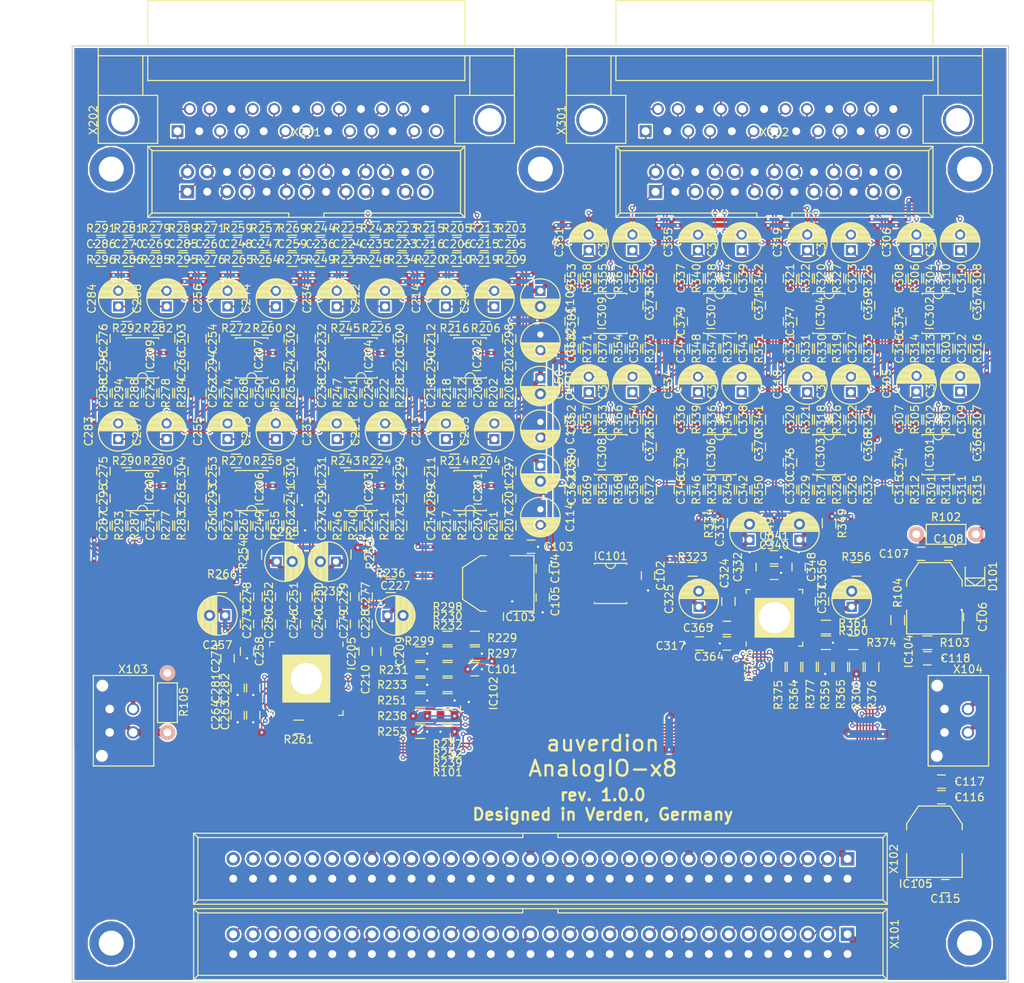
<source format=kicad_pcb>
(kicad_pcb (version 20211014) (generator pcbnew)
  (layers (0 "F.Cu" signal) (31 "B.Cu" signal) (34 "B.Paste" user) (35 "F.Paste" user) (36 "B.SilkS" user "B.Silkscreen") (37 "F.SilkS" user "F.Silkscreen") (38 "B.Mask" user) (39 "F.Mask" user) (44 "Edge.Cuts" user))
  (net 0 "")
  (net 1 "GND")
  (net 2 "+5VA")
  (net 3 "+3V3")
  (net 4 "+12V")
  (net 5 "/~{RST}")
  (net 6 "/VGROUND")
  (net 7 "-VA")
  (net 8 "+VA")
  (net 9 "/ADC-1/IN1+")
  (net 10 "/ADC-1/IN2+")
  (net 11 "/ADC-1/ADC1-")
  (net 12 "/ADC-1/ADC2-")
  (net 13 "/ADC-1/ADC1+")
  (net 14 "/ADC-1/ADC2+")
  (net 15 "/ADC-1/IN1-")
  (net 16 "/ADC-1/IN2-")
  (net 17 "/ADC-1/IN3+")
  (net 18 "/ADC-1/IN4+")
  (net 19 "/ADC-1/ADC3-")
  (net 20 "/ADC-1/ADC4-")
  (net 21 "/ADC-1/ADC3+")
  (net 22 "/ADC-1/ADC4+")
  (net 23 "/ADC-1/IN3-")
  (net 24 "/ADC-1/IN4-")
  (net 25 "/ADC-1/IN5+")
  (net 26 "/ADC-1/IN6+")
  (net 27 "/ADC-1/ADC5-")
  (net 28 "/ADC-1/ADC6-")
  (net 29 "/ADC-1/ADC5+")
  (net 30 "/ADC-1/ADC6+")
  (net 31 "/ADC-1/IN5-")
  (net 32 "/ADC-1/IN6-")
  (net 33 "/ADC-1/IN7+")
  (net 34 "/ADC-1/IN8+")
  (net 35 "/ADC-1/ADC7-")
  (net 36 "/ADC-1/ADC8-")
  (net 37 "/ADC-1/ADC7+")
  (net 38 "/ADC-1/ADC8+")
  (net 39 "/ADC-1/IN7-")
  (net 40 "/ADC-1/IN8-")
  (net 41 "/DAC-1/AOUT1+")
  (net 42 "/DAC-1/AOUT2+")
  (net 43 "/DAC-1/AOUT1-")
  (net 44 "/DAC-1/AOUT2-")
  (net 45 "/DAC-1/AOUT3+")
  (net 46 "/DAC-1/AOUT4+")
  (net 47 "/DAC-1/AOUT3-")
  (net 48 "/DAC-1/AOUT4-")
  (net 49 "/DAC-1/AOUT5+")
  (net 50 "/DAC-1/AOUT6+")
  (net 51 "/DAC-1/AOUT5-")
  (net 52 "/DAC-1/AOUT6-")
  (net 53 "/DAC-1/AOUT7+")
  (net 54 "/DAC-1/AOUT8+")
  (net 55 "/DAC-1/AOUT7-")
  (net 56 "/DAC-1/AOUT8-")
  (net 57 "/DAC-1/DAC1+")
  (net 58 "/DAC-1/DAC1-")
  (net 59 "/DAC-1/DAC2-")
  (net 60 "/DAC-1/DAC2+")
  (net 61 "/DAC-1/DAC3+")
  (net 62 "/DAC-1/DAC3-")
  (net 63 "/DAC-1/DAC4-")
  (net 64 "/DAC-1/DAC4+")
  (net 65 "/DAC-1/DAC5+")
  (net 66 "/DAC-1/DAC5-")
  (net 67 "/DAC-1/DAC6-")
  (net 68 "/DAC-1/DAC6+")
  (net 69 "/DAC-1/DAC7+")
  (net 70 "/DAC-1/DAC7-")
  (net 71 "/DAC-1/DAC8-")
  (net 72 "/DAC-1/DAC8+")
  (net 73 "/ADC-1/AIN1+")
  (net 74 "/ADC-1/AIN2+")
  (net 75 "/ADC-1/AIN1-")
  (net 76 "/ADC-1/AIN2-")
  (net 77 "/ADC-1/AIN3+")
  (net 78 "/ADC-1/AIN4+")
  (net 79 "/ADC-1/AIN3-")
  (net 80 "/ADC-1/AIN4-")
  (net 81 "/ADC-1/AIN5+")
  (net 82 "/ADC-1/AIN6+")
  (net 83 "/ADC-1/AIN5-")
  (net 84 "/ADC-1/AIN6-")
  (net 85 "/ADC-1/AIN7+")
  (net 86 "/ADC-1/AIN8+")
  (net 87 "/ADC-1/AIN7-")
  (net 88 "/ADC-1/AIN8-")
  (net 89 "/MCLK:2")
  (net 90 "/BCLK:2")
  (net 91 "/LRCK:2")
  (net 92 "/MDO:2")
  (net 93 "/MDI:2")
  (net 94 "/MDI:1")
  (net 95 "/MDO:1")
  (net 96 "/BCLK:1")
  (net 97 "/LRCK:1")
  (net 98 "/MCLK:1")
  (net 99 "/SDA:2")
  (net 100 "/SCL:2")
  (net 101 "Net-(C102-Pad1)")
  (net 102 "Net-(C118-Pad1)")
  (net 103 "Net-(C201-Pad1)")
  (net 104 "Net-(C201-Pad2)")
  (net 105 "Net-(C202-Pad1)")
  (net 106 "Net-(C202-Pad2)")
  (net 107 "Net-(C203-Pad1)")
  (net 108 "Net-(C204-Pad1)")
  (net 109 "Net-(C211-Pad1)")
  (net 110 "Net-(C211-Pad2)")
  (net 111 "Net-(C212-Pad1)")
  (net 112 "Net-(C212-Pad2)")
  (net 113 "Net-(C213-Pad1)")
  (net 114 "Net-(C214-Pad1)")
  (net 115 "Net-(C219-Pad1)")
  (net 116 "Net-(C219-Pad2)")
  (net 117 "Net-(C220-Pad1)")
  (net 118 "Net-(C220-Pad2)")
  (net 119 "Net-(C221-Pad1)")
  (net 120 "Net-(C222-Pad1)")
  (net 121 "Net-(C227-Pad1)")
  (net 122 "Net-(C231-Pad1)")
  (net 123 "Net-(C231-Pad2)")
  (net 124 "Net-(C232-Pad1)")
  (net 125 "Net-(C232-Pad2)")
  (net 126 "Net-(C233-Pad1)")
  (net 127 "Net-(C234-Pad1)")
  (net 128 "Net-(C239-Pad1)")
  (net 129 "Net-(C241-Pad1)")
  (net 130 "Net-(C241-Pad2)")
  (net 131 "Net-(C242-Pad1)")
  (net 132 "Net-(C242-Pad2)")
  (net 133 "Net-(C243-Pad1)")
  (net 134 "Net-(C244-Pad1)")
  (net 135 "Net-(C245-Pad1)")
  (net 136 "Net-(C253-Pad1)")
  (net 137 "Net-(C253-Pad2)")
  (net 138 "Net-(C254-Pad1)")
  (net 139 "Net-(C254-Pad2)")
  (net 140 "Net-(C255-Pad1)")
  (net 141 "Net-(C256-Pad1)")
  (net 142 "Net-(C257-Pad1)")
  (net 143 "Net-(C265-Pad1)")
  (net 144 "Net-(C265-Pad2)")
  (net 145 "Net-(C266-Pad1)")
  (net 146 "Net-(C266-Pad2)")
  (net 147 "Net-(C267-Pad1)")
  (net 148 "Net-(C268-Pad1)")
  (net 149 "Net-(C275-Pad1)")
  (net 150 "Net-(C275-Pad2)")
  (net 151 "Net-(C276-Pad1)")
  (net 152 "Net-(C276-Pad2)")
  (net 153 "Net-(C283-Pad1)")
  (net 154 "Net-(C284-Pad1)")
  (net 155 "Net-(C305-Pad1)")
  (net 156 "Net-(C306-Pad1)")
  (net 157 "Net-(C307-Pad2)")
  (net 158 "Net-(C308-Pad2)")
  (net 159 "Net-(C309-Pad1)")
  (net 160 "Net-(C309-Pad2)")
  (net 161 "Net-(C310-Pad1)")
  (net 162 "Net-(C310-Pad2)")
  (net 163 "Net-(C311-Pad1)")
  (net 164 "Net-(C311-Pad2)")
  (net 165 "Net-(C312-Pad1)")
  (net 166 "Net-(C312-Pad2)")
  (net 167 "Net-(C315-Pad1)")
  (net 168 "Net-(C316-Pad1)")
  (net 169 "Net-(C317-Pad1)")
  (net 170 "Net-(C318-Pad1)")
  (net 171 "Net-(C319-Pad1)")
  (net 172 "Net-(C320-Pad2)")
  (net 173 "Net-(C321-Pad2)")
  (net 174 "Net-(C322-Pad1)")
  (net 175 "Net-(C322-Pad2)")
  (net 176 "Net-(C323-Pad1)")
  (net 177 "Net-(C323-Pad2)")
  (net 178 "Net-(C326-Pad1)")
  (net 179 "Net-(C326-Pad2)")
  (net 180 "Net-(C327-Pad1)")
  (net 181 "Net-(C327-Pad2)")
  (net 182 "Net-(C330-Pad1)")
  (net 183 "Net-(C331-Pad1)")
  (net 184 "Net-(C334-Pad1)")
  (net 185 "Net-(C335-Pad1)")
  (net 186 "Net-(C336-Pad2)")
  (net 187 "Net-(C337-Pad2)")
  (net 188 "Net-(C338-Pad1)")
  (net 189 "Net-(C338-Pad2)")
  (net 190 "Net-(C339-Pad1)")
  (net 191 "Net-(C339-Pad2)")
  (net 192 "Net-(C342-Pad1)")
  (net 193 "Net-(C342-Pad2)")
  (net 194 "Net-(C343-Pad1)")
  (net 195 "Net-(C343-Pad2)")
  (net 196 "Net-(C346-Pad1)")
  (net 197 "Net-(C347-Pad1)")
  (net 198 "Net-(C350-Pad1)")
  (net 199 "Net-(C351-Pad1)")
  (net 200 "Net-(C352-Pad2)")
  (net 201 "Net-(C353-Pad2)")
  (net 202 "Net-(C354-Pad1)")
  (net 203 "Net-(C354-Pad2)")
  (net 204 "Net-(C355-Pad1)")
  (net 205 "Net-(C355-Pad2)")
  (net 206 "Net-(C358-Pad1)")
  (net 207 "Net-(C358-Pad2)")
  (net 208 "Net-(C359-Pad1)")
  (net 209 "Net-(C359-Pad2)")
  (net 210 "Net-(C362-Pad1)")
  (net 211 "Net-(C363-Pad1)")
  (net 212 "Net-(IC205-Pad36)")
  (net 213 "Net-(IC205-Pad44)")
  (net 214 "Net-(IC205-Pad46)")
  (net 215 "Net-(IC205-Pad47)")
  (net 216 "Net-(IC205-Pad48)")
  (net 217 "Net-(IC205-Pad49)")
  (net 218 "Net-(IC205-Pad50)")
  (net 219 "Net-(IC205-Pad51)")
  (net 220 "Net-(IC205-Pad52)")
  (net 221 "Net-(IC205-Pad56)")
  (net 222 "Net-(IC305-Pad15)")
  (net 223 "Net-(IC305-Pad16)")
  (net 224 "Net-(IC305-Pad17)")
  (net 225 "+9V")
  (net 226 "/SDA:1")
  (net 227 "/SCL:1")
  (net 228 "/MDI:3")
  (net 229 "/MDO:3")
  (net 230 "/BCLK:3")
  (net 231 "/LRCK:3")
  (net 232 "/SDA:3")
  (net 233 "/SCL:3")
  (net 234 "/MCLK:3")
  (net 235 "/MDI:4")
  (net 236 "/MDO:4")
  (net 237 "/BCLK:4")
  (net 238 "/LRCK:4")
  (net 239 "/SDA:4")
  (net 240 "/SCL:4")
  (net 241 "/MCLK:4")
  (net 242 "Net-(IC205-Pad53)")
  (net 243 "Net-(C263-Pad2)")
  (net 244 "Net-(C324-Pad2)")
  (net 245 "Net-(C332-Pad2)")
  (net 246 "Net-(C348-Pad2)")
  (net 247 "Net-(C356-Pad2)")
  (net 248 "Net-(IC205-Pad43)")
  (net 249 "Net-(IC205-Pad45)")
  (net 250 "Net-(IC305-Pad13)")
  (net 251 "Net-(IC305-Pad14)")
  (footprint "rklib:MountingHole_3.2mm_M3_DIN965_Pad" (layer "F.Cu") (at 85 45.8)
    (fp_text reference "B101" hide)
    (fp_text value "TEST_1P")
  )
  (footprint "rklib:MountingHole_3.2mm_M3_DIN965_Pad" (layer "F.Cu") (at 195 45.8)
    (fp_text reference "B102" hide)
    (fp_text value "TEST_1P")
  )
  (footprint "rklib:MountingHole_3.2mm_M3_DIN965_Pad" (layer "F.Cu") (at 195 145)
    (fp_text reference "B103" hide)
    (fp_text value "TEST_1P")
  )
  (footprint "rklib:MountingHole_3.2mm_M3_DIN965_Pad" (layer "F.Cu") (at 85 145)
    (fp_text reference "B104" hide)
    (fp_text value "TEST_1P")
  )
  (footprint "rklib:C0805-X7R" (layer "F.Cu") (at 136 88 -90)
    (fp_text reference "C201")
    (fp_text value "CAP_1n00_5%_50V_PPS_0805")
  )
  (footprint "rklib:C0805-X7R" (layer "F.Cu") (at 136 71 -90)
    (fp_text reference "C202")
    (fp_text value "CAP_1n00_5%_50V_PPS_0805")
  )
  (footprint "rklib:C0805-X7R" (layer "F.Cu") (at 132 91.5 -90)
    (fp_text reference "C207")
    (fp_text value "CAP_100p_50V_C0G/NP0_0805")
  )
  (footprint "rklib:C0805-X7R" (layer "F.Cu") (at 132 74.5 -90)
    (fp_text reference "C208")
    (fp_text value "CAP_100p_50V_C0G/NP0_0805")
  )
  (footprint "rklib:C0805-X7R" (layer "F.Cu") (at 120.4 107.6 -90)
    (fp_text reference "C209")
    (fp_text value "CAP_5n60_5%_16V_PPS_0805")
  )
  (footprint "rklib:C0805-X7R" (layer "F.Cu") (at 117.6 104.1 90)
    (fp_text reference "C210")
    (fp_text value "CAP_5n60_5%_16V_PPS_0805")
  )
  (footprint "rklib:C0805-X7R" (layer "F.Cu") (at 126 84.5 -90)
    (fp_text reference "C211")
    (fp_text value "CAP_1n00_5%_50V_PPS_0805")
  )
  (footprint "rklib:C0805-X7R" (layer "F.Cu") (at 126 67.5 -90)
    (fp_text reference "C212")
    (fp_text value "CAP_1n00_5%_50V_PPS_0805")
  )
  (footprint "rklib:C0805-X7R" (layer "F.Cu") (at 126 91.5 -90)
    (fp_text reference "C217")
    (fp_text value "CAP_100p_50V_C0G/NP0_0805")
  )
  (footprint "rklib:C0805-X7R" (layer "F.Cu") (at 126 74.5 -90)
    (fp_text reference "C218")
    (fp_text value "CAP_100p_50V_C0G/NP0_0805")
  )
  (footprint "rklib:C0805-X7R" (layer "F.Cu") (at 122 88 -90)
    (fp_text reference "C219")
    (fp_text value "CAP_1n00_5%_50V_PPS_0805")
  )
  (footprint "rklib:C0805-X7R" (layer "F.Cu") (at 122 71 -90)
    (fp_text reference "C220")
    (fp_text value "CAP_1n00_5%_50V_PPS_0805")
  )
  (footprint "rklib:C0805-X7R" (layer "F.Cu") (at 117.6 107.6 -90)
    (fp_text reference "C228")
    (fp_text value "CAP_100n_50V_X7R_0805")
  )
  (footprint "rklib:C0805-X7R" (layer "F.Cu") (at 118 91.5 -90)
    (fp_text reference "C225")
    (fp_text value "CAP_100p_50V_C0G/NP0_0805")
  )
  (footprint "rklib:C0805-X7R" (layer "F.Cu") (at 118 74.5 -90)
    (fp_text reference "C226")
    (fp_text value "CAP_100p_50V_C0G/NP0_0805")
  )
  (footprint "rklib:C0805-X7R" (layer "F.Cu") (at 114.8 100.6 -90)
    (fp_text reference "C229")
    (fp_text value "CAP_5n60_5%_16V_PPS_0805")
  )
  (footprint "rklib:C0805-X7R" (layer "F.Cu") (at 111.6 100.6 90)
    (fp_text reference "C230")
    (fp_text value "CAP_5n60_5%_16V_PPS_0805")
  )
  (footprint "rklib:C0805-X7R" (layer "F.Cu") (at 112 84.5 -90)
    (fp_text reference "C231")
    (fp_text value "CAP_1n00_5%_50V_PPS_0805")
  )
  (footprint "rklib:C0805-X7R" (layer "F.Cu") (at 112 67.5 -90)
    (fp_text reference "C232")
    (fp_text value "CAP_1n00_5%_50V_PPS_0805")
  )
  (footprint "rklib:C0805-X7R" (layer "F.Cu") (at 111.6 104.1 -90)
    (fp_text reference "C240")
    (fp_text value "CAP_100n_50V_X7R_0805")
  )
  (footprint "rklib:C0805-X7R" (layer "F.Cu") (at 112 91.5 -90)
    (fp_text reference "C237")
    (fp_text value "CAP_100p_50V_C0G/NP0_0805")
  )
  (footprint "rklib:C0805-X7R" (layer "F.Cu") (at 112 74.5 -90)
    (fp_text reference "C238")
    (fp_text value "CAP_100p_50V_C0G/NP0_0805")
  )
  (footprint "rklib:C0805-X7R" (layer "F.Cu") (at 108.4 104.1 -90)
    (fp_text reference "C246")
    (fp_text value "CAP_100n_50V_X7R_0805")
  )
  (footprint "rklib:C0805-X7R" (layer "F.Cu") (at 108 88 -90)
    (fp_text reference "C241")
    (fp_text value "CAP_1n00_5%_50V_PPS_0805")
  )
  (footprint "rklib:C0805-X7R" (layer "F.Cu") (at 108 71 -90)
    (fp_text reference "C242")
    (fp_text value "CAP_1n00_5%_50V_PPS_0805")
  )
  (footprint "rklib:C0805-X7R" (layer "F.Cu") (at 104 91.5 -90)
    (fp_text reference "C249")
    (fp_text value "CAP_100p_50V_C0G/NP0_0805")
  )
  (footprint "rklib:C0805-X7R" (layer "F.Cu") (at 104 74.5 -90)
    (fp_text reference "C250")
    (fp_text value "CAP_100p_50V_C0G/NP0_0805")
  )
  (footprint "rklib:C0805-X7R" (layer "F.Cu") (at 102.4 107.6 90)
    (fp_text reference "C258")
    (fp_text value "CAP_100n_50V_X7R_0805")
  )
  (footprint "rklib:C0805-X7R" (layer "F.Cu") (at 108.4 100.6 90)
    (fp_text reference "C251")
    (fp_text value "CAP_5n60_5%_16V_PPS_0805")
  )
  (footprint "rklib:C0805-X7R" (layer "F.Cu") (at 105.2 100.6 -90)
    (fp_text reference "C252")
    (fp_text value "CAP_5n60_5%_16V_PPS_0805")
  )
  (footprint "rklib:C0805-X7R" (layer "F.Cu") (at 98 84.5 -90)
    (fp_text reference "C253")
    (fp_text value "CAP_1n00_5%_50V_PPS_0805")
  )
  (footprint "rklib:C0805-X7R" (layer "F.Cu") (at 98 67.5 -90)
    (fp_text reference "C254")
    (fp_text value "CAP_1n00_5%_50V_PPS_0805")
  )
  (footprint "rklib:C0805-X7R" (layer "F.Cu") (at 103.2 115.8 90)
    (fp_text reference "C263")
    (fp_text value "CAP_100n_50V_X7R_0805")
  )
  (footprint "rklib:C0805-X7R" (layer "F.Cu") (at 101.2 115.8 -90)
    (fp_text reference "C264")
    (fp_text value "CAP_4u70_25V_X5R_0805")
  )
  (footprint "rklib:C0805-X7R" (layer "F.Cu") (at 98 91.5 -90)
    (fp_text reference "C261")
    (fp_text value "CAP_100p_50V_C0G/NP0_0805")
  )
  (footprint "rklib:C0805-X7R" (layer "F.Cu") (at 98 74.5 -90)
    (fp_text reference "C262")
    (fp_text value "CAP_100p_50V_C0G/NP0_0805")
  )
  (footprint "rklib:C0805-X7R" (layer "F.Cu") (at 94 88 -90)
    (fp_text reference "C265")
    (fp_text value "CAP_1n00_5%_50V_PPS_0805")
  )
  (footprint "rklib:C0805-X7R" (layer "F.Cu") (at 94 71 -90)
    (fp_text reference "C266")
    (fp_text value "CAP_1n00_5%_50V_PPS_0805")
  )
  (footprint "rklib:C0805-X7R" (layer "F.Cu") (at 90 91.5 -90)
    (fp_text reference "C271")
    (fp_text value "CAP_100p_50V_C0G/NP0_0805")
  )
  (footprint "rklib:C0805-X7R" (layer "F.Cu") (at 90 74.5 -90)
    (fp_text reference "C272")
    (fp_text value "CAP_100p_50V_C0G/NP0_0805")
  )
  (footprint "rklib:C0805-X7R" (layer "F.Cu") (at 114.8 104.1 -90)
    (fp_text reference "C279")
    (fp_text value "CAP_100n_50V_X7R_0805")
  )
  (footprint "rklib:C0805-X7R" (layer "F.Cu") (at 105.2 104.1 -90)
    (fp_text reference "C280")
    (fp_text value "CAP_100n_50V_X7R_0805")
  )
  (footprint "rklib:C0805-X7R" (layer "F.Cu") (at 103.2 112.3 90)
    (fp_text reference "C282")
    (fp_text value "CAP_100n_50V_X7R_0805")
  )
  (footprint "rklib:C0805-X7R" (layer "F.Cu") (at 102.4 104.1 90)
    (fp_text reference "C273")
    (fp_text value "CAP_5n60_5%_16V_PPS_0805")
  )
  (footprint "rklib:C0805-X7R" (layer "F.Cu") (at 99.9 108.5 -90)
    (fp_text reference "C274")
    (fp_text value "CAP_5n60_5%_16V_PPS_0805")
  )
  (footprint "rklib:C0805-X7R" (layer "F.Cu") (at 84 84.5 -90)
    (fp_text reference "C275")
    (fp_text value "CAP_1n00_5%_50V_PPS_0805")
  )
  (footprint "rklib:C0805-X7R" (layer "F.Cu") (at 84 67.5 -90)
    (fp_text reference "C276")
    (fp_text value "CAP_1n00_5%_50V_PPS_0805")
  )
  (footprint "rklib:C0805-X7R" (layer "F.Cu") (at 84 91.5 -90)
    (fp_text reference "C287")
    (fp_text value "CAP_100p_50V_C0G/NP0_0805")
  )
  (footprint "rklib:C0805-X7R" (layer "F.Cu") (at 84 74.5 -90)
    (fp_text reference "C288")
    (fp_text value "CAP_100p_50V_C0G/NP0_0805")
  )
  (footprint "rklib:C0805-X7R" (layer "F.Cu") (at 126 88 -90)
    (fp_text reference "C289")
    (fp_text value "CAP_100n_50V_X7R_0805")
  )
  (footprint "rklib:C0805-X7R" (layer "F.Cu") (at 126 71 -90)
    (fp_text reference "C290")
    (fp_text value "CAP_100n_50V_X7R_0805")
  )
  (footprint "rklib:C0805-X7R" (layer "F.Cu") (at 112 88 -90)
    (fp_text reference "C291")
    (fp_text value "CAP_100n_50V_X7R_0805")
  )
  (footprint "rklib:C0805-X7R" (layer "F.Cu") (at 112 71 -90)
    (fp_text reference "C292")
    (fp_text value "CAP_100n_50V_X7R_0805")
  )
  (footprint "rklib:C0805-X7R" (layer "F.Cu") (at 98 88 -90)
    (fp_text reference "C293")
    (fp_text value "CAP_100n_50V_X7R_0805")
  )
  (footprint "rklib:C0805-X7R" (layer "F.Cu") (at 98 71 -90)
    (fp_text reference "C294")
    (fp_text value "CAP_100n_50V_X7R_0805")
  )
  (footprint "rklib:C0805-X7R" (layer "F.Cu") (at 84 88 -90)
    (fp_text reference "C295")
    (fp_text value "CAP_100n_50V_X7R_0805")
  )
  (footprint "rklib:C0805-X7R" (layer "F.Cu") (at 84 71 -90)
    (fp_text reference "C296")
    (fp_text value "CAP_100n_50V_X7R_0805")
  )
  (footprint "rklib:SOIC8_3.9x4.9mm_Pitch1.27mm" (layer "F.Cu") (at 131 87 180)
    (fp_text reference "IC201")
    (fp_text value "IC_NE5532AD_SOIC8")
  )
  (footprint "rklib:SOIC8_3.9x4.9mm_Pitch1.27mm" (layer "F.Cu") (at 131 70 180)
    (fp_text reference "IC202")
    (fp_text value "IC_NE5532AD_SOIC8")
  )
  (footprint "rklib:SOIC8_3.9x4.9mm_Pitch1.27mm" (layer "F.Cu") (at 117 87 180)
    (fp_text reference "IC203")
    (fp_text value "IC_NE5532AD_SOIC8")
  )
  (footprint "rklib:SOIC8_3.9x4.9mm_Pitch1.27mm" (layer "F.Cu") (at 117 70 180)
    (fp_text reference "IC204")
    (fp_text value "IC_NE5532AD_SOIC8")
  )
  (footprint "rklib:SOIC8_3.9x4.9mm_Pitch1.27mm" (layer "F.Cu") (at 103 87 180)
    (fp_text reference "IC206")
    (fp_text value "IC_NE5532AD_SOIC8")
  )
  (footprint "rklib:SOIC8_3.9x4.9mm_Pitch1.27mm" (layer "F.Cu") (at 103 70 180)
    (fp_text reference "IC207")
    (fp_text value "IC_NE5532AD_SOIC8")
  )
  (footprint "rklib:SOIC8_3.9x4.9mm_Pitch1.27mm" (layer "F.Cu") (at 89 87 180)
    (fp_text reference "IC208")
    (fp_text value "IC_NE5532AD_SOIC8")
  )
  (footprint "rklib:SOIC8_3.9x4.9mm_Pitch1.27mm" (layer "F.Cu") (at 89 70 180)
    (fp_text reference "IC209")
    (fp_text value "IC_NE5532AD_SOIC8")
  )
  (footprint "rklib:C0805-RES" (layer "F.Cu") (at 134 91.5 -90)
    (fp_text reference "R201")
    (fp_text value "RES_620R_0.5%_0.1W_Thin_0805")
  )
  (footprint "rklib:C0805-RES" (layer "F.Cu") (at 134 74.5 -90)
    (fp_text reference "R202")
    (fp_text value "RES_620R_0.5%_0.1W_Thin_0805")
  )
  (footprint "rklib:C0805-RES" (layer "F.Cu") (at 133 83.2 180)
    (fp_text reference "R204")
    (fp_text value "RES_976R_0.5%_0.1W_Thin_0805")
  )
  (footprint "rklib:C0805-RES" (layer "F.Cu") (at 133 66.2 180)
    (fp_text reference "R206")
    (fp_text value "RES_976R_0.5%_0.1W_Thin_0805")
  )
  (footprint "rklib:C0805-RES" (layer "F.Cu") (at 136 91.5 -90)
    (fp_text reference "R207")
    (fp_text value "RES_10R0_1%_0.25W_Thin_0805")
  )
  (footprint "rklib:C0805-RES" (layer "F.Cu") (at 136 74.5 -90)
    (fp_text reference "R208")
    (fp_text value "RES_10R0_1%_0.25W_Thin_0805")
  )
  (footprint "rklib:C0805-RES" (layer "F.Cu") (at 130 91.5 -90)
    (fp_text reference "R211")
    (fp_text value "RES_620R_0.5%_0.1W_Thin_0805")
  )
  (footprint "rklib:C0805-RES" (layer "F.Cu") (at 130 74.5 -90)
    (fp_text reference "R212")
    (fp_text value "RES_620R_0.5%_0.1W_Thin_0805")
  )
  (footprint "rklib:C0805-RES" (layer "F.Cu") (at 129 83.2)
    (fp_text reference "R214")
    (fp_text value "RES_976R_0.5%_0.1W_Thin_0805")
  )
  (footprint "rklib:C0805-RES" (layer "F.Cu") (at 129 66.2)
    (fp_text reference "R216")
    (fp_text value "RES_976R_0.5%_0.1W_Thin_0805")
  )
  (footprint "rklib:C0805-RES" (layer "F.Cu") (at 128 91.5 -90)
    (fp_text reference "R217")
    (fp_text value "RES_10R0_1%_0.25W_Thin_0805")
  )
  (footprint "rklib:C0805-RES" (layer "F.Cu") (at 128 74.5 -90)
    (fp_text reference "R218")
    (fp_text value "RES_10R0_1%_0.25W_Thin_0805")
  )
  (footprint "rklib:C0805-RES" (layer "F.Cu") (at 131.6 105.9)
    (fp_text reference "R229")
    (fp_text value "RES_0R00_1%_0.125W_Thick_0805")
  )
  (footprint "rklib:C0805-RES" (layer "F.Cu") (at 128.1 107.9)
    (fp_text reference "R230")
    (fp_text value "RES_47K0_1%_0.125W_Thick_0805")
  )
  (footprint "rklib:C0805-RES" (layer "F.Cu") (at 124.6 109.9)
    (fp_text reference "R231")
    (fp_text value "RES_0R00_1%_0.125W_Thick_0805")
  )
  (footprint "rklib:C0805-RES" (layer "F.Cu") (at 128.1 109.9)
    (fp_text reference "R232")
    (fp_text value "RES_47K0_1%_0.125W_Thick_0805")
  )
  (footprint "rklib:C0805-RES" (layer "F.Cu") (at 124.6 111.9)
    (fp_text reference "R233")
    (fp_text value "RES_0R00_1%_0.125W_Thick_0805")
  )
  (footprint "rklib:C0805-RES" (layer "F.Cu") (at 120.8 99.2)
    (fp_text reference "R236")
    (fp_text value "RES_20R0_1%_0.125W_Thick_0805")
  )
  (footprint "rklib:C0805-RES" (layer "F.Cu") (at 120 91.5 -90)
    (fp_text reference "R221")
    (fp_text value "RES_620R_0.5%_0.1W_Thin_0805")
  )
  (footprint "rklib:C0805-RES" (layer "F.Cu") (at 120 74.5 -90)
    (fp_text reference "R222")
    (fp_text value "RES_620R_0.5%_0.1W_Thin_0805")
  )
  (footprint "rklib:C0805-RES" (layer "F.Cu") (at 119 83.2 180)
    (fp_text reference "R224")
    (fp_text value "RES_976R_0.5%_0.1W_Thin_0805")
  )
  (footprint "rklib:C0805-RES" (layer "F.Cu") (at 119 66.2 180)
    (fp_text reference "R226")
    (fp_text value "RES_976R_0.5%_0.1W_Thin_0805")
  )
  (footprint "rklib:C0805-RES" (layer "F.Cu") (at 122 91.5 -90)
    (fp_text reference "R227")
    (fp_text value "RES_10R0_1%_0.25W_Thin_0805")
  )
  (footprint "rklib:C0805-RES" (layer "F.Cu") (at 122 74.5 -90)
    (fp_text reference "R228")
    (fp_text value "RES_10R0_1%_0.25W_Thin_0805")
  )
  (footprint "rklib:C0805-RES" (layer "F.Cu") (at 128.1 111.9 180)
    (fp_text reference "R237")
    (fp_text value "RES_47K0_1%_0.125W_Thick_0805")
  )
  (footprint "rklib:C0805-RES" (layer "F.Cu") (at 124.6 115.9 180)
    (fp_text reference "R238")
    (fp_text value "RES_47K0_1%_0.125W_Thick_0805")
  )
  (footprint "rklib:C0805-RES" (layer "F.Cu") (at 128.1 115.9 180)
    (fp_text reference "R239")
    (fp_text value "RES_47K0_1%_0.125W_Thick_0805")
  )
  (footprint "rklib:C0805-RES" (layer "F.Cu") (at 116.6 95.2 -90)
    (fp_text reference "R250")
    (fp_text value "RES_20R0_1%_0.125W_Thick_0805")
  )
  (footprint "rklib:C0805-RES" (layer "F.Cu") (at 116 91.5 -90)
    (fp_text reference "R240")
    (fp_text value "RES_620R_0.5%_0.1W_Thin_0805")
  )
  (footprint "rklib:C0805-RES" (layer "F.Cu") (at 116 74.5 -90)
    (fp_text reference "R241")
    (fp_text value "RES_620R_0.5%_0.1W_Thin_0805")
  )
  (footprint "rklib:C0805-RES" (layer "F.Cu") (at 115 83.2)
    (fp_text reference "R243")
    (fp_text value "RES_976R_0.5%_0.1W_Thin_0805")
  )
  (footprint "rklib:C0805-RES" (layer "F.Cu") (at 115 66.2)
    (fp_text reference "R245")
    (fp_text value "RES_976R_0.5%_0.1W_Thin_0805")
  )
  (footprint "rklib:C0805-RES" (layer "F.Cu") (at 114 91.5 -90)
    (fp_text reference "R246")
    (fp_text value "RES_10R0_1%_0.25W_Thin_0805")
  )
  (footprint "rklib:C0805-RES" (layer "F.Cu") (at 114 74.5 -90)
    (fp_text reference "R247")
    (fp_text value "RES_10R0_1%_0.25W_Thin_0805")
  )
  (footprint "rklib:C0805-RES" (layer "F.Cu") (at 124.6 113.9 180)
    (fp_text reference "R251")
    (fp_text value "RES_0R00_1%_0.125W_Thick_0805")
  )
  (footprint "rklib:C0805-RES" (layer "F.Cu") (at 128.1 113.9 180)
    (fp_text reference "R252")
    (fp_text value "RES_0R00_1%_0.125W_Thick_0805")
  )
  (footprint "rklib:C0805-RES" (layer "F.Cu") (at 124.6 117.9 180)
    (fp_text reference "R253")
    (fp_text value "RES_0R00_1%_0.125W_Thick_0805")
  )
  (footprint "rklib:C0805-RES" (layer "F.Cu") (at 103.4 95.2 -90)
    (fp_text reference "R254")
    (fp_text value "RES_20R0_1%_0.125W_Thick_0805")
  )
  (footprint "rklib:C0805-RES" (layer "F.Cu") (at 109 117.3)
    (fp_text reference "R261")
    (fp_text value "RES_51R0_1%_0.125W_Thick_0805")
  )
  (footprint "rklib:C0805-RES" (layer "F.Cu") (at 106 91.5 -90)
    (fp_text reference "R255")
    (fp_text value "RES_620R_0.5%_0.1W_Thin_0805")
  )
  (footprint "rklib:C0805-RES" (layer "F.Cu") (at 106 74.5 -90)
    (fp_text reference "R256")
    (fp_text value "RES_620R_0.5%_0.1W_Thin_0805")
  )
  (footprint "rklib:C0805-RES" (layer "F.Cu") (at 105 83.2 180)
    (fp_text reference "R258")
    (fp_text value "RES_976R_0.5%_0.1W_Thin_0805")
  )
  (footprint "rklib:C0805-RES" (layer "F.Cu") (at 105 66.2 180)
    (fp_text reference "R260")
    (fp_text value "RES_976R_0.5%_0.1W_Thin_0805")
  )
  (footprint "rklib:C0805-RES" (layer "F.Cu") (at 108 91.5 -90)
    (fp_text reference "R262")
    (fp_text value "RES_10R0_1%_0.25W_Thin_0805")
  )
  (footprint "rklib:C0805-RES" (layer "F.Cu") (at 108 74.5 -90)
    (fp_text reference "R263")
    (fp_text value "RES_10R0_1%_0.25W_Thin_0805")
  )
  (footprint "rklib:C0805-RES" (layer "F.Cu") (at 99.2 99.2 180)
    (fp_text reference "R266")
    (fp_text value "RES_20R0_1%_0.125W_Thick_0805")
  )
  (footprint "rklib:C0805-RES" (layer "F.Cu") (at 102 91.5 -90)
    (fp_text reference "R267")
    (fp_text value "RES_620R_0.5%_0.1W_Thin_0805")
  )
  (footprint "rklib:C0805-RES" (layer "F.Cu") (at 102 74.5 -90)
    (fp_text reference "R268")
    (fp_text value "RES_620R_0.5%_0.1W_Thin_0805")
  )
  (footprint "rklib:C0805-RES" (layer "F.Cu") (at 101 83.2)
    (fp_text reference "R270")
    (fp_text value "RES_976R_0.5%_0.1W_Thin_0805")
  )
  (footprint "rklib:C0805-RES" (layer "F.Cu") (at 101 66.2)
    (fp_text reference "R272")
    (fp_text value "RES_976R_0.5%_0.1W_Thin_0805")
  )
  (footprint "rklib:C0805-RES" (layer "F.Cu") (at 100 91.5 -90)
    (fp_text reference "R273")
    (fp_text value "RES_10R0_1%_0.25W_Thin_0805")
  )
  (footprint "rklib:C0805-RES" (layer "F.Cu") (at 100 74.5 -90)
    (fp_text reference "R274")
    (fp_text value "RES_10R0_1%_0.25W_Thin_0805")
  )
  (footprint "rklib:C0805-RES" (layer "F.Cu") (at 92 91.5 -90)
    (fp_text reference "R277")
    (fp_text value "RES_620R_0.5%_0.1W_Thin_0805")
  )
  (footprint "rklib:C0805-RES" (layer "F.Cu") (at 92 74.5 -90)
    (fp_text reference "R278")
    (fp_text value "RES_620R_0.5%_0.1W_Thin_0805")
  )
  (footprint "rklib:C0805-RES" (layer "F.Cu") (at 91 83.2 180)
    (fp_text reference "R280")
    (fp_text value "RES_976R_0.5%_0.1W_Thin_0805")
  )
  (footprint "rklib:C0805-RES" (layer "F.Cu") (at 91 66.2 180)
    (fp_text reference "R282")
    (fp_text value "RES_976R_0.5%_0.1W_Thin_0805")
  )
  (footprint "rklib:C0805-RES" (layer "F.Cu") (at 94 91.5 -90)
    (fp_text reference "R283")
    (fp_text value "RES_10R0_1%_0.25W_Thin_0805")
  )
  (footprint "rklib:C0805-RES" (layer "F.Cu") (at 94 74.5 -90)
    (fp_text reference "R284")
    (fp_text value "RES_10R0_1%_0.25W_Thin_0805")
  )
  (footprint "rklib:C0805-RES" (layer "F.Cu") (at 88 91.5 -90)
    (fp_text reference "R287")
    (fp_text value "RES_620R_0.5%_0.1W_Thin_0805")
  )
  (footprint "rklib:C0805-RES" (layer "F.Cu") (at 88 74.5 -90)
    (fp_text reference "R288")
    (fp_text value "RES_620R_0.5%_0.1W_Thin_0805")
  )
  (footprint "rklib:C0805-RES" (layer "F.Cu") (at 87 83.2)
    (fp_text reference "R290")
    (fp_text value "RES_976R_0.5%_0.1W_Thin_0805")
  )
  (footprint "rklib:C0805-RES" (layer "F.Cu") (at 87 66.2)
    (fp_text reference "R292")
    (fp_text value "RES_976R_0.5%_0.1W_Thin_0805")
  )
  (footprint "rklib:C0805-RES" (layer "F.Cu") (at 86 91.5 -90)
    (fp_text reference "R293")
    (fp_text value "RES_10R0_1%_0.25W_Thin_0805")
  )
  (footprint "rklib:C0805-RES" (layer "F.Cu") (at 86 74.5 -90)
    (fp_text reference "R294")
    (fp_text value "RES_10R0_1%_0.25W_Thin_0805")
  )
  (footprint "rklib:RD2_D5_L11" (layer "F.Cu") (at 120.4 103)
    (fp_text reference "C227")
    (fp_text value "CAP_100u_20%_25V_ALUM_RADIAL")
  )
  (footprint "rklib:RD2_D5_L11" (layer "F.Cu") (at 106.2 96.1)
    (fp_text reference "C245")
    (fp_text value "CAP_100u_20%_25V_ALUM_RADIAL")
  )
  (footprint "rklib:RD2_D5_L11" (layer "F.Cu") (at 99.6 103 180)
    (fp_text reference "C257")
    (fp_text value "CAP_100u_20%_25V_ALUM_RADIAL")
  )
  (footprint "rklib:RD2_D5_L11" (layer "F.Cu") (at 113.8 96.1 180)
    (fp_text reference "C239")
    (fp_text value "CAP_100u_20%_25V_ALUM_RADIAL")
  )
  (footprint "rklib:C0805-X7R" (layer "F.Cu") (at 186 77.9 -90)
    (fp_text reference "C307")
    (fp_text value "CAP_470p_2%_50V_PPS_0805")
  )
  (footprint "rklib:C0805-X7R" (layer "F.Cu") (at 186 59.8 -90)
    (fp_text reference "C308")
    (fp_text value "CAP_470p_2%_50V_PPS_0805")
  )
  (footprint "rklib:C0805-X7R" (layer "F.Cu") (at 194 77.9 -90)
    (fp_text reference "C309")
    (fp_text value "CAP_27p0_50V_C0G/NP0_0805")
  )
  (footprint "rklib:C0805-X7R" (layer "F.Cu") (at 194 59.8 -90)
    (fp_text reference "C310")
    (fp_text value "CAP_27p0_50V_C0G/NP0_0805")
  )
  (footprint "rklib:C0805-X7R" (layer "F.Cu") (at 194 86.9 -90)
    (fp_text reference "C311")
    (fp_text value "CAP_3n90_5%_16V_PPS_0805")
  )
  (footprint "rklib:C0805-X7R" (layer "F.Cu") (at 194 68.8 -90)
    (fp_text reference "C312")
    (fp_text value "CAP_3n90_5%_16V_PPS_0805")
  )
  (footprint "rklib:C0805-X7R" (layer "F.Cu") (at 186 86.9 90)
    (fp_text reference "C315")
    (fp_text value "CAP_470p_2%_50V_PPS_0805")
  )
  (footprint "rklib:C0805-X7R" (layer "F.Cu") (at 186 68.8 90)
    (fp_text reference "C316")
    (fp_text value "CAP_470p_2%_50V_PPS_0805")
  )
  (footprint "rklib:C0805-X7R" (layer "F.Cu") (at 160.4 106.6 180)
    (fp_text reference "C317")
    (fp_text value "CAP_1u00_16V_X7R_0805")
  )
  (footprint "rklib:C0805-X7R" (layer "F.Cu") (at 172 77.9 -90)
    (fp_text reference "C320")
    (fp_text value "CAP_470p_2%_50V_PPS_0805")
  )
  (footprint "rklib:C0805-X7R" (layer "F.Cu") (at 172 59.8 -90)
    (fp_text reference "C321")
    (fp_text value "CAP_470p_2%_50V_PPS_0805")
  )
  (footprint "rklib:C0805-X7R" (layer "F.Cu") (at 180 77.9 -90)
    (fp_text reference "C322")
    (fp_text value "CAP_27p0_50V_C0G/NP0_0805")
  )
  (footprint "rklib:C0805-X7R" (layer "F.Cu") (at 180 59.8 -90)
    (fp_text reference "C323")
    (fp_text value "CAP_27p0_50V_C0G/NP0_0805")
  )
  (footprint "rklib:C0805-X7R" (layer "F.Cu") (at 164.1 101.2 -90)
    (fp_text reference "C324")
    (fp_text value "CAP_100n_50V_X7R_0805")
  )
  (footprint "rklib:C0805-X7R" (layer "F.Cu") (at 180 86.9 -90)
    (fp_text reference "C326")
    (fp_text value "CAP_3n90_5%_16V_PPS_0805")
  )
  (footprint "rklib:C0805-X7R" (layer "F.Cu") (at 180 68.8 -90)
    (fp_text reference "C327")
    (fp_text value "CAP_3n90_5%_16V_PPS_0805")
  )
  (footprint "rklib:C0805-X7R" (layer "F.Cu") (at 172 86.9 90)
    (fp_text reference "C330")
    (fp_text value "CAP_470p_2%_50V_PPS_0805")
  )
  (footprint "rklib:C0805-X7R" (layer "F.Cu") (at 172 68.8 90)
    (fp_text reference "C331")
    (fp_text value "CAP_470p_2%_50V_PPS_0805")
  )
  (footprint "rklib:C0805-X7R" (layer "F.Cu") (at 166.8 96.8 -90)
    (fp_text reference "C332")
    (fp_text value "CAP_100n_50V_X7R_0805")
  )
  (footprint "rklib:C0805-X7R" (layer "F.Cu") (at 158 77.9 -90)
    (fp_text reference "C336")
    (fp_text value "CAP_470p_2%_50V_PPS_0805")
  )
  (footprint "rklib:C0805-X7R" (layer "F.Cu") (at 158 59.8 -90)
    (fp_text reference "C337")
    (fp_text value "CAP_470p_2%_50V_PPS_0805")
  )
  (footprint "rklib:C0805-X7R" (layer "F.Cu") (at 166 77.9 -90)
    (fp_text reference "C338")
    (fp_text value "CAP_27p0_50V_C0G/NP0_0805")
  )
  (footprint "rklib:C0805-X7R" (layer "F.Cu") (at 166 59.8 -90)
    (fp_text reference "C339")
    (fp_text value "CAP_27p0_50V_C0G/NP0_0805")
  )
  (footprint "rklib:C0805-X7R" (layer "F.Cu") (at 169.95625 97.54375 180)
    (fp_text reference "C340")
    (fp_text value "CAP_100n_50V_X7R_0805")
  )
  (footprint "rklib:C0805-X7R" (layer "F.Cu") (at 166 86.9 -90)
    (fp_text reference "C342")
    (fp_text value "CAP_3n90_5%_16V_PPS_0805")
  )
  (footprint "rklib:C0805-X7R" (layer "F.Cu") (at 166 68.8 -90)
    (fp_text reference "C343")
    (fp_text value "CAP_3n90_5%_16V_PPS_0805")
  )
  (footprint "rklib:C0805-X7R" (layer "F.Cu") (at 158 86.9 90)
    (fp_text reference "C346")
    (fp_text value "CAP_470p_2%_50V_PPS_0805")
  )
  (footprint "rklib:C0805-X7R" (layer "F.Cu") (at 158 68.8 90)
    (fp_text reference "C347")
    (fp_text value "CAP_470p_2%_50V_PPS_0805")
  )
  (footprint "rklib:C0805-X7R" (layer "F.Cu") (at 173.1 96.8 -90)
    (fp_text reference "C348")
    (fp_text value "CAP_100n_50V_X7R_0805")
  )
  (footprint "rklib:C0805-X7R" (layer "F.Cu") (at 144 77.9 -90)
    (fp_text reference "C352")
    (fp_text value "CAP_470p_2%_50V_PPS_0805")
  )
  (footprint "rklib:C0805-X7R" (layer "F.Cu") (at 144 59.8 -90)
    (fp_text reference "C353")
    (fp_text value "CAP_470p_2%_50V_PPS_0805")
  )
  (footprint "rklib:C0805-X7R" (layer "F.Cu") (at 152 77.9 -90)
    (fp_text reference "C354")
    (fp_text value "CAP_27p0_50V_C0G/NP0_0805")
  )
  (footprint "rklib:C0805-X7R" (layer "F.Cu") (at 152 59.8 -90)
    (fp_text reference "C355")
    (fp_text value "CAP_27p0_50V_C0G/NP0_0805")
  )
  (footprint "rklib:C0805-X7R" (layer "F.Cu") (at 176.1 101.2 -90)
    (fp_text reference "C356")
    (fp_text value "CAP_100n_50V_X7R_0805")
  )
  (footprint "rklib:C0805-X7R" (layer "F.Cu") (at 152 86.9 -90)
    (fp_text reference "C358")
    (fp_text value "CAP_3n90_5%_16V_PPS_0805")
  )
  (footprint "rklib:C0805-X7R" (layer "F.Cu") (at 152 68.8 -90)
    (fp_text reference "C359")
    (fp_text value "CAP_3n90_5%_16V_PPS_0805")
  )
  (footprint "rklib:C0805-X7R" (layer "F.Cu") (at 144 86.9 90)
    (fp_text reference "C362")
    (fp_text value "CAP_470p_2%_50V_PPS_0805")
  )
  (footprint "rklib:C0805-X7R" (layer "F.Cu") (at 144 68.8 -90)
    (fp_text reference "C363")
    (fp_text value "CAP_470p_2%_50V_PPS_0805")
  )
  (footprint "rklib:C0805-X7R" (layer "F.Cu") (at 163.9 104.6)
    (fp_text reference "C365")
    (fp_text value "CAP_100n_50V_X7R_0805")
  )
  (footprint "rklib:C0805-X7R" (layer "F.Cu") (at 196 81.4 90)
    (fp_text reference "C366")
    (fp_text value "CAP_100n_50V_X7R_0805")
  )
  (footprint "rklib:C0805-X7R" (layer "F.Cu") (at 196 63.3 90)
    (fp_text reference "C367")
    (fp_text value "CAP_100n_50V_X7R_0805")
  )
  (footprint "rklib:C0805-X7R" (layer "F.Cu") (at 182 81.4 90)
    (fp_text reference "C368")
    (fp_text value "CAP_100n_50V_X7R_0805")
  )
  (footprint "rklib:C0805-X7R" (layer "F.Cu") (at 182 63.3 90)
    (fp_text reference "C369")
    (fp_text value "CAP_100n_50V_X7R_0805")
  )
  (footprint "rklib:C0805-X7R" (layer "F.Cu") (at 168 81.4 90)
    (fp_text reference "C370")
    (fp_text value "CAP_100n_50V_X7R_0805")
  )
  (footprint "rklib:C0805-X7R" (layer "F.Cu") (at 168 63.3 90)
    (fp_text reference "C371")
    (fp_text value "CAP_100n_50V_X7R_0805")
  )
  (footprint "rklib:C0805-X7R" (layer "F.Cu") (at 154 81.4 90)
    (fp_text reference "C372")
    (fp_text value "CAP_100n_50V_X7R_0805")
  )
  (footprint "rklib:C0805-X7R" (layer "F.Cu") (at 154 63.3 90)
    (fp_text reference "C373")
    (fp_text value "CAP_100n_50V_X7R_0805")
  )
  (footprint "rklib:SOIC8_3.9x4.9mm_Pitch1.27mm" (layer "F.Cu") (at 191 82.4)
    (fp_text reference "IC301")
    (fp_text value "IC_NE5532AD_SOIC8")
  )
  (footprint "rklib:SOIC8_3.9x4.9mm_Pitch1.27mm" (layer "F.Cu") (at 191 64.3)
    (fp_text reference "IC302")
    (fp_text value "IC_NE5532AD_SOIC8")
  )
  (footprint "rklib:SOIC8_3.9x4.9mm_Pitch1.27mm" (layer "F.Cu") (at 177 82.4)
    (fp_text reference "IC303")
    (fp_text value "IC_NE5532AD_SOIC8")
  )
  (footprint "rklib:SOIC8_3.9x4.9mm_Pitch1.27mm" (layer "F.Cu") (at 177 64.3)
    (fp_text reference "IC304")
    (fp_text value "IC_NE5532AD_SOIC8")
  )
  (footprint "rklib:SOIC8_3.9x4.9mm_Pitch1.27mm" (layer "F.Cu") (at 163 82.4)
    (fp_text reference "IC306")
    (fp_text value "IC_NE5532AD_SOIC8")
  )
  (footprint "rklib:SOIC8_3.9x4.9mm_Pitch1.27mm" (layer "F.Cu") (at 163 64.3)
    (fp_text reference "IC307")
    (fp_text value "IC_NE5532AD_SOIC8")
  )
  (footprint "rklib:SOIC8_3.9x4.9mm_Pitch1.27mm" (layer "F.Cu") (at 149 82.4)
    (fp_text reference "IC308")
    (fp_text value "IC_NE5532AD_SOIC8")
  )
  (footprint "rklib:SOIC8_3.9x4.9mm_Pitch1.27mm" (layer "F.Cu") (at 149 64.3)
    (fp_text reference "IC309")
    (fp_text value "IC_NE5532AD_SOIC8")
  )
  (footprint "rklib:C0805-RES" (layer "F.Cu") (at 190 86.9 -90)
    (fp_text reference "R301")
    (fp_text value "RES_4K42_0.5%_0.1W_Thin_0805")
  )
  (footprint "rklib:C0805-RES" (layer "F.Cu") (at 190 77.9 -90)
    (fp_text reference "R302")
    (fp_text value "RES_3K40_0.5%_0.1W_Thin_0805")
  )
  (footprint "rklib:C0805-RES" (layer "F.Cu") (at 192 68.8 -90)
    (fp_text reference "R303")
    (fp_text value "RES_4K42_0.5%_0.1W_Thin_0805")
  )
  (footprint "rklib:C0805-RES" (layer "F.Cu") (at 190 59.8 -90)
    (fp_text reference "R304")
    (fp_text value "RES_3K40_0.5%_0.1W_Thin_0805")
  )
  (footprint "rklib:C0805-RES" (layer "F.Cu") (at 188 77.9 -90)
    (fp_text reference "R305")
    (fp_text value "RES_150R_1%_0.25W_Thin_0805")
  )
  (footprint "rklib:C0805-RES" (layer "F.Cu") (at 188 59.8 -90)
    (fp_text reference "R306")
    (fp_text value "RES_150R_1%_0.25W_Thin_0805")
  )
  (footprint "rklib:C0805-RES" (layer "F.Cu") (at 196 77.9 90)
    (fp_text reference "R307")
    (fp_text value "RES_4K70_1%_0.125W_Thin_0805")
  )
  (footprint "rklib:C0805-RES" (layer "F.Cu") (at 196 59.8 90)
    (fp_text reference "R308")
    (fp_text value "RES_4K70_1%_0.125W_Thin_0805")
  )
  (footprint "rklib:C0805-RES" (layer "F.Cu") (at 192 77.9 90)
    (fp_text reference "R309")
    (fp_text value "RES_4K70_1%_0.125W_Thin_0805")
  )
  (footprint "rklib:C0805-RES" (layer "F.Cu") (at 192 59.8 90)
    (fp_text reference "R310")
    (fp_text value "RES_4K70_1%_0.125W_Thin_0805")
  )
  (footprint "rklib:C0805-RES" (layer "F.Cu") (at 192 86.9 -90)
    (fp_text reference "R311")
    (fp_text value "RES_4K42_0.5%_0.1W_Thin_0805")
  )
  (footprint "rklib:C0805-RES" (layer "F.Cu") (at 188 86.9 90)
    (fp_text reference "R312")
    (fp_text value "RES_150R_1%_0.25W_Thin_0805")
  )
  (footprint "rklib:C0805-RES" (layer "F.Cu") (at 190 68.8 -90)
    (fp_text reference "R313")
    (fp_text value "RES_4K42_0.5%_0.1W_Thin_0805")
  )
  (footprint "rklib:C0805-RES" (layer "F.Cu") (at 188 68.8 90)
    (fp_text reference "R314")
    (fp_text value "RES_150R_1%_0.25W_Thin_0805")
  )
  (footprint "rklib:C0805-RES" (layer "F.Cu") (at 196 86.9 90)
    (fp_text reference "R315")
    (fp_text value "RES_3K40_0.5%_0.1W_Thin_0805")
  )
  (footprint "rklib:C0805-RES" (layer "F.Cu") (at 196 68.8 90)
    (fp_text reference "R316")
    (fp_text value "RES_3K40_0.5%_0.1W_Thin_0805")
  )
  (footprint "rklib:C0805-RES" (layer "F.Cu") (at 176 86.9 -90)
    (fp_text reference "R317")
    (fp_text value "RES_4K42_0.5%_0.1W_Thin_0805")
  )
  (footprint "rklib:C0805-RES" (layer "F.Cu") (at 176 77.9 -90)
    (fp_text reference "R318")
    (fp_text value "RES_3K40_0.5%_0.1W_Thin_0805")
  )
  (footprint "rklib:C0805-RES" (layer "F.Cu") (at 178 68.8 -90)
    (fp_text reference "R319")
    (fp_text value "RES_4K42_0.5%_0.1W_Thin_0805")
  )
  (footprint "rklib:C0805-RES" (layer "F.Cu") (at 176 59.8 -90)
    (fp_text reference "R320")
    (fp_text value "RES_3K40_0.5%_0.1W_Thin_0805")
  )
  (footprint "rklib:C0805-RES" (layer "F.Cu") (at 174 77.9 -90)
    (fp_text reference "R321")
    (fp_text value "RES_150R_1%_0.25W_Thin_0805")
  )
  (footprint "rklib:C0805-RES" (layer "F.Cu") (at 174 59.8 -90)
    (fp_text reference "R322")
    (fp_text value "RES_150R_1%_0.25W_Thin_0805")
  )
  (footprint "rklib:C0805-RES" (layer "F.Cu") (at 159.5 97.1)
    (fp_text reference "R323")
    (fp_text value "RES_20R0_1%_0.125W_Thick_0805")
  )
  (footprint "rklib:C0805-RES" (layer "F.Cu") (at 182 77.9 90)
    (fp_text reference "R324")
    (fp_text value "RES_4K70_1%_0.125W_Thin_0805")
  )
  (footprint "rklib:C0805-RES" (layer "F.Cu") (at 182 59.8 90)
    (fp_text reference "R325")
    (fp_text value "RES_4K70_1%_0.125W_Thin_0805")
  )
  (footprint "rklib:C0805-RES" (layer "F.Cu") (at 178 77.9 90)
    (fp_text reference "R326")
    (fp_text value "RES_4K70_1%_0.125W_Thin_0805")
  )
  (footprint "rklib:C0805-RES" (layer "F.Cu") (at 178 59.8 90)
    (fp_text reference "R327")
    (fp_text value "RES_4K70_1%_0.125W_Thin_0805")
  )
  (footprint "rklib:C0805-RES" (layer "F.Cu") (at 178 86.9 -90)
    (fp_text reference "R328")
    (fp_text value "RES_4K42_0.5%_0.1W_Thin_0805")
  )
  (footprint "rklib:C0805-RES" (layer "F.Cu") (at 174 86.9 90)
    (fp_text reference "R329")
    (fp_text value "RES_150R_1%_0.25W_Thin_0805")
  )
  (footprint "rklib:C0805-RES" (layer "F.Cu") (at 176 68.8 -90)
    (fp_text reference "R330")
    (fp_text value "RES_4K42_0.5%_0.1W_Thin_0805")
  )
  (footprint "rklib:C0805-RES" (layer "F.Cu") (at 174 68.8 90)
    (fp_text reference "R331")
    (fp_text value "RES_150R_1%_0.25W_Thin_0805")
  )
  (footprint "rklib:C0805-RES" (layer "F.Cu") (at 182 86.9 90)
    (fp_text reference "R332")
    (fp_text value "RES_3K40_0.5%_0.1W_Thin_0805")
  )
  (footprint "rklib:C0805-RES" (layer "F.Cu") (at 182 68.8 90)
    (fp_text reference "R333")
    (fp_text value "RES_3K40_0.5%_0.1W_Thin_0805")
  )
  (footprint "rklib:C0805-RES" (layer "F.Cu") (at 163.1 91.2 90)
    (fp_text reference "R334")
    (fp_text value "RES_20R0_1%_0.125W_Thick_0805")
  )
  (footprint "rklib:C0805-RES" (layer "F.Cu") (at 162 86.9 -90)
    (fp_text reference "R335")
    (fp_text value "RES_4K42_0.5%_0.1W_Thin_0805")
  )
  (footprint "rklib:C0805-RES" (layer "F.Cu") (at 162 77.9 -90)
    (fp_text reference "R336")
    (fp_text value "RES_3K40_0.5%_0.1W_Thin_0805")
  )
  (footprint "rklib:C0805-RES" (layer "F.Cu") (at 164 68.8 -90)
    (fp_text reference "R337")
    (fp_text value "RES_4K42_0.5%_0.1W_Thin_0805")
  )
  (footprint "rklib:C0805-RES" (layer "F.Cu") (at 162 59.8 -90)
    (fp_text reference "R338")
    (fp_text value "RES_3K40_0.5%_0.1W_Thin_0805")
  )
  (footprint "rklib:C0805-RES" (layer "F.Cu") (at 160 77.9 -90)
    (fp_text reference "R339")
    (fp_text value "RES_150R_1%_0.25W_Thin_0805")
  )
  (footprint "rklib:C0805-RES" (layer "F.Cu") (at 160 59.8 -90)
    (fp_text reference "R340")
    (fp_text value "RES_150R_1%_0.25W_Thin_0805")
  )
  (footprint "rklib:C0805-RES" (layer "F.Cu") (at 168 77.9 90)
    (fp_text reference "R341")
    (fp_text value "RES_4K70_1%_0.125W_Thin_0805")
  )
  (footprint "rklib:C0805-RES" (layer "F.Cu") (at 168 59.8 90)
    (fp_text reference "R342")
    (fp_text value "RES_4K70_1%_0.125W_Thin_0805")
  )
  (footprint "rklib:C0805-RES" (layer "F.Cu") (at 164 77.9 90)
    (fp_text reference "R343")
    (fp_text value "RES_4K70_1%_0.125W_Thin_0805")
  )
  (footprint "rklib:C0805-RES" (layer "F.Cu") (at 164 59.8 90)
    (fp_text reference "R344")
    (fp_text value "RES_4K70_1%_0.125W_Thin_0805")
  )
  (footprint "rklib:C0805-RES" (layer "F.Cu") (at 164 86.9 -90)
    (fp_text reference "R345")
    (fp_text value "RES_4K42_0.5%_0.1W_Thin_0805")
  )
  (footprint "rklib:C0805-RES" (layer "F.Cu") (at 160 86.9 90)
    (fp_text reference "R346")
    (fp_text value "RES_150R_1%_0.25W_Thin_0805")
  )
  (footprint "rklib:C0805-RES" (layer "F.Cu") (at 162 68.8 -90)
    (fp_text reference "R347")
    (fp_text value "RES_4K42_0.5%_0.1W_Thin_0805")
  )
  (footprint "rklib:C0805-RES" (layer "F.Cu") (at 160 68.8 90)
    (fp_text reference "R348")
    (fp_text value "RES_150R_1%_0.25W_Thin_0805")
  )
  (footprint "rklib:C0805-RES" (layer "F.Cu") (at 177 91.2 90)
    (fp_text reference "R349")
    (fp_text value "RES_20R0_1%_0.125W_Thick_0805")
  )
  (footprint "rklib:C0805-RES" (layer "F.Cu") (at 168 86.9 90)
    (fp_text reference "R350")
    (fp_text value "RES_3K40_0.5%_0.1W_Thin_0805")
  )
  (footprint "rklib:C0805-RES" (layer "F.Cu") (at 168 68.8 90)
    (fp_text reference "R351")
    (fp_text value "RES_3K40_0.5%_0.1W_Thin_0805")
  )
  (footprint "rklib:C0805-RES" (layer "F.Cu") (at 148 86.9 -90)
    (fp_text reference "R352")
    (fp_text value "RES_4K42_0.5%_0.1W_Thin_0805")
  )
  (footprint "rklib:C0805-RES" (layer "F.Cu") (at 148 77.9 -90)
    (fp_text reference "R353")
    (fp_text value "RES_3K40_0.5%_0.1W_Thin_0805")
  )
  (footprint "rklib:C0805-RES" (layer "F.Cu") (at 150 68.8 -90)
    (fp_text reference "R354")
    (fp_text value "RES_4K42_0.5%_0.1W_Thin_0805")
  )
  (footprint "rklib:C0805-RES" (layer "F.Cu") (at 180.5 97.1 180)
    (fp_text reference "R356")
    (fp_text value "RES_20R0_1%_0.125W_Thick_0805")
  )
  (footprint "rklib:C0805-RES" (layer "F.Cu") (at 146 77.9 -90)
    (fp_text reference "R357")
    (fp_text value "RES_150R_1%_0.25W_Thin_0805")
  )
  (footprint "rklib:C0805-RES" (layer "F.Cu") (at 146 59.8 -90)
    (fp_text reference "R358")
    (fp_text value "RES_150R_1%_0.25W_Thin_0805")
  )
  (footprint "rklib:C0805-RES" (layer "F.Cu") (at 172.5 109.6 90)
    (fp_text reference "R364")
    (fp_text value "RES_0R00_1%_0.125W_Thick_0805")
  )
  (footprint "rklib:C0805-RES" (layer "F.Cu") (at 178.5 109.6 -90)
    (fp_text reference "R365")
    (fp_text value "RES_0R00_1%_0.125W_Thick_0805")
  )
  (footprint "rklib:C0805-RES" (layer "F.Cu") (at 176.5 109.6 90)
    (fp_text reference "R359")
    (fp_text value "RES_0R00_1%_0.125W_Thick_0805")
  )
  (footprint "rklib:C0805-RES" (layer "F.Cu") (at 176.6 106.5 180)
    (fp_text reference "R360")
    (fp_text value "RES_0R00_1%_0.125W_Thick_0805")
  )
  (footprint "rklib:C0805-RES" (layer "F.Cu") (at 176.6 104.5 180)
    (fp_text reference "R361")
    (fp_text value "RES_0R00_1%_0.125W_Thick_0805")
  )
  (footprint "rklib:C0805-RES" (layer "F.Cu") (at 154 77.9 90)
    (fp_text reference "R362")
    (fp_text value "RES_4K70_1%_0.125W_Thin_0805")
  )
  (footprint "rklib:C0805-RES" (layer "F.Cu") (at 154 59.8 90)
    (fp_text reference "R363")
    (fp_text value "RES_4K70_1%_0.125W_Thin_0805")
  )
  (footprint "rklib:C0805-RES" (layer "F.Cu") (at 150 77.9 90)
    (fp_text reference "R366")
    (fp_text value "RES_4K70_1%_0.125W_Thin_0805")
  )
  (footprint "rklib:C0805-RES" (layer "F.Cu") (at 150 59.8 90)
    (fp_text reference "R367")
    (fp_text value "RES_4K70_1%_0.125W_Thin_0805")
  )
  (footprint "rklib:C0805-RES" (layer "F.Cu") (at 150 86.9 -90)
    (fp_text reference "R368")
    (fp_text value "RES_4K42_0.5%_0.1W_Thin_0805")
  )
  (footprint "rklib:C0805-RES" (layer "F.Cu") (at 146 86.9 90)
    (fp_text reference "R369")
    (fp_text value "RES_150R_1%_0.25W_Thin_0805")
  )
  (footprint "rklib:C0805-RES" (layer "F.Cu") (at 148 68.8 -90)
    (fp_text reference "R370")
    (fp_text value "RES_4K42_0.5%_0.1W_Thin_0805")
  )
  (footprint "rklib:C0805-RES" (layer "F.Cu") (at 146 68.8 90)
    (fp_text reference "R371")
    (fp_text value "RES_150R_1%_0.25W_Thin_0805")
  )
  (footprint "rklib:C0805-RES" (layer "F.Cu") (at 154 86.9 90)
    (fp_text reference "R372")
    (fp_text value "RES_3K40_0.5%_0.1W_Thin_0805")
  )
  (footprint "rklib:C0805-RES" (layer "F.Cu") (at 154 68.8 90)
    (fp_text reference "R373")
    (fp_text value "RES_3K40_0.5%_0.1W_Thin_0805")
  )
  (footprint "rklib:C0805-X7R" (layer "F.Cu") (at 191.4 126.3 180)
    (fp_text reference "C116")
    (fp_text value "CAP_100n_50V_X7R_0805")
  )
  (footprint "rklib:C0805-X7R" (layer "F.Cu") (at 195.1 103.2 90)
    (fp_text reference "C106")
    (fp_text value "CAP_10u0_25V_X5R_0805")
  )
  (footprint "rklib:C0805-X7R" (layer "F.Cu") (at 188.8 95.1)
    (fp_text reference "C107")
    (fp_text value "CAP_100n_50V_X7R_0805")
  )
  (footprint "rklib:SOT223" (layer "F.Cu") (at 190.5 132)
    (fp_text reference "IC105")
    (fp_text value "IC_NCP1117LPST33")
  )
  (footprint "rklib:SOT223" (layer "F.Cu") (at 190.5 100.8)
    (fp_text reference "IC104")
    (fp_text value "IC_LM1117MPX-ADJ")
  )
  (footprint "rklib:C0805-X7R" (layer "F.Cu") (at 131.6 109.9 180)
    (fp_text reference "C101")
    (fp_text value "CAP_100n_50V_X7R_0805")
  )
  (footprint "TO_SOT_Packages_SMD:SOT-143" (layer "F.Cu") (at 131.6 113)
    (fp_text reference "IC102")
    (fp_text value "IC_ADM811TARTZ")
  )
  (footprint "rklib:C0805-RES" (layer "F.Cu") (at 128.1 117.9)
    (fp_text reference "R101")
    (fp_text value "RES_100K_1%_0.125W_Thick_0805")
  )
  (footprint "rklib:C0805-X7R" (layer "F.Cu") (at 169.95625 95.54375)
    (fp_text reference "C341")
    (fp_text value "CAP_10u0_25V_X5R_0805")
  )
  (footprint "rklib:C0805-X7R" (layer "F.Cu") (at 163.9 106.6 180)
    (fp_text reference "C364")
    (fp_text value "CAP_10u0_25V_X5R_0805")
  )
  (footprint "rklib:RD2_D5_L11" (layer "F.Cu") (at 188.2 74.3 90)
    (fp_text reference "C305")
    (fp_text value "CAP_100u_20%_25V_ALUM_RADIAL")
  )
  (footprint "rklib:RD2_D5_L11" (layer "F.Cu") (at 188.2 56.2 90)
    (fp_text reference "C306")
    (fp_text value "CAP_100u_20%_25V_ALUM_RADIAL")
  )
  (footprint "rklib:RD2_D5_L11" (layer "F.Cu") (at 193.8 74.3 90)
    (fp_text reference "C313")
    (fp_text value "CAP_100u_20%_25V_ALUM_RADIAL")
  )
  (footprint "rklib:RD2_D5_L11" (layer "F.Cu") (at 193.8 56.2 90)
    (fp_text reference "C314")
    (fp_text value "CAP_100u_20%_25V_ALUM_RADIAL")
  )
  (footprint "rklib:RD2_D5_L11" (layer "F.Cu") (at 174.2 74.4 90)
    (fp_text reference "C318")
    (fp_text value "CAP_100u_20%_25V_ALUM_RADIAL")
  )
  (footprint "rklib:RD2_D5_L11" (layer "F.Cu") (at 174.2 56.2 90)
    (fp_text reference "C319")
    (fp_text value "CAP_100u_20%_25V_ALUM_RADIAL")
  )
  (footprint "rklib:RD2_D5_L11" (layer "F.Cu") (at 179.8 56.2 90)
    (fp_text reference "C329")
    (fp_text value "CAP_100u_20%_25V_ALUM_RADIAL")
  )
  (footprint "rklib:RD2_D5_L11" (layer "F.Cu") (at 160.2 74.4 90)
    (fp_text reference "C334")
    (fp_text value "CAP_100u_20%_25V_ALUM_RADIAL")
  )
  (footprint "rklib:RD2_D5_L11" (layer "F.Cu") (at 160.2 56.2 90)
    (fp_text reference "C335")
    (fp_text value "CAP_100u_20%_25V_ALUM_RADIAL")
  )
  (footprint "rklib:RD2_D5_L11" (layer "F.Cu") (at 165.8 74.4 90)
    (fp_text reference "C344")
    (fp_text value "CAP_100u_20%_25V_ALUM_RADIAL")
  )
  (footprint "rklib:RD2_D5_L11" (layer "F.Cu") (at 165.8 56.2 90)
    (fp_text reference "C345")
    (fp_text value "CAP_100u_20%_25V_ALUM_RADIAL")
  )
  (footprint "rklib:RD2_D5_L11" (layer "F.Cu") (at 146.2 74.4 90)
    (fp_text reference "C350")
    (fp_text value "CAP_100u_20%_25V_ALUM_RADIAL")
  )
  (footprint "rklib:RD2_D5_L11" (layer "F.Cu") (at 146.2 56.2 90)
    (fp_text reference "C351")
    (fp_text value "CAP_100u_20%_25V_ALUM_RADIAL")
  )
  (footprint "rklib:RD2_D5_L11" (layer "F.Cu") (at 151.8 74.4 90)
    (fp_text reference "C360")
    (fp_text value "CAP_100u_20%_25V_ALUM_RADIAL")
  )
  (footprint "rklib:RD2_D5_L11" (layer "F.Cu") (at 151.8 56.2 90)
    (fp_text reference "C361")
    (fp_text value "CAP_100u_20%_25V_ALUM_RADIAL")
  )
  (footprint "rklib:RD2_D5_L11" (layer "F.Cu") (at 134.1 80.4 90)
    (fp_text reference "C203")
    (fp_text value "CAP_100u_20%_25V_ALUM_RADIAL")
  )
  (footprint "rklib:RD2_D5_L11" (layer "F.Cu") (at 134.1 63.4 90)
    (fp_text reference "C204")
    (fp_text value "CAP_100u_20%_25V_ALUM_RADIAL")
  )
  (footprint "rklib:RD2_D5_L11" (layer "F.Cu") (at 127.9 80.4 90)
    (fp_text reference "C213")
    (fp_text value "CAP_100u_20%_25V_ALUM_RADIAL")
  )
  (footprint "rklib:RD2_D5_L11" (layer "F.Cu") (at 127.9 63.4 90)
    (fp_text reference "C214")
    (fp_text value "CAP_100u_20%_25V_ALUM_RADIAL")
  )
  (footprint "rklib:RD2_D5_L11" (layer "F.Cu") (at 120.1 80.4 90)
    (fp_text reference "C221")
    (fp_text value "CAP_100u_20%_25V_ALUM_RADIAL")
  )
  (footprint "rklib:RD2_D5_L11" (layer "F.Cu") (at 120.1 63.4 90)
    (fp_text reference "C222")
    (fp_text value "CAP_100u_20%_25V_ALUM_RADIAL")
  )
  (footprint "rklib:RD2_D5_L11" (layer "F.Cu") (at 113.9 80.4 90)
    (fp_text reference "C233")
    (fp_text value "CAP_100u_20%_25V_ALUM_RADIAL")
  )
  (footprint "rklib:RD2_D5_L11" (layer "F.Cu") (at 113.9 63.4 90)
    (fp_text reference "C234")
    (fp_text value "CAP_100u_20%_25V_ALUM_RADIAL")
  )
  (footprint "rklib:RD2_D5_L11" (layer "F.Cu") (at 106.1 80.4 90)
    (fp_text reference "C243")
    (fp_text value "CAP_100u_20%_25V_ALUM_RADIAL")
  )
  (footprint "rklib:RD2_D5_L11" (layer "F.Cu") (at 106.1 63.4 90)
    (fp_text reference "C244")
    (fp_text value "CAP_100u_20%_25V_ALUM_RADIAL")
  )
  (footprint "rklib:RD2_D5_L11" (layer "F.Cu") (at 99.9 80.4 90)
    (fp_text reference "C255")
    (fp_text value "CAP_100u_20%_25V_ALUM_RADIAL")
  )
  (footprint "rklib:RD2_D5_L11" (layer "F.Cu") (at 99.9 63.4 90)
    (fp_text reference "C256")
    (fp_text value "CAP_100u_20%_25V_ALUM_RADIAL")
  )
  (footprint "rklib:RD2_D5_L11" (layer "F.Cu") (at 92.1 80.4 90)
    (fp_text reference "C267")
    (fp_text value "CAP_100u_20%_25V_ALUM_RADIAL")
  )
  (footprint "rklib:RD2_D5_L11" (layer "F.Cu") (at 92.1 63.4 90)
    (fp_text reference "C268")
    (fp_text value "CAP_100u_20%_25V_ALUM_RADIAL")
  )
  (footprint "rklib:C0805-X7R" (layer "F.Cu") (at 117.6 100.6 90)
    (fp_text reference "C277")
    (fp_text value "CAP_10u0_25V_X5R_0805")
  )
  (footprint "rklib:C0805-X7R" (layer "F.Cu") (at 102.4 100.6 90)
    (fp_text reference "C278")
    (fp_text value "CAP_10u0_25V_X5R_0805")
  )
  (footprint "rklib:C0805-X7R" (layer "F.Cu") (at 101.2 112.3 -90)
    (fp_text reference "C281")
    (fp_text value "CAP_10n0_50V_X7R_0805")
  )
  (footprint "rklib:RD2_D5_L11" (layer "F.Cu") (at 85.9 80.4 90)
    (fp_text reference "C283")
    (fp_text value "CAP_100u_20%_25V_ALUM_RADIAL")
  )
  (footprint "rklib:RD2_D5_L11" (layer "F.Cu") (at 85.9 63.4 90)
    (fp_text reference "C284")
    (fp_text value "CAP_100u_20%_25V_ALUM_RADIAL")
  )
  (footprint "rklib:C0805-X7R" (layer "F.Cu") (at 191.9 137.7 180)
    (fp_text reference "C115")
    (fp_text value "CAP_10u0_25V_X5R_0805")
  )
  (footprint "rklib:C0805-X7R" (layer "F.Cu") (at 191.4 124.3)
    (fp_text reference "C117")
    (fp_text value "CAP_10u0_25V_X5R_0805")
  )
  (footprint "rklib:C0805-X7R" (layer "F.Cu") (at 192.3 95.1)
    (fp_text reference "C108")
    (fp_text value "CAP_10u0_25V_X5R_0805")
  )
  (footprint "rklib:RD2_D5_L11" (layer "F.Cu") (at 160.3 101.9 90)
    (fp_text reference "C325")
    (fp_text value "CAP_100u_20%_25V_ALUM_RADIAL")
  )
  (footprint "rklib:RD2_D5_L11" (layer "F.Cu") (at 166.8 93.3 90)
    (fp_text reference "C333")
    (fp_text value "CAP_100u_20%_25V_ALUM_RADIAL")
  )
  (footprint "rklib:RD2_D5_L11" (layer "F.Cu") (at 173.2 93.3 90)
    (fp_text reference "C349")
    (fp_text value "CAP_100u_20%_25V_ALUM_RADIAL")
  )
  (footprint "rklib:RD2_D5_L11" (layer "F.Cu") (at 179.9 101.9 90)
    (fp_text reference "C357")
    (fp_text value "CAP_100u_20%_25V_ALUM_RADIAL")
  )
  (footprint "rklib:RD2_D5_L11" (layer "F.Cu") (at 179.8 74.4 90)
    (fp_text reference "C328")
    (fp_text value "CAP_100u_20%_25V_ALUM_RADIAL")
  )
  (footprint "rklib:C0805-X7R" (layer "F.Cu") (at 153.8 97.9 -90)
    (fp_text reference "C102")
    (fp_text value "CAP_10u0_25V_X5R_0805")
  )
  (footprint "rklib:SOIC8_3.9x4.9mm_Pitch1.27mm" (layer "F.Cu") (at 149 98.9)
    (fp_text reference "IC101")
    (fp_text value "IC_TLE2426ID")
  )
  (footprint "rklib:QFN48_7x7mm_Pitch0.5mm_EP_Handsoldering" (layer "F.Cu") (at 170 103.3 90)
    (fp_text reference "IC305")
    (fp_text value "IC_AK4458VN")
  )
  (footprint "rklib:QFN64_9x9mm_Pitch0.5mm_EP_Handsoldering" (layer "F.Cu") (at 110 111.1 -90)
    (fp_text reference "IC205")
    (fp_text value "IC_AK5558VN")
  )
  (footprint "rklib:C0805-X7R" (layer "F.Cu") (at 189.6 108.5)
    (fp_text reference "C118")
    (fp_text value "CAP_10u0_25V_X5R_0805")
  )
  (footprint "rklib:C0805-RES" (layer "F.Cu") (at 189.6 106.5)
    (fp_text reference "R103")
    (fp_text value "RES_150R_1%_0.25W_Thin_0805")
  )
  (footprint "rklib:C0805-RES" (layer "F.Cu") (at 185.8 103.6 90)
    (fp_text reference "R104")
    (fp_text value "RES_931R_1%_0.125W_Thick_0805")
  )
  (footprint "rklib:C0805-X7R" (layer "F.Cu") (at 136.3 55.4)
    (fp_text reference "C205")
    (fp_text value "CAP_1n00_50V_X7R_0805")
  )
  (footprint "rklib:C0805-X7R" (layer "F.Cu") (at 129.3 55.4)
    (fp_text reference "C206")
    (fp_text value "CAP_1n00_50V_X7R_0805")
  )
  (footprint "rklib:C0805-X7R" (layer "F.Cu") (at 132.8 55.4 180)
    (fp_text reference "C215")
    (fp_text value "CAP_1n00_50V_X7R_0805")
  )
  (footprint "rklib:C0805-X7R" (layer "F.Cu") (at 125.8 55.4 180)
    (fp_text reference "C216")
    (fp_text value "CAP_1n00_50V_X7R_0805")
  )
  (footprint "rklib:C0805-X7R" (layer "F.Cu") (at 122.3 55.4)
    (fp_text reference "C223")
    (fp_text value "CAP_1n00_50V_X7R_0805")
  )
  (footprint "rklib:C0805-X7R" (layer "F.Cu") (at 115.3 55.4)
    (fp_text reference "C224")
    (fp_text value "CAP_1n00_50V_X7R_0805")
  )
  (footprint "rklib:C0805-X7R" (layer "F.Cu") (at 118.8 55.4 180)
    (fp_text reference "C235")
    (fp_text value "CAP_1n00_50V_X7R_0805")
  )
  (footprint "rklib:C0805-X7R" (layer "F.Cu") (at 111.8 55.4 180)
    (fp_text reference "C236")
    (fp_text value "CAP_1n00_50V_X7R_0805")
  )
  (footprint "rklib:C0805-X7R" (layer "F.Cu") (at 104.7 55.4 180)
    (fp_text reference "C247")
    (fp_text value "CAP_1n00_50V_X7R_0805")
  )
  (footprint "rklib:C0805-X7R" (layer "F.Cu") (at 101.2 55.4)
    (fp_text reference "C248")
    (fp_text value "CAP_1n00_50V_X7R_0805")
  )
  (footprint "rklib:C0805-X7R" (layer "F.Cu") (at 108.2 55.4)
    (fp_text reference "C259")
    (fp_text value "CAP_1n00_50V_X7R_0805")
  )
  (footprint "rklib:C0805-X7R" (layer "F.Cu") (at 97.7 55.4 180)
    (fp_text reference "C260")
    (fp_text value "CAP_1n00_50V_X7R_0805")
  )
  (footprint "rklib:C0805-X7R" (layer "F.Cu") (at 90.7 55.4 180)
    (fp_text reference "C269")
    (fp_text value "CAP_1n00_50V_X7R_0805")
  )
  (footprint "rklib:C0805-X7R" (layer "F.Cu") (at 87.2 55.4)
    (fp_text reference "C270")
    (fp_text value "CAP_1n00_50V_X7R_0805")
  )
  (footprint "rklib:C0805-X7R" (layer "F.Cu") (at 94.2 55.4)
    (fp_text reference "C285")
    (fp_text value "CAP_1n00_50V_X7R_0805")
  )
  (footprint "rklib:C0805-X7R" (layer "F.Cu") (at 83.7 55.4 180)
    (fp_text reference "C286")
    (fp_text value "CAP_1n00_50V_X7R_0805")
  )
  (footprint "rklib:C0805-RES" (layer "F.Cu") (at 136.3 53.4 180)
    (fp_text reference "R203")
    (fp_text value "RES_100R_1%_0.25W_Thin_0805")
  )
  (footprint "rklib:C0805-RES" (layer "F.Cu") (at 129.3 53.4 180)
    (fp_text reference "R205")
    (fp_text value "RES_100R_1%_0.25W_Thin_0805")
  )
  (footprint "rklib:C0805-RES" (layer "F.Cu") (at 136.3 57.4 180)
    (fp_text reference "R209")
    (fp_text value "RES_100K_1%_0.125W_Thick_0805")
  )
  (footprint "rklib:C0805-RES" (layer "F.Cu") (at 129.3 57.4 180)
    (fp_text reference "R210")
    (fp_text value "RES_100K_1%_0.125W_Thick_0805")
  )
  (footprint "rklib:C0805-RES" (layer "F.Cu") (at 132.8 53.4)
    (fp_text reference "R213")
    (fp_text value "RES_100R_1%_0.25W_Thin_0805")
  )
  (footprint "rklib:C0805-RES" (layer "F.Cu") (at 125.8 53.4)
    (fp_text reference "R215")
    (fp_text value "RES_100R_1%_0.25W_Thin_0805")
  )
  (footprint "rklib:C0805-RES" (layer "F.Cu") (at 132.8 57.4)
    (fp_text reference "R219")
    (fp_text value "RES_100K_1%_0.125W_Thick_0805")
  )
  (footprint "rklib:C0805-RES" (layer "F.Cu") (at 125.8 57.4)
    (fp_text reference "R220")
    (fp_text value "RES_100K_1%_0.125W_Thick_0805")
  )
  (footprint "rklib:C0805-RES" (layer "F.Cu") (at 122.3 53.4 180)
    (fp_text reference "R223")
    (fp_text value "RES_100R_1%_0.25W_Thin_0805")
  )
  (footprint "rklib:C0805-RES" (layer "F.Cu") (at 115.3 53.4 180)
    (fp_text reference "R225")
    (fp_text value "RES_100R_1%_0.25W_Thin_0805")
  )
  (footprint "rklib:C0805-RES" (layer "F.Cu") (at 122.3 57.4 180)
    (fp_text reference "R234")
    (fp_text value "RES_100K_1%_0.125W_Thick_0805")
  )
  (footprint "rklib:C0805-RES" (layer "F.Cu") (at 115.3 57.4 180)
    (fp_text reference "R235")
    (fp_text value "RES_100K_1%_0.125W_Thick_0805")
  )
  (footprint "rklib:C0805-RES" (layer "F.Cu") (at 118.8 53.4)
    (fp_text reference "R242")
    (fp_text value "RES_100R_1%_0.25W_Thin_0805")
  )
  (footprint "rklib:C0805-RES" (layer "F.Cu") (at 111.8 53.4)
    (fp_text reference "R244")
    (fp_text value "RES_100R_1%_0.25W_Thin_0805")
  )
  (footprint "rklib:C0805-RES" (layer "F.Cu") (at 118.8 57.4)
    (fp_text reference "R248")
    (fp_text value "RES_100K_1%_0.125W_Thick_0805")
  )
  (footprint "rklib:C0805-RES" (layer "F.Cu") (at 111.8 57.4)
    (fp_text reference "R249")
    (fp_text value "RES_100K_1%_0.125W_Thick_0805")
  )
  (footprint "rklib:C0805-RES" (layer "F.Cu") (at 104.7 53.4)
    (fp_text reference "R257")
    (fp_text value "RES_100R_1%_0.25W_Thin_0805")
  )
  (footprint "rklib:C0805-RES" (layer "F.Cu") (at 101.2 53.4 180)
    (fp_text reference "R259")
    (fp_text value "RES_100R_1%_0.25W_Thin_0805")
  )
  (footprint "rklib:C0805-RES" (layer "F.Cu") (at 104.7 57.4)
    (fp_text reference "R264")
    (fp_text value "RES_100K_1%_0.125W_Thick_0805")
  )
  (footprint "rklib:C0805-RES" (layer "F.Cu") (at 101.2 57.4 180)
    (fp_text reference "R265")
    (fp_text value "RES_100K_1%_0.125W_Thick_0805")
  )
  (footprint "rklib:C0805-RES" (layer "F.Cu") (at 108.2 53.4 180)
    (fp_text reference "R269")
    (fp_text value "RES_100R_1%_0.25W_Thin_0805")
  )
  (footprint "rklib:C0805-RES" (layer "F.Cu") (at 97.7 53.4)
    (fp_text reference "R271")
    (fp_text value "RES_100R_1%_0.25W_Thin_0805")
  )
  (footprint "rklib:C0805-RES" (layer "F.Cu") (at 108.2 57.4 180)
    (fp_text reference "R275")
    (fp_text value "RES_100K_1%_0.125W_Thick_0805")
  )
  (footprint "rklib:C0805-RES" (layer "F.Cu") (at 97.7 57.4)
    (fp_text reference "R276")
    (fp_text value "RES_100K_1%_0.125W_Thick_0805")
  )
  (footprint "rklib:C0805-RES" (layer "F.Cu") (at 90.7 53.4)
    (fp_text reference "R279")
    (fp_text value "RES_100R_1%_0.25W_Thin_0805")
  )
  (footprint "rklib:C0805-RES" (layer "F.Cu") (at 87.2 53.4 180)
    (fp_text reference "R281")
    (fp_text value "RES_100R_1%_0.25W_Thin_0805")
  )
  (footprint "rklib:C0805-RES" (layer "F.Cu") (at 90.7 57.4)
    (fp_text reference "R285")
    (fp_text value "RES_100K_1%_0.125W_Thick_0805")
  )
  (footprint "rklib:C0805-RES" (layer "F.Cu") (at 87.2 57.4 180)
    (fp_text reference "R286")
    (fp_text value "RES_100K_1%_0.125W_Thick_0805")
  )
  (footprint "rklib:C0805-RES" (layer "F.Cu") (at 94.2 53.4 180)
    (fp_text reference "R289")
    (fp_text value "RES_100R_1%_0.25W_Thin_0805")
  )
  (footprint "rklib:C0805-RES" (layer "F.Cu") (at 83.7 53.4)
    (fp_text reference "R291")
    (fp_text value "RES_100R_1%_0.25W_Thin_0805")
  )
  (footprint "rklib:C0805-RES" (layer "F.Cu") (at 94.2 57.4 180)
    (fp_text reference "R295")
    (fp_text value "RES_100K_1%_0.125W_Thick_0805")
  )
  (footprint "rklib:C0805-RES" (layer "F.Cu") (at 83.7 57.4)
    (fp_text reference "R296")
    (fp_text value "RES_100K_1%_0.125W_Thick_0805")
  )
  (footprint "rklib:IDC26" (layer "F.Cu") (at 94.76 48.7)
    (fp_text reference "X201")
    (fp_text value "CON_IDC26")
  )
  (footprint "rklib:C0805-X7R" (layer "F.Cu") (at 136 84.5 -90)
    (fp_text reference "C297")
    (fp_text value "CAP_100n_50V_X7R_0805")
  )
  (footprint "rklib:C0805-X7R" (layer "F.Cu") (at 136 67.5 -90)
    (fp_text reference "C298")
    (fp_text value "CAP_100n_50V_X7R_0805")
  )
  (footprint "rklib:C0805-X7R" (layer "F.Cu") (at 122 84.5 -90)
    (fp_text reference "C299")
    (fp_text value "CAP_100n_50V_X7R_0805")
  )
  (footprint "rklib:C0805-X7R" (layer "F.Cu") (at 122 67.5 -90)
    (fp_text reference "C300")
    (fp_text value "CAP_100n_50V_X7R_0805")
  )
  (footprint "rklib:C0805-X7R" (layer "F.Cu") (at 108 84.5 -90)
    (fp_text reference "C301")
    (fp_text value "CAP_100n_50V_X7R_0805")
  )
  (footprint "rklib:C0805-X7R" (layer "F.Cu") (at 108 67.5 -90)
    (fp_text reference "C302")
    (fp_text value "CAP_100n_50V_X7R_0805")
  )
  (footprint "rklib:C0805-X7R" (layer "F.Cu") (at 94 67.5 -90)
    (fp_text reference "C303")
    (fp_text value "CAP_100n_50V_X7R_0805")
  )
  (footprint "rklib:C0805-X7R" (layer "F.Cu") (at 94 84.5 -90)
    (fp_text reference "C304")
    (fp_text value "CAP_100n_50V_X7R_0805")
  )
  (footprint "rklib:C0805-X7R" (layer "F.Cu") (at 186 83.4 -90)
    (fp_text reference "C374")
    (fp_text value "CAP_100n_50V_X7R_0805")
  )
  (footprint "rklib:C0805-X7R" (layer "F.Cu") (at 186 65.3 -90)
    (fp_text reference "C375")
    (fp_text value "CAP_100n_50V_X7R_0805")
  )
  (footprint "rklib:C0805-X7R" (layer "F.Cu") (at 172 83.4 -90)
    (fp_text reference "C376")
    (fp_text value "CAP_100n_50V_X7R_0805")
  )
  (footprint "rklib:C0805-X7R" (layer "F.Cu") (at 172 65.3 -90)
    (fp_text reference "C377")
    (fp_text value "CAP_100n_50V_X7R_0805")
  )
  (footprint "rklib:C0805-X7R" (layer "F.Cu") (at 158 83.4 -90)
    (fp_text reference "C378")
    (fp_text value "CAP_100n_50V_X7R_0805")
  )
  (footprint "rklib:C0805-X7R" (layer "F.Cu") (at 158 65.3 -90)
    (fp_text reference "C379")
    (fp_text value "CAP_100n_50V_X7R_0805")
  )
  (footprint "rklib:C0805-X7R" (layer "F.Cu") (at 144 83.4 -90)
    (fp_text reference "C380")
    (fp_text value "CAP_100n_50V_X7R_0805")
  )
  (footprint "rklib:C0805-X7R" (layer "F.Cu") (at 144 65.3 -90)
    (fp_text reference "C381")
    (fp_text value "CAP_100n_50V_X7R_0805")
  )
  (footprint "rklib:IDC26" (layer "F.Cu") (at 154.76 48.7)
    (fp_text reference "X302")
    (fp_text value "CON_IDC26")
  )
  (footprint "rklib:C0805-RES" (layer "F.Cu") (at 148 59.8 -90)
    (fp_text reference "R355")
    (fp_text value "RES_3K40_0.5%_0.1W_Thin_0805")
  )
  (footprint "Resistors_ThroughHole:Resistor_Horizontal_RM7mm" (layer "F.Cu") (at 195.8 92.6 180)
    (fp_text reference "R102")
    (fp_text value "DNP")
  )
  (footprint "rklib:C0805-X7R" (layer "F.Cu") (at 138.8 94.2)
    (fp_text reference "C103")
    (fp_text value "CAP_10u0_25V_X5R_0805")
  )
  (footprint "rklib:C0805-X7R" (layer "F.Cu") (at 140.3 97 -90)
    (fp_text reference "C104")
    (fp_text value "CAP_100n_50V_X7R_0805")
  )
  (footprint "rklib:C0805-X7R" (layer "F.Cu") (at 140.3 100.7 -90)
    (fp_text reference "C105")
    (fp_text value "CAP_10u0_25V_X5R_0805")
  )
  (footprint "rklib:SOT223" (layer "F.Cu") (at 134.6 98.9 90)
    (fp_text reference "IC103")
    (fp_text value "IC_LM1117MP-5.0")
  )
  (footprint "rklib:MountingHole_3.2mm_M3_DIN965_Pad" (layer "F.Cu") (at 140 45.8)
    (fp_text reference "B105" hide)
    (fp_text value "TEST_1P")
  )
  (footprint "rklib:Microfit3_43045-0428" (layer "F.Cu") (at 87.8 115 90)
    (fp_text reference "X103")
    (fp_text value "CON_MicroFit3_02x02")
  )
  (footprint "Diodes_SMD:MELF_Standard" (layer "F.Cu") (at 195.7 98 90)
    (fp_text reference "D101")
    (fp_text value "DNP")
  )
  (footprint "Resistors_ThroughHole:Resistor_Horizontal_RM7mm" (layer "F.Cu") (at 92.2 118 90)
    (fp_text reference "R105")
    (fp_text value "DNP")
  )
  (footprint "rklib:DSUB25FC" (layer "F.Cu") (at 110 30)
    (fp_text reference "X202")
    (fp_text value "CON_DSUB25F")
  )
  (footprint "rklib:DSUB25FC" (layer "F.Cu") (at 170 30)
    (fp_text reference "X301")
    (fp_text value "CON_DSUB25F")
  )
  (footprint "rklib:IDC64" (layer "F.Cu") (at 179.37 143.86 180)
    (fp_text reference "X101")
    (fp_text value "CON_IDC64")
  )
  (footprint "rklib:IDC64" (layer "F.Cu") (at 179.37 134.2 180)
    (fp_text reference "X102")
    (fp_text value "CON_IDC64")
  )
  (footprint "rklib:C0805-RES" (layer "F.Cu") (at 131.6 107.9)
    (fp_text reference "R297")
    (fp_text value "RES_0R00_1%_0.125W_Thick_0805")
  )
  (footprint "rklib:C0805-RES" (layer "F.Cu") (at 128.1 105.9)
    (fp_text reference "R298")
    (fp_text value "RES_47K0_1%_0.125W_Thick_0805")
  )
  (footprint "rklib:C0805-RES" (layer "F.Cu") (at 124.6 107.9)
    (fp_text reference "R299")
    (fp_text value "RES_0R00_1%_0.125W_Thick_0805")
  )
  (footprint "rklib:C0805-RES" (layer "F.Cu") (at 180.1 106.5)
    (fp_text reference "R374")
    (fp_text value "RES_47K0_1%_0.125W_Thick_0805")
  )
  (footprint "rklib:RD2_D5_L11" (layer "F.Cu") (at 140 61.4 -90)
    (fp_text reference "C109")
    (fp_text value "CAP_100u_20%_25V_ALUM_RADIAL")
  )
  (footprint "rklib:RD2_D5_L11" (layer "F.Cu") (at 140 72.6 -90)
    (fp_text reference "C110")
    (fp_text value "CAP_100u_20%_25V_ALUM_RADIAL")
  )
  (footprint "rklib:RD2_D5_L11" (layer "F.Cu") (at 140 67 -90)
    (fp_text reference "C112")
    (fp_text value "CAP_100u_20%_25V_ALUM_RADIAL")
  )
  (footprint "rklib:RD2_D5_L11" (layer "F.Cu") (at 140 78.2 -90)
    (fp_text reference "C113")
    (fp_text value "CAP_100u_20%_25V_ALUM_RADIAL")
  )
  (footprint "rklib:RD2_D5_L11" (layer "F.Cu") (at 140 83.8 -90)
    (fp_text reference "C111")
    (fp_text value "CAP_100u_20%_25V_ALUM_RADIAL")
  )
  (footprint "rklib:RD2_D5_L11" (layer "F.Cu") (at 140 89.4 -90)
    (fp_text reference "C114")
    (fp_text value "CAP_100u_20%_25V_ALUM_RADIAL")
  )
  (footprint "rklib:C0805-RES" (layer "F.Cu") (at 180.5 109.6 90)
    (fp_text reference "R300")
    (fp_text value "RES_0R00_1%_0.125W_Thick_0805")
  )
  (footprint "rklib:C0805-RES" (layer "F.Cu") (at 170.5 109.6 -90)
    (fp_text reference "R375")
    (fp_text value "RES_0R00_1%_0.125W_Thick_0805")
  )
  (footprint "rklib:C0805-RES" (layer "F.Cu") (at 182.5 109.6 -90)
    (fp_text reference "R376")
    (fp_text value "RES_0R00_1%_0.125W_Thick_0805")
  )
  (footprint "rklib:C0805-RES" (layer "F.Cu") (at 174.5 109.6 90)
    (fp_text reference "R377")
    (fp_text value "RES_0R00_1%_0.125W_Thick_0805")
  )
  (footprint "rklib:Microfit3_43045-0428" (layer "F.Cu") (at 194.8 115 90)
    (fp_text reference "X104")
    (fp_text value "CON_MicroFit3_02x02")
  )
  (gr_line (start 80 30) (end 200 30) (layer "Edge.Cuts") (width 0.15))
  (gr_line (start 200 30) (end 200 150) (layer "Edge.Cuts") (width 0.15))
  (gr_line (start 80 150) (end 80 30) (layer "Edge.Cuts") (width 0.15))
  (gr_line (start 200 150) (end 80 150) (layer "Edge.Cuts") (width 0.15))
  (gr_text "rev. 1.0.0" (at 148 126) (layer "F.SilkS") (effects (font (size 1.5 1.5) (thickness 0.3))))
  (gr_text "auverdion\nAnalogIO-x8" (at 148 121) (layer "F.SilkS") (effects (font (size 2 2) (thickness 0.3))))
  (gr_text "Designed in Verden, Germany" (at 148 128.5) (layer "F.SilkS") (effects (font (size 1.5 1.5) (thickness 0.3))))
  (segment (start 126 88.9) (end 125.85 88.9) (width 0.6) (layer "B.Cu") (net 0))
  (segment (start 185.8 102.7) (end 185.8 101.7) (width 0.6) (layer "F.Cu") (net 1))
  (segment (start 170.25 99.9) (end 170.25 100.975) (width 0.2) (layer "F.Cu") (net 1))
  (segment (start 109.849989 92.1) (end 109.849989 89.264217) (width 0.2) (layer "F.Cu") (net 1))
  (segment (start 109.849989 89.264217) (end 109.442886 88.857114) (width 0.2) (layer "F.Cu") (net 1))
  (segment (start 162.7 104.3) (end 163 104.6) (width 0.6) (layer "F.Cu") (net 1))
  (segment (start 117.6 106.7) (end 117.07353 106.7) (width 0.6) (layer "F.Cu") (net 1))
  (segment (start 162 104.3) (end 162.7 104.3) (width 0.6) (layer "F.Cu") (net 1))
  (segment (start 113.5 107.6) (end 110 111.1) (width 0.2) (layer "F.Cu") (net 1))
  (segment (start 108.25 109.35) (end 110 111.1) (width 0.2) (layer "F.Cu") (net 1))
  (segment (start 176.3 100.1) (end 176.1 100.3) (width 0.6) (layer "F.Cu") (net 1))
  (segment (start 113.75 106.6) (end 113.75 107.35) (width 0.2) (layer "F.Cu") (net 1))
  (segment (start 107.25 113.85) (end 110 111.1) (width 0.2) (layer "F.Cu") (net 1))
  (segment (start 111.75 109.35) (end 110 111.1) (width 0.2) (layer "F.Cu") (net 1))
  (segment (start 171.25 106.7) (end 171.25 104.55) (width 0.2) (layer "F.Cu") (net 1))
  (segment (start 117.07353 106.7) (end 116.486765 107.286765) (width 0.6) (layer "F.Cu") (net 1))
  (segment (start 172.0375 102.55) (end 171.93125 102.65625) (width 0.2) (layer "F.Cu") (net 1))
  (segment (start 106.299999 107.399999) (end 110 111.1) (width 0.2) (layer "F.Cu") (net 1))
  (segment (start 166.6 102.55) (end 167.9625 102.55) (width 0.2) (layer "F.Cu") (net 1))
  (segment (start 170.25 103.55) (end 170 103.3) (width 0.2) (layer "F.Cu") (net 1))
  (segment (start 169.25 104.05) (end 170 103.3) (width 0.2) (layer "F.Cu") (net 1))
  (segment (start 110.75 111.85) (end 110 111.1) (width 0.2) (layer "F.Cu") (net 1))
  (segment (start 172.25 105.55) (end 170 103.3) (width 0.2) (layer "F.Cu") (net 1))
  (segment (start 105.55 108.85) (end 107.75 108.85) (width 0.2) (layer "F.Cu") (net 1))
  (segment (start 105.55 110.35) (end 109.25 110.35) (width 0.2) (layer "F.Cu") (net 1))
  (segment (start 172.75 106.05) (end 170 103.3) (width 0.2) (layer "F.Cu") (net 1))
  (segment (start 170.75 106.7) (end 170.75 104.05) (width 0.2) (layer "F.Cu") (net 1))
  (segment (start 172.25 106.7) (end 172.25 105.55) (width 0.2) (layer "F.Cu") (net 1))
  (segment (start 167.9625 102.55) (end 168.06875 102.65625) (width 0.2) (layer "F.Cu") (net 1))
  (segment (start 108.25 106.65) (end 108.25 109.35) (width 0.2) (layer "F.Cu") (net 1))
  (segment (start 153.8 98.8) (end 153.8 99.8) (width 0.6) (layer "F.Cu") (net 1))
  (segment (start 192.3 126.3) (end 193.3 126.3) (width 1) (layer "F.Cu") (net 1))
  (segment (start 105.55 114.85) (end 105.599999 114.800001) (width 0.2) (layer "F.Cu") (net 1))
  (segment (start 166.6 105.05) (end 167.8875 105.05) (width 0.2) (layer "F.Cu") (net 1))
  (segment (start 176.3 99.3) (end 176.3 100.1) (width 0.6) (layer "F.Cu") (net 1))
  (segment (start 171.25 104.55) (end 170 103.3) (width 0.2) (layer "F.Cu") (net 1))
  (segment (start 109.25 111.85) (end 110 111.1) (width 0.2) (layer "F.Cu") (net 1))
  (segment (start 170.25 106.7) (end 170.25 103.55) (width 0.2) (layer "F.Cu") (net 1))
  (segment (start 113.724999 107.375001) (end 113.5 107.6) (width 0.2) (layer "F.Cu") (net 1))
  (segment (start 106.299999 106.699999) (end 106.299999 107.399999) (width 0.2) (layer "F.Cu") (net 1))
  (segment (start 191 137.7) (end 190 137.7) (width 0.6) (layer "F.Cu") (net 1))
  (segment (start 136.414 101.186) (end 136.4 101.2) (width 0.6) (layer "F.Cu") (net 1))
  (segment (start 190.5 108.5) (end 191.6 108.5) (width 0.6) (layer "F.Cu") (net 1))
  (segment (start 167.75 101.05) (end 168.06875 101.36875) (width 0.2) (layer "F.Cu") (net 1))
  (segment (start 114.45 110.35) (end 110.75 110.35) (width 0.2) (layer "F.Cu") (net 1))
  (segment (start 167.8875 105.05) (end 168.06875 105.23125) (width 0.2) (layer "F.Cu") (net 1))
  (segment (start 172.25 99.9) (end 172.25 101.05) (width 0.2) (layer "F.Cu") (net 1))
  (segment (start 140.3 96.1) (end 141.4 96.1) (width 0.6) (layer "F.Cu") (net 1))
  (segment (start 188.214 136.9) (end 188.214 135.302) (width 1) (layer "F.Cu") (net 1))
  (segment (start 172.25 101.05) (end 171.93125 101.36875) (width 0.2) (layer "F.Cu") (net 1))
  (segment (start 195.1 102.3) (end 194 102.3) (width 0.6) (layer "F.Cu") (net 1))
  (segment (start 114.45 108.85) (end 112.25 108.85) (width 0.2) (layer "F.Cu") (net 1))
  (segment (start 170.75 104.05) (end 170 103.3) (width 0.2) (layer "F.Cu") (net 1))
  (segment (start 159.5 106.6) (end 158.5 106.6) (width 0.6) (layer "F.Cu") (net 1))
  (segment (start 107.75 108.85) (end 110 111.1) (width 0.2) (layer "F.Cu") (net 1))
  (segment (start 137.902 101.186) (end 136.414 101.186) (width 0.6) (layer "F.Cu") (net 1))
  (segment (start 163.8 99.3) (end 163.8 100) (width 0.6) (layer "F.Cu") (net 1))
  (segment (start 112.25 108.85) (end 110 111.1) (width 0.2) (layer "F.Cu") (net 1))
  (segment (start 187.9 95.1) (end 186.9 95.1) (width 0.6) (layer "F.Cu") (net 1))
  (segment (start 171.75 105.05) (end 170 103.3) (width 0.2) (layer "F.Cu") (net 1))
  (segment (start 170.25 100.975) (end 170.64375 101.36875) (width 0.2) (layer "F.Cu") (net 1))
  (segment (start 193.2 95.1) (end 193.2 94) (width 0.6) (layer "F.Cu") (net 1))
  (segment (start 172.75 106.7) (end 172.75 106.05) (width 0.2) (layer "F.Cu") (net 1))
  (segment (start 110.75 110.35) (end 110 111.1) (width 0.2) (layer "F.Cu") (net 1))
  (segment (start 107.25 115.55) (end 107.25 113.85) (width 0.2) (layer "F.Cu") (net 1))
  (segment (start 109.25 110.35) (end 110 111.1) (width 0.2) (layer "F.Cu") (net 1))
  (segment (start 140.3 101.6) (end 140.3 102.6) (width 0.6) (layer "F.Cu") (net 1))
  (segment (start 105.55 111.85) (end 109.25 111.85) (width 0.2) (layer "F.Cu") (net 1))
  (segment (start 172.5 110.5) (end 172.5 111.4) (width 0.6) (layer "F.Cu") (net 1))
  (segment (start 163.8 100) (end 164.1 100.3) (width 0.6) (layer "F.Cu") (net 1))
  (segment (start 167.75 99.9) (end 167.75 101.05) (width 0.2) (layer "F.Cu") (net 1))
  (segment (start 169.25 106.7) (end 169.25 104.05) (width 0.2) (layer "F.Cu") (net 1))
  (segment (start 105.599999 114.800001) (end 106.299999 114.800001) (width 0.2) (layer "F.Cu") (net 1))
  (segment (start 111.75 106.65) (end 111.75 109.35) (width 0.2) (layer "F.Cu") (net 1))
  (segment (start 192.3 124.3) (end 193.3 124.3) (width 1) (layer "F.Cu") (net 1))
  (segment (start 173.1 95.94375) (end 173.1 94.9) (width 0.6) (layer "F.Cu") (net 1))
  (segment (start 114.45 111.85) (end 110.75 111.85) (width 0.2) (layer "F.Cu") (net 1))
  (segment (start 166.8 95.9) (end 166.8 94.9) (width 0.6) (layer "F.Cu") (net 1))
  (segment (start 169.75 103.55) (end 170 103.3) (width 0.2) (layer "F.Cu") (net 1))
  (segment (start 113.75 107.35) (end 113.5 107.6) (width 0.2) (layer "F.Cu") (net 1))
  (segment (start 106.299999 114.800001) (end 110 111.1) (width 0.2) (layer "F.Cu") (net 1))
  (segment (start 106.25 106.65) (end 106.299999 106.699999) (width 0.2) (layer "F.Cu") (net 1))
  (segment (start 173.4 102.55) (end 172.0375 102.55) (width 0.2) (layer "F.Cu") (net 1))
  (segment (start 171.75 106.7) (end 171.75 105.05) (width 0.2) (layer "F.Cu") (net 1))
  (segment (start 169.75 106.7) (end 169.75 103.55) (width 0.2) (layer "F.Cu") (net 1))
  (via (at 136.4 101.2) (size 0.6) (drill 0.3) (layers "F.Cu" "B.Cu") (net 1))
  (via (at 117.6 99.7) (size 0.6) (drill 0.3) (layers "F.Cu" "B.Cu") (net 1))
  (via (at 130.2 55.4) (size 0.6) (drill 0.3) (layers "F.Cu" "B.Cu") (net 1))
  (via (at 188.214 136.9) (size 0.6) (drill 0.3) (layers "F.Cu" "B.Cu") (net 1))
  (via (at 124.9 57.4) (size 0.6) (drill 0.3) (layers "F.Cu" "B.Cu") (net 1))
  (via (at 118 90.6) (size 0.6) (drill 0.3) (layers "F.Cu" "B.Cu") (net 1))
  (via (at 173.1 94.9) (size 0.6) (drill 0.3) (layers "F.Cu" "B.Cu") (net 1))
  (via (at 132.5 107.9) (size 0.6) (drill 0.3) (layers "F.Cu" "B.Cu") (net 1))
  (via (at 102.4 99.7) (size 0.6) (drill 0.3) (layers "F.Cu" "B.Cu") (net 1))
  (via (at 116.2 55.4) (size 0.6) (drill 0.3) (layers "F.Cu" "B.Cu") (net 1))
  (via (at 131.9 55.4) (size 0.6) (drill 0.3) (layers "F.Cu" "B.Cu") (net 1))
  (via (at 141.4 96.1) (size 0.6) (drill 0.3) (layers "F.Cu" "B.Cu") (net 1))
  (via (at 177.5 106.5) (size 0.6) (drill 0.3) (layers "F.Cu" "B.Cu") (net 1))
  (via (at 94 83.6) (size 0.6) (drill 0.3) (layers "F.Cu" "B.Cu") (net 1))
  (via (at 116.2 57.4) (size 0.6) (drill 0.3) (layers "F.Cu" "B.Cu") (net 1))
  (via (at 125.5 117.9) (size 0.6) (drill 0.3) (layers "F.Cu" "B.Cu") (net 1))
  (via (at 182 82.3) (size 0.6) (drill 0.3) (layers "F.Cu" "B.Cu") (net 1))
  (via (at 105.2 103.2) (size 0.6) (drill 0.3) (layers "F.Cu" "B.Cu") (net 1))
  (via (at 158 82.5) (size 0.6) (drill 0.3) (layers "F.Cu" "B.Cu") (net 1))
  (via (at 108.4 103.2) (size 0.6) (drill 0.3) (layers "F.Cu" "B.Cu") (net 1))
  (via (at 104 90.6) (size 0.6) (drill 0.3) (layers "F.Cu" "B.Cu") (net 1))
  (via (at 90 73.6) (size 0.6) (drill 0.3) (layers "F.Cu" "B.Cu") (net 1))
  (via (at 193.3 124.3) (size 0.6) (drill 0.3) (layers "F.Cu" "B.Cu") (net 1))
  (via (at 166.8 94.9) (size 0.6) (drill 0.3) (layers "F.Cu" "B.Cu") (net 1))
  (via (at 172 82.5) (size 0.6) (drill 0.3) (layers "F.Cu" "B.Cu") (net 1))
  (via (at 186 64.4) (size 0.6) (drill 0.3) (layers "F.Cu" "B.Cu") (net 1))
  (via (at 125.5 113.9) (size 0.6) (drill 0.3) (layers "F.Cu" "B.Cu") (net 1))
  (via (at 103.8 55.4) (size 0.6) (drill 0.3) (layers "F.Cu" "B.Cu") (net 1))
  (via (at 88.1 55.4) (size 0.6) (drill 0.3) (layers "F.Cu" "B.Cu") (net 1))
  (via (at 98 90.6) (size 0.6) (drill 0.3) (layers "F.Cu" "B.Cu") (net 1))
  (via (at 110.9 55.4) (size 0.6) (drill 0.3) (layers "F.Cu" "B.Cu") (net 1))
  (via (at 98 87.1) (size 0.6) (drill 0.3) (layers "F.Cu" "B.Cu") (net 1))
  (via (at 185.8 101.7) (size 0.6) (drill 0.3) (layers "F.Cu" "B.Cu") (net 1))
  (via (at 137.2 57.4) (size 0.6) (drill 0.3) (layers "F.Cu" "B.Cu") (net 1))
  (via (at 126 87.1) (size 0.6) (drill 0.3) (layers "F.Cu" "B.Cu") (net 1))
  (via (at 196 82.3) (size 0.6) (drill 0.3) (layers "F.Cu" "B.Cu") (net 1))
  (via (at 109.442886 88.857114) (size 0.6) (drill 0.3) (layers "F.Cu" "B.Cu") (net 1))
  (via (at 130.2 57.4) (size 0.6) (drill 0.3) (layers "F.Cu" "B.Cu") (net 1))
  (via (at 82.8 55.4) (size 0.6) (drill 0.3) (layers "F.Cu" "B.Cu") (net 1))
  (via (at 112 73.6) (size 0.6) (drill 0.3) (layers "F.Cu" "B.Cu") (net 1))
  (via (at 196 64.2) (size 0.6) (drill 0.3) (layers "F.Cu" "B.Cu") (net 1))
  (via (at 126 90.6) (size 0.6) (drill 0.3) (layers "F.Cu" "B.Cu") (net 1))
  (via (at 122 83.6) (size 0.6) (drill 0.3) (layers "F.Cu" "B.Cu") (net 1))
  (via (at 112 87.1) (size 0.6) (drill 0.3) (layers "F.Cu" "B.Cu") (net 1))
  (via (at 96.8 55.4) (size 0.6) (drill 0.3) (layers "F.Cu" "B.Cu") (net 1))
  (via (at 176.3 99.3) (size 0.6) (drill 0.3) (layers "F.Cu" "B.Cu") (net 1))
  (via (at 109.849989 92.1) (size 0.6) (drill 0.3) (layers "F.Cu" "B.Cu") (net 1))
  (via (at 176.5 110.5) (size 0.6) (drill 0.3) (layers "F.Cu" "B.Cu") (net 1))
  (via (at 102.1 55.4) (size 0.6) (drill 0.3) (layers "F.Cu" "B.Cu") (net 1))
  (via (at 172.5 111.4) (size 0.6) (drill 0.3) (layers "F.Cu" "B.Cu") (net 1))
  (via (at 129 113.9) (size 0.6) (drill 0.3) (layers "F.Cu" "B.Cu") (net 1))
  (via (at 193.3 126.3) (size 0.6) (drill 0.3) (layers "F.Cu" "B.Cu") (net 1))
  (via (at 89.8 57.4) (size 0.6) (drill 0.3) (layers "F.Cu" "B.Cu") (net 1))
  (via (at 158 64.4) (size 0.6) (drill 0.3) (layers "F.Cu" "B.Cu") (net 1))
  (via (at 116.486765 107.286765) (size 0.6) (drill 0.3) (layers "F.Cu" "B.Cu") (net 1))
  (via (at 111.6 103.2) (size 0.6) (drill 0.3) (layers "F.Cu" "B.Cu") (net 1))
  (via (at 104 73.6) (size 0.6) (drill 0.3) (layers "F.Cu" "B.Cu") (net 1))
  (via (at 98 70.1) (size 0.6) (drill 0.3) (layers "F.Cu" "B.Cu") (net 1))
  (via (at 132 73.6) (size 0.6) (drill 0.3) (layers "F.Cu" "B.Cu") (net 1))
  (via (at 131.9 57.4) (size 0.6) (drill 0.3) (layers "F.Cu" "B.Cu") (net 1))
  (via (at 191.6 108.5) (size 0.6) (drill 0.3) (layers "F.Cu" "B.Cu") (net 1))
  (via (at 117.9 55.4) (size 0.6) (drill 0.3) (layers "F.Cu" "B.Cu") (net 1))
  (via (at 89.8 55.4) (size 0.6) (drill 0.3) (layers "F.Cu" "B.Cu") (net 1))
  (via (at 168 82.3) (size 0.6) (drill 0.3) (layers "F.Cu" "B.Cu") (net 1))
  (via (at 112 90.6) (size 0.6) (drill 0.3) (layers "F.Cu" "B.Cu") (net 1))
  (via (at 122 66.6) (size 0.6) (drill 0.3) (layers "F.Cu" "B.Cu") (net 1))
  (via (at 98 73.6) (size 0.6) (drill 0.3) (layers "F.Cu" "B.Cu") (net 1))
  (via (at 125.5 111.9) (size 0.6) (drill 0.3) (layers "F.Cu" "B.Cu") (net 1))
  (via (at 172 64.4) (size 0.6) (drill 0.3) (layers "F.Cu" "B.Cu") (net 1))
  (via (at 194 102.3) (size 0.6) (drill 0.3) (layers "F.Cu" "B.Cu") (net 1))
  (via (at 95.1 55.4) (size 0.6) (drill 0.3) (layers "F.Cu" "B.Cu") (net 1))
  (via (at 112 70.1) (size 0.6) (drill 0.3) (layers "F.Cu" "B.Cu") (net 1))
  (via (at 170.85625 97.54375) (size 0.6) (drill 0.3) (layers "F.Cu" "B.Cu") (net 1))
  (via (at 84 90.6) (size 0.6) (drill 0.3) (layers "F.Cu" "B.Cu") (net 1))
  (via (at 182 64.2) (size 0.6) (drill 0.3) (layers "F.Cu" "B.Cu") (net 1))
  (via (at 84 73.6) (size 0.6) (drill 0.3) (layers "F.Cu" "B.Cu") (net 1))
  (via (at 125.5 107.9) (size 0.6) (drill 0.3) (layers "F.Cu" "B.Cu") (net 1))
  (via (at 153.8 99.8) (size 0.6) (drill 0.3) (layers "F.Cu" "B.Cu") (net 1))
  (via (at 103.2 113.2) (size 0.6) (drill 0.3) (layers "F.Cu" "B.Cu") (net 1))
  (via (at 132 90.6) (size 0.6) (drill 0.3) (layers "F.Cu" "B.Cu") (net 1))
  (via (at 84 70.1) (size 0.6) (drill 0.3) (layers "F.Cu" "B.Cu") (net 1))
  (via (at 124.9 55.4) (size 0.6) (drill 0.3) (layers "F.Cu" "B.Cu") (net 1))
  (via (at 137.2 55.4) (size 0.6) (drill 0.3) (layers "F.Cu" "B.Cu") (net 1))
  (via (at 101.2 116.7) (size 0.6) (drill 0.3) (layers "F.Cu" "B.Cu") (net 1))
  (via (at 193.2 94) (size 0.6) (drill 0.3) (layers "F.Cu" "B.Cu") (net 1))
  (via (at 163 106.6) (size 0.6) (drill 0.3) (layers "F.Cu" "B.Cu") (net 1))
  (via (at 114.8 103.2) (size 0.6) (drill 0.3) (layers "F.Cu" "B.Cu") (net 1))
  (via (at 132.5 109.9) (size 0.6) (drill 0.3) (layers "F.Cu" "B.Cu") (net 1))
  (via (at 109.1 55.4) (size 0.6) (drill 0.3) (layers "F.Cu" "B.Cu") (net 1))
  (via (at 123.2 57.4) (size 0.6) (drill 0.3) (layers "F.Cu" "B.Cu") (net 1))
  (via (at 190 137.7) (size 0.6) (drill 0.3) (layers "F.Cu" "B.Cu") (net 1))
  (via (at 136 66.6) (size 0.6) (drill 0.3) (layers "F.Cu" "B.Cu") (net 1))
  (via (at 154 82.3) (size 0.6) (drill 0.3) (layers "F.Cu" "B.Cu") (net 1))
  (via (at 117.9 57.4) (size 0.6) (drill 0.3) (layers "F.Cu" "B.Cu") (net 1))
  (via (at 123.2 55.4) (size 0.6) (drill 0.3) (layers "F.Cu" "B.Cu") (net 1))
  (via (at 110.9 57.4) (size 0.6) (drill 0.3) (layers "F.Cu" "B.Cu") (net 1))
  (via (at 162 104.3) (size 0.6) (drill 0.3) (layers "F.Cu" "B.Cu") (net 1))
  (via (at 90 90.6) (size 0.6) (drill 0.3) (layers "F.Cu" "B.Cu") (net 1))
  (via (at 103.8 57.4) (size 0.6) (drill 0.3) (layers "F.Cu" "B.Cu") (net 1))
  (via (at 168 64.2) (size 0.6) (drill 0.3) (layers "F.Cu" "B.Cu") (net 1))
  (via (at 82.8 57.4) (size 0.6) (drill 0.3) (layers "F.Cu" "B.Cu") (net 1))
  (via (at 186.9 95.1) (size 0.6) (drill 0.3) (layers "F.Cu" "B.Cu") (net 1))
  (via (at 109.1 57.4) (size 0.6) (drill 0.3) (layers "F.Cu" "B.Cu") (net 1))
  (via (at 127.2 117.9) (size 0.6) (drill 0.3) (layers "F.Cu" "B.Cu") (net 1))
  (via (at 163.8 99.3) (size 0.6) (drill 0.3) (layers "F.Cu" "B.Cu") (net 1))
  (via (at 88.1 57.4) (size 0.6) (drill 0.3) (layers "F.Cu" "B.Cu") (net 1))
  (via (at 140.3 102.6) (size 0.6) (drill 0.3) (layers "F.Cu" "B.Cu") (net 1))
  (via (at 102.4 108.5) (size 0.6) (drill 0.3) (layers "F.Cu" "B.Cu") (net 1))
  (via (at 186 82.5) (size 0.6) (drill 0.3) (layers "F.Cu" "B.Cu") (net 1))
  (via (at 126 73.6) (size 0.6) (drill 0.3) (layers "F.Cu" "B.Cu") (net 1))
  (via (at 95.1 57.4) (size 0.6) (drill 0.3) (layers "F.Cu" "B.Cu") (net 1))
  (via (at 144 64.4) (size 0.6) (drill 0.3) (layers "F.Cu" "B.Cu") (net 1))
  (via (at 94 66.6) (size 0.6) (drill 0.3) (layers "F.Cu" "B.Cu") (net 1))
  (via (at 130.83038 114.09982) (size 0.6) (drill 0.3) (layers "F.Cu" "B.Cu") (net 1))
  (via (at 103.2 116.7) (size 0.6) (drill 0.3) (layers "F.Cu" "B.Cu") (net 1))
  (via (at 170.85625 95.54375) (size 0.6) (drill 0.3) (layers "F.Cu" "B.Cu") (net 1))
  (via (at 84 87.1) (size 0.6) (drill 0.3) (layers "F.Cu" "B.Cu") (net 1))
  (via (at 102.1 57.4) (size 0.6) (drill 0.3) (layers "F.Cu" "B.Cu") (net 1))
  (via (at 108 66.6) (size 0.6) (drill 0.3) (layers "F.Cu" "B.Cu") (net 1))
  (via (at 158.5 106.6) (size 0.6) (drill 0.3) (layers "F.Cu" "B.Cu") (net 1))
  (via (at 108 83.6) (size 0.6) (drill 0.3) (layers "F.Cu" "B.Cu") (net 1))
  (via (at 125.5 109.9) (size 0.6) (drill 0.3) (layers "F.Cu" "B.Cu") (net 1))
  (via (at 136 83.6) (size 0.6) (drill 0.3) (layers "F.Cu" "B.Cu") (net 1))
  (via (at 154 64.2) (size 0.6) (drill 0.3) (layers "F.Cu" "B.Cu") (net 1))
  (via (at 144 82.5) (size 0.6) (drill 0.3) (layers "F.Cu" "B.Cu") (net 1))
  (via (at 96.8 57.4) (size 0.6) (drill 0.3) (layers "F.Cu" "B.Cu") (net 1))
  (via (at 139.7 94.2) (size 0.6) (drill 0.3) (layers "F.Cu" "B.Cu") (net 1))
  (via (at 101.2 113.2) (size 0.6) (drill 0.3) (layers "F.Cu" "B.Cu") (net 1))
  (via (at 126 70.1) (size 0.6) (drill 0.3) (layers "F.Cu" "B.Cu") (net 1))
  (via (at 118 73.6) (size 0.6) (drill 0.3) (layers "F.Cu" "B.Cu") (net 1))
  (segment (start 112 90.6) (end 111.85 90.6) (width 0.2) (layer "B.Cu") (net 1))
  (segment (start 111.85 90.6) (end 110.35 92.1) (width 0.2) (layer "B.Cu") (net 1))
  (segment (start 110.35 92.1) (end 109.849989 92.1) (width 0.2) (layer "B.Cu") (net 1))
  (segment (start 137.902 98.9) (end 139.7 98.9) (width 0.6) (layer "F.Cu") (net 2))
  (segment (start 119.9 97.9) (end 119.891425 97.891425) (width 0.6) (layer "F.Cu") (net 2))
  (segment (start 179.80003 96.89997) (end 179.6 97.1) (width 0.6) (layer "F.Cu") (net 2))
  (segment (start 144.235 99.535) (end 146.3 99.535) (width 0.6) (layer "F.Cu") (net 2))
  (segment (start 119.9 99.2) (end 119.9 97.9) (width 0.6) (layer "F.Cu") (net 2))
  (segment (start 147.184998 99.535) (end 146.3 99.535) (width 0.6) (layer "F.Cu") (net 2))
  (segment (start 108.595797 94.304203) (end 108.6 94.3) (width 0.6) (layer "F.Cu") (net 2))
  (segment (start 163.3 90.1) (end 163.1 90.3) (width 0.6) (layer "F.Cu") (net 2))
  (segment (start 143.6 98.9) (end 144.235 99.535) (width 0.6) (layer "F.Cu") (net 2))
  (segment (start 102.15 94.3) (end 103.4 94.3) (width 0.6) (layer "F.Cu") (net 2))
  (segment (start 140.3 99) (end 140.3 98.1) (width 0.6) (layer "F.Cu") (net 2))
  (segment (start 163.1 90.3) (end 162.7 90.3) (width 0.6) (layer "F.Cu") (net 2))
  (segment (start 169.998038 90.098038) (end 170 90.1) (width 0.6) (layer "F.Cu") (net 2))
  (segment (start 160.27572 90.50003) (end 160.27572 92.9) (width 0.6) (layer "F.Cu") (net 2))
  (segment (start 160.27572 96.7) (end 160.27572 95.72572) (width 0.6) (layer "F.Cu") (net 2))
  (segment (start 137.902 98.9) (end 131.298 98.9) (width 0.6) (layer "F.Cu") (net 2))
  (segment (start 100.600021 98.699979) (end 100.1 99.2) (width 0.6) (layer "F.Cu") (net 2))
  (segment (start 106.75 106.156398) (end 106.649979 106.056377) (width 0.2) (layer "F.Cu") (net 2))
  (segment (start 116 103.6) (end 116 102.8) (width 0.6) (layer "F.Cu") (net 2))
  (segment (start 101.15 101.5) (end 100.1 100.45) (width 0.6) (layer "F.Cu") (net 2))
  (segment (start 140.3 97.9) (end 140.550002 97.9) (width 0.6) (layer "F.Cu") (net 2))
  (segment (start 105.35 105) (end 106.25 105.9) (width 0.2) (layer "F.Cu") (net 2))
  (segment (start 117.249998 101.5) (end 116 102.749998) (width 0.6) (layer "F.Cu") (net 2))
  (segment (start 169.75 99.9) (end 169.75 99.284302) (width 0.2) (layer "F.Cu") (net 2))
  (segment (start 115.050002 105) (end 116 104.050002) (width 0.6) (layer "F.Cu") (net 2))
  (segment (start 116 104.050002) (end 116 103.6) (width 0.6) (layer "F.Cu") (net 2))
  (segment (start 108.6 94.3) (end 103.4 94.3) (width 0.6) (layer "F.Cu") (net 2))
  (segment (start 119.891425 97.891425) (end 124.291425 97.891425) (width 0.6) (layer "F.Cu") (net 2))
  (segment (start 113.5 105.9) (end 113.8 105.9) (width 0.2) (layer "F.Cu") (net 2))
  (segment (start 177 90.3) (end 177.4 90.3) (width 0.6) (layer "F.Cu") (net 2))
  (segment (start 140.3 97.9) (end 140.45 97.9) (width 0.6) (layer "F.Cu") (net 2))
  (segment (start 100.1 100.45) (end 100.1 99.2) (width 0.6) (layer "F.Cu") (net 2))
  (segment (start 102.25 101.5) (end 102.4 101.5) (width 0.6) (layer "F.Cu") (net 2))
  (segment (start 118.760046 94.974044) (end 118.60001 94.814008) (width 0.6) (layer "F.Cu") (net 2))
  (segment (start 169.05625 95.54375) (end 169.05625 95.39375) (width 0.6) (layer "F.Cu") (net 2))
  (segment (start 169.05625 95.293748) (end 170 94.349998) (width 0.6) (layer "F.Cu") (net 2))
  (segment (start 106.649979 106.056377) (end 106.649979 106.049979) (width 0.2) (layer "F.Cu") (net 2))
  (segment (start 117.6 101.5) (end 117.249998 101.5) (width 0.6) (layer "F.Cu") (net 2))
  (segment (start 104.00001 102.80001) (end 102.7 101.5) (width 0.6) (layer "F.Cu") (net 2))
  (segment (start 104.949998 105) (end 104.00001 104.050012) (width 0.6) (layer "F.Cu") (net 2))
  (segment (start 105.2 105) (end 104.949998 105) (width 0.6) (layer "F.Cu") (net 2))
  (segment (start 114.7 105) (end 114.8 105) (width 0.2) (layer "F.Cu") (net 2))
  (segment (start 113.25 106.65) (end 113.25 106.15) (width 0.2) (layer "F.Cu") (net 2))
  (segment (start 171.7 90.1) (end 176.8 90.1) (width 0.6) (layer "F.Cu") (net 2))
  (segment (start 160.20144 95.8) (end 160.27572 95.72572) (width 0.6) (layer "F.Cu") (net 2))
  (segment (start 106.5 105.9) (end 106.25 105.9) (width 0.2) (layer "F.Cu") (net 2))
  (segment (start 158.3 95.8) (end 160.20144 95.8) (width 0.6) (layer "F.Cu") (net 2))
  (segment (start 176.8 90.1) (end 177 90.3) (width 0.6) (layer "F.Cu") (net 2))
  (segment (start 160.27572 92.9) (end 160.27572 94.12428) (width 0.6) (layer "F.Cu") (net 2))
  (segment (start 106.649979 106.049979) (end 106.5 105.9) (width 0.2) (layer "F.Cu") (net 2))
  (segment (start 106.75 106.65) (end 106.75 106.156398) (width 0.2) (layer "F.Cu") (net 2))
  (segment (start 179.624265 97.075735) (end 179.6 97.1) (width 0.6) (layer "F.Cu") (net 2))
  (segment (start 101.1 98.699979) (end 100.600021 98.699979) (width 0.6) (layer "F.Cu") (net 2))
  (segment (start 160.27572 95.72572) (end 160.27572 92.9) (width 0.6) (layer "F.Cu") (net 2))
  (segment (start 169.05625 95.54375) (end 169.05625 95.293748) (width 0.6) (layer "F.Cu") (net 2))
  (segment (start 140.3 99.8) (end 140.3 99) (width 0.6) (layer "F.Cu") (net 2))
  (segment (start 105.2 105) (end 105.35 105) (width 0.2) (layer "F.Cu") (net 2))
  (segment (start 139.7 98.9) (end 143.6 98.9) (width 0.6) (layer "F.Cu") (net 2))
  (segment (start 104.00001 104.050012) (end 104.00001 102.80001) (width 0.6) (layer "F.Cu") (net 2))
  (segment (start 169.05625 98.590552) (end 169.05625 97.54375) (width 0.2) (layer "F.Cu") (net 2))
  (segment (start 169.05625 95.54375) (end 169.05625 97.54375) (width 0.6) (layer "F.Cu") (net 2))
  (segment (start 106.649981 106.056379) (end 106.75 106.156398) (width 0.2) (layer "F.Cu") (net 2))
  (segment (start 101.1 97.099969) (end 101.1 95.35) (width 0.6) (layer "F.Cu") (net 2))
  (segment (start 102.7 101.5) (end 102.4 101.5) (width 0.6) (layer "F.Cu") (net 2))
  (segment (start 101.1 95.35) (end 102.15 94.3) (width 0.6) (layer "F.Cu") (net 2))
  (segment (start 103.404203 94.304203) (end 103.4 94.3) (width 0.6) (layer "F.Cu") (net 2))
  (segment (start 116 102.749998) (end 116 103.6) (width 0.6) (layer "F.Cu") (net 2))
  (segment (start 114.8 105) (end 115.050002 105) (width 0.6) (layer "F.Cu") (net 2))
  (segment (start 102.4 101.5) (end 101.15 101.5) (width 0.6) (layer "F.Cu") (net 2))
  (segment (start 139.7 98.9) (end 140.2 98.9) (width 0.6) (layer "F.Cu") (net 2))
  (segment (start 103.2 94.3) (end 103.4 94.3) (width 0.6) (layer "F.Cu") (net 2))
  (segment (start 119.9 101.20001) (end 119.60001 101.5) (width 0.6) (layer "F.Cu") (net 2))
  (segment (start 140.2 98.9) (end 140.3 99) (width 0.6) (layer "F.Cu") (net 2))
  (segment (start 113.25 106.15) (end 113.5 105.9) (width 0.2) (layer "F.Cu") (net 2))
  (segment (start 130.298 97.9) (end 131.298 98.9) (width 0.6) (layer "F.Cu") (net 2))
  (segment (start 111.449999 94.3) (end 116.6 94.3) (width 0.6) (layer "F.Cu") (net 2))
  (segment (start 170 94.349998) (end 170 90.1) (width 0.6) (layer "F.Cu") (net 2))
  (segment (start 169.75 99.284302) (end 169.05625 98.590552) (width 0.2) (layer "F.Cu") (net 2))
  (segment (start 119.9 99.2) (end 119.9 101.20001) (width 0.6) (layer "F.Cu") (net 2))
  (segment (start 168.398019 90.1) (end 163.3 90.1) (width 0.6) (layer "F.Cu") (net 2))
  (segment (start 118.760046 96.760046) (end 118.760046 94.974044) (width 0.6) (layer "F.Cu") (net 2))
  (segment (start 179.80003 90.3) (end 179.80003 96.89997) (width 0.6) (layer "F.Cu") (net 2))
  (segment (start 124.291425 97.891425) (end 124.3 97.9) (width 0.6) (layer "F.Cu") (net 2))
  (segment (start 156.6 95.8) (end 150.919998 95.8) (width 0.6) (layer "F.Cu") (net 2))
  (segment (start 150.919998 95.8) (end 147.184998 99.535) (width 0.6) (layer "F.Cu") (net 2))
  (segment (start 177.15 90.3) (end 177 90.3) (width 0.6) (layer "F.Cu") (net 2))
  (segment (start 125.90001 97.9) (end 130.298 97.9) (width 0.6) (layer "F.Cu") (net 2))
  (segment (start 113.8 105.9) (end 114.7 105) (width 0.2) (layer "F.Cu") (net 2))
  (via (at 119.60001 101.5) (size 0.6) (drill 0.3) (layers "F.Cu" "B.Cu") (net 2))
  (via (at 168.398019 90.1) (size 0.6) (drill 0.3) (layers "F.Cu" "B.Cu") (net 2))
  (via (at 156.6 95.8) (size 0.6) (drill 0.3) (layers "F.Cu" "B.Cu") (net 2))
  (via (at 162.7 90.3) (size 0.6) (drill 0.3) (layers "F.Cu" "B.Cu") (net 2))
  (via (at 108.6 94.3) (size 0.6) (drill 0.3) (layers "F.Cu" "B.Cu") (net 2))
  (via (at 117.6 101.5) (size 0.6) (drill 0.3) (layers "F.Cu" "B.Cu") (net 2))
  (via (at 118.60001 94.814008) (size 0.6) (drill 0.3) (layers "F.Cu" "B.Cu") (net 2))
  (via (at 118.760046 96.760046) (size 0.6) (drill 0.3) (layers "F.Cu" "B.Cu") (net 2))
  (via (at 171.7 90.1) (size 0.6) (drill 0.3) (layers "F.Cu" "B.Cu") (net 2))
  (via (at 177.4 90.3) (size 0.6) (drill 0.3) (layers "F.Cu" "B.Cu") (net 2))
  (via (at 119.891425 97.891425) (size 0.6) (drill 0.3) (layers "F.Cu" "B.Cu") (net 2))
  (via (at 101.1 98.699979) (size 0.6) (drill 0.3) (layers "F.Cu" "B.Cu") (net 2))
  (via (at 101.1 97.099969) (size 0.6) (drill 0.3) (layers "F.Cu" "B.Cu") (net 2))
  (via (at 170 90.1) (size 0.6) (drill 0.3) (layers "F.Cu" "B.Cu") (net 2))
  (via (at 125.90001 97.9) (size 0.6) (drill 0.3) (layers "F.Cu" "B.Cu") (net 2))
  (via (at 179.80003 90.3) (size 0.6) (drill 0.3) (layers "F.Cu" "B.Cu") (net 2))
  (via (at 158.3 95.8) (size 0.6) (drill 0.3) (layers "F.Cu" "B.Cu") (net 2))
  (via (at 124.3 97.9) (size 0.6) (drill 0.3) (layers "F.Cu" "B.Cu") (net 2))
  (via (at 111.449999 94.3) (size 0.6) (drill 0.3) (layers "F.Cu" "B.Cu") (net 2))
  (via (at 160.27572 90.50003) (size 0.6) (drill 0.3) (layers "F.Cu" "B.Cu") (net 2))
  (via (at 116.6 94.3) (size 0.6) (drill 0.3) (layers "F.Cu" "B.Cu") (net 2))
  (segment (start 119.891425 97.891425) (end 118.760046 96.760046) (width 0.6) (layer "B.Cu") (net 2))
  (segment (start 117.6 101.5) (end 119.60001 101.5) (width 0.6) (layer "B.Cu") (net 2))
  (segment (start 124.3 97.9) (end 125.90001 97.9) (width 0.6) (layer "B.Cu") (net 2))
  (segment (start 177.4 90.3) (end 179.80003 90.3) (width 0.6) (layer "B.Cu") (net 2))
  (segment (start 170 90.1) (end 168.398019 90.1) (width 0.6) (layer "B.Cu") (net 2))
  (segment (start 101.1 98.699979) (end 101.1 97.099969) (width 0.6) (layer "B.Cu") (net 2))
  (segment (start 118.086002 94.3) (end 118.60001 94.814008) (width 0.6) (layer "B.Cu") (net 2))
  (segment (start 116.6 94.3) (end 118.086002 94.3) (width 0.6) (layer "B.Cu") (net 2))
  (segment (start 170 90.1) (end 171.7 90.1) (width 0.6) (layer "B.Cu") (net 2))
  (segment (start 162.7 90.3) (end 160.47575 90.3) (width 0.6) (layer "B.Cu") (net 2))
  (segment (start 108.6 94.3) (end 111.449999 94.3) (width 0.6) (layer "B.Cu") (net 2))
  (segment (start 158.3 95.8) (end 156.6 95.8) (width 0.6) (layer "B.Cu") (net 2))
  (segment (start 160.47575 90.3) (end 160.27572 90.50003) (width 0.6) (layer "B.Cu") (net 2))
  (segment (start 105.55 111.35) (end 105.05 111.35) (width 0.2) (layer "F.Cu") (net 3))
  (segment (start 132.5 106.05) (end 131.65 106.9) (width 0.2) (layer "F.Cu") (net 3))
  (segment (start 101.2 111.4) (end 103.2 111.4) (width 0.6) (layer "F.Cu") (net 3))
  (segment (start 178.302918 115.3) (end 178.99997 115.997052) (width 1) (layer "F.Cu") (net 3))
  (segment (start 157.1 106.162954) (end 158.162953 105.100001) (width 1) (layer "F.Cu") (net 3))
  (segment (start 100.089998 118) (end 99.7 117.610002) (width 1) (layer "F.Cu") (net 3))
  (segment (start 115.332076 110.850001) (end 119.787207 110.850001) (width 0.2) (layer "F.Cu") (net 3))
  (segment (start 132.5 105.75) (end 132.5 105.9) (width 0.2) (layer "F.Cu") (net 3))
  (segment (start 105.55 113.85) (end 105.55 114.35) (width 0.2) (layer "F.Cu") (net 3))
  (segment (start 129 106.8) (end 129 107.9) (width 0.6) (layer "F.Cu") (net 3))
  (segment (start 132.831335 120.200049) (end 130.831343 122.200041) (width 1) (layer "F.Cu") (net 3))
  (segment (start 99.7 112.289998) (end 100.589998 111.4) (width 1) (layer "F.Cu") (net 3))
  (segment (start 104.9 111.5) (end 103.3 111.5) (width 0.2) (layer "F.Cu") (net 3))
  (segment (start 104.750001 116.0895) (end 104.750001 116.48857) (width 0.2) (layer "F.Cu") (net 3))
  (segment (start 165.15 104.75) (end 165.05625 104.84375) (width 0.3) (layer "F.Cu") (net 3))
  (segment (start 158.197033 120.200049) (end 163.597022 114.80006) (width 1) (layer "F.Cu") (net 3))
  (segment (start 122.29999 107.912914) (end 122.29999 107.044309) (width 0.2) (layer "F.Cu") (net 3))
  (segment (start 99.7 117.610002) (end 99.7 112.289998) (width 1) (layer "F.Cu") (net 3))
  (segment (start 133.9 120.200049) (end 132.831335 120.200049) (width 1) (layer "F.Cu") (net 3))
  (segment (start 181 105.65) (end 179.85 104.5) (width 0.2) (layer "F.Cu") (net 3))
  (segment (start 105.55 113.35) (end 105.55 113.85) (width 0.2) (layer "F.Cu") (net 3))
  (segment (start 114.45 112.35) (end 115.3 112.35) (width 0.2) (layer "F.Cu") (net 3))
  (segment (start 178.99997 115.997052) (end 178.99997 117.579972) (width 1) (layer "F.Cu") (net 3))
  (segment (start 179.3 117.880002) (end 179.3 118) (width 1) (layer "F.Cu") (net 3))
  (segment (start 179.750001 107.599999) (end 180.050001 107.599999) (width 0.2) (layer "F.Cu") (net 3))
  (segment (start 164.8 106.6) (end 164.8 105.6) (width 0.6) (layer "F.Cu") (net 3))
  (segment (start 122.29999 107.044309) (end 124.8443 104.5) (width 0.2) (layer "F.Cu") (net 3))
  (segment (start 133.8 108.9) (end 133.8 107.2) (width 0.6) (layer "F.Cu") (net 3))
  (segment (start 129 105.9) (end 129 106.8) (width 0.6) (layer "F.Cu") (net 3))
  (segment (start 185.2 108.889998) (end 182.810002 106.5) (width 1) (layer "F.Cu") (net 3))
  (segment (start 163.597022 114.80006) (end 177.80006 114.80006) (width 1) (layer "F.Cu") (net 3))
  (segment (start 164.8 105.6) (end 161.8 105.600001) (width 0.3) (layer "F.Cu") (net 3))
  (segment (start 129 112.05) (end 129 111.9) (width 0.2) (layer "F.Cu") (net 3))
  (segment (start 121.10005 121.40005) (end 110.6 121.40005) (width 1) (layer "F.Cu") (net 3))
  (segment (start 128.1 112.95) (end 129 112.05) (width 0.2) (layer "F.Cu") (net 3))
  (segment (start 178.5 108.7) (end 178.65 108.7) (width 0.2) (layer "F.Cu") (net 3))
  (segment (start 185.2 118.85) (end 190.5 124.15) (width 1) (layer "F.Cu") (net 3))
  (segment (start 107.681567 121.40005) (end 104.281517 118) (width 1) (layer "F.Cu") (net 3))
  (segment (start 157.1 108.9) (end 157.1 106.162954) (width 1) (layer "F.Cu") (net 3))
  (segment (start 183.9 118.2) (end 185.2 118.2) (width 1) (layer "F.Cu") (net 3))
  (segment (start 129 115.9) (end 129 115.75) (width 0.2) (layer "F.Cu") (net 3))
  (segment (start 131.65 106.9) (end 129.1 106.9) (width 0.2) (layer "F.Cu") (net 3))
  (segment (start 190.5 135.302) (end 190.5 128.698) (width 1) (layer "F.Cu") (net 3))
  (segment (start 130.65004 111.90018) (end 130.65004 109.94996) (width 0.6) (layer "F.Cu") (net 3))
  (segment (start 129.1 106.9) (end 129 106.8) (width 0.2) (layer "F.Cu") (net 3))
  (segment (start 158.162953 105.100001) (end 160.800001 105.100001) (width 1) (layer "F.Cu") (net 3))
  (segment (start 165.05 104.75) (end 165 104.8) (width 0.2) (layer "F.Cu") (net 3))
  (segment (start 157.1 120.200049) (end 156.5 120.200049) (width 1) (layer "F.Cu") (net 3))
  (segment (start 103.35 111.35) (end 103.1 111.6) (width 0.2) (layer "F.Cu") (net 3))
  (segment (start 161.8 105.600001) (end 161.3 105.100001) (width 0.3) (layer "F.Cu") (net 3))
  (segment (start 166.6 104.05) (end 166.6 104.55) (width 0.2) (layer "F.Cu") (net 3))
  (segment (start 157.6 120.200049) (end 158.197033 120.200049) (width 1) (layer "F.Cu") (net 3))
  (segment (start 103.3 111.5) (end 103.2 111.4) (width 0.2) (layer "F.Cu") (net 3))
  (segment (start 166.6 104.55) (end 165.05 104.55) (width 0.2) (layer "F.Cu") (net 3))
  (segment (start 182.810002 106.5) (end 181 106.5) (width 1) (layer "F.Cu") (net 3))
  (segment (start 105.55 114.35) (end 104.949999 114.35) (width 0.2) (layer "F.Cu") (net 3))
  (segment (start 190.5 128.698) (end 190.5 126.3) (width 1) (layer "F.Cu") (net 3))
  (segment (start 179.3 118) (end 179.5 118.2) (width 1) (layer "F.Cu") (net 3))
  (segment (start 121.900041 122.200041) (end 121.10005 121.40005) (width 1) (layer "F.Cu") (net 3))
  (segment (start 181 106.65) (end 180.050001 107.599999) (width 0.2) (layer "F.Cu") (net 3))
  (segment (start 130.831343 122.200041) (end 121.900041 122.200041) (width 1) (layer "F.Cu") (net 3))
  (segment (start 185.2 118.2) (end 185.2 118.85) (width 1) (layer "F.Cu") (net 3))
  (segment (start 133.8 108.9) (end 134.224264 108.9) (width 1) (layer "F.Cu") (net 3))
  (segment (start 128.1 114.85) (end 128.1 112.95) (width 0.2) (layer "F.Cu") (net 3))
  (segment (start 121.50997 108.702933) (end 122.29999 107.912914) (width 0.2) (layer "F.Cu") (net 3))
  (segment (start 157.6 120.200049) (end 157.1 120.200049) (width 1) (layer "F.Cu") (net 3))
  (segment (start 132.5 105.9) (end 132.5 106.05) (width 0.2) (layer "F.Cu") (net 3))
  (segment (start 157.1 108.9) (end 157.1 115.2) (width 1) (layer "F.Cu") (net 3))
  (segment (start 130.7 109.85022) (end 130.65004 109.90018) (width 0.6) (layer "F.Cu") (net 3))
  (segment (start 115.332076 110.850001) (end 114.450001 110.850001) (width 0.2) (layer "F.Cu") (net 3))
  (segment (start 115.332075 110.85) (end 115.332076 110.850001) (width 0.2) (layer "F.Cu") (net 3))
  (segment (start 110.6 121.40005) (end 107.681567 121.40005) (width 1) (layer "F.Cu") (net 3))
  (segment (start 190.5 126.3) (end 190.5 124.3) (width 1) (layer "F.Cu") (net 3))
  (segment (start 104.750001 114.549998) (end 104.750001 116.0895) (width 0.2) (layer "F.Cu") (net 3))
  (segment (start 104.949999 114.35) (end 104.750001 114.549998) (width 0.2) (layer "F.Cu") (net 3))
  (segment (start 156.5 116.1) (end 157.1 115.5) (width 1) (layer "F.Cu") (net 3))
  (segment (start 130.7 109.9) (end 129 109.9) (width 0.6) (layer "F.Cu") (net 3))
  (segment (start 181 106.5) (end 181 106.65) (width 0.2) (layer "F.Cu") (net 3))
  (segment (start 178.65 108.7) (end 179.750001 107.599999) (width 0.2) (layer "F.Cu") (net 3))
  (segment (start 131.25 104.5) (end 132.5 105.75) (width 0.2) (layer "F.Cu") (net 3))
  (segment (start 115.3 112.35) (end 115.4 112.25) (width 0.2) (layer "F.Cu") (net 3))
  (segment (start 185.2 118.2) (end 185.2 108.889998) (width 1) (layer "F.Cu") (net 3))
  (segment (start 129 111.9) (end 129 109.9) (width 0.6) (layer "F.Cu") (net 3))
  (segment (start 178.3 115.3) (end 178.302918 115.3) (width 1) (layer "F.Cu") (net 3))
  (segment (start 164.8 105.6) (end 164.8 104.6) (width 0.6) (layer "F.Cu") (net 3))
  (segment (start 119.787207 110.850001) (end 121.50997 109.127238) (width 0.2) (layer "F.Cu") (net 3))
  (segment (start 181 106.5) (end 181 105.65) (width 0.2) (layer "F.Cu") (net 3))
  (segment (start 157.1 115.5) (end 157.1 115.2) (width 1) (layer "F.Cu") (net 3))
  (segment (start 105.05 111.35) (end 104.9 111.5) (width 0.2) (layer "F.Cu") (net 3))
  (segment (start 129 115.9) (end 129.050002 115.9) (width 0.6) (layer "F.Cu") (net 3))
  (segment (start 133.8 107.2) (end 132.5 105.9) (width 0.6) (layer "F.Cu") (net 3))
  (segment (start 104.750001 116.48857) (end 104.755716 116.494285) (width 0.2) (layer "F.Cu") (net 3))
  (segment (start 190.5 124.15) (end 190.5 124.3) (width 1) (layer "F.Cu") (net 3))
  (segment (start 177.80006 114.80006) (end 178.3 115.3) (width 1) (layer "F.Cu") (net 3))
  (segment (start 130.65004 109.94996) (end 130.7 109.9) (width 0.6) (layer "F.Cu") (net 3))
  (segment (start 121.50997 109.127238) (end 121.50997 108.702933) (width 0.2) (layer "F.Cu") (net 3))
  (segment (start 156.5 120.200049) (end 133.9 120.200049) (width 1) (layer "F.Cu") (net 3))
  (segment (start 124.8443 104.5) (end 131.25 104.5) (width 0.2) (layer "F.Cu") (net 3))
  (segment (start 129 115.75) (end 128.1 114.85) (width 0.2) (layer "F.Cu") (net 3))
  (segment (start 104.281517 118) (end 100.089998 118) (width 1) (layer "F.Cu") (net 3))
  (segment (start 178.99997 117.579972) (end 179.3 117.880002) (width 1) (layer "F.Cu") (net 3))
  (segment (start 114.450001 110.850001) (end 114.45 110.85) (width 0.2) (layer "F.Cu") (net 3))
  (segment (start 134.224264 108.9) (end 157.1 108.9) (width 1) (layer "F.Cu") (net 3))
  (segment (start 100.949998 111.4) (end 101.2 111.4) (width 0.6) (layer "F.Cu") (net 3))
  (segment (start 100.589998 111.4) (end 101.2 111.4) (width 1) (layer "F.Cu") (net 3))
  (segment (start 178.2 104.5) (end 177.5 104.5) (width 0.2) (layer "F.Cu") (net 3))
  (segment (start 160.800001 105.100001) (end 161.3 105.100001) (width 1) (layer "F.Cu") (net 3))
  (segment (start 179.85 104.5) (end 178.2 104.5) (width 0.2) (layer "F.Cu") (net 3))
  (via (at 179.5 118.2) (size 0.6) (drill 0.3) (layers "F.Cu" "B.Cu") (net 3))
  (via (at 156.5 116.1) (size 0.6) (drill 0.3) (layers "F.Cu" "B.Cu") (net 3))
  (via (at 130.7 109.9) (size 0.6) (drill 0.3) (layers "F.Cu" "B.Cu") (net 3))
  (via (at 156.5 120.200049) (size 0.6) (drill 0.3) (layers "F.Cu" "B.Cu") (net 3))
  (via (at 183.9 118.2) (size 0.6) (drill 0.3) (layers "F.Cu" "B.Cu") (net 3))
  (via (at 125.5 115.9) (size 0.6) (drill 0.3) (layers "F.Cu" "B.Cu") (net 3))
  (via (at 104.755716 116.494285) (size 0.6) (drill 0.3) (layers "F.Cu" "B.Cu") (net 3))
  (via (at 133.8 108.9) (size 0.6) (drill 0.3) (layers "F.Cu" "B.Cu") (net 3))
  (via (at 115.332076 110.850001) (size 0.6) (drill 0.3) (layers "F.Cu" "B.Cu") (net 3))
  (via (at 104.281517 118) (size 0.6) (drill 0.3) (layers "F.Cu" "B.Cu") (net 3))
  (via (at 129 115.9) (size 0.6) (drill 0.3) (layers "F.Cu" "B.Cu") (net 3))
  (via (at 115.4 112.25) (size 0.6) (drill 0.3) (layers "F.Cu" "B.Cu") (net 3))
  (segment (start 130.7 109.9) (end 131.7 108.9) (width 0.6) (layer "B.Cu") (net 3))
  (segment (start 115.4 112.25) (end 115.4 111.342189) (width 0.2) (layer "B.Cu") (net 3))
  (segment (start 125.5 115.9) (end 129 115.9) (width 0.2) (layer "B.Cu") (net 3))
  (segment (start 115.4 111.342189) (end 115.332076 111.274265) (width 0.2) (layer "B.Cu") (net 3))
  (segment (start 183.9 118.2) (end 179.5 118.2) (width 1) (layer "B.Cu") (net 3))
  (segment (start 131.7 108.9) (end 133.8 108.9) (width 0.6) (layer "B.Cu") (net 3))
  (segment (start 115.332076 110.850001) (end 115.332076 111.274265) (width 0.2) (layer "B.Cu") (net 3))
  (segment (start 104.281517 118) (end 104.281517 116.968484) (width 0.2) (layer "B.Cu") (net 3))
  (segment (start 156.5 116.1) (end 156.5 120.200049) (width 1) (layer "B.Cu") (net 3))
  (segment (start 104.281517 116.968484) (end 104.755716 116.494285) (width 0.2) (layer "B.Cu") (net 3))
  (segment (start 192.8 135.316) (end 192.786 135.302) (width 1) (layer "F.Cu") (net 4))
  (segment (start 196.6 102.75) (end 196.2 103.15) (width 0.6) (layer "F.Cu") (net 4))
  (segment (start 159.05 132.75) (end 159.2 132.6) (width 1) (layer "F.Cu") (net 4))
  (segment (start 181.78413 146.28413) (end 181.8 146.28413) (width 1) (layer "F.Cu") (net 4))
  (segment (start 190 114.4) (end 191.149999 113.250001) (width 1) (layer "F.Cu") (net 4))
  (segment (start 138.73 132.63) (end 138.7 132.6) (width 1) (layer "F.Cu") (net 4))
  (segment (start 192.786 135.302) (end 192.786 133.286) (width 1) (layer "F.Cu") (net 4))
  (segment (start 163.6 132.6) (end 159.2 132.6) (width 1) (layer "F.Cu") (net 4))
  (segment (start 180.120529 147.963601) (end 181.8 146.28413) (width 1) (layer "F.Cu") (net 4))
  (segment (start 185.86587 146.28413) (end 192.8 139.35) (width 1) (layer "F.Cu") (net 4))
  (segment (start 159.05 134.2) (end 159.05 132.75) (width 1) (layer "F.Cu") (net 4))
  (segment (start 99.066399 133.449471) (end 99.066399 147.150529) (width 1) (layer "F.Cu") (net 4))
  (segment (start 163.6 132.6) (end 160.65 132.6) (width 1) (layer "F.Cu") (net 4))
  (segment (start 195.25 104.1) (end 195.1 104.1) (width 0.6) (layer "F.Cu") (net 4))
  (segment (start 191.460001 113.250001) (end 195.1 109.610002) (width 1) (layer "F.Cu") (net 4))
  (segment (start 138.73 143.86) (end 137.453601 145.136399) (width 0.4) (layer "F.Cu") (net 4))
  (segment (start 195.1 130.972) (end 195.1 123.520002) (width 1) (layer "F.Cu") (net 4))
  (segment (start 138.7 132.6) (end 118.4 132.6) (width 1) (layer "F.Cu") (net 4))
  (segment (start 159.05 143.86) (end 157.773601 145.136399) (width 0.4) (layer "F.Cu") (net 4))
  (segment (start 192.788 104.1) (end 192.786 104.102) (width 1) (layer "F.Cu") (net 4))
  (segment (start 195.098 104.102) (end 195.1 104.1) (width 0.6) (layer "F.Cu") (net 4))
  (segment (start 192.8 137.7) (end 192.8 135.316) (width 1) (layer "F.Cu") (net 4))
  (segment (start 177.77 132.6) (end 163.6 132.6) (width 1) (layer "F.Cu") (net 4))
  (segment (start 196.2 103.15) (end 195.25 104.1) (width 0.6) (layer "F.Cu") (net 4))
  (segment (start 196.55 102.8) (end 196.2 103.15) (width 0.6) (layer "F.Cu") (net 4))
  (segment (start 179.3 147.963601) (end 157.8 147.963601) (width 1) (layer "F.Cu") (net 4))
  (segment (start 195.350002 104.1) (end 195.1 104.1) (width 0.6) (layer "F.Cu") (net 4))
  (segment (start 157.8 147.963601) (end 137.4 147.963601) (width 1) (layer "F.Cu") (net 4))
  (segment (start 196.6 100.9) (end 196.6 102.75) (width 0.6) (layer "F.Cu") (net 4))
  (segment (start 179.37 143.87) (end 181.78413 146.28413) (width 1) (layer "F.Cu") (net 4))
  (segment (start 191.149999 113.250001) (end 191.460001 113.250001) (width 1) (layer "F.Cu") (net 4))
  (segment (start 99.066399 147.150529) (end 99.879471 147.963601) (width 1) (layer "F.Cu") (net 4))
  (segment (start 118.4 132.6) (end 99.91587 132.6) (width 1) (layer "F.Cu") (net 4))
  (segment (start 117.146399 145.123601) (end 117.146399 147.917202) (width 0.4) (layer "F.Cu") (net 4))
  (segment (start 118.4 132.6) (end 118.41 132.61) (width 1) (layer "F.Cu") (net 4))
  (segment (start 137.453601 147.91) (end 137.4 147.963601) (width 0.4) (layer "F.Cu") (net 4))
  (segment (start 99.879471 147.963601) (end 117.1 147.963601) (width 1) (layer "F.Cu") (net 4))
  (segment (start 195.1 104.1) (end 192.788 104.1) (width 1) (layer "F.Cu") (net 4))
  (segment (start 157.773601 145.136399) (end 157.773601 147.937202) (width 0.4) (layer "F.Cu") (net 4))
  (segment (start 179.37 143.86) (end 179.37 143.87) (width 1) (layer "F.Cu") (net 4))
  (segment (start 179.3 147.963601) (end 180.120529 147.963601) (width 1) (layer "F.Cu") (net 4))
  (segment (start 195.1 109.610002) (end 195.1 104.7) (width 1) (layer "F.Cu") (net 4))
  (segment (start 180.933601 147.150529) (end 180.120529 147.963601) (width 1) (layer "F.Cu") (net 4))
  (segment (start 118.41 143.86) (end 117.146399 145.123601) (width 0.4) (layer "F.Cu") (net 4))
  (segment (start 195.1 104.7) (end 195.1 104.1) (width 1) (layer "F.Cu") (net 4))
  (segment (start 179.37 134.2) (end 177.77 132.6) (width 1) (layer "F.Cu") (net 4))
  (segment (start 192.8 139.35) (end 192.8 137.7) (width 1) (layer "F.Cu") (net 4))
  (segment (start 137.4 147.963601) (end 117.1 147.963601) (width 1) (layer "F.Cu") (net 4))
  (segment (start 117.146399 147.917202) (end 117.1 147.963601) (width 0.4) (layer "F.Cu") (net 4))
  (segment (start 192.786 133.286) (end 195.1 130.972) (width 1) (layer "F.Cu") (net 4))
  (segment (start 190 118.420002) (end 190 114.4) (width 1) (layer "F.Cu") (net 4))
  (segment (start 138.73 134.2) (end 138.73 132.63) (width 1) (layer "F.Cu") (net 4))
  (segment (start 157.773601 147.937202) (end 157.8 147.963601) (width 0.4) (layer "F.Cu") (net 4))
  (segment (start 195.1 123.520002) (end 190 118.420002) (width 1) (layer "F.Cu") (net 4))
  (segment (start 137.453601 145.136399) (end 137.453601 147.91) (width 0.4) (layer "F.Cu") (net 4))
  (segment (start 118.41 132.61) (end 118.41 134.2) (width 1) (layer "F.Cu") (net 4))
  (segment (start 159.2 132.6) (end 138.7 132.6) (width 1) (layer "F.Cu") (net 4))
  (segment (start 181.78413 146.28413) (end 185.86587 146.28413) (width 1) (layer "F.Cu") (net 4))
  (segment (start 99.91587 132.6) (end 99.066399 133.449471) (width 1) (layer "F.Cu") (net 4))
  (segment (start 129.9 117.6) (end 129.8 117.6) (width 0.2) (layer "F.Cu") (net 5))
  (segment (start 129.800001 115.699999) (end 130.4 115.1) (width 0.2) (layer "F.Cu") (net 5))
  (segment (start 132.9 113.6) (end 132.9 114.510038) (width 0.2) (layer "F.Cu") (net 5))
  (segment (start 165.402903 109.6) (end 164.834292 110.168611) (width 0.2) (layer "F.Cu") (net 5))
  (segment (start 166.575 107.2) (end 166.575 108.427904) (width 0.2) (layer "F.Cu") (net 5))
  (segment (start 129.4 117.5) (end 129 117.9) (width 0.2) (layer "F.Cu") (net 5))
  (segment (start 104.60001 113.8) (end 104.60001 113.9) (width 0.2) (layer "F.Cu") (net 5))
  (segment (start 128.075776 120.60004) (end 125.6 120.60004) (width 0.2) (layer "F.Cu") (net 5))
  (segment (start 105 112.85) (end 105.55 112.85) (width 0.2) (layer "F.Cu") (net 5))
  (segment (start 104.150001 116.7371) (end 104.150001 115.7) (width 0.2) (layer "F.Cu") (net 5))
  (segment (start 128.275736 120.8) (end 128.075776 120.60004) (width 0.2) (layer "F.Cu") (net 5))
  (segment (start 104.150001 115.4) (end 104.150001 115.7) (width 0.2) (layer "F.Cu") (net 5))
  (segment (start 104.60001 113.6) (end 104.60001 113.24999) (width 0.2) (layer "F.Cu") (net 5))
  (segment (start 125.6 120.60004) (end 108.012941 120.60004) (width 0.2) (layer "F.Cu") (net 5))
  (segment (start 104.60001 113.24999) (end 105 112.85) (width 0.2) (layer "F.Cu") (net 5))
  (segment (start 126.075746 120.60004) (end 125.6 120.60004) (width 0.2) (layer "F.Cu") (net 5))
  (segment (start 132.54996 113.90043) (end 132.54996 114.09982) (width 0.2) (layer "F.Cu") (net 5))
  (segment (start 104.150001 114.584299) (end 104.60001 114.13429) (width 0.2) (layer "F.Cu") (net 5))
  (segment (start 131.74917 115.1) (end 132.54996 114.29921) (width 0.2) (layer "F.Cu") (net 5))
  (segment (start 166.575 107.2) (end 166.575001 108.229679) (width 0.2) (layer "F.Cu") (net 5))
  (segment (start 132.6 117.799999) (end 156.3 117.799999) (width 0.2) (layer "F.Cu") (net 5))
  (segment (start 129.8 117.6) (end 129.800001 115.699999) (width 0.2) (layer "F.Cu") (net 5))
  (segment (start 166.575 108.427904) (end 165.402903 109.6) (width 0.2) (layer "F.Cu") (net 5))
  (segment (start 132.54996 114.29921) (end 132.54996 114.09982) (width 0.2) (layer "F.Cu") (net 5))
  (segment (start 130.4 115.1) (end 131.74917 115.1) (width 0.2) (layer "F.Cu") (net 5))
  (segment (start 104.60001 114.134291) (end 104.60001 113.6) (width 0.2) (layer "F.Cu") (net 5))
  (segment (start 104.60001 114.13429) (end 104.60001 113.24999) (width 0.2) (layer "F.Cu") (net 5))
  (segment (start 130.599999 117.799999) (end 132.6 117.799999) (width 0.2) (layer "F.Cu") (net 5))
  (segment (start 130.4 117.6) (end 130.599999 117.799999) (width 0.2) (layer "F.Cu") (net 5))
  (segment (start 130.184775 117.6) (end 129.9 117.6) (width 0.2) (layer "F.Cu") (net 5))
  (segment (start 108.012941 120.60004) (end 104.150001 116.7371) (width 0.2) (layer "F.Cu") (net 5))
  (segment (start 104.60001 113.8) (end 104.60001 113.6) (width 0.2) (layer "F.Cu") (net 5))
  (segment (start 157.202904 117.799999) (end 165.402903 109.6) (width 0.2) (layer "F.Cu") (net 5))
  (segment (start 104.150001 115.4) (end 104.150001 114.584299) (width 0.2) (layer "F.Cu") (net 5))
  (segment (start 156.3 117.799999) (end 157.202904 117.799999) (width 0.2) (layer "F.Cu") (net 5))
  (segment (start 129.3 117.6) (end 129 117.9) (width 0.2) (layer "F.Cu") (net 5))
  (segment (start 166.575 106.05) (end 166.575 107.2) (width 0.2) (layer "F.Cu") (net 5))
  (segment (start 104.150001 115.049999) (end 104.150001 115.4) (width 0.2) (layer "F.Cu") (net 5))
  (segment (start 129.8 117.6) (end 129.3 117.6) (width 0.2) (layer "F.Cu") (net 5))
  (segment (start 104.60001 113.9) (end 104.60001 114.134291) (width 0.2) (layer "F.Cu") (net 5))
  (segment (start 129.9 117.6) (end 130.4 117.6) (width 0.2) (layer "F.Cu") (net 5))
  (segment (start 128.7 120.8) (end 128.275736 120.8) (width 0.2) (layer "F.Cu") (net 5))
  (via (at 129 117.9) (size 0.6) (drill 0.3) (layers "F.Cu" "B.Cu") (net 5))
  (via (at 128.7 120.8) (size 0.6) (drill 0.3) (layers "F.Cu" "B.Cu") (net 5))
  (segment (start 128.7 118.2) (end 129 117.9) (width 0.2) (layer "B.Cu") (net 5))
  (segment (start 128.7 120.8) (end 128.7 118.2) (width 0.2) (layer "B.Cu") (net 5))
  (segment (start 148.9 73.350001) (end 145.5 73.350001) (width 0.2) (layer "F.Cu") (net 6))
  (segment (start 163 55.2) (end 157.60003 55.2) (width 0.2) (layer "F.Cu") (net 6))
  (segment (start 182 86) (end 182.15 86) (width 0.2) (layer "F.Cu") (net 6))
  (segment (start 165.7 84.305) (end 165.225 84.305) (width 0.2) (layer "F.Cu") (net 6))
  (segment (start 176.950001 73.350001) (end 180.9 73.350001) (width 0.2) (layer "F.Cu") (net 6))
  (segment (start 149 57.159998) (end 149 57.5) (width 0.2) (layer "F.Cu") (net 6))
  (segment (start 89 84.7) (end 89 81.2) (width 0.2) (layer "F.Cu") (net 6))
  (segment (start 176.950001 73.350001) (end 177 73.4) (width 0.2) (layer "F.Cu") (net 6))
  (segment (start 184.80002 86) (end 186 86) (width 0.2) (layer "F.Cu") (net 6))
  (segment (start 137.3 86.2) (end 137.150001 86.2) (width 0.6) (layer "F.Cu") (net 6))
  (segment (start 168.4 74) (end 167.750001 73.350001) (width 0.2) (layer "F.Cu") (net 6))
  (segment (start 116.695 68.095) (end 116.5 68.095) (width 0.2) (layer "F.Cu") (net 6))
  (segment (start 131 68.1) (end 130.605 68.1) (width 0.2) (layer "F.Cu") (net 6))
  (segment (start 102.1 68.095) (end 100.3 68.095) (width 0.2) (layer "F.Cu") (net 6))
  (segment (start 88.995 68.395) (end 89 68.39) (width 0.2) (layer "F.Cu") (net 6))
  (segment (start 117 85.4) (end 118 86.4) (width 0.2) (layer "F.Cu") (net 6))
  (segment (start 167.85 67.9) (end 166.155 66.205) (width 0.2) (layer "F.Cu") (net 6))
  (segment (start 86.3 68.095) (end 88.995 68.095) (width 0.2) (layer "F.Cu") (net 6))
  (segment (start 163 59.8) (end 163 63.98) (width 0.2) (layer "F.Cu") (net 6))
  (segment (start 103 79.4) (end 97.6 79.4) (width 0.2) (layer "F.Cu") (net 6))
  (segment (start 163 57.7) (end 163 57.1) (width 0.2) (layer "F.Cu") (net 6))
  (segment (start 168 67.9) (end 167.85 67.9) (width 0.2) (layer "F.Cu") (net 6))
  (segment (start 86.3 85.095) (end 88.995 85.095) (width 0.2) (layer "F.Cu") (net 6))
  (segment (start 171.60003 74.013138) (end 172.263167 73.350001) (width 0.2) (layer "F.Cu") (net 6))
  (segment (start 193.225 84.305) (end 191 82.08) (width 0.2) (layer "F.Cu") (net 6))
  (segment (start 153.85 86) (end 152.155 84.305) (width 0.2) (layer "F.Cu") (net 6))
  (segment (start 149 57.5) (end 149 55.3) (width 0.2) (layer "F.Cu") (net 6))
  (segment (start 89 84.7) (end 89 85.4) (width 0.2) (layer "F.Cu") (net 6))
  (segment (start 128.3 85.095) (end 130.995 85.095) (width 0.2) (layer "F.Cu") (net 6))
  (segment (start 117 68.1) (end 116.505 68.1) (width 0.2) (layer "F.Cu") (net 6))
  (segment (start 179.225 84.305) (end 177 82.08) (width 0.2) (layer "F.Cu") (net 6))
  (segment (start 131 62.4) (end 134.940002 62.4) (width 0.2) (layer "F.Cu") (net 6))
  (segment (start 188.1 73.3) (end 186.8 73.3) (width 0.2) (layer "F.Cu") (net 6))
  (segment (start 172.263167 73.350001) (end 176.950001 73.350001) (width 0.2) (layer "F.Cu") (net 6))
  (segment (start 101.7 85.095) (end 100.3 85.095) (width 0.2) (layer "F.Cu") (net 6))
  (segment (start 177 55.2) (end 177 57.9) (width 0.2) (layer "F.Cu") (net 6))
  (segment (start 102.719999 68.095) (end 102.3 68.095) (width 0.2) (layer "F.Cu") (net 6))
  (segment (start 167.85 86) (end 166.155 84.305) (width 0.2) (layer "F.Cu") (net 6))
  (segment (start 177 81.950002) (end 177 77.9) (width 0.2) (layer "F.Cu") (net 6))
  (segment (start 191 57.9) (end 191 57.159998) (width 0.2) (layer "F.Cu") (net 6))
  (segment (start 177 59.8) (end 177 63.98) (width 0.2) (layer "F.Cu") (net 6))
  (segment (start 180.155 84.305) (end 179.7 84.305) (width 0.2) (layer "F.Cu") (net 6))
  (segment (start 90.8 79.4) (end 94.39997 79.4) (width 0.2) (layer "F.Cu") (net 6))
  (segment (start 151.225 84.305) (end 149 82.08) (width 0.2) (layer "F.Cu") (net 6))
  (segment (start 151.225 66.205) (end 151.7 66.205) (width 0.2) (layer "F.Cu") (net 6))
  (segment (start 89 85.4) (end 90 86.4) (width 0.2) (layer "F.Cu") (net 6))
  (segment (start 131 68.1) (end 131 68.4) (width 0.2) (layer "F.Cu") (net 6))
  (segment (start 145.5 73.350001) (end 144.349999 73.350001) (width 0.2) (layer "F.Cu") (net 6))
  (segment (start 116.5 68.095) (end 114.3 68.095) (width 0.2) (layer "F.Cu") (net 6))
  (segment (start 130.695 68.095) (end 130.6 68.095) (width 0.2) (layer "F.Cu") (net 6))
  (segment (start 102.695 85.095) (end 101.7 85.095) (width 0.2) (layer "F.Cu") (net 6))
  (segment (start 103 79.4) (end 103 84.6) (width 0.2) (layer "F.Cu") (net 6))
  (segment (start 92.3 62.4) (end 94.385037 62.4) (width 0.2) (layer "F.Cu") (net 6))
  (segment (start 163 57.1) (end 163 55.2) (width 0.2) (layer "F.Cu") (net 6))
  (segment (start 131 84.4) (end 131 85.1) (width 0.2) (layer "F.Cu") (net 6))
  (segment (start 158.249999 73.350001) (end 157.6 74) (width 0.2) (layer "F.Cu") (net 6))
  (segment (start 151.5 55.2) (end 150.959998 55.2) (width 0.2) (layer "F.Cu") (net 6))
  (segment (start 134.84 86.2) (end 134.675 86.365) (width 0.2) (layer "F.Cu") (net 6))
  (segment (start 89 65.6) (end 89 64.659998) (width 0.2) (layer "F.Cu") (net 6))
  (segment (start 88.995 68.095) (end 88.995 68.395) (width 0.2) (layer "F.Cu") (net 6))
  (segment (start 103 68.1) (end 102.105 68.1) (width 0.2) (layer "F.Cu") (net 6))
  (segment (start 116.505 68.1) (end 116.5 68.095) (width 0.2) (layer "F.Cu") (net 6))
  (segment (start 166.055 66.205) (end 165.7 66.205) (width 0.2) (layer "F.Cu") (net 6))
  (segment (start 191 61.7) (end 191 63.98) (width 0.2) (layer "F.Cu") (net 6))
  (segment (start 97.6 62.4) (end 103 62.4) (width 0.2) (layer "F.Cu") (net 6))
  (segment (start 117 62.4) (end 117 68.1) (width 0.2) (layer "F.Cu") (net 6))
  (segment (start 101.7 85.095) (end 102.995 85.095) (width 0.2) (layer "F.Cu") (net 6))
  (segment (start 128.3 62.4) (end 131 62.4) (width 0.2) (layer "F.Cu") (net 6))
  (segment (start 185.60003 74) (end 186.30003 73.3) (width 0.2) (layer "F.Cu") (net 6))
  (segment (start 168 68) (end 167.85 68) (width 0.2) (layer "F.Cu") (net 6))
  (segment (start 103 62.4) (end 108.39998 62.4) (width 0.2) (layer "F.Cu") (net 6))
  (segment (start 165.225 84.305) (end 163 82.08) (width 0.2) (layer "F.Cu") (net 6))
  (segment (start 116.695 85.095) (end 116.5 85.095) (width 0.2) (layer "F.Cu") (net 6))
  (segment (start 146.3 96.995) (end 143.995 96.995) (width 0.6) (layer "F.Cu") (net 6))
  (segment (start 154 86) (end 153.85 86) (width 0.2) (layer "F.Cu") (net 6))
  (segment (start 140.4 87.7) (end 138.8 87.7) (width 0.6) (layer "F.Cu") (net 6))
  (segment (start 163 76) (end 163 73.350001) (width 0.2) (layer "F.Cu") (net 6))
  (segment (start 182 86) (end 183.20001 86) (width 0.2) (layer "F.Cu") (net 6))
  (segment (start 111.6 62.4) (end 117 62.4) (width 0.2) (layer "F.Cu") (net 6))
  (segment (start 134.675 86.365) (end 133.7 86.365) (width 0.2) (layer "F.Cu") (net 6))
  (segment (start 89 64.8) (end 89 64.659998) (width 0.2) (layer "F.Cu") (net 6))
  (segment (start 186 67.9) (end 185.718775 67.9) (width 0.2) (layer "F.Cu") (net 6))
  (segment (start 91.259998 62.4) (end 91.7 62.4) (width 0.2) (layer "F.Cu") (net 6))
  (segment (start 130.6 68.095) (end 128.3 68.095) (width 0.2) (layer "F.Cu") (net 6))
  (segment (start 103 68.1) (end 103 68.375001) (width 0.2) (layer "F.Cu") (net 6))
  (segment (start 151.7 84.305) (end 151.225 84.305) (width 0.2) (layer "F.Cu") (net 6))
  (segment (start 179.7 84.305) (end 179.225 84.305) (width 0.2) (layer "F.Cu") (net 6))
  (segment (start 148.9 55.2) (end 151.5 55.2) (width 0.2) (layer "F.Cu") (net 6))
  (segment (start 181.85 67.9) (end 180.155 66.205) (width 0.2) (layer "F.Cu") (net 6))
  (segment (start 149 63.98) (end 151.225 66.205) (width 0.2) (layer "F.Cu") (net 6))
  (segment (start 117 68.1) (end 117 68.4) (width 0.2) (layer "F.Cu") (net 6))
  (segment (start 122.4 79.4) (end 117 79.4) (width 0.2) (layer "F.Cu") (net 6))
  (segment (start 103 62.4) (end 103 68) (width 0.2) (layer "F.Cu") (net 6))
  (segment (start 163 73.350001) (end 158.249999 73.350001) (width 0.2) (layer "F.Cu") (net 6))
  (segment (start 166.155 66.205) (end 165.7 66.205) (width 0.2) (layer "F.Cu") (net 6))
  (segment (start 128.3 62.4) (end 128.740002 62.4) (width 0.2) (layer "F.Cu") (net 6))
  (segment (start 144.349999 73.350001) (end 143.6 74.1) (width 0.2) (layer "F.Cu") (net 6))
  (segment (start 131 68.4) (end 132 69.4) (width 0.2) (layer "F.Cu") (net 6))
  (segment (start 149 59.8) (end 149 63.98) (width 0.2) (layer "F.Cu") (net 6))
  (segment (start 186 67.9) (end 185.85 67.9) (width 0.2) (layer "F.Cu") (net 6))
  (segment (start 134.940002 62.4) (end 136.3 63.759998) (width 0.2) (layer "F.Cu") (net 6))
  (segment (start 163 55.2) (end 168.4 55.2) (width 0.2) (layer "F.Cu") (net 6))
  (segment (start 144 86) (end 142.8 86) (width 0.2) (layer "F.Cu") (net 6))
  (segment (start 136.3 63.759998) (end 136.3 64.775736) (width 0.2) (layer "F.Cu") (net 6))
  (segment (start 196 86) (end 195.85 86) (width 0.2) (layer "F.Cu") (net 6))
  (segment (start 191 82.08) (end 191 81.950002) (width 0.2) (layer "F.Cu") (net 6))
  (segment (start 116.5 85.095) (end 114.3 85.095) (width 0.2) (layer "F.Cu") (net 6))
  (segment (start 117 79.4) (end 111.607114 79.4) (width 0.2) (layer "F.Cu") (net 6))
  (segment (start 186.30003 73.3) (end 188.1 73.3) (width 0.2) (layer "F.Cu") (net 6))
  (segment (start 117 68.4) (end 118 69.4) (width 0.2) (layer "F.Cu") (net 6))
  (segment (start 116.505 85.1) (end 116.5 85.095) (width 0.2) (layer "F.Cu") (net 6))
  (segment (start 102.905 68.095) (end 103 68) (width 0.2) (layer "F.Cu") (net 6))
  (segment (start 172 86) (end 170.808727 86) (width 0.2) (layer "F.Cu") (net 6))
  (segment (start 89 81.2) (end 90.8 79.4) (width 0.2) (layer "F.Cu") (net 6))
  (segment (start 103 68) (end 103 68.1) (width 0.2) (layer "F.Cu") (net 6))
  (segment (start 143.995 96.995) (end 141.2 94.2) (width 0.6) (layer "F.Cu") (net 6))
  (segment (start 117 85.1) (end 116.505 85.1) (width 0.2) (layer "F.Cu") (net 6))
  (segment (start 179.225 66.205) (end 179.7 66.205) (width 0.2) (layer "F.Cu") (net 6))
  (segment (start 152.155 84.305) (end 151.7 84.305) (width 0.2) (layer "F.Cu") (net 6))
  (segment (start 177 63.98) (end 179.225 66.205) (width 0.2) (layer "F.Cu") (net 6))
  (segment (start 103 68.375001) (end 104.024999 69.4) (width 0.2) (layer "F.Cu") (net 6))
  (segment (start 166.155 84.305) (end 165.7 84.305) (width 0.2) (layer "F.Cu") (net 6))
  (segment (start 137.150001 86.2) (end 134.84 86.2) (width 0.2) (layer "F.Cu") (net 6))
  (segment (start 193.225 66.205) (end 193.7 66.205) (width 0.2) (layer "F.Cu") (net 6))
  (segment (start 165.225 66.205) (end 165.7 66.205) (width 0.2) (layer "F.Cu") (net 6))
  (segment (start 131 84.79) (end 131 84.4) (width 0.2) (layer "F.Cu") (net 6))
  (segment (start 163 63.98) (end 165.225 66.205) (width 0.2) (layer "F.Cu") (net 6))
  (segment (start 142 69.7) (end 142 65.2) (width 0.6) (layer "F.Cu") (net 6))
  (segment (start 195.85 67.9) (end 194.155 66.205) (width 0.2) (layer "F.Cu") (net 6))
  (segment (start 149 82.08) (end 149 81.950002) (width 0.2) (layer "F.Cu") (net 6))
  (segment (start 143.6 55.2) (end 148.9 55.2) (width 0.2) (layer "F.Cu") (net 6))
  (segment (start 182 86) (end 181.85 86) (width 0.2) (layer "F.Cu") (net 6))
  (segment (start 103 85.4) (end 104 86.4) (width 0.2) (layer "F.Cu") (net 6))
  (segment (start 131 81.7) (end 131 82.6) (width 0.2) (layer "F.Cu") (net 6))
  (segment (start 89 65.6) (end 89 64.8) (width 0.2) (layer "F.Cu") (net 6))
  (segment (start 125.608619 62.4) (end 128.3 62.4) (width 0.2) (layer "F.Cu") (net 6))
  (segment (start 177 55.2) (end 182.4 55.2) (width 0.2) (layer "F.Cu") (net 6))
  (segment (start 88.995 85.095) (end 89 85.1) (width 0.2) (layer "F.Cu") (net 6))
  (segment (start 131 64.659998) (end 131 62.4) (width 0.2) (layer "F.Cu") (net 6))
  (segment (start 193.7 84.305) (end 193.225 84.305) (width 0.2) (layer "F.Cu") (net 6))
  (segment (start 191 75.259998) (end 189.040002 73.3) (width 0.2) (layer "F.Cu") (net 6))
  (segment (start 181.750001 73.350001) (end 182.4 74) (width 0.2) (layer "F.Cu") (net 6))
  (segment (start 189.040002 73.3) (end 188.1 73.3) (width 0.2) (layer "F.Cu") (net 6))
  (segment (start 194.155 84.305) (end 193.7 84.305) (width 0.2) (layer "F.Cu") (net 6))
  (segment (start 103 84.6) (end 103 85.4) (width 0.2) (layer "F.Cu") (net 6))
  (segment (start 142 65.2) (end 142 55.2) (width 0.6) (layer "F.Cu") (net 6))
  (segment (start 180.155 66.205) (end 179.7 66.205) (width 0.2) (layer "F.Cu") (net 6))
  (segment (start 155.19998 86) (end 154 86) (width 0.2) (layer "F.Cu") (net 6))
  (segment (start 149 55.3) (end 148.9 55.2) (width 0.2) (layer "F.Cu") (net 6))
  (segment (start 91.7 62.4) (end 92.3 62.4) (width 0.2) (layer "F.Cu") (net 6))
  (segment (start 168 86) (end 169.2 86) (width 0.2) (layer "F.Cu") (net 6))
  (segment (start 191 61.7) (end 191 59.8) (width 0.2) (layer "F.Cu") (net 6))
  (segment (start 191 75.359998) (end 191 76) (width 0.2) (layer "F.Cu") (net 6))
  (segment (start 102.105 68.1) (end 102.1 68.095) (width 0.2) (layer "F.Cu") (net 6))
  (segment (start 191 76) (end 191 75.259998) (width 0.2) (layer "F.Cu") (net 6))
  (segment (start 89 64.659998) (end 91.259998 62.4) (width 0.2) (layer "F.Cu") (net 6))
  (segment (start 168 86) (end 167.85 86) (width 0.2) (layer "F.Cu") (net 6))
  (segment (start 182 67.9) (end 181.85 67.9) (width 0.2) (layer "F.Cu") (net 6))
  (segment (start 154.4 55.2) (end 151.5 55.2) (width 0.2) (layer "F.Cu") (net 6))
  (segment (start 131 64.659998) (end 131 68.1) (width 0.2) (layer "F.Cu") (net 6))
  (segment (start 91.259998 62.4) (end 92.3 62.4) (width 0.2) (layer "F.Cu") (net 6))
  (segment (start 103 84.6) (end 103 85.1) (width 0.2) (layer "F.Cu") (net 6))
  (segment (start 177 82.08) (end 177 81.950002) (width 0.2) (layer "F.Cu") (net 6))
  (segment (start 195.85 86) (end 194.155 84.305) (width 0.2) (layer "F.Cu") (net 6))
  (segment (start 167.750001 73.350001) (end 163 73.350001) (width 0.2) (layer "F.Cu") (net 6))
  (segment (start 154 67.9) (end 153.85 67.9) (width 0.2) (layer "F.Cu") (net 6))
  (segment (start 117 62.4) (end 122.39999 62.4) (width 0.2) (layer "F.Cu") (net 6))
  (segment (start 89 84.7) (end 89 85.1) (width 0.2) (layer "F.Cu") (net 6))
  (segment (start 163 81.950002) (end 163 77.9) (width 0.2) (layer "F.Cu") (net 6))
  (segment (start 89 68.39) (end 89 65.6) (width 0.2) (layer "F.Cu") (net 6))
  (segment (start 132 86.4) (end 131.3 85.7) (width 0.2) (layer "F.Cu") (net 6))
  (segment (start 117 85.1) (end 117 85.4) (width 0.2) (layer "F.Cu") (net 6))
  (segment (start 102.3 68.095) (end 102.1 68.095) (width 0.2) (layer "F.Cu") (net 6))
  (segment (start 163 82.08) (end 163 81.950002) (width 0.2) (layer "F.Cu") (net 6))
  (segment (start 163 57.1) (end 163 57.9) (width 0.2) (layer "F.Cu") (net 6))
  (segment (start 149 57.5) (end 149 57.9) (width 0.2) (layer "F.Cu") (net 6))
  (segment (start 88.995 68.395) (end 90 69.4) (width 0.2) (layer "F.Cu") (net 6))
  (segment (start 180.9 73.350001) (end 181.750001 73.350001) (width 0.2) (layer "F.Cu") (net 6))
  (segment (start 153.85 67.9) (end 152.155 66.205) (width 0.2) (layer "F.Cu") (net 6))
  (segment (start 130.995 85.095) (end 131 85.1) (width 0.2) (layer "F.Cu") (net 6))
  (segment (start 149 81.950002) (end 149 77.9) (width 0.2) (layer "F.Cu") (net 6))
  (segment (start 181.85 86) (end 180.155 84.305) (width 0.2) (layer "F.Cu") (net 6))
  (segment (start 191 63.98) (end 193.225 66.205) (width 0.2) (layer "F.Cu") (net 6))
  (segment (start 149 73.450001) (end 148.9 73.350001) (width 0.2) (layer "F.Cu") (net 6))
  (segment (start 142 65.2) (end 139.6 65.2) (width 0.6) (layer "F.Cu") (net 6))
  (segment (start 125.60001 79.4) (end 128.7 79.4) (width 0.2) (layer "F.Cu") (net 6))
  (segment (start 102.995 85.095) (end 103 85.1) (width 0.2) (layer "F.Cu") (net 6))
  (segment (start 154.39997 74) (end 153.749971 73.350001) (width 0.2) (layer "F.Cu") (net 6))
  (segment (start 130.605 68.1) (end 130.6 68.095) (width 0.2) (layer "F.Cu") (net 6))
  (segment (start 152.155 66.205) (end 151.7 66.205) (width 0.2) (layer "F.Cu") (net 6))
  (segment (start 149 76) (end 149 73.450001) (width 0.2) (layer "F.Cu") (net 6))
  (segment (start 131 82.6) (end 131 84.4) (width 0.2) (layer "F.Cu") (net 6))
  (segment (start 146.3 96.995) (end 145.825 96.995) (width 0.6) (layer "F.Cu") (net 6))
  (segment (start 136.3 64.775736) (end 136.3 65.2) (width 0.2) (layer "F.Cu") (net 6))
  (segment (start 138.8 87.7) (end 137.3 86.2) (width 0.6) (layer "F.Cu") (net 6))
  (segment (start 117 79.4) (end 117 85.1) (width 0.2) (layer "F.Cu") (net 6))
  (segment (start 191 81.950002) (end 191 77.9) (width 0.2) (layer "F.Cu") (net 6))
  (segment (start 170.808727 86) (end 170.80002 85.991293) (width 0.2) (layer "F.Cu") (net 6))
  (segment (start 131 85.1) (end 131 85.4) (width 0.2) (layer "F.Cu") (net 6))
  (segment (start 185.60003 55.2) (end 191 55.2) (width 0.2) (layer "F.Cu") (net 6))
  (segment (start 153.749971 73.350001) (end 149.550001 73.350001) (width 0.2) (layer "F.Cu") (net 6))
  (segment (start 108.399982 79.4) (end 103 79.4) (width 0.2) (layer "F.Cu") (net 6))
  (segment (start 149.550001 73.350001) (end 148.9 73.350001) (width 0.2) (layer "F.Cu") (net 6))
  (segment (start 102.3 68.095) (end 102.905 68.095) (width 0.2) (layer "F.Cu") (net 6))
  (segment (start 171.60003 55.2) (end 177 55.2) (width 0.2) (layer "F.Cu") (net 6))
  (segment (start 177 73.4) (end 177 75.2) (width 0.2) (layer "F.Cu") (net 6))
  (segment (start 128.7 79.4) (end 131 81.7) (width 0.2) (layer "F.Cu") (net 6))
  (segment (start 131 85.4) (end 131.3 85.7) (width 0.2) (layer "F.Cu") (net 6))
  (segment (start 191 57.159998) (end 191 55.2) (width 0.2) (layer "F.Cu") (net 6))
  (segment (start 177 75.2) (end 177 76) (width 0.2) (layer "F.Cu") (net 6))
  (segment (start 194.155 66.205) (end 193.7 66.205) (width 0.2) (layer "F.Cu") (net 6))
  (via (at 104.024999 69.4) (size 0.6) (drill 0.3) (layers "F.Cu" "B.Cu") (net 6))
  (via (at 157.60003 55.2) (size 0.6) (drill 0.3) (layers "F.Cu" "B.Cu") (net 6))
  (via (at 184.80002 86) (size 0.6) (drill 0.3) (layers "F.Cu" "B.Cu") (net 6))
  (via (at 168.4 55.2) (size 0.6) (drill 0.3) (layers "F.Cu" "B.Cu") (net 6))
  (via (at 94.385037 62.4) (size 0.6) (drill 0.3) (layers "F.Cu" "B.Cu") (net 6))
  (via (at 177 76) (size 0.6) (drill 0.3) (layers "F.Cu" "B.Cu") (net 6))
  (via (at 118 86.4) (size 0.6) (drill 0.3) (layers "F.Cu" "B.Cu") (net 6))
  (via (at 91.7 86.365) (size 0.6) (drill 0.3) (layers "F.Cu" "B.Cu") (net 6))
  (via (at 122.39999 62.4) (size 0.6) (drill 0.3) (layers "F.Cu" "B.Cu") (net 6))
  (via (at 182.4 55.2) (size 0.6) (drill 0.3) (layers "F.Cu" "B.Cu") (net 6))
  (via (at 154.39997 74) (size 0.6) (drill 0.3) (layers "F.Cu" "B.Cu") (net 6))
  (via (at 185.60003 74) (size 0.6) (drill 0.3) (layers "F.Cu" "B.Cu") (net 6))
  (via (at 104 86.4) (size 0.6) (drill 0.3) (layers "F.Cu" "B.Cu") (net 6))
  (via (at 133.7 69.365) (size 0.6) (drill 0.3) (layers "F.Cu" "B.Cu") (net 6))
  (via (at 132 86.4) (size 0.6) (drill 0.3) (layers "F.Cu" "B.Cu") (net 6))
  (via (at 163 57.9) (size 0.6) (drill 0.3) (layers "F.Cu" "B.Cu") (net 6))
  (via (at 97.6 79.4) (size 0.6) (drill 0.3) (layers "F.Cu" "B.Cu") (net 6))
  (via (at 171.60003 55.2) (size 0.6) (drill 0.3) (layers "F.Cu" "B.Cu") (net 6))
  (via (at 142 69.7) (size 0.6) (drill 0.3) (layers "F.Cu" "B.Cu") (net 6))
  (via (at 97.6 62.4) (size 0.6) (drill 0.3) (layers "F.Cu" "B.Cu") (net 6))
  (via (at 177 57.9) (size 0.6) (drill 0.3) (layers "F.Cu" "B.Cu") (net 6))
  (via (at 108.39998 62.4) (size 0.6) (drill 0.3) (layers "F.Cu" "B.Cu") (net 6))
  (via (at 157.6 74) (size 0.6) (drill 0.3) (layers "F.Cu" "B.Cu") (net 6))
  (via (at 149 77.9) (size 0.6) (drill 0.3) (layers "F.Cu" "B.Cu") (net 6))
  (via (at 111.607114 79.4) (size 0.6) (drill 0.3) (layers "F.Cu" "B.Cu") (net 6))
  (via (at 118 69.4) (size 0.6) (drill 0.3) (layers "F.Cu" "B.Cu") (net 6))
  (via (at 142 55.2) (size 0.6) (drill 0.3) (layers "F.Cu" "B.Cu") (net 6))
  (via (at 191 57.9) (size 0.6) (drill 0.3) (layers "F.Cu" "B.Cu") (net 6))
  (via (at 163 76) (size 0.6) (drill 0.3) (layers "F.Cu" "B.Cu") (net 6))
  (via (at 154 67.9) (size 0.6) (drill 0.3) (layers "F.Cu" "B.Cu") (net 6))
  (via (at 158 67.9) (size 0.6) (drill 0.3) (layers "F.Cu" "B.Cu") (net 6))
  (via (at 171.60003 74.013138) (size 0.6) (drill 0.3) (layers "F.Cu" "B.Cu") (net 6))
  (via (at 149 57.9) (size 0.6) (drill 0.3) (layers "F.Cu" "B.Cu") (net 6))
  (via (at 182.4 74) (size 0.6) (drill 0.3) (layers "F.Cu" "B.Cu") (net 6))
  (via (at 142.8 86) (size 0.6) (drill 0.3) (layers "F.Cu" "B.Cu") (net 6))
  (via (at 90 86.4) (size 0.6) (drill 0.3) (layers "F.Cu" "B.Cu") (net 6))
  (via (at 191 76) (size 0.6) (drill 0.3) (layers "F.Cu" "B.Cu") (net 6))
  (via (at 90 69.4) (size 0.6) (drill 0.3) (layers "F.Cu" "B.Cu") (net 6))
  (via (at 149 76) (size 0.6) (drill 0.3) (layers "F.Cu" "B.Cu") (net 6))
  (via (at 105.7 69.365) (size 0.6) (drill 0.3) (layers "F.Cu" "B.Cu") (net 6))
  (via (at 119.7 69.365) (size 0.6) (drill 0.3) (layers "F.Cu" "B.Cu") (net 6))
  (via (at 155.19998 86) (size 0.6) (drill 0.3) (layers "F.Cu" "B.Cu") (net 6))
  (via (at 191 59.8) (size 0.6) (drill 0.3) (layers "F.Cu" "B.Cu") (net 6))
  (via (at 182 67.9) (size 0.6) (drill 0.3) (layers "F.Cu" "B.Cu") (net 6))
  (via (at 163 59.8) (size 0.6) (drill 0.3) (layers "F.Cu" "B.Cu") (net 6))
  (via (at 136.3 65.2) (size 0.6) (drill 0.3) (layers "F.Cu" "B.Cu") (net 6))
  (via (at 154.4 55.2) (size 0.6) (drill 0.3) (layers "F.Cu" "B.Cu") (net 6))
  (via (at 158 86) (size 0.6) (drill 0.3) (layers "F.Cu" "B.Cu") (net 6))
  (via (at 108.399982 79.4) (size 0.6) (drill 0.3) (layers "F.Cu" "B.Cu") (net 6))
  (via (at 183.20001 86) (size 0.6) (drill 0.3) (layers "F.Cu" "B.Cu") (net 6))
  (via (at 105.7 86.365) (size 0.6) (drill 0.3) (layers "F.Cu" "B.Cu") (net 6))
  (via (at 191 77.9) (size 0.6) (drill 0.3) (layers "F.Cu" "B.Cu") (net 6))
  (via (at 140.4 87.7) (size 0.6) (drill 0.3) (layers "F.Cu" "B.Cu") (net 6))
  (via (at 177 59.8) (size 0.6) (drill 0.3) (layers "F.Cu" "B.Cu") (net 6))
  (via (at 177 77.9) (size 0.6) (drill 0.3) (layers "F.Cu" "B.Cu") (net 6))
  (via (at 94.39997 79.4) (size 0.6) (drill 0.3) (layers "F.Cu" "B.Cu") (net 6))
  (via (at 168 67.9) (size 0.6) (drill 0.3) (layers "F.Cu" "B.Cu") (net 6))
  (via (at 119.7 86.365) (size 0.6) (drill 0.3) (layers "F.Cu" "B.Cu") (net 6))
  (via (at 125.60001 79.4) (size 0.6) (drill 0.3) (layers "F.Cu" "B.Cu") (net 6))
  (via (at 143.6 55.2) (size 0.6) (drill 0.3) (layers "F.Cu" "B.Cu") (net 6))
  (via (at 163 77.9) (size 0.6) (drill 0.3) (layers "F.Cu" "B.Cu") (net 6))
  (via (at 186 67.9) (size 0.6) (drill 0.3) (layers "F.Cu" "B.Cu") (net 6))
  (via (at 133.7 86.365) (size 0.6) (drill 0.3) (layers "F.Cu" "B.Cu") (net 6))
  (via (at 143.6 74.1) (size 0.6) (drill 0.3) (layers "F.Cu" "B.Cu") (net 6))
  (via (at 144 69.7) (size 0.6) (drill 0.3) (layers "F.Cu" "B.Cu") (net 6))
  (via (at 125.608619 62.4) (size 0.6) (drill 0.3) (layers "F.Cu" "B.Cu") (net 6))
  (via (at 111.6 62.4) (size 0.6) (drill 0.3) (layers "F.Cu" "B.Cu") (net 6))
  (via (at 168.4 74) (size 0.6) (drill 0.3) (layers "F.Cu" "B.Cu") (net 6))
  (via (at 122.4 79.4) (size 0.6) (drill 0.3) (layers "F.Cu" "B.Cu") (net 6))
  (via (at 149 59.8) (size 0.6) (drill 0.3) (layers "F.Cu" "B.Cu") (net 6))
  (via (at 169.2 86) (size 0.6) (drill 0.3) (layers "F.Cu" "B.Cu") (net 6))
  (via (at 185.60003 55.2) (size 0.6) (drill 0.3) (layers "F.Cu" "B.Cu") (net 6))
  (via (at 170.80002 85.991293) (size 0.6) (drill 0.3) (layers "F.Cu" "B.Cu") (net 6))
  (via (at 91.7 69.365) (size 0.6) (drill 0.3) (layers "F.Cu" "B.Cu") (net 6))
  (via (at 172 67.9) (size 0.6) (drill 0.3) (layers "F.Cu" "B.Cu") (net 6))
  (via (at 141.2 94.2) (size 0.6) (drill 0.3) (layers "F.Cu" "B.Cu") (net 6))
  (via (at 139.6 65.2) (size 0.6) (drill 0.3) (layers "F.Cu" "B.Cu") (net 6))
  (via (at 132 69.4) (size 0.6) (drill 0.3) (layers "F.Cu" "B.Cu") (net 6))
  (segment (start 141.2 86) (end 141.2 87.7) (width 0.6) (layer "B.Cu") (net 6))
  (segment (start 149 57.9) (end 149 59.8) (width 0.2) (layer "B.Cu") (net 6))
  (segment (start 139.6 65.2) (end 136.3 65.2) (width 0.6) (layer "B.Cu") (net 6))
  (segment (start 171.60003 74.013138) (end 168.413138 74.013138) (width 0.2) (layer "B.Cu") (net 6))
  (segment (start 185.60003 55.2) (end 185.589963 55.2) (width 0.2) (layer "B.Cu") (net 6))
  (segment (start 141.2 74.1) (end 141.2 86) (width 0.6) (layer "B.Cu") (net 6))
  (segment (start 158 67.9) (end 154 67.9) (width 0.2) (layer "B.Cu") (net 6))
  (segment (start 119.7 86.365) (end 118.035 86.365) (width 0.2) (layer "B.Cu") (net 6))
  (segment (start 118.035 86.365) (end 118 86.4) (width 0.2) (layer "B.Cu") (net 6))
  (segment (start 156.4 86) (end 155.19998 86) (width 0.2) (layer "B.Cu") (net 6))
  (segment (start 191 77.9) (end 191 76) (width 0.2) (layer "B.Cu") (net 6))
  (segment (start 141.2 86) (end 142.8 86) (width 0.6) (layer "B.Cu") (net 6))
  (segment (start 157.6 74) (end 154.39997 74) (width 0.2) (layer "B.Cu") (net 6))
  (segment (start 168 67.9) (end 172 67.9) (width 0.2) (layer "B.Cu") (net 6))
  (segment (start 156.79999 86) (end 156.4 86) (width 0.2) (layer "B.Cu") (net 6))
  (segment (start 170.5 86) (end 170.80002 85.991293) (width 0.2) (layer "B.Cu") (net 6))
  (segment (start 177 57.9) (end 177 59.8) (width 0.2) (layer "B.Cu") (net 6))
  (segment (start 177 77.9) (end 177 76) (width 0.2) (layer "B.Cu") (net 6))
  (segment (start 132.035 69.365) (end 132 69.4) (width 0.2) (layer "B.Cu") (net 6))
  (segment (start 94.385037 62.4) (end 97.6 62.4) (width 0.2) (layer "B.Cu") (net 6))
  (segment (start 118.035 69.365) (end 118 69.4) (width 0.2) (layer "B.Cu") (net 6))
  (segment (start 191 59.8) (end 191 57.9) (width 0.2) (layer "B.Cu") (net 6))
  (segment (start 122.39999 62.4) (end 125.608619 62.4) (width 0.2) (layer "B.Cu") (net 6))
  (segment (start 142 69.7) (end 141.2 70.5) (width 0.6) (layer "B.Cu") (net 6))
  (segment (start 132.035 86.365) (end 132 86.4) (width 0.2) (layer "B.Cu") (net 6))
  (segment (start 111.607114 79.4) (end 108.399982 79.4) (width 0.2) (layer "B.Cu") (net 6))
  (segment (start 105.7 69.365) (end 104.059999 69.365) (width 0.2) (layer "B.Cu") (net 6))
  (segment (start 104.035 86.365) (end 104 86.4) (width 0.2) (layer "B.Cu") (net 6))
  (segment (start 168.4 55.2) (end 171.60003 55.2) (width 0.2) (layer "B.Cu") (net 6))
  (segment (start 163 77.9) (end 163 76) (width 0.2) (layer "B.Cu") (net 6))
  (segment (start 156.4 86) (end 158 86) (width 0.2) (layer "B.Cu") (net 6))
  (segment (start 91.7 69.365) (end 90.035 69.365) (width 0.2) (layer "B.Cu") (net 6))
  (segment (start 183.20001 86) (end 184.80002 86) (width 0.2) (layer "B.Cu") (net 6))
  (segment (start 149 77.9) (end 149 76) (width 0.2) (layer "B.Cu") (net 6))
  (segment (start 141.2 74.1) (end 143.6 74.1) (width 0.6) (layer "B.Cu") (net 6))
  (segment (start 125.60001 79.4) (end 122.4 79.4) (width 0.2) (layer "B.Cu") (net 6))
  (segment (start 119.7 69.365) (end 118.035 69.365) (width 0.2) (layer "B.Cu") (net 6))
  (segment (start 168.413138 74.013138) (end 168.4 74) (width 0.2) (layer "B.Cu") (net 6))
  (segment (start 95 79.4) (end 94.39997 79.4) (width 0.2) (layer "B.Cu") (net 6))
  (segment (start 142 55.2) (end 143.6 55.2) (width 0.2) (layer "B.Cu") (net 6))
  (segment (start 97.6 79.4) (end 95 79.4) (width 0.2) (layer "B.Cu") (net 6))
  (segment (start 141.2 70.5) (end 141.2 74.1) (width 0.6) (layer "B.Cu") (net 6))
  (segment (start 133.7 86.365) (end 132.035 86.365) (width 0.2) (layer "B.Cu") (net 6))
  (segment (start 90.035 69.365) (end 90 69.4) (width 0.2) (layer "B.Cu") (net 6))
  (segment (start 108.39998 62.4) (end 111.6 62.4) (width 0.2) (layer "B.Cu") (net 6))
  (segment (start 104.059999 69.365) (end 104.024999 69.4) (width 0.2) (layer "B.Cu") (net 6))
  (segment (start 182.4 74) (end 185.60003 74) (width 0.2) (layer "B.Cu") (net 6))
  (segment (start 186 67.9) (end 182 67.9) (width 0.2) (layer "B.Cu") (net 6))
  (segment (start 157.60003 55.2) (end 154.4 55.2) (width 0.2) (layer "B.Cu") (net 6))
  (segment (start 182.824264 55.2) (end 185.60003 55.2) (width 0.2) (layer "B.Cu") (net 6))
  (segment (start 182.4 55.2) (end 182.824264 55.2) (width 0.2) (layer "B.Cu") (net 6))
  (segment (start 91.7 86.365) (end 90.035 86.365) (width 0.2) (layer "B.Cu") (net 6))
  (segment (start 90.035 86.365) (end 90 86.4) (width 0.2) (layer "B.Cu") (net 6))
  (segment (start 144 69.7) (end 142 69.7) (width 0.6) (layer "B.Cu") (net 6))
  (segment (start 105.7 86.365) (end 104.035 86.365) (width 0.2) (layer "B.Cu") (net 6))
  (segment (start 141.2 87.7) (end 140.4 87.7) (width 0.6) (layer "B.Cu") (net 6))
  (segment (start 169.5 86) (end 170.5 86) (width 0.2) (layer "B.Cu") (net 6))
  (segment (start 170.5 86) (end 170.80002 86) (width 0.2) (layer "B.Cu") (net 6))
  (segment (start 133.7 69.365) (end 132.035 69.365) (width 0.2) (layer "B.Cu") (net 6))
  (segment (start 141.2 87.7) (end 141.2 94.2) (width 0.6) (layer "B.Cu") (net 6))
  (segment (start 163 57.9) (end 163 59.8) (width 0.2) (layer "B.Cu") (net 6))
  (segment (start 169.2 86) (end 169.5 86) (width 0.2) (layer "B.Cu") (net 6))
  (segment (start 95.199982 77.6) (end 95.199982 84.45002) (width 0.6) (layer "F.Cu") (net 7))
  (segment (start 185.649998 84.3) (end 185.9 84.3) (width 0.6) (layer "F.Cu") (net 7))
  (segment (start 101 59.4) (end 109.19998 59.4) (width 0.6) (layer "F.Cu") (net 7))
  (segment (start 172.005 66.205) (end 172 66.2) (width 0.6) (layer "F.Cu") (net 7))
  (segment (start 109.199972 75.225727) (end 109.19998 75.225735) (width 0.6) (layer "F.Cu") (net 7))
  (segment (start 172 66.2) (end 171.649998 66.2) (width 0.6) (layer "F.Cu") (net 7))
  (segment (start 140.649999 79.550001) (end 140.850001 79.550001) (width 0.6) (layer "F.Cu") (net 7))
  (segment (start 106.9 85.4) (end 108 85.4) (width 0.6) (layer "F.Cu") (net 7))
  (segment (start 198.80003 54.897787) (end 198.80003 113.99997) (width 0.6) (layer "F.Cu") (net 7))
  (segment (start 137.2 67.2) (end 137.199969 67.199969) (width 0.6) (layer "F.Cu") (net 7))
  (segment (start 106.595 85.095) (end 106.9 85.4) (width 0.6) (layer "F.Cu") (net 7))
  (segment (start 92.595 68.095) (end 92.9 68.4) (width 0.6) (layer "F.Cu") (net 7))
  (segment (start 94 85.4) (end 94.1 85.4) (width 0.6) (layer "F.Cu") (net 7))
  (segment (start 158.005 84.305) (end 158 84.3) (width 0.6) (layer "F.Cu") (net 7))
  (segment (start 95.19997 59.400019) (end 95.199989 59.4) (width 0.6) (layer "F.Cu") (net 7))
  (segment (start 86.499999 113.085997) (end 81.99999 108.585988) (width 0.6) (layer "F.Cu") (net 7))
  (segment (start 157.649998 66.2) (end 158 66.2) (width 0.6) (layer "F.Cu") (net 7))
  (segment (start 158 84.3) (end 157.749998 84.3) (width 0.6) (layer "F.Cu") (net 7))
  (segment (start 140.39999 53.40001) (end 141.6 52.2) (width 0.6) (layer "F.Cu") (net 7))
  (segment (start 170.80003 68.1) (end 170.80003 66.2) (width 0.6) (layer "F.Cu") (net 7))
  (segment (start 119.7 85.095) (end 120.595 85.095) (width 0.6) (layer "F.Cu") (net 7))
  (segment (start 172 66.2) (end 170.80003 66.2) (width 0.6) (layer "F.Cu") (net 7))
  (segment (start 172 84.3) (end 171.6 84.3) (width 0.6) (layer "F.Cu") (net 7))
  (segment (start 123.19999 69.249988) (end 123.19999 68.4) (width 0.6) (layer "F.Cu") (net 7))
  (segment (start 81.99999 76.401468) (end 81.19997 77.201488) (width 0.6) (layer "F.Cu") (net 7))
  (segment (start 187.2 49.79997) (end 193.702213 49.79997) (width 0.6) (layer "F.Cu") (net 7))
  (segment (start 185.749998 66.2) (end 186 66.2) (width 0.6) (layer "F.Cu") (net 7))
  (segment (start 170.80003 73.20001) (end 170.80002 73.2) (width 0.6) (layer "F.Cu") (net 7))
  (segment (start 142.8 77.137215) (end 142.8 73.724254) (width 0.6) (layer "F.Cu") (net 7))
  (segment (start 172.005 84.305) (end 172 84.3) (width 0.6) (layer "F.Cu") (net 7))
  (segment (start 143.649998 66.2) (end 144 66.2) (width 0.6) (layer "F.Cu") (net 7))
  (segment (start 91.7 68.095) (end 92.595 68.095) (width 0.6) (layer "F.Cu") (net 7))
  (segment (start 124.808609 59.4) (end 127.3 59.4) (width 0.6) (layer "F.Cu") (net 7))
  (segment (start 85.3 59.4) (end 84.968616 59.4) (width 0.6) (layer "F.Cu") (net 7))
  (segment (start 184.80003 70.89997) (end 184.8 70.9) (width 0.6) (layer "F.Cu") (net 7))
  (segment (start 137.2 67.8) (end 137.2 68.215998) (width 0.6) (layer "F.Cu") (net 7))
  (segment (start 174.3 66.205) (end 172.005 66.205) (width 0.6) (layer "F.Cu") (net 7))
  (segment (start 81.99999 108.585988) (end 81.99999 107.2) (width 0.6) (layer "F.Cu") (net 7))
  (segment (start 170.80003 68.1) (end 170.80003 70.885729) (width 0.6) (layer "F.Cu") (net 7))
  (segment (start 137.207114 77.507114) (end 137.207114 84.442888) (width 0.6) (layer "F.Cu") (net 7))
  (segment (start 108.250002 85.4) (end 109.050002 84.6) (width 0.6) (layer "F.Cu") (net 7))
  (segment (start 140.850001 79.550001) (end 141.150001 79.250001) (width 0.6) (layer "F.Cu") (net 7))
  (segment (start 142.8 67.9) (end 142.8 67.049998) (width 0.6) (layer "F.Cu") (net 7))
  (segment (start 141.19997 87.315968) (end 141.200001 87.315999) (width 0.6) (layer "F.Cu") (net 7))
  (segment (start 144 66.2) (end 142.9 66.2) (width 0.6) (layer "F.Cu") (net 7))
  (segment (start 120.695 68.095) (end 121 68.4) (width 0.6) (layer "F.Cu") (net 7))
  (segment (start 137.2 67.2) (end 137.2 67.8) (width 0.6) (layer "F.Cu") (net 7))
  (segment (start 122.350002 68.4) (end 122 68.4) (width 0.6) (layer "F.Cu") (net 7))
  (segment (start 155.2 52.199997) (end 144.599997 52.199997) (width 0.6) (layer "F.Cu") (net 7))
  (segment (start 94.250002 68.4) (end 94 68.4) (width 0.6) (layer "F.Cu") (net 7))
  (segment (start 156.80003 64) (end 156.80003 52.2) (width 0.6) (layer "F.Cu") (net 7))
  (segment (start 184.80003 83.350032) (end 185.749998 84.3) (width 0.6) (layer "F.Cu") (net 7))
  (segment (start 170.80003 73.90003) (end 170.80003 73.20001) (width 0.6) (layer "F.Cu") (net 7))
  (segment (start 94 85.4) (end 94.250002 85.4) (width 0.6) (layer "F.Cu") (net 7))
  (segment (start 141.200001 91.119237) (end 140.919238 91.4) (width 0.6) (layer "F.Cu") (net 7))
  (segment (start 186.005 84.305) (end 186 84.3) (width 0.6) (layer "F.Cu") (net 7))
  (segment (start 170.80003 52.20003) (end 170.8 52.2) (width 0.6) (layer "F.Cu") (net 7))
  (segment (start 170.80003 66.2) (end 170.80003 52.20003) (width 0.6) (layer "F.Cu") (net 7))
  (segment (start 184.80003 52.20003) (end 184.8 52.2) (width 0.6) (layer "F.Cu") (net 7))
  (segment (start 92.9 85.4) (end 94 85.4) (width 0.6) (layer "F.Cu") (net 7))
  (segment (start 141.460001 70.460001) (end 142.739999 70.460001) (width 0.6) (layer "F.Cu") (net 7))
  (segment (start 198.80003 113.99997) (end 194.8 118) (width 0.6) (layer "F.Cu") (net 7))
  (segment (start 157.749998 84.3) (end 156.8 83.350002) (width 0.6) (layer "F.Cu") (net 7))
  (segment (start 92.9 68.4) (end 94 68.4) (width 0.6) (layer "F.Cu") (net 7))
  (segment (start 123.19999 61.050009) (end 123.19999 59.651327) (width 0.6) (layer "F.Cu") (net 7))
  (segment (start 96.800003 59.4) (end 96.8 59.399997) (width 0.6) (layer "F.Cu") (net 7))
  (segment (start 109.199982 84.45002) (end 109.050002 84.6) (width 0.6) (layer "F.Cu") (net 7))
  (segment (start 137.199987 59.824254) (end 137.199987 59.39999) (width 0.6) (layer "F.Cu") (net 7))
  (segment (start 141.19997 79.200032) (end 141.19997 78) (width 0.6) (layer "F.Cu") (net 7))
  (segment (start 160.3 84.305) (end 158.005 84.305) (width 0.6) (layer "F.Cu") (net 7))
  (segment (start 142.8 52.2) (end 144.599994 52.2) (width 0.6) (layer "F.Cu") (net 7))
  (segment (start 141.19997 83.19997) (end 141.19997 84) (width 0.6) (layer "F.Cu") (net 7))
  (segment (start 119.7 68.095) (end 120.695 68.095) (width 0.6) (layer "F.Cu") (net 7))
  (segment (start 141.19997 78.80003) (end 141.19997 78) (width 0.6) (layer "F.Cu") (net 7))
  (segment (start 146.3 84.305) (end 144.005 84.305) (width 0.6) (layer "F.Cu") (net 7))
  (segment (start 184.80003 65.30003) (end 184.80003 52.20003) (width 0.6) (layer "F.Cu") (net 7))
  (segment (start 133.7 68.095) (end 134.595 68.095) (width 0.6) (layer "F.Cu") (net 7))
  (segment (start 158 66.2) (end 156.90003 66.2) (width 0.6) (layer "F.Cu") (net 7))
  (segment (start 144.005 84.305) (end 144 84.3) (width 0.6) (layer "F.Cu") (net 7))
  (segment (start 81.99999 107.2) (end 81.99999 106.3) (width 0.6) (layer "F.Cu") (net 7))
  (segment (start 142.9 66.2) (end 142.8 66.1) (width 0.6) (layer "F.Cu") (net 7))
  (segment (start 170.8 52.2) (end 182.5 52.2) (width 0.6) (layer "F.Cu") (net 7))
  (segment (start 95.19997 68.4) (end 95.19997 59.400019) (width 0.6) (layer "F.Cu") (net 7))
  (segment (start 188.3 84.305) (end 186.005 84.305) (width 0.6) (layer "F.Cu") (net 7))
  (segment (start 108 85.4) (end 108.250002 85.4) (width 0.6) (layer "F.Cu") (net 7))
  (segment (start 171.6 84.3) (end 170.80003 83.50003) (width 0.6) (layer "F.Cu") (net 7))
  (segment (start 105.7 68.095) (end 106.495 68.095) (width 0.6) (layer "F.Cu") (net 7))
  (segment (start 142.8 70.4) (end 142.8 67.9) (width 0.6) (layer "F.Cu") (net 7))
  (segment (start 106.495 68.095) (end 106.8 68.4) (width 0.6) (layer "F.Cu") (net 7))
  (segment (start 140 80.2) (end 140.649999 79.550001) (width 0.6) (layer "F.Cu") (net 7))
  (segment (start 123.19999 61.050009) (end 123.2 61.049999) (width 0.6) (layer "F.Cu") (net 7))
  (segment (start 115 59.4) (end 123.19999 59.4) (width 0.6) (layer "F.Cu") (net 7))
  (segment (start 86.499999 116.699999) (end 86.499999 113.085997) (width 0.6) (layer "F.Cu") (net 7))
  (segment (start 141.19997 84) (end 141.19997 82.319208) (width 0.6) (layer "F.Cu") (net 7))
  (segment (start 140.850001 79.550001) (end 141.19997 79.200032) (width 0.6) (layer "F.Cu") (net 7))
  (segment (start 184.80003 70.09997) (end 184.80003 70.89997) (width 0.6) (layer "F.Cu") (net 7))
  (segment (start 137.2 68.215998) (end 136.184002 68.215998) (width 0.6) (layer "F.Cu") (net 7))
  (segment (start 160.3 66.205) (end 158.005 66.205) (width 0.6) (layer "F.Cu") (net 7))
  (segment (start 141.200001 87.315999) (end 141.200001 91.119237) (width 0.6) (layer "F.Cu") (net 7))
  (segment (start 81.99999 62.368626) (end 81.99999 76.401468) (width 0.6) (layer "F.Cu") (net 7))
  (segment (start 95.19998 68.40001) (end 95.19998 75.225735) (width 0.6) (layer "F.Cu") (net 7))
  (segment (start 137.199977 59.4) (end 137.199987 59.39999) (width 0.6) (layer "F.Cu") (net 7))
  (segment (start 171.749998 84.3) (end 172 84.3) (width 0.6) (layer "F.Cu") (net 7))
  (segment (start 142.800031 77.137246) (end 142.8 77.137215) (width 0.6) (layer "F.Cu") (net 7))
  (segment (start 170.80003 83.350032) (end 170.80003 81.8) (width 0.6) (layer "F.Cu") (net 7))
  (segment (start 186 66.2) (end 184.90003 66.2) (width 0.6) (layer "F.Cu") (net 7))
  (segment (start 156.8 83.350002) (end 156.8 82.8) (width 0.6) (layer "F.Cu") (net 7))
  (segment (start 82.2 62.075736) (end 82.2 62.168616) (width 0.6) (layer "F.Cu") (net 7))
  (segment (start 137.199969 59.824272) (end 137.199987 59.824254) (width 0.6) (layer "F.Cu") (net 7))
  (segment (start 144 84.3) (end 143.749998 84.3) (width 0.6) (layer "F.Cu") (net 7))
  (segment (start 186 84.3) (end 185.749998 84.3) (width 0.6) (layer "F.Cu") (net 7))
  (segment (start 184.90003 66.2) (end 184.80003 66.1) (width 0.6) (layer "F.Cu") (net 7))
  (segment (start 186.005 66.205) (end 186 66.2) (width 0.6) (layer "F.Cu") (net 7))
  (segment (start 105.7 85.095) (end 106.595 85.095) (width 0.6) (layer "F.Cu") (net 7))
  (segment (start 170.80003 83.50003) (end 170.80003 81.8) (width 0.6) (layer "F.Cu") (net 7))
  (segment (start 142.739999 70.460001) (end 142.8 70.4) (width 0.6) (layer "F.Cu") (net 7))
  (segment (start 141.19997 81.39997) (end 141.19997 84) (width 0.6) (layer "F.Cu") (net 7))
  (segment (start 109.199982 77.6) (end 109.199982 84.45002) (width 0.6) (layer "F.Cu") (net 7))
  (segment (start 92.595 85.095) (end 92.9 85.4) (width 0.6) (layer "F.Cu") (net 7))
  (segment (start 184.80003 73.2) (end 184.80003 83.350032) (width 0.6) (layer "F.Cu") (net 7))
  (segment (start 123.19999 75.217126) (end 123.208599 75.225735) (width 0.6) (layer "F.Cu") (net 7))
  (segment (start 156.8 82.8) (end 156.8 73.7) (width 0.6) (layer "F.Cu") (net 7))
  (segment (start 142.8 73.724254) (end 142.8 73.29999) (width 0.6) (layer "F.Cu") (net 7))
  (segment (start 85.3 59.4) (end 84.875736 59.4) (width 0.6) (layer "F.Cu") (net 7))
  (segment (start 123.19999 68.4) (end 123.19999 61.050009) (width 0.6) (layer "F.Cu") (net 7))
  (segment (start 84.875736 59.4) (end 82.2 62.075736) (width 0.6) (layer "F.Cu") (net 7))
  (segment (start 108.350002 68.4) (end 108 68.4) (width 0.6) (layer "F.Cu") (net 7))
  (segment (start 141.19997 78) (end 141.19997 71.1) (width 0.6) (layer "F.Cu") (net 7))
  (segment (start 141.19997 70.19997) (end 141.460001 70.460001) (width 0.6) (layer "F.Cu") (net 7))
  (segment (start 184.8 52.2) (end 187.2 52.2) (width 0.6) (layer "F.Cu") (net 7))
  (segment (start 170.80003 81.8) (end 170.80003 73.90003) (width 0.6) (layer "F.Cu") (net 7))
  (segment (start 158 66.2) (end 157.749998 66.2) (width 0.6) (layer "F.Cu") (net 7))
  (segment (start 156.90003 66.2) (end 156.80003 66.1) (width 0.6) (layer "F.Cu") (net 7))
  (segment (start 141.19997 84) (end 141.19997 87.315968) (width 0.6) (layer "F.Cu") (net 7))
  (segment (start 143.749998 84.3) (end 142.800031 83.350033) (width 0.6) (layer "F.Cu") (net 7))
  (segment (start 96.800003 59.4) (end 99.3 59.4) (width 0.6) (layer "F.Cu") (net 7))
  (segment (start 81.19997 94.014211) (end 81.99999 94.814231) (width 0.6) (layer "F.Cu") (net 7))
  (segment (start 123.19999 59.651327) (end 123.19999 59.4) (width 0.6) (layer "F.Cu") (net 7))
  (segment (start 123.2 59.39999) (end 123.19999 59.4) (width 0.6) (layer "F.Cu") (net 7))
  (segment (start 136.250002 85.4) (end 136.9 84.750002) (width 0.6) (layer "F.Cu") (net 7))
  (segment (start 142.800031 83.350033) (end 142.800031 77.137246) (width 0.6) (layer "F.Cu") (net 7))
  (segment (start 133.7 85.095) (end 134.595 85.095) (width 0.6) (layer "F.Cu") (net 7))
  (segment (start 134.595 68.095) (end 134.9 68.4) (width 0.6) (layer "F.Cu") (net 7))
  (segment (start 144.599994 52.2) (end 144.599997 52.199997) (width 0.6) (layer "F.Cu") (net 7))
  (segment (start 142.8 66.1) (end 142.8 52.2) (width 0.6) (layer "F.Cu") (net 7))
  (segment (start 140 80.2) (end 141.19997 81.39997) (width 0.6) (layer "F.Cu") (net 7))
  (segment (start 95.19997 68.4) (end 95.19998 68.40001) (width 0.6) (layer "F.Cu") (net 7))
  (segment (start 193.702213 49.79997) (end 198.80003 54.897787) (width 0.6) (layer "F.Cu") (net 7))
  (segment (start 140.919238 91.4) (end 140 91.4) (width 0.6) (layer "F.Cu") (net 7))
  (segment (start 186 66.2) (end 185.7 66.2) (width 0.6) (layer "F.Cu") (net 7))
  (segment (start 87.8 118) (end 86.499999 116.699999) (width 0.6) (layer "F.Cu") (net 7))
  (segment (start 142.8 71.1) (end 142.8 70.4) (width 0.6) (layer "F.Cu") (net 7))
  (segment (start 120.595 85.095) (end 120.9 85.4) (width 0.6) (layer "F.Cu") (net 7))
  (segment (start 134.9 68.4) (end 136 68.4) (width 0.6) (layer "F.Cu") (net 7))
  (segment (start 170.80003 67.049968) (end 170.80003 68.1) (width 0.6) (layer "F.Cu") (net 7))
  (segment (start 108 68.4) (end 109.19998 68.4) (width 0.6) (layer "F.Cu") (net 7))
  (segment (start 184.80003 66.1) (end 184.80003 65.30003) (width 0.6) (layer "F.Cu") (net 7))
  (segment (start 184.80003 70.09997) (end 184.80003 66.1) (width 0.6) (layer "F.Cu") (net 7))
  (segment (start 137.199999 74.801471) (end 137.199999 75.225735) (width 0.6) (layer "F.Cu") (net 7))
  (segment (start 120.9 85.4) (end 122 85.4) (width 0.6) (layer "F.Cu") (net 7))
  (segment (start 109.19998 75.225735) (end 109.19998 68.4) (width 0.6) (layer "F.Cu") (net 7))
  (segment (start 188.3 66.205) (end 186.005 66.205) (width 0.6) (layer "F.Cu") (net 7))
  (segment (start 142.8 52.2) (end 141.6 52.2) (width 0.6) (layer "F.Cu") (net 7))
  (segment (start 156.80003 66.1) (end 156.80003 71.137187) (width 0.6) (layer "F.Cu") (net 7))
  (segment (start 95.199989 59.4) (end 86.9 59.4) (width 0.6) (layer "F.Cu") (net 7))
  (segment (start 109.19998 68.4) (end 109.19998 59.4) (width 0.6) (layer "F.Cu") (net 7))
  (segment (start 156.8 73.7) (end 156.8 73.4) (width 0.6) (layer "F.Cu") (net 7))
  (segment (start 110.8 59.4) (end 113.3 59.4) (width 0.6) (layer "F.Cu") (net 7))
  (segment (start 92.2 118) (end 87.8 118) (width 1) (layer "F.Cu") (net 7))
  (segment (start 94.250002 85.4) (end 95.19997 84.450032) (width 0.6) (layer "F.Cu") (net 7))
  (segment (start 141.19997 70.19997) (end 140 69) (width 0.6) (layer "F.Cu") (net 7))
  (segment (start 142.8 67.9) (end 142.8 66.1) (width 0.6) (layer "F.Cu") (net 7))
  (segment (start 137.207114 84.442888) (end 136.9 84.750002) (width 0.6) (layer "F.Cu") (net 7))
  (segment (start 123.2 77.6) (end 123.2 84.450002) (width 0.6) (layer "F.Cu") (net 7))
  (segment (start 141.19997 71.1) (end 141.19997 70.19997) (width 0.6) (layer "F.Cu") (net 7))
  (segment (start 134.9 85.4) (end 136 85.4) (width 0.6) (layer "F.Cu") (net 7))
  (segment (start 136.350002 68.4) (end 136 68.4) (width 0.6) (layer "F.Cu") (net 7))
  (segment (start 174.3 84.305) (end 172.005 84.305) (width 0.6) (layer "F.Cu") (net 7))
  (segment (start 129.1 59.4) (end 137.199977 59.4) (width 0.6) (layer "F.Cu") (net 7))
  (segment (start 91.7 85.095) (end 92.595 85.095) (width 0.6) (layer "F.Cu") (net 7))
  (segment (start 121 68.4) (end 122 68.4) (width 0.6) (layer "F.Cu") (net 7))
  (segment (start 94 68.4) (end 95.19997 68.4) (width 0.6) (layer "F.Cu") (net 7))
  (segment (start 82.2 62.168616) (end 81.99999 62.368626) (width 0.6) (layer "F.Cu") (net 7))
  (segment (start 144.005 66.205) (end 144 66.2) (width 0.6) (layer "F.Cu") (net 7))
  (segment (start 156.80003 64) (end 156.80003 66.1) (width 0.6) (layer "F.Cu") (net 7))
  (segment (start 137.199969 67.199969) (end 137.199969 59.824272) (width 0.6) (layer "F.Cu") (net 7))
  (segment (start 122.250002 85.4) (end 122 85.4) (width 0.6) (layer "F.Cu") (net 7))
  (segment (start 136.184002 68.215998) (end 136 68.4) (width 0.6) (layer "F.Cu") (net 7))
  (segment (start 156.80003 65.250032) (end 156.80003 64) (width 0.6) (layer "F.Cu") (net 7))
  (segment (start 109.050002 84.6) (end 109.199972 84.45003) (width 0.6) (layer "F.Cu") (net 7))
  (segment (start 123.19999 69.249988) (end 123.19999 75.217126) (width 0.6) (layer "F.Cu") (net 7))
  (segment (start 137.2 67.2) (end 137.199999 74.801471) (width 0.6) (layer "F.Cu") (net 7))
  (segment (start 122 68.4) (end 123.19999 68.4) (width 0.6) (layer "F.Cu") (net 7))
  (segment (start 81.99999 94.814231) (end 81.99999 106.3) (width 0.6) (layer "F.Cu") (net 7))
  (segment (start 136 85.4) (end 136.250002 85.4) (width 0.6) (layer "F.Cu") (net 7))
  (segment (start 169.199989 52.2) (end 156.80003 52.2) (width 0.6) (layer "F.Cu") (net 7))
  (segment (start 140.39999 57.80001) (end 140.39999 53.40001) (width 0.6) (layer "F.Cu") (net 7))
  (segment (start 138.8 59.4) (end 140.39999 57.80001) (width 0.6) (layer "F.Cu") (net 7))
  (segment (start 158.005 66.205) (end 158 66.2) (width 0.6) (layer "F.Cu") (net 7))
  (segment (start 123.2 84.450002) (end 122.250002 85.4) (width 0.6) (layer "F.Cu") (net 7))
  (segment (start 106.8 68.4) (end 108 68.4) (width 0.6) (layer "F.Cu") (net 7))
  (segment (start 81.19997 77.201488) (end 81.19997 94.014211) (width 0.6) (layer "F.Cu") (net 7))
  (segment (start 146.3 66.205) (end 144.005 66.205) (width 0.6) (layer "F.Cu") (net 7))
  (segment (start 94.350002 85.4) (end 94 85.4) (width 0.6) (layer "F.Cu") (net 7))
  (segment (start 136.9 84.750002) (end 137.2 84.450002) (width 0.6) (layer "F.Cu") (net 7))
  (segment (start 81.99999 106.3) (end 81.99999 106.923992) (width 0.6) (layer "F.Cu") (net 7))
  (segment (start 134.595 85.095) (end 134.9 85.4) (width 0.6) (layer "F.Cu") (net 7))
  (via (at 95.199982 77.6) (size 0.6) (drill 0.3) (layers "F.Cu" "B.Cu") (net 7))
  (via (at 95.19998 75.225735) (size 0.6) (drill 0.3) (layers "F.Cu" "B.Cu") (net 7))
  (via (at 184.80003 73.2) (size 0.6) (drill 0.3) (layers "F.Cu" "B.Cu") (net 7))
  (via (at 85.3 59.4) (size 0.6) (drill 0.3) (layers "F.Cu" "B.Cu") (net 7))
  (via (at 123.19999 59.4) (size 0.6) (drill 0.3) (layers "F.Cu" "B.Cu") (net 7))
  (via (at 137.199987 59.39999) (size 0.6) (drill 0.3) (layers "F.Cu" "B.Cu") (net 7))
  (via (at 124.808609 59.4) (size 0.6) (drill 0.3) (layers "F.Cu" "B.Cu") (net 7))
  (via (at 170.8 52.2) (size 0.6) (drill 0.3) (layers "F.Cu" "B.Cu") (net 7))
  (via (at 156.80003 71.137187) (size 0.6) (drill 0.3) (layers "F.Cu" "B.Cu") (net 7))
  (via (at 113.3 59.4) (size 0.6) (drill 0.3) (layers "F.Cu" "B.Cu") (net 7))
  (via (at 169.199989 52.2) (size 0.6) (drill 0.3) (layers "F.Cu" "B.Cu") (net 7))
  (via (at 156.80003 52.2) (size 0.6) (drill 0.3) (layers "F.Cu" "B.Cu") (net 7))
  (via (at 187.2 49.79997) (size 0.6) (drill 0.3) (layers "F.Cu" "B.Cu") (net 7))
  (via (at 96.800003 59.4) (size 0.6) (drill 0.3) (layers "F.Cu" "B.Cu") (net 7))
  (via (at 109.19998 75.225735) (size 0.6) (drill 0.3) (layers "F.Cu" "B.Cu") (net 7))
  (via (at 123.2 77.6) (size 0.6) (drill 0.3) (layers "F.Cu" "B.Cu") (net 7))
  (via (at 101 59.4) (size 0.6) (drill 0.3) (layers "F.Cu" "B.Cu") (net 7))
  (via (at 137.207114 77.507114) (size 0.6) (drill 0.3) (layers "F.Cu" "B.Cu") (net 7))
  (via (at 123.208599 75.225735) (size 0.6) (drill 0.3) (layers "F.Cu" "B.Cu") (net 7))
  (via (at 138.8 59.4) (size 0.6) (drill 0.3) (layers "F.Cu" "B.Cu") (net 7))
  (via (at 156.8 73.4) (size 0.6) (drill 0.3) (layers "F.Cu" "B.Cu") (net 7))
  (via (at 155.2 52.199997) (size 0.6) (drill 0.3) (layers "F.Cu" "B.Cu") (net 7))
  (via (at 170.80002 73.2) (size 0.6) (drill 0.3) (layers "F.Cu" "B.Cu") (net 7))
  (via (at 142.8 71.1) (size 0.6) (drill 0.3) (layers "F.Cu" "B.Cu") (net 7))
  (via (at 137.199999 75.225735) (size 0.6) (drill 0.3) (layers "F.Cu" "B.Cu") (net 7))
  (via (at 127.3 59.4) (size 0.6) (drill 0.3) (layers "F.Cu" "B.Cu") (net 7))
  (via (at 86.9 59.4) (size 0.6) (drill 0.3) (layers "F.Cu" "B.Cu") (net 7))
  (via (at 187.2 52.2) (size 0.6) (drill 0.3) (layers "F.Cu" "B.Cu") (net 7))
  (via (at 184.8 52.2) (size 0.6) (drill 0.3) (layers "F.Cu" "B.Cu") (net 7))
  (via (at 182.5 52.2) (size 0.6) (drill 0.3) (layers "F.Cu" "B.Cu") (net 7))
  (via (at 129.1 59.4) (size 0.6) (drill 0.3) (layers "F.Cu" "B.Cu") (net 7))
  (via (at 184.8 70.9) (size 0.6) (drill 0.3) (layers "F.Cu" "B.Cu") (net 7))
  (via (at 142.8 73.29999) (size 0.6) (drill 0.3) (layers "F.Cu" "B.Cu") (net 7))
  (via (at 170.792886 70.892886) (size 0.6) (drill 0.3) (layers "F.Cu" "B.Cu") (net 7))
  (via (at 109.19998 59.4) (size 0.6) (drill 0.3) (layers "F.Cu" "B.Cu") (net 7))
  (via (at 110.8 59.4) (size 0.6) (drill 0.3) (layers "F.Cu" "B.Cu") (net 7))
  (via (at 115 59.4) (size 0.6) (drill 0.3) (layers "F.Cu" "B.Cu") (net 7))
  (via (at 109.199982 77.6) (size 0.6) (drill 0.3) (layers "F.Cu" "B.Cu") (net 7))
  (via (at 99.3 59.4) (size 0.6) (drill 0.3) (layers "F.Cu" "B.Cu") (net 7))
  (via (at 95.199989 59.4) (size 0.6) (drill 0.3) (layers "F.Cu" "B.Cu") (net 7))
  (segment (start 95.19998 75.225735) (end 95.19998 77.599998) (width 0.6) (layer "B.Cu") (net 7))
  (segment (start 113.3 59.4) (end 115 59.4) (width 0.6) (layer "B.Cu") (net 7))
  (segment (start 139.50002 69.3) (end 139.5 69.3) (width 0.2) (layer "B.Cu") (net 7))
  (segment (start 109.19998 75.225735) (end 109.19998 77.599998) (width 0.6) (layer "B.Cu") (net 7))
  (segment (start 170.80002 73.2) (end 170.80002 70.90002) (width 0.6) (layer "B.Cu") (net 7))
  (segment (start 187.2 52.2) (end 187.2 49.79997) (width 0.6) (layer "B.Cu") (net 7))
  (segment (start 170.8 52.2) (end 169.2 52.2) (width 0.6) (layer "B.Cu") (net 7))
  (segment (start 123.19999 59.4) (end 124.808609 59.4) (width 0.6) (layer "B.Cu") (net 7))
  (segment (start 156.80003 52.2) (end 155.200003 52.2) (width 0.6) (layer "B.Cu") (net 7))
  (segment (start 137.207114 77.507114) (end 137.207114 75.23285) (width 0.6) (layer "B.Cu") (net 7))
  (segment (start 127.3 59.4) (end 129.1 59.4) (width 0.6) (layer "B.Cu") (net 7))
  (segment (start 109.19998 77.599998) (end 109.199982 77.6) (width 0.6) (layer "B.Cu") (net 7))
  (segment (start 169.199989 52.2) (end 169.199999 52.199999) (width 0.6) (layer "B.Cu") (net 7))
  (segment (start 123.208599 77.591401) (end 123.2 77.6) (width 0.6) (layer "B.Cu") (net 7))
  (segment (start 169.2 52.2) (end 169.199989 52.2) (width 0.2) (layer "B.Cu") (net 7))
  (segment (start 123.208599 75.225735) (end 123.208599 77.591401) (width 0.6) (layer "B.Cu") (net 7))
  (segment (start 137.207114 75.23285) (end 137.199999 75.225735) (width 0.6) (layer "B.Cu") (net 7))
  (segment (start 155.200003 52.2) (end 155.2 52.199997) (width 0.6) (layer "B.Cu") (net 7))
  (segment (start 142.8 71.1) (end 142.8 73.29999) (width 0.6) (layer "B.Cu") (net 7))
  (segment (start 95.199989 59.4) (end 96 59.4) (width 0.6) (layer "B.Cu") (net 7))
  (segment (start 182.5 52.2) (end 184.8 52.2) (width 0.6) (layer "B.Cu") (net 7))
  (segment (start 184.8 70.9) (end 184.8 73.19997) (width 0.6) (layer "B.Cu") (net 7))
  (segment (start 99.3 59.4) (end 101 59.4) (width 0.6) (layer "B.Cu") (net 7))
  (segment (start 170.80002 70.90002) (end 170.792886 70.892886) (width 0.6) (layer "B.Cu") (net 7))
  (segment (start 156.8 73.4) (end 156.8 71.13723) (width 0.6) (layer "B.Cu") (net 7))
  (segment (start 110.8 59.4) (end 109.19998 59.4) (width 0.6) (layer "B.Cu") (net 7))
  (segment (start 138.8 59.4) (end 137.199997 59.4) (width 0.6) (layer "B.Cu") (net 7))
  (segment (start 184.8 73.19997) (end 184.80003 73.2) (width 0.6) (layer "B.Cu") (net 7))
  (segment (start 96 59.4) (end 96.800003 59.4) (width 0.6) (layer "B.Cu") (net 7))
  (segment (start 86.9 59.4) (end 85.3 59.4) (width 0.6) (layer "B.Cu") (net 7))
  (segment (start 137.199997 59.4) (end 137.199987 59.39999) (width 0.6) (layer "B.Cu") (net 7))
  (segment (start 169.2 79.650002) (end 169.2 78.7) (width 0.6) (layer "F.Cu") (net 8))
  (segment (start 138.849999 73.750001) (end 138.849999 82.549999) (width 0.6) (layer "F.Cu") (net 8))
  (segment (start 114.3 88.905) (end 112.005 88.905) (width 0.4) (layer "F.Cu") (net 8))
  (segment (start 169.2 64.5) (end 169.2 62.4) (width 0.6) (layer "F.Cu") (net 8))
  (segment (start 83.749998 71.9) (end 84 71.9) (width 0.6) (layer "F.Cu") (net 8))
  (segment (start 100.3 71.905) (end 98.005 71.905) (width 0.4) (layer "F.Cu") (net 8))
  (segment (start 138.800019 61.4) (end 140 61.4) (width 0.6) (layer "F.Cu") (net 8))
  (segment (start 82.8 88.9) (end 84 88.9) (width 0.6) (layer "F.Cu") (net 8))
  (segment (start 124.808619 72) (end 124.808619 73) (width 0.6) (layer "F.Cu") (net 8))
  (segment (start 181.995 62.395) (end 182 62.4) (width 0.6) (layer "F.Cu") (net 8))
  (segment (start 197.2 55.897998) (end 197.2 58.4) (width 0.6) (layer "F.Cu") (net 8))
  (segment (start 128.3 71.905) (end 126.005 71.905) (width 0.4) (layer "F.Cu") (net 8))
  (segment (start 124.808619 74.054023) (end 124.808619 73) (width 0.6) (layer "F.Cu") (net 8))
  (segment (start 155.19997 79.70003) (end 155.19997 71.814258) (width 0.6) (layer "F.Cu") (net 8))
  (segment (start 94.39997 60.2) (end 86.9 60.2) (width 0.6) (layer "F.Cu") (net 8))
  (segment (start 124.908619 71.9) (end 124.808619 72) (width 0.6) (layer "F.Cu") (net 8))
  (segment (start 193.7 62.395) (end 195.995 62.395) (width 0.6) (layer "F.Cu") (net 8))
  (segment (start 138.800019 60.2) (end 138.800019 61.4) (width 0.6) (layer "F.Cu") (net 8))
  (segment (start 124.808619 61.008619) (end 124.808619 72) (width 0.6) (layer "F.Cu") (net 8))
  (segment (start 195.995 62.395) (end 196 62.4) (width 0.6) (layer "F.Cu") (net 8))
  (segment (start 183.2 62.4) (end 183.2 53) (width 0.6) (layer "F.Cu") (net 8))
  (segment (start 197.2 58.4) (end 197.2 61.550002) (width 0.6) (layer "F.Cu") (net 8))
  (segment (start 124.808619 75.49999) (end 124.808609 75.5) (width 0.6) (layer "F.Cu") (net 8))
  (segment (start 111.749998 88.9) (end 111.349998 88.5) (width 0.6) (layer "F.Cu") (net 8))
  (segment (start 124.80001 77.9) (end 124.80001 87.3) (width 0.6) (layer "F.Cu") (net 8))
  (segment (start 151.7 62.395) (end 153.995 62.395) (width 0.6) (layer "F.Cu") (net 8))
  (segment (start 137.902 96.614) (end 137.902 94.202) (width 0.6) (layer "F.Cu") (net 8))
  (segment (start 111.349998 88.5) (end 110.8 87.950002) (width 0.6) (layer "F.Cu") (net 8))
  (segment (start 111.649998 71.9) (end 112 71.9) (width 0.6) (layer "F.Cu") (net 8))
  (segment (start 153.995 80.495) (end 154 80.5) (width 0.6) (layer "F.Cu") (net 8))
  (segment (start 155.2 63.45) (end 155.2 64.2) (width 0.6) (layer "F.Cu") (net 8))
  (segment (start 179.7 80.495) (end 181.995 80.495) (width 0.6) (layer "F.Cu") (net 8))
  (segment (start 137.9 94.1) (end 137.9 94.2) (width 0.6) (layer "F.Cu") (net 8))
  (segment (start 124.3 91.561456) (end 124.80001 91.061446) (width 0.6) (layer "F.Cu") (net 8))
  (segment (start 126 71.9) (end 124.908619 71.9) (width 0.6) (layer "F.Cu") (net 8))
  (segment (start 167.995 80.495) (end 168 80.5) (width 0.6) (layer "F.Cu") (net 8))
  (segment (start 140 72.6) (end 138.849999 73.750001) (width 0.6) (layer "F.Cu") (net 8))
  (segment (start 82.8 63.3) (end 82.8 62.797998) (width 0.6) (layer "F.Cu") (net 8))
  (segment (start 196.350002 62.4) (end 196 62.4) (width 0.6) (layer "F.Cu") (net 8))
  (segment (start 183.2 80.49999) (end 183.20001 80.5) (width 0.6) (layer "F.Cu") (net 8))
  (segment (start 169.2 78.7) (end 169.2 71.914228) (width 0.6) (layer "F.Cu") (net 8))
  (segment (start 165.7 62.395) (end 167.995 62.395) (width 0.6) (layer "F.Cu") (net 8))
  (segment (start 82.8 88.9) (end 82.8 93.35147) (width 0.6) (layer "F.Cu") (net 8))
  (segment (start 138.800019 64.815977) (end 138.799998 64.815998) (width 0.6) (layer "F.Cu") (net 8))
  (segment (start 168 62.4) (end 169.2 62.4) (width 0.6) (layer "F.Cu") (net 8))
  (segment (start 82.8 77.9) (end 82.8 87.1) (width 0.6) (layer "F.Cu") (net 8))
  (segment (start 197.2 77.2) (end 197.2 80.5) (width 0.6) (layer "F.Cu") (net 8))
  (segment (start 140 71.35) (end 140 72.6) (width 0.6) (layer "F.Cu") (net 8))
  (segment (start 183.2 79.650002) (end 183.2 80.49999) (width 0.6) (layer "F.Cu") (net 8))
  (segment (start 155.2 64.2) (end 155.2 68.8) (width 0.6) (layer "F.Cu") (net 8))
  (segment (start 114.3 71.905) (end 112.005 71.905) (width 0.4) (layer "F.Cu") (net 8))
  (segment (start 86.3 71.905) (end 84.005 71.905) (width 0.4) (layer "F.Cu") (net 8))
  (segment (start 153.995 62.395) (end 154 62.4) (width 0.6) (layer "F.Cu") (net 8))
  (segment (start 197.2 80.5) (end 196 80.5) (width 0.6) (layer "F.Cu") (net 8))
  (segment (start 96.8 60.2) (end 99.3 60.2) (width 0.6) (layer "F.Cu") (net 8))
  (segment (start 84.005 88.905) (end 84 88.9) (width 0.4) (layer "F.Cu") (net 8))
  (segment (start 82.8 69.6) (end 82.8 63.3) (width 0.6) (layer "F.Cu") (net 8))
  (segment (start 96.812113 87.962115) (end 97.1 88.250002) (width 0.6) (layer "F.Cu") (net 8))
  (segment (start 154.4 80.5) (end 155.19997 79.70003) (width 0.6) (layer "F.Cu") (net 8))
  (segment (start 137.902 94.202) (end 137.9 94.2) (width 0.6) (layer "F.Cu") (net 8))
  (segment (start 112 71.9) (end 110.9 71.9) (width 0.6) (layer "F.Cu") (net 8))
  (segment (start 98 71.9) (end 97.85 71.9) (width 0.6) (layer "F.Cu") (net 8))
  (segment (start 124.80001 88.9) (end 124.80001 87.3) (width 0.6) (layer "F.Cu") (net 8))
  (segment (start 138.849999 82.549999) (end 140.1 83.8) (width 0.6) (layer "F.Cu") (net 8))
  (segment (start 138.80003 65.584034) (end 138.80003 70.15003) (width 0.6) (layer "F.Cu") (net 8))
  (segment (start 98.005 88.905) (end 98 88.9) (width 0.4) (layer "F.Cu") (net 8))
  (segment (start 155.2 64.2) (end 155.2 62.4) (width 0.6) (layer "F.Cu") (net 8))
  (segment (start 110.8 60.2) (end 113.3 60.2) (width 0.6) (layer "F.Cu") (net 8))
  (segment (start 196 62.4) (end 196.250002 62.4) (width 0.6) (layer "F.Cu") (net 8))
  (segment (start 82.8 62.7) (end 82.8 63.3) (width 0.6) (layer "F.Cu") (net 8))
  (segment (start 183.2 68.8) (end 183.2 69.6) (width 0.6) (layer "F.Cu") (net 8))
  (segment (start 169.20001 69.625735) (end 169.20001 68.50001) (width 0.6) (layer "F.Cu") (net 8))
  (segment (start 129.1 60.2) (end 136.399959 60.2) (width 0.6) (layer "F.Cu") (net 8))
  (segment (start 101 60.2) (end 108.39998 60.2) (width 0.6) (layer "F.Cu") (net 8))
  (segment (start 110.8 74.061468) (end 110.8 75.5) (width 0.6) (layer "F.Cu") (net 8))
  (segment (start 181.995 80.495) (end 182 80.5) (width 0.6) (layer "F.Cu") (net 8))
  (segment (start 110.8 71.2) (end 110.8 74.061468) (width 0.6) (layer "F.Cu") (net 8))
  (segment (start 182 62.4) (end 182.15 62.4) (width 0.6) (layer "F.Cu") (net 8))
  (segment (start 84.005 71.905) (end 84 71.9) (width 0.4) (layer "F.Cu") (net 8))
  (segment (start 124.808609 61.008609) (end 124.808619 61.008619) (width 0.6) (layer "F.Cu") (net 8))
  (segment (start 195.8 92.6) (end 198.00002 94.80002) (width 0.6) (layer "F.Cu") (net 8))
  (segment (start 110.8 71.8) (end 110.8 71.2) (width 0.6) (layer "F.Cu") (net 8))
  (segment (start 180.302002 53) (end 183.2 53) (width 0.6) (layer "F.Cu") (net 8))
  (segment (start 112.005 71.905) (end 112 71.9) (width 0.4) (layer "F.Cu") (net 8))
  (segment (start 138.80003 70.15003) (end 140 71.35) (width 0.6) (layer "F.Cu") (net 8))
  (segment (start 169.2 53.00001) (end 169.20001 53) (width 0.6) (layer "F.Cu") (net 8))
  (segment (start 82.8 71.9) (end 82.8 69.6) (width 0.6) (layer "F.Cu") (net 8))
  (segment (start 85.3 60.2) (end 82.8 62.7) (width 0.6) (layer "F.Cu") (net 8))
  (segment (start 197.2 80.5) (end 197.2 91.2) (width 0.6) (layer "F.Cu") (net 8))
  (segment (start 197.2 91.2) (end 195.8 92.6) (width 0.6) (layer "F.Cu") (net 8))
  (segment (start 82.8 71.9) (end 84 71.9) (width 0.6) (layer "F.Cu") (net 8))
  (segment (start 155.20001 69.525735) (end 155.20001 68.80001) (width 0.6) (layer "F.Cu") (net 8))
  (segment (start 197.2 71.60423) (end 197.202115 71.602115) (width 0.6) (layer "F.Cu") (net 8))
  (segment (start 124.808619 74.054023) (end 124.808619 75.49999) (width 0.6) (layer "F.Cu") (net 8))
  (segment (start 96.8 74.045404) (end 96.8 75.6) (width 0.6) (layer "F.Cu") (net 8))
  (segment (start 97.649998 88.9) (end 98 88.9) (width 0.6) (layer "F.Cu") (net 8))
  (segment (start 183.2 63.45) (end 183.2 64.5) (width 0.6) (layer "F.Cu") (net 8))
  (segment (start 138.799998 64.815998) (end 138.799998 65.584002) (width 0.6) (layer "F.Cu") (net 8))
  (segment (start 98.005 71.905) (end 98 71.9) (width 0.4) (layer "F.Cu") (net 8))
  (segment (start 196.355002 80.495) (end 195.3 80.495) (width 0.6) (layer "F.Cu") (net 8))
  (segment (start 128.3 88.905) (end 126.005 88.905) (width 0.4) (layer "F.Cu") (net 8))
  (segment (start 110.8 71.2) (end 110.8 60.2) (width 0.6) (layer "F.Cu") (net 8))
  (segment (start 140 61.4) (end 141.2 60.2) (width 0.6) (layer "F.Cu") (net 8))
  (segment (start 169.2 71.914228) (end 169.207114 71.907114) (width 0.6) (layer "F.Cu") (net 8))
  (segment (start 82.8 87.1) (end 82.8 87.950002) (width 0.6) (layer "F.Cu") (net 8))
  (segment (start 193.7 80.495) (end 195.3 80.495) (width 0.6) (layer "F.Cu") (net 8))
  (segment (start 165.7 80.495) (end 167.995 80.495) (width 0.6) (layer "F.Cu") (net 8))
  (segment (start 124.3 94.2) (end 124.3 91.561456) (width 0.6) (layer "F.Cu") (net 8))
  (segment (start 82.8 95.7) (end 82.8 104.4) (width 0.6) (layer "F.Cu") (net 8))
  (segment (start 169.2 68.5) (end 169.2 68.9) (width 0.6) (layer "F.Cu") (net 8))
  (segment (start 154 62.4) (end 154.15 62.4) (width 0.6) (layer "F.Cu") (net 8))
  (segment (start 183.2 79.650002) (end 183.2 72) (width 0.6) (layer "F.Cu") (net 8))
  (segment (start 141.2 58.5) (end 141.2 58.95) (width 0.6) (layer "F.Cu") (net 8))
  (segment (start 84 88.9) (end 83.749998 88.9) (width 0.6) (layer "F.Cu") (net 8))
  (segment (start 110.807114 77.807114) (end 110.807114 87.957116) (width 0.6) (layer "F.Cu") (net 8))
  (segment (start 169.2 64.5) (end 169.2 68.5) (width 0.6) (layer "F.Cu") (net 8))
  (segment (start 112 88.9) (end 111.749998 88.9) (width 0.6) (layer "F.Cu") (net 8))
  (segment (start 168.350002 80.5) (end 169.2 79.650002) (width 0.6) (layer "F.Cu") (net 8))
  (segment (start 126.005 88.905) (end 126 88.9) (width 0.4) (layer "F.Cu") (net 8))
  (segment (start 155.2 53) (end 144.7 53) (width 0.6) (layer "F.Cu") (net 8))
  (segment (start 154 80.5) (end 154.4 80.5) (width 0.6) (layer "F.Cu") (net 8))
  (segment (start 194.302002 53) (end 197.2 55.897998) (width 0.6) (layer "F.Cu") (net 8))
  (segment (start 155.19997 71.814258) (end 155.207114 71.807114) (width 0.6) (layer "F.Cu") (net 8))
  (segment (start 96.8 74.045404) (end 96.808619 74.054023) (width 0.6) (layer "F.Cu") (net 8))
  (segment (start 151.7 80.495) (end 153.995 80.495) (width 0.6) (layer "F.Cu") (net 8))
  (segment (start 110.799991 87.949993) (end 111.349998 88.5) (width 0.6) (layer "F.Cu") (net 8))
  (segment (start 110.9 71.9) (end 110.8 71.8) (width 0.6) (layer "F.Cu") (net 8))
  (segment (start 82.8 69.1) (end 82.8 69.6) (width 0.6) (layer "F.Cu") (net 8))
  (segment (start 86.3 88.905) (end 84.005 88.905) (width 0.4) (layer "F.Cu") (net 8))
  (segment (start 96.8 71.6) (end 96.8 60.2) (width 0.6) (layer "F.Cu") (net 8))
  (segment (start 96.8 72.1) (end 96.8 71.6) (width 0.6) (layer "F.Cu") (net 8))
  (segment (start 197.2 62.4) (end 197.2 69.341472) (width 0.6) (layer "F.Cu") (net 8))
  (segment (start 124.80001 87.3) (end 124.80001 87.950012) (width 0.6) (layer "F.Cu") (net 8))
  (segment (start 137.9 94.2) (end 125.90001 94.2) (width 0.6) (layer "F.Cu") (net 8))
  (segment (start 96.8 71.6) (end 96.8 74.045404) (width 0.6) (layer "F.Cu") (net 8))
  (segment (start 183.2 64.5) (end 183.2 62.4) (width 0.6) (layer "F.Cu") (net 8))
  (segment (start 126.005 71.905) (end 126 71.9) (width 0.4) (layer "F.Cu") (net 8))
  (segment (start 124.808609 60.2) (end 124.808609 61.008609) (width 0.6) (layer "F.Cu") (net 8))
  (segment (start 169.2 62.4) (end 169.2 53.00001) (width 0.6) (layer "F.Cu") (net 8))
  (segment (start 82.8 69.6) (end 82.8 70.950002) (width 0.6) (layer "F.Cu") (net 8))
  (segment (start 98 71.9) (end 97 71.9) (width 0.6) (layer "F.Cu") (net 8))
  (segment (start 183.20001 80.5) (end 182 80.5) (width 0.6) (layer "F.Cu") (net 8))
  (segment (start 100.3 88.905) (end 98.005 88.905) (width 0.4) (layer "F.Cu") (net 8))
  (segment (start 97.749998 88.9) (end 97.1 88.250002) (width 0.6) (layer "F.Cu") (net 8))
  (segment (start 182 62.4) (end 183.2 62.4) (width 0.6) (layer "F.Cu") (net 8))
  (segment (start 98 71.9) (end 97.749998 71.9) (width 0.6) (layer "F.Cu") (net 8))
  (segment (start 97 71.9) (end 96.8 72.1) (width 0.6) (layer "F.Cu") (net 8))
  (segment (start 167.995 62.395) (end 168 62.4) (width 0.6) (layer "F.Cu") (net 8))
  (segment (start 155.20001 68.80001) (end 155.2 68.8) (width 0.6) (layer "F.Cu") (net 8))
  (segment (start 124.808609 60.2) (end 127.3 60.2) (width 0.6) (layer "F.Cu") (net 8))
  (segment (start 197.2 61.550002) (end 197.2 62.4) (width 0.6) (layer "F.Cu") (net 8))
  (segment (start 183.2 64.5) (end 183.2 68.8) (width 0.6) (layer "F.Cu") (net 8))
  (segment (start 87.8 115) (end 87.8 113.254614) (width 0.6) (layer "F.Cu") (net 8))
  (segment (start 185.60003 53) (end 194.302002 53) (width 0.6) (layer "F.Cu") (net 8))
  (segment (start 198.00002 111.79998) (end 194.8 115) (width 0.6) (layer "F.Cu") (net 8))
  (segment (start 141.2 60.2) (end 141.2 58.5) (width 0.6) (layer "F.Cu") (net 8))
  (segment (start 142 53) (end 141.2 53.8) (width 0.6) (layer "F.Cu") (net 8))
  (segment (start 138.800019 61.4) (end 138.800019 64.815977) (width 0.6) (layer "F.Cu") (net 8))
  (segment (start 154 62.4) (end 155.2 62.4) (width 0.6) (layer "F.Cu") (net 8))
  (segment (start 179.7 62.395) (end 181.995 62.395) (width 0.6) (layer "F.Cu") (net 8))
  (segment (start 197.2 79.650002) (end 197.2 77.2) (width 0.6) (layer "F.Cu") (net 8))
  (segment (start 182.350002 80.5) (end 182 80.5) (width 0.6) (layer "F.Cu") (net 8))
  (segment (start 87.8 113.254614) (end 82.8 108.254614) (width 0.6) (layer "F.Cu") (net 8))
  (segment (start 169.20001 68.50001) (end 169.2 68.5) (width 0.6) (layer "F.Cu") (net 8))
  (segment (start 154.350002 80.5) (end 154 80.5) (width 0.6) (layer "F.Cu") (net 8))
  (segment (start 82.8 104.4) (end 82.8 105.294002) (width 0.6) (layer "F.Cu") (net 8))
  (segment (start 82.8 93.35147) (end 82.824265 93.375735) (width 0.6) (layer "F.Cu") (net 8))
  (segment (start 82.8 108.254614) (end 82.8 104.4) (width 0.6) (layer "F.Cu") (net 8))
  (segment (start 98 88.9) (end 97.749998 88.9) (width 0.6) (layer "F.Cu") (net 8))
  (segment (start 169.2 63.45) (end 169.2 64.5) (width 0.6) (layer "F.Cu") (net 8))
  (segment (start 83.649998 88.9) (end 84 88.9) (width 0.6) (layer "F.Cu") (net 8))
  (segment (start 124.808619 73) (end 124.808619 72.741379) (width 0.6) (layer "F.Cu") (net 8))
  (segment (start 168 62.4) (end 168.15 62.4) (width 0.6) (layer "F.Cu") (net 8))
  (segment (start 197.2 77.2) (end 197.2 71.60423) (width 0.6) (layer "F.Cu") (net 8))
  (segment (start 96.8 87.950002) (end 97.1 88.250002) (width 0.6) (layer "F.Cu") (net 8))
  (segment (start 82.8 75.6) (end 82.8 71.9) (width 0.6) (layer "F.Cu") (net 8))
  (segment (start 124.80001 91.061446) (end 124.80001 88.9) (width 0.6) (layer "F.Cu") (net 8))
  (segment (start 144.7 53) (end 143.6 53) (width 0.6) (layer "F.Cu") (net 8))
  (segment (start 155.2 62.4) (end 155.2 53) (width 0.6) (layer "F.Cu") (net 8))
  (segment (start 110.807114 87.957116) (end 111.349998 88.5) (width 0.6) (layer "F.Cu") (net 8))
  (segment (start 168.350002 80.5) (end 168 80.5) (width 0.6) (layer "F.Cu") (net 8))
  (segment (start 198.00002 94.80002) (end 198.00002 111.79998) (width 0.6) (layer "F.Cu") (net 8))
  (segment (start 195.3 80.495) (end 195.995 80.495) (width 0.6) (layer "F.Cu") (net 8))
  (segment (start 171.60003 53) (end 180.302002 53) (width 0.6) (layer "F.Cu") (net 8))
  (segment (start 141.2 53.8) (end 141.2 58.5) (width 0.6) (layer "F.Cu") (net 8))
  (segment (start 138.799998 65.584002) (end 138.80003 65.584034) (width 0.6) (layer "F.Cu") (net 8))
  (segment (start 125.749998 88.9) (end 126 88.9) (width 0.6) (layer "F.Cu") (net 8))
  (segment (start 124.80001 88.9) (end 126 88.9) (width 0.6) (layer "F.Cu") (net 8))
  (segment (start 157.60003 53) (end 169.20001 53) (width 0.6) (layer "F.Cu") (net 8))
  (segment (start 112.005 88.905) (end 112 88.9) (width 0.4) (layer "F.Cu") (net 8))
  (segment (start 82.8 87.1) (end 82.8 88.9) (width 0.6) (layer "F.Cu") (net 8))
  (segment (start 196 62.4) (end 197.2 62.4) (width 0.6) (layer "F.Cu") (net 8))
  (segment (start 125.649998 71.9) (end 126 71.9) (width 0.6) (layer "F.Cu") (net 8))
  (segment (start 96.8 77.9) (end 96.8 87.950002) (width 0.6) (layer "F.Cu") (net 8))
  (segment (start 144.7 53) (end 144.4 53) (width 0.6) (layer "F.Cu") (net 8))
  (segment (start 115 60.2) (end 122.39999 60.2) (width 0.6) (layer "F.Cu") (net 8))
  (via (at 82.8 77.9) (size 0.6) (drill 0.3) (layers "F.Cu" "B.Cu") (net 8))
  (via (at 82.8 75.6) (size 0.6) (drill 0.3) (layers "F.Cu" "B.Cu") (net 8))
  (via (at 142 53) (size 0.6) (drill 0.3) (layers "F.Cu" "B.Cu") (net 8))
  (via (at 96.8 60.2) (size 0.6) (drill 0.3) (layers "F.Cu" "B.Cu") (net 8))
  (via (at 129.1 60.2) (size 0.6) (drill 0.3) (layers "F.Cu" "B.Cu") (net 8))
  (via (at 127.3 60.2) (size 0.6) (drill 0.3) (layers "F.Cu" "B.Cu") (net 8))
  (via (at 124.80001 77.9) (size 0.6) (drill 0.3) (layers "F.Cu" "B.Cu") (net 8))
  (via (at 122.39999 60.2) (size 0.6) (drill 0.3) (layers "F.Cu" "B.Cu") (net 8))
  (via (at 157.60003 53) (size 0.6) (drill 0.3) (layers "F.Cu" "B.Cu") (net 8))
  (via (at 113.3 60.2) (size 0.6) (drill 0.3) (layers "F.Cu" "B.Cu") (net 8))
  (via (at 99.3 60.2) (size 0.6) (drill 0.3) (layers "F.Cu" "B.Cu") (net 8))
  (via (at 169.20001 53) (size 0.6) (drill 0.3) (layers "F.Cu" "B.Cu") (net 8))
  (via (at 108.39998 60.2) (size 0.6) (drill 0.3) (layers "F.Cu" "B.Cu") (net 8))
  (via (at 155.207114 71.807114) (size 0.6) (drill 0.3) (layers "F.Cu" "B.Cu") (net 8))
  (via (at 115 60.2) (size 0.6) (drill 0.3) (layers "F.Cu" "B.Cu") (net 8))
  (via (at 82.824265 93.375735) (size 0.6) (drill 0.3) (layers "F.Cu" "B.Cu") (net 8))
  (via (at 155.2 53) (size 0.6) (drill 0.3) (layers "F.Cu" "B.Cu") (net 8))
  (via (at 82.8 95.7) (size 0.6) (drill 0.3) (layers "F.Cu" "B.Cu") (net 8))
  (via (at 197.2 69.341472) (size 0.6) (drill 0.3) (layers "F.Cu" "B.Cu") (net 8))
  (via (at 124.808609 75.5) (size 0.6) (drill 0.3) (layers "F.Cu" "B.Cu") (net 8))
  (via (at 94.39997 60.2) (size 0.6) (drill 0.3) (layers "F.Cu" "B.Cu") (net 8))
  (via (at 169.207114 71.907114) (size 0.6) (drill 0.3) (layers "F.Cu" "B.Cu") (net 8))
  (via (at 85.3 60.2) (size 0.6) (drill 0.3) (layers "F.Cu" "B.Cu") (net 8))
  (via (at 136.399959 60.2) (size 0.6) (drill 0.3) (layers "F.Cu" "B.Cu") (net 8))
  (via (at 197.202115 71.602115) (size 0.6) (drill 0.3) (layers "F.Cu" "B.Cu") (net 8))
  (via (at 124.3 94.2) (size 0.6) (drill 0.3) (layers "F.Cu" "B.Cu") (net 8))
  (via (at 171.60003 53) (size 0.6) (drill 0.3) (layers "F.Cu" "B.Cu") (net 8))
  (via (at 155.20001 69.525735) (size 0.6) (drill 0.3) (layers "F.Cu" "B.Cu") (net 8))
  (via (at 124.808609 60.2) (size 0.6) (drill 0.3) (layers "F.Cu" "B.Cu") (net 8))
  (via (at 96.8 77.9) (size 0.6) (drill 0.3) (layers "F.Cu" "B.Cu") (net 8))
  (via (at 138.800019 60.2) (size 0.6) (drill 0.3) (layers "F.Cu" "B.Cu") (net 8))
  (via (at 183.2 53) (size 0.6) (drill 0.3) (layers "F.Cu" "B.Cu") (net 8))
  (via (at 169.20001 53) (size 0.6) (drill 0.3) (layers "F.Cu" "B.Cu") (net 8))
  (via (at 110.8 60.2) (size 0.6) (drill 0.3) (layers "F.Cu" "B.Cu") (net 8))
  (via (at 183.2 72) (size 0.6) (drill 0.3) (layers "F.Cu" "B.Cu") (net 8))
  (via (at 125.90001 94.2) (size 0.6) (drill 0.3) (layers "F.Cu" "B.Cu") (net 8))
  (via (at 143.6 53) (size 0.6) (drill 0.3) (layers "F.Cu" "B.Cu") (net 8))
  (via (at 169.20001 69.625735) (size 0.6) (drill 0.3) (layers "F.Cu" "B.Cu") (net 8))
  (via (at 110.807114 77.807114) (size 0.6) (drill 0.3) (layers "F.Cu" "B.Cu") (net 8))
  (via (at 101 60.2) (size 0.6) (drill 0.3) (layers "F.Cu" "B.Cu") (net 8))
  (via (at 183.20001 80.5) (size 0.6) (drill 0.3) (layers "F.Cu" "B.Cu") (net 8))
  (via (at 96.8 75.6) (size 0.6) (drill 0.3) (layers "F.Cu" "B.Cu") (net 8))
  (via (at 183.2 69.6) (size 0.6) (drill 0.3) (layers "F.Cu" "B.Cu") (net 8))
  (via (at 86.9 60.2) (size 0.6) (drill 0.3) (layers "F.Cu" "B.Cu") (net 8))
  (via (at 185.60003 53) (size 0.6) (drill 0.3) (layers "F.Cu" "B.Cu") (net 8))
  (via (at 110.8 75.5) (size 0.6) (drill 0.3) (layers "F.Cu" "B.Cu") (net 8))
  (segment (start 82.8 75.6) (end 82.8 77.9) (width 0.6) (layer "B.Cu") (net 8))
  (segment (start 122.39999 60.2) (end 124.808609 60.2) (width 0.6) (layer "B.Cu") (net 8))
  (segment (start 82.824265 95.675735) (end 82.8 95.7) (width 0.6) (layer "B.Cu") (net 8))
  (segment (start 183.2 71.3) (end 183.2 71.900556) (width 0.6) (layer "B.Cu") (net 8))
  (segment (start 125.90001 94.2) (end 124.3 94.2) (width 0.6) (layer "B.Cu") (net 8))
  (segment (start 155.207114 69.532839) (end 155.20001 69.525735) (width 0.6) (layer "B.Cu") (net 8))
  (segment (start 96 60.2) (end 96.8 60.2) (width 0.6) (layer "B.Cu") (net 8))
  (segment (start 155.2 53) (end 157.60003 53) (width 0.6) (layer "B.Cu") (net 8))
  (segment (start 94.39997 60.2) (end 96 60.2) (width 0.6) (layer "B.Cu") (net 8))
  (segment (start 124.808609 77.891401) (end 124.80001 77.9) (width 0.6) (layer "B.Cu") (net 8))
  (segment (start 169.207114 71.907114) (end 169.207114 69.632839) (width 0.6) (layer "B.Cu") (net 8))
  (segment (start 197.202115 69.343587) (end 197.2 69.341472) (width 0.6) (layer "B.Cu") (net 8))
  (segment (start 183.2 71.900556) (end 183.206836 71.907392) (width 0.6) (layer "B.Cu") (net 8))
  (segment (start 86.9 60.2) (end 85.3 60.2) (width 0.6) (layer "B.Cu") (net 8))
  (segment (start 127.3 60.2) (end 129.1 60.2) (width 0.6) (layer "B.Cu") (net 8))
  (segment (start 124.808609 75.5) (end 124.808609 77.891401) (width 0.6) (layer "B.Cu") (net 8))
  (segment (start 110.8 77.8) (end 110.807114 77.807114) (width 0.6) (layer "B.Cu") (net 8))
  (segment (start 110.8 75.5) (end 110.8 77.8) (width 0.6) (layer "B.Cu") (net 8))
  (segment (start 183.2 53) (end 185.60003 53) (width 0.6) (layer "B.Cu") (net 8))
  (segment (start 183.2 69.6) (end 183.2 71.3) (width 0.6) (layer "B.Cu") (net 8))
  (segment (start 110.8 60.2) (end 108.39998 60.2) (width 0.6) (layer "B.Cu") (net 8))
  (segment (start 138.800019 60.2) (end 136.399959 60.2) (width 0.6) (layer "B.Cu") (net 8))
  (segment (start 155.207114 71.807114) (end 155.207114 69.532839) (width 0.6) (layer "B.Cu") (net 8))
  (segment (start 169.20001 53) (end 171.60003 53) (width 0.6) (layer "B.Cu") (net 8))
  (segment (start 99.3 60.2) (end 101 60.2) (width 0.6) (layer "B.Cu") (net 8))
  (segment (start 183.2 71.3) (end 183.2 72) (width 0.6) (layer "B.Cu") (net 8))
  (segment (start 82.824265 93.375735) (end 82.824265 95.675735) (width 0.6) (layer "B.Cu") (net 8))
  (segment (start 96.8 75.6) (end 96.8 77.9) (width 0.6) (layer "B.Cu") (net 8))
  (segment (start 113.3 60.2) (end 115 60.2) (width 0.6) (layer "B.Cu") (net 8))
  (segment (start 143.6 53) (end 142 53) (width 0.6) (layer "B.Cu") (net 8))
  (segment (start 169.207114 69.632839) (end 169.20001 69.625735) (width 0.6) (layer "B.Cu") (net 8))
  (segment (start 197.202115 71.602115) (end 197.202115 69.343587) (width 0.6) (layer "B.Cu") (net 8))
  (segment (start 137.96569 75.900009) (end 137.565699 76.3) (width 0.2) (layer "F.Cu") (net 9))
  (segment (start 138.199987 65.832534) (end 138.20002 65.832567) (width 0.2) (layer "F.Cu") (net 9))
  (segment (start 138.199999 58.9463) (end 138.199999 64.567454) (width 0.2) (layer "F.Cu") (net 9))
  (segment (start 135.4 57.55) (end 136.249978 58.399978) (width 0.2) (layer "F.Cu") (net 9))
  (segment (start 135.4 57.4) (end 135.4 57.55) (width 0.2) (layer "F.Cu") (net 9))
  (segment (start 135.569229 77.850009) (end 135.8 77.850009) (width 0.2) (layer "F.Cu") (net 9))
  (segment (start 134.1 78.4) (end 134.2 78.4) (width 0.2) (layer "F.Cu") (net 9))
  (segment (start 134.749991 77.850009) (end 135.8 77.850009) (width 0.2) (layer "F.Cu") (net 9))
  (segment (start 138.199999 64.567454) (end 138.199987 64.567466) (width 0.2) (layer "F.Cu") (net 9))
  (segment (start 135.4 55.4) (end 135.4 53.4) (width 0.2) (layer "F.Cu") (net 9))
  (segment (start 136.01569 77.850009) (end 135.8 77.850009) (width 0.2) (layer "F.Cu") (net 9))
  (segment (start 138.20002 67.5) (end 138.20002 75.665679) (width 0.2) (layer "F.Cu") (net 9))
  (segment (start 138.20002 67.5) (end 138.20002 67.801778) (width 0.2) (layer "F.Cu") (net 9))
  (segment (start 137.565699 76.3) (end 136.01569 77.850009) (width 0.2) (layer "F.Cu") (net 9))
  (segment (start 138.199987 64.567466) (end 138.199987 65.832534) (width 0.2) (layer "F.Cu") (net 9))
  (segment (start 138.20002 75.665679) (end 137.565699 76.3) (width 0.2) (layer "F.Cu") (net 9))
  (segment (start 134.2 78.4) (end 134.749991 77.850009) (width 0.2) (layer "F.Cu") (net 9))
  (segment (start 137.653677 58.399978) (end 138.199999 58.9463) (width 0.2) (layer "F.Cu") (net 9))
  (segment (start 136.249978 58.399978) (end 137.653677 58.399978) (width 0.2) (layer "F.Cu") (net 9))
  (segment (start 138.20002 65.832567) (end 138.20002 67.5) (width 0.2) (layer "F.Cu") (net 9))
  (segment (start 135.4 57.4) (end 135.4 55.4) (width 0.2) (layer "F.Cu") (net 9))
  (segment (start 128.4 57.4) (end 128.4 56.55) (width 0.2) (layer "F.Cu") (net 10))
  (segment (start 134.1 61.4) (end 129.4 61.4) (width 0.2) (layer "F.Cu") (net 10))
  (segment (start 129.4 61.4) (end 128.30001 60.30001) (width 0.2) (layer "F.Cu") (net 10))
  (segment (start 128.3 57.5) (end 128.4 57.4) (width 0.2) (layer "F.Cu") (net 10))
  (segment (start 128.30001 60.30001) (end 128.30001 58.20001) (width 0.2) (layer "F.Cu") (net 10))
  (segment (start 128.4 56.55) (end 128.4 55.4) (width 0.2) (layer "F.Cu") (net 10))
  (segment (start 128.30001 58.20001) (end 128.3 58.2) (width 0.2) (layer "F.Cu") (net 10))
  (segment (start 128.3 58.2) (end 128.3 57.5) (width 0.2) (layer "F.Cu") (net 10))
  (segment (start 128.4 55.4) (end 128.4 53.4) (width 0.2) (layer "F.Cu") (net 10))
  (segment (start 117.3 109.35) (end 117.45 109.35) (width 0.2) (layer "F.Cu") (net 11))
  (segment (start 114.45 109.35) (end 117.3 109.35) (width 0.2) (layer "F.Cu") (net 11))
  (segment (start 124.9 102.35) (end 124.1 103.15) (width 0.2) (layer "F.Cu") (net 11))
  (segment (start 132.85 92.4) (end 134 92.4) (width 0.2) (layer "F.Cu") (net 11))
  (segment (start 120.4 106.7) (end 120.55 106.7) (width 0.2) (layer "F.Cu") (net 11))
  (segment (start 131.85 92.4) (end 132 92.4) (width 0.2) (layer "F.Cu") (net 11))
  (segment (start 124.1 103.15) (end 124.60002 102.64998) (width 0.2) (layer "F.Cu") (net 11))
  (segment (start 124.9 91.809998) (end 124.9 102.35) (width 0.2) (layer "F.Cu") (net 11))
  (segment (start 134 92.4) (end 136 92.4) (width 0.2) (layer "F.Cu") (net 11))
  (segment (start 130.95 91.5) (end 131.85 92.4) (width 0.2) (layer "F.Cu") (net 11))
  (segment (start 120.55 106.7) (end 123.5 103.75) (width 0.2) (layer "F.Cu") (net 11))
  (segment (start 125.209998 91.5) (end 124.9 91.809998) (width 0.2) (layer "F.Cu") (net 11))
  (segment (start 118.1 109.35) (end 117.3 109.35) (width 0.2) (layer "F.Cu") (net 11))
  (segment (start 118.75 109.35) (end 118.1 109.35) (width 0.2) (layer "F.Cu") (net 11))
  (segment (start 132 92.4) (end 132.85 92.4) (width 0.2) (layer "F.Cu") (net 11))
  (segment (start 125.8 91.5) (end 130.95 91.5) (width 0.2) (layer "F.Cu") (net 11))
  (segment (start 119.400009 108.699991) (end 118.75 109.35) (width 0.2) (layer "F.Cu") (net 11))
  (segment (start 120.4 106.7) (end 120.25 106.7) (width 0.2) (layer "F.Cu") (net 11))
  (segment (start 123.5 103.75) (end 124.1 103.15) (width 0.2) (layer "F.Cu") (net 11))
  (segment (start 120.25 106.7) (end 119.400009 107.549991) (width 0.2) (layer "F.Cu") (net 11))
  (segment (start 119.400009 107.549991) (end 119.400009 108.699991) (width 0.2) (layer "F.Cu") (net 11))
  (segment (start 125.8 91.5) (end 125.209998 91.5) (width 0.2) (layer "F.Cu") (net 11))
  (segment (start 119.00001 99.7) (end 119.00001 99.309988) (width 0.2) (layer "F.Cu") (net 12))
  (segment (start 124.20001 77.615688) (end 125.515698 76.3) (width 0.2) (layer "F.Cu") (net 12))
  (segment (start 124.20001 77.615688) (end 124.20001 90.812904) (width 0.2) (layer "F.Cu") (net 12))
  (segment (start 117.6 105) (end 117.2 105) (width 0.2) (layer "F.Cu") (net 12))
  (segment (start 119 103.75) (end 119 102.515699) (width 0.2) (layer "F.Cu") (net 12))
  (segment (start 117.75 105) (end 119 103.75) (width 0.2) (layer "F.Cu") (net 12))
  (segment (start 117.6 105) (end 117.75 105) (width 0.2) (layer "F.Cu") (net 12))
  (segment (start 116.6 105.85) (end 117.45 105) (width 0.2) (layer "F.Cu") (net 12))
  (segment (start 119 102.515699) (end 119.00001 102.515689) (width 0.2) (layer "F.Cu") (net 12))
  (segment (start 123.7 93.23432) (end 119.00001 97.93431) (width 0.2) (layer "F.Cu") (net 12))
  (segment (start 134 75.4) (end 136 75.4) (width 0.2) (layer "F.Cu") (net 12))
  (segment (start 119.00001 99.9) (end 119.00001 99.7) (width 0.2) (layer "F.Cu") (net 12))
  (segment (start 119.00001 99.7) (end 119.00001 97.93431) (width 0.2) (layer "F.Cu") (net 12))
  (segment (start 115.075 107.85) (end 116.6 106.325) (width 0.2) (layer "F.Cu") (net 12))
  (segment (start 117.45 105) (end 117.6 105) (width 0.2) (layer "F.Cu") (net 12))
  (segment (start 130.95 76.3) (end 131.85 75.4) (width 0.2) (layer "F.Cu") (net 12))
  (segment (start 116.6 106.325) (end 116.6 105.85) (width 0.2) (layer "F.Cu") (net 12))
  (segment (start 123.7 91.312914) (end 123.7 93.23432) (width 0.2) (layer "F.Cu") (net 12))
  (segment (start 131.85 75.4) (end 132 75.4) (width 0.2) (layer "F.Cu") (net 12))
  (segment (start 119.00001 102.515689) (end 119.00001 99.9) (width 0.2) (layer "F.Cu") (net 12))
  (segment (start 132 75.4) (end 134 75.4) (width 0.2) (layer "F.Cu") (net 12))
  (segment (start 125.515698 76.3) (end 130.95 76.3) (width 0.2) (layer "F.Cu") (net 12))
  (segment (start 124.20001 90.812904) (end 123.7 91.312914) (width 0.2) (layer "F.Cu") (net 12))
  (segment (start 114.45 107.85) (end 115.075 107.85) (width 0.2) (layer "F.Cu") (net 12))
  (segment (start 130.15 92.4) (end 130 92.4) (width 0.2) (layer "F.Cu") (net 13))
  (segment (start 125.85 92.4) (end 126 92.4) (width 0.2) (layer "F.Cu") (net 13))
  (segment (start 114.45 109.85) (end 117.4 109.85) (width 0.2) (layer "F.Cu") (net 13))
  (segment (start 120.55 108.5) (end 121.4 107.65) (width 0.2) (layer "F.Cu") (net 13))
  (segment (start 125.30001 93.00001) (end 125.90002 92.4) (width 0.2) (layer "F.Cu") (net 13))
  (segment (start 125.90002 92.4) (end 126 92.4) (width 0.2) (layer "F.Cu") (net 13))
  (segment (start 125.30001 102.515689) (end 125.30001 93.00001) (width 0.2) (layer "F.Cu") (net 13))
  (segment (start 121.4 107.65) (end 121.4 106.415698) (width 0.2) (layer "F.Cu") (net 13))
  (segment (start 126 92.4) (end 128 92.4) (width 0.2) (layer "F.Cu") (net 13))
  (segment (start 118.9 109.85) (end 120.25 108.5) (width 0.2) (layer "F.Cu") (net 13))
  (segment (start 126 92.4) (end 125.897097 92.4) (width 0.2) (layer "F.Cu") (net 13))
  (segment (start 121.4 106.415698) (end 125.30001 102.515689) (width 0.2) (layer "F.Cu") (net 13))
  (segment (start 125.7 92.7) (end 126 92.4) (width 0.2) (layer "F.Cu") (net 13))
  (segment (start 120.4 108.5) (end 120.55 108.5) (width 0.2) (layer "F.Cu") (net 13))
  (segment (start 117.4 109.85) (end 117.515699 109.85) (width 0.2) (layer "F.Cu") (net 13))
  (segment (start 117.4 109.85) (end 118.9 109.85) (width 0.2) (layer "F.Cu") (net 13))
  (segment (start 120.25 108.5) (end 120.4 108.5) (width 0.2) (layer "F.Cu") (net 13))
  (segment (start 128 92.4) (end 130 92.4) (width 0.2) (layer "F.Cu") (net 13))
  (segment (start 114.45 107.35) (end 114.725 107.35) (width 0.2) (layer "F.Cu") (net 14))
  (segment (start 118.6 102.35) (end 117.75 103.2) (width 0.2) (layer "F.Cu") (net 14))
  (segment (start 126 75.4) (end 125.85 75.4) (width 0.2) (layer "F.Cu") (net 14))
  (segment (start 116.19999 106.159312) (end 116.19999 105.684312) (width 0.2) (layer "F.Cu") (net 14))
  (segment (start 123.8 90.647216) (end 123.29999 91.147225) (width 0.2) (layer "F.Cu") (net 14))
  (segment (start 116.19999 105.684312) (end 116.60001 105.284292) (width 0.2) (layer "F.Cu") (net 14))
  (segment (start 128 75.4) (end 126 75.4) (width 0.2) (layer "F.Cu") (net 14))
  (segment (start 115.009302 107.35) (end 116.19999 106.159312) (width 0.2) (layer "F.Cu") (net 14))
  (segment (start 116.60001 104.04999) (end 117.45 103.2) (width 0.2) (layer "F.Cu") (net 14))
  (segment (start 123.8 77.45) (end 123.8 90.647216) (width 0.2) (layer "F.Cu") (net 14))
  (segment (start 117.75 103.2) (end 117.6 103.2) (width 0.2) (layer "F.Cu") (net 14))
  (segment (start 123.29999 91.147225) (end 123.29999 93.068632) (width 0.2) (layer "F.Cu") (net 14))
  (segment (start 123.29999 93.068632) (end 118.6 97.768622) (width 0.2) (layer "F.Cu") (net 14))
  (segment (start 125.85 75.4) (end 123.8 77.45) (width 0.2) (layer "F.Cu") (net 14))
  (segment (start 114.5 107.35) (end 115.009302 107.35) (width 0.2) (layer "F.Cu") (net 14))
  (segment (start 130 75.4) (end 128 75.4) (width 0.2) (layer "F.Cu") (net 14))
  (segment (start 118.6 97.768622) (end 118.6 102.35) (width 0.2) (layer "F.Cu") (net 14))
  (segment (start 114.725 107.35) (end 114.5 107.35) (width 0.2) (layer "F.Cu") (net 14))
  (segment (start 116.60001 105.284292) (end 116.60001 104.04999) (width 0.2) (layer "F.Cu") (net 14))
  (segment (start 137.800009 67.5) (end 137.800009 67.967465) (width 0.2) (layer "F.Cu") (net 15))
  (segment (start 137.800009 67.5) (end 137.800009 75.499991) (width 0.2) (layer "F.Cu") (net 15))
  (segment (start 134.949989 58.799989) (end 137.448529 58.799989) (width 0.2) (layer "F.Cu") (net 15))
  (segment (start 137.800009 75.499991) (end 137.4 75.9) (width 0.2) (layer "F.Cu") (net 15))
  (segment (start 137.80001 75.49999) (end 137.4 75.9) (width 0.2) (layer "F.Cu") (net 15))
  (segment (start 137.80001 75.474277) (end 137.80001 75.49999) (width 0.2) (layer "F.Cu") (net 15))
  (segment (start 133.7 57.55) (end 134.949989 58.799989) (width 0.2) (layer "F.Cu") (net 15))
  (segment (start 137.800009 65.998256) (end 137.800009 67.5) (width 0.2) (layer "F.Cu") (net 15))
  (segment (start 133.7 57.4) (end 133.7 55.4) (width 0.2) (layer "F.Cu") (net 15))
  (segment (start 133.7 57.4) (end 133.7 57.55) (width 0.2) (layer "F.Cu") (net 15))
  (segment (start 137.799976 65.998223) (end 137.800009 65.998256) (width 0.2) (layer "F.Cu") (net 15))
  (segment (start 135.850001 77.449999) (end 128.850001 77.449999) (width 0.2) (layer "F.Cu") (net 15))
  (segment (start 137.799976 64.401777) (end 137.799976 65.998223) (width 0.2) (layer "F.Cu") (net 15))
  (segment (start 133.7 54.55) (end 133.7 53.4) (width 0.2) (layer "F.Cu") (net 15))
  (segment (start 133.7 55.4) (end 133.7 54.55) (width 0.2) (layer "F.Cu") (net 15))
  (segment (start 137.448529 58.799989) (end 137.799997 59.151457) (width 0.2) (layer "F.Cu") (net 15))
  (segment (start 137.799997 64.401756) (end 137.799976 64.401777) (width 0.2) (layer "F.Cu") (net 15))
  (segment (start 137.799997 59.151457) (end 137.799997 64.401756) (width 0.2) (layer "F.Cu") (net 15))
  (segment (start 128.850001 77.449999) (end 127.9 78.4) (width 0.2) (layer "F.Cu") (net 15))
  (segment (start 137.4 75.9) (end 135.850001 77.449999) (width 0.2) (layer "F.Cu") (net 15))
  (segment (start 126.7 57.4) (end 126.7 55.4) (width 0.2) (layer "F.Cu") (net 16))
  (segment (start 127.9 61.4) (end 127.9 58.75) (width 0.2) (layer "F.Cu") (net 16))
  (segment (start 126.7 57.55) (end 126.7 57.4) (width 0.2) (layer "F.Cu") (net 16))
  (segment (start 126.7 54.55) (end 126.7 53.4) (width 0.2) (layer "F.Cu") (net 16))
  (segment (start 126.7 55.4) (end 126.7 54.55) (width 0.2) (layer "F.Cu") (net 16))
  (segment (start 127.9 58.75) (end 126.7 57.55) (width 0.2) (layer "F.Cu") (net 16))
  (segment (start 122.249971 58.399971) (end 121.4 57.55) (width 0.2) (layer "F.Cu") (net 17))
  (segment (start 124.208609 62.5) (end 124.208609 59.245706) (width 0.2) (layer "F.Cu") (net 17))
  (segment (start 124.208606 59.245705) (end 124.208606 58.994356) (width 0.2) (layer "F.Cu") (net 17))
  (segment (start 124.208606 58.994356) (end 123.614222 58.399971) (width 0.2) (layer "F.Cu") (net 17))
  (segment (start 121.4 55.4) (end 121.4 54.55) (width 0.2) (layer "F.Cu") (net 17))
  (segment (start 121.465698 78.4) (end 124.208609 75.657089) (width 0.2) (layer "F.Cu") (net 17))
  (segment (start 124.208609 62.5) (end 124.208609 62.4) (width 0.2) (layer "F.Cu") (net 17))
  (segment (start 124.208609 72.248532) (end 124.208609 62.5) (width 0.2) (layer "F.Cu") (net 17))
  (segment (start 121.4 57.4) (end 121.4 55.4) (width 0.2) (layer "F.Cu") (net 17))
  (segment (start 124.208609 59.245706) (end 124.208606 59.245705) (width 0.2) (layer "F.Cu") (net 17))
  (segment (start 124.208609 75.657089) (end 124.208609 74.302555) (width 0.2) (layer "F.Cu") (net 17))
  (segment (start 120.1 78.4) (end 121.465698 78.4) (width 0.2) (layer "F.Cu") (net 17))
  (segment (start 123.614222 58.399971) (end 122.249971 58.399971) (width 0.2) (layer "F.Cu") (net 17))
  (segment (start 124.208609 74.302555) (end 124.208609 72.248532) (width 0.2) (layer "F.Cu") (net 17))
  (segment (start 121.4 54.55) (end 121.4 53.4) (width 0.2) (layer "F.Cu") (net 17))
  (segment (start 121.4 57.55) (end 121.4 57.4) (width 0.2) (layer "F.Cu") (net 17))
  (segment (start 120.1 61.4) (end 115.3 61.4) (width 0.2) (layer "F.Cu") (net 18))
  (segment (start 114.3 57.5) (end 114.4 57.4) (width 0.2) (layer "F.Cu") (net 18))
  (segment (start 114.3 58.2) (end 114.3 57.5) (width 0.2) (layer "F.Cu") (net 18))
  (segment (start 114.4 57.4) (end 114.4 55.4) (width 0.2) (layer "F.Cu") (net 18))
  (segment (start 114.4 55.4) (end 114.4 53.4) (width 0.2) (layer "F.Cu") (net 18))
  (segment (start 114.30001 58.20001) (end 114.3 58.2) (width 0.2) (layer "F.Cu") (net 18))
  (segment (start 114.30001 60.40001) (end 114.30001 58.20001) (width 0.2) (layer "F.Cu") (net 18))
  (segment (start 114.700003 57.700003) (end 114.4 57.4) (width 0.2) (layer "F.Cu") (net 18))
  (segment (start 115.3 61.4) (end 114.30001 60.40001) (width 0.2) (layer "F.Cu") (net 18))
  (segment (start 117.00001 98.29999) (end 116.35001 98.29999) (width 0.2) (layer "F.Cu") (net 19))
  (segment (start 114.95 99.7) (end 114.8 99.7) (width 0.2) (layer "F.Cu") (net 19))
  (segment (start 113.849999 100.500001) (end 114.65 99.7) (width 0.2) (layer "F.Cu") (net 19))
  (segment (start 113.849999 101.734303) (end 113.849999 100.500001) (width 0.2) (layer "F.Cu") (net 19))
  (segment (start 113.39999 102.184311) (end 113.799999 101.784302) (width 0.2) (layer "F.Cu") (net 19))
  (segment (start 112.25 106.018602) (end 113.39999 104.868612) (width 0.2) (layer "F.Cu") (net 19))
  (segment (start 113.799999 101.784302) (end 113.8 101.784302) (width 0.2) (layer "F.Cu") (net 19))
  (segment (start 118 92.4) (end 117.6 92.8) (width 0.2) (layer "F.Cu") (net 19))
  (segment (start 117.6 97.7) (end 117.6 94) (width 0.2) (layer "F.Cu") (net 19))
  (segment (start 120 92.4) (end 122 92.4) (width 0.2) (layer "F.Cu") (net 19))
  (segment (start 122 92.4) (end 122.15 92.4) (width 0.2) (layer "F.Cu") (net 19))
  (segment (start 122 92.4) (end 122.3 92.7) (width 0.2) (layer "F.Cu") (net 19))
  (segment (start 117.6 94) (end 117.6 93.9) (width 0.2) (layer "F.Cu") (net 19))
  (segment (start 113.39999 104.868612) (end 113.39999 102.184311) (width 0.2) (layer "F.Cu") (net 19))
  (segment (start 114.5 99.4) (end 114.8 99.7) (width 0.2) (layer "F.Cu") (net 19))
  (segment (start 113.8 101.784302) (end 113.849999 101.734303) (width 0.2) (layer "F.Cu") (net 19))
  (segment (start 114.8 99.7) (end 114.4 99.3) (width 0.2) (layer "F.Cu") (net 19))
  (segment (start 117.6 93.609998) (end 117.6 93) (width 0.2) (layer "F.Cu") (net 19))
  (segment (start 117.6 97.7) (end 117.00001 98.29999) (width 0.2) (layer "F.Cu") (net 19))
  (segment (start 117.85 92.4) (end 118 92.4) (width 0.2) (layer "F.Cu") (net 19))
  (segment (start 118 92.4) (end 120 92.4) (width 0.2) (layer "F.Cu") (net 19))
  (segment (start 114.65 99.7) (end 114.8 99.7) (width 0.2) (layer "F.Cu") (net 19))
  (segment (start 117.6 93.609998) (end 117.6 94) (width 0.2) (layer "F.Cu") (net 19))
  (segment (start 117.6 93) (end 117.6 92.8) (width 0.2) (layer "F.Cu") (net 19))
  (segment (start 116.35001 98.29999) (end 114.95 99.7) (width 0.2) (layer "F.Cu") (net 19))
  (segment (start 114.6 99.5) (end 114.8 99.7) (width 0.2) (layer "F.Cu") (net 19))
  (segment (start 112.25 106.65) (end 112.25 106.018602) (width 0.2) (layer "F.Cu") (net 19))
  (segment (start 112.550001 99.4) (end 112.550001 99.2) (width 0.2) (layer "F.Cu") (net 20))
  (segment (start 117.049999 76.200001) (end 111.565697 76.200001) (width 0.2) (layer "F.Cu") (net 20))
  (segment (start 111.75 101.5) (end 112.550001 100.699999) (width 0.2) (layer "F.Cu") (net 20))
  (segment (start 112.550001 99.7) (end 112.550001 99.4) (width 0.2) (layer "F.Cu") (net 20))
  (segment (start 110.849999 96.556001) (end 112.550001 98.256003) (width 0.2) (layer "F.Cu") (net 20))
  (segment (start 110.199991 77.565707) (end 110.199991 87.499991) (width 0.2) (layer "F.Cu") (net 20))
  (segment (start 110.199991 87.499991) (end 110.199982 87.5) (width 0.2) (layer "F.Cu") (net 20))
  (segment (start 117.85 75.4) (end 117.049999 76.200001) (width 0.2) (layer "F.Cu") (net 20))
  (segment (start 110.199982 88.199982) (end 110.849999 88.849999) (width 0.2) (layer "F.Cu") (net 20))
  (segment (start 112.550001 98.256003) (end 112.550001 99.7) (width 0.2) (layer "F.Cu") (net 20))
  (segment (start 110.60002 102.34998) (end 111.45 101.5) (width 0.2) (layer "F.Cu") (net 20))
  (segment (start 120 75.4) (end 122 75.4) (width 0.2) (layer "F.Cu") (net 20))
  (segment (start 110.199982 87.5) (end 110.199982 88.199982) (width 0.2) (layer "F.Cu") (net 20))
  (segment (start 110.60002 105.734311) (end 110.60002 102.34998) (width 0.2) (layer "F.Cu") (net 20))
  (segment (start 112.550001 100.699999) (end 112.550001 99.7) (width 0.2) (layer "F.Cu") (net 20))
  (segment (start 111.6 101.5) (end 111.75 101.5) (width 0.2) (layer "F.Cu") (net 20))
  (segment (start 110.849999 88.849999) (end 110.849999 96.556001) (width 0.2) (layer "F.Cu") (net 20))
  (segment (start 118 75.4) (end 117.85 75.4) (width 0.2) (layer "F.Cu") (net 20))
  (segment (start 112.550001 99.4) (end 112.550001 98.959999) (width 0.2) (layer "F.Cu") (net 20))
  (segment (start 110.75 106.65) (end 110.75 105.884291) (width 0.2) (layer "F.Cu") (net 20))
  (segment (start 118.85 75.4) (end 120 75.4) (width 0.2) (layer "F.Cu") (net 20))
  (segment (start 111.565697 76.200001) (end 110.199991 77.565707) (width 0.2) (layer "F.Cu") (net 20))
  (segment (start 118 75.4) (end 118.85 75.4) (width 0.2) (layer "F.Cu") (net 20))
  (segment (start 111.45 101.5) (end 111.6 101.5) (width 0.2) (layer "F.Cu") (net 20))
  (segment (start 110.75 105.884291) (end 110.60002 105.734311) (width 0.2) (layer "F.Cu") (net 20))
  (segment (start 122 75.4) (end 122.15 75.4) (width 0.2) (layer "F.Cu") (net 20))
  (segment (start 114 92.4) (end 116 92.4) (width 0.2) (layer "F.Cu") (net 21))
  (segment (start 114.95 101.5) (end 115.95 100.5) (width 0.2) (layer "F.Cu") (net 21))
  (segment (start 112.75 106.084301) (end 113.8 105.034301) (width 0.2) (layer "F.Cu") (net 21))
  (segment (start 115.95 100.5) (end 115.95 99.265698) (width 0.2) (layer "F.Cu") (net 21))
  (segment (start 113.8 105.034301) (end 113.8 102.35) (width 0.2) (layer "F.Cu") (net 21))
  (segment (start 112 92.4) (end 114 92.4) (width 0.2) (layer "F.Cu") (net 21))
  (segment (start 118.2 94.20001) (end 118.2 93.42898) (width 0.2) (layer "F.Cu") (net 21))
  (segment (start 118.00001 93.444309) (end 118.184671 93.444309) (width 0.2) (layer "F.Cu") (net 21))
  (segment (start 116 92.4) (end 116.15 92.4) (width 0.2) (layer "F.Cu") (net 21))
  (segment (start 118.00001 97.865689) (end 118.00001 94.4) (width 0.2) (layer "F.Cu") (net 21))
  (segment (start 112.75 106.65) (end 112.75 106.084301) (width 0.2) (layer "F.Cu") (net 21))
  (segment (start 116.915876 93.14807) (end 116.915876 93.115876) (width 0.2) (layer "F.Cu") (net 21))
  (segment (start 117.165699 98.7) (end 118.00001 97.865689) (width 0.2) (layer "F.Cu") (net 21))
  (segment (start 114.8 101.5) (end 115.2 101.5) (width 0.2) (layer "F.Cu") (net 21))
  (segment (start 118.00001 93.444309) (end 118.2 93.42898) (width 0.2) (layer "F.Cu") (net 21))
  (segment (start 116.865876 93.115876) (end 116.15 92.4) (width 0.2) (layer "F.Cu") (net 21))
  (segment (start 114.8 101.5) (end 114.95 101.5) (width 0.2) (layer "F.Cu") (net 21))
  (segment (start 116.515698 98.7) (end 117.165699 98.7) (width 0.2) (layer "F.Cu") (net 21))
  (segment (start 116.915876 93.115876) (end 116.865876 93.115876) (width 0.2) (layer "F.Cu") (net 21))
  (segment (start 115.95 99.265698) (end 116.515698 98.7) (width 0.2) (layer "F.Cu") (net 21))
  (segment (start 118.00001 94.4) (end 118.2 94.20001) (width 0.2) (layer "F.Cu") (net 21))
  (segment (start 113.8 102.35) (end 114.65 101.5) (width 0.2) (layer "F.Cu") (net 21))
  (segment (start 114.65 101.5) (end 114.8 101.5) (width 0.2) (layer "F.Cu") (net 21))
  (segment (start 118.184671 93.444309) (end 118.2 93.42898) (width 0.2) (layer "F.Cu") (net 21))
  (via (at 116.915876 93.14807) (size 0.6) (drill 0.3) (layers "F.Cu" "B.Cu") (net 21))
  (via (at 118.2 93.42898) (size 0.6) (drill 0.3) (layers "F.Cu" "B.Cu") (net 21))
  (segment (start 117.196786 93.42898) (end 116.915876 93.14807) (width 0.2) (layer "B.Cu") (net 21))
  (segment (start 118.2 93.42898) (end 117.196786 93.42898) (width 0.2) (layer "B.Cu") (net 21))
  (segment (start 111.6 97.8717) (end 111.6 99.7) (width 0.2) (layer "F.Cu") (net 22))
  (segment (start 112 75.4) (end 111.8 75.4) (width 0.2) (layer "F.Cu") (net 22))
  (segment (start 110.25 106.65) (end 110.25 105.94999) (width 0.2) (layer "F.Cu") (net 22))
  (segment (start 110.20001 105.9) (end 110.20001 100.94999) (width 0.2) (layer "F.Cu") (net 22))
  (segment (start 110.449989 96.72169) (end 111.6 97.8717) (width 0.2) (layer "F.Cu") (net 22))
  (segment (start 112.85 75.4) (end 114 75.4) (width 0.2) (layer "F.Cu") (net 22))
  (segment (start 116.15 75.4) (end 116 75.4) (width 0.2) (layer "F.Cu") (net 22))
  (segment (start 114 75.4) (end 116 75.4) (width 0.2) (layer "F.Cu") (net 22))
  (segment (start 111.45 99.7) (end 111.6 99.7) (width 0.2) (layer "F.Cu") (net 22))
  (segment (start 110.20001 100.94999) (end 111.45 99.7) (width 0.2) (layer "F.Cu") (net 22))
  (segment (start 109.799982 77.400018) (end 109.799982 87.4) (width 0.2) (layer "F.Cu") (net 22))
  (segment (start 109.799982 87.4) (end 109.799982 88.365681) (width 0.2) (layer "F.Cu") (net 22))
  (segment (start 111.8 75.4) (end 109.799982 77.400018) (width 0.2) (layer "F.Cu") (net 22))
  (segment (start 109.799982 88.365681) (end 110.449989 89.015687) (width 0.2) (layer "F.Cu") (net 22))
  (segment (start 112 75.4) (end 112.85 75.4) (width 0.2) (layer "F.Cu") (net 22))
  (segment (start 110.449989 89.015687) (end 110.449989 96.72169) (width 0.2) (layer "F.Cu") (net 22))
  (segment (start 109.799982 87.4) (end 109.799982 88.36568) (width 0.2) (layer "F.Cu") (net 22))
  (segment (start 110.25 105.94999) (end 110.20001 105.9) (width 0.2) (layer "F.Cu") (net 22))
  (segment (start 119.7 57.55) (end 119.7 57.4) (width 0.2) (layer "F.Cu") (net 23))
  (segment (start 119.7 54.55) (end 119.7 53.4) (width 0.2) (layer "F.Cu") (net 23))
  (segment (start 123.808598 59.160046) (end 123.448533 58.799981) (width 0.2) (layer "F.Cu") (net 23))
  (segment (start 122.400019 58.799981) (end 122.40001 58.79999) (width 0.2) (layer "F.Cu") (net 23))
  (segment (start 119.7 55.4) (end 119.7 54.55) (width 0.2) (layer "F.Cu") (net 23))
  (segment (start 121.850001 77.449999) (end 123.808599 75.491401) (width 0.2) (layer "F.Cu") (net 23))
  (segment (start 123.448533 58.799981) (end 122.400019 58.799981) (width 0.2) (layer "F.Cu") (net 23))
  (segment (start 120.94999 58.79999) (end 119.7 57.55) (width 0.2) (layer "F.Cu") (net 23))
  (segment (start 113.9 78.4) (end 114.850001 77.449999) (width 0.2) (layer "F.Cu") (net 23))
  (segment (start 114.850001 77.449999) (end 121.850001 77.449999) (width 0.2) (layer "F.Cu") (net 23))
  (segment (start 122.40001 58.79999) (end 120.94999 58.79999) (width 0.2) (layer "F.Cu") (net 23))
  (segment (start 123.808599 75.491401) (end 123.808598 59.160046) (width 0.2) (layer "F.Cu") (net 23))
  (segment (start 119.7 57.4) (end 119.7 55.4) (width 0.2) (layer "F.Cu") (net 23))
  (segment (start 112.7 57.4) (end 112.7 56.55) (width 0.2) (layer "F.Cu") (net 24))
  (segment (start 113.9 58.75) (end 112.7 57.55) (width 0.2) (layer "F.Cu") (net 24))
  (segment (start 112.7 54.55) (end 112.7 53.4) (width 0.2) (layer "F.Cu") (net 24))
  (segment (start 112.7 55.4) (end 112.7 54.55) (width 0.2) (layer "F.Cu") (net 24))
  (segment (start 113.9 61.4) (end 113.9 58.75) (width 0.2) (layer "F.Cu") (net 24))
  (segment (start 112.7 57.55) (end 112.7 57.4) (width 0.2) (layer "F.Cu") (net 24))
  (segment (start 112.7 56.55) (end 112.7 55.4) (width 0.2) (layer "F.Cu") (net 24))
  (segment (start 107.6 58.79999) (end 106.84999 58.79999) (width 0.2) (layer "F.Cu") (net 25))
  (segment (start 108.2 58.79999) (end 107.6 58.79999) (width 0.2) (layer "F.Cu") (net 25))
  (segment (start 108.490305 76.849999) (end 109.799989 75.540315) (width 0.2) (layer "F.Cu") (net 25))
  (segment (start 109.79999 59.151468) (end 109.448512 58.79999) (width 0.2) (layer "F.Cu") (net 25))
  (segment (start 105.6 55.4) (end 105.6 53.4) (width 0.2) (layer "F.Cu") (net 25))
  (segment (start 106.84999 58.79999) (end 105.6 57.55) (width 0.2) (layer "F.Cu") (net 25))
  (segment (start 105.6 57.55) (end 105.6 57.4) (width 0.2) (layer "F.Cu") (net 25))
  (segment (start 109.799989 75.540315) (end 109.79999 59.151468) (width 0.2) (layer "F.Cu") (net 25))
  (segment (start 109.448512 58.79999) (end 108.2 58.79999) (width 0.2) (layer "F.Cu") (net 25))
  (segment (start 105.6 57.4) (end 105.6 55.4) (width 0.2) (layer "F.Cu") (net 25))
  (segment (start 106.1 76.849999) (end 108.490305 76.849999) (width 0.2) (layer "F.Cu") (net 25))
  (via (at 106.1 76.849999) (size 0.6) (drill 0.3) (layers "F.Cu" "B.Cu") (net 25))
  (segment (start 106.1 78.4) (end 106.1 76.849999) (width 0.2) (layer "B.Cu") (net 25))
  (segment (start 100.3 56.55) (end 100.3 55.4) (width 0.2) (layer "F.Cu") (net 26))
  (segment (start 100.3 57.4) (end 100.3 56.55) (width 0.2) (layer "F.Cu") (net 26))
  (segment (start 101.306002 61.4) (end 100.3 60.393998) (width 0.2) (layer "F.Cu") (net 26))
  (segment (start 100.3 60.393998) (end 100.3 57.4) (width 0.2) (layer "F.Cu") (net 26))
  (segment (start 106.1 61.4) (end 101.306002 61.4) (width 0.2) (layer "F.Cu") (net 26))
  (segment (start 100.3 55.4) (end 100.3 53.4) (width 0.2) (layer "F.Cu") (net 26))
  (segment (start 109.2 93.45) (end 109.2 95.3) (width 0.2) (layer "F.Cu") (net 27))
  (segment (start 108 92.4) (end 108.15 92.4) (width 0.2) (layer "F.Cu") (net 27))
  (segment (start 108.15 92.4) (end 109.2 93.45) (width 0.2) (layer "F.Cu") (net 27))
  (segment (start 109.25 106.65) (end 109.25 105.881102) (width 0.2) (layer "F.Cu") (net 27))
  (segment (start 109.39999 102.34999) (end 108.55 101.5) (width 0.2) (layer "F.Cu") (net 27))
  (segment (start 108.55 101.5) (end 108.4 101.5) (width 0.2) (layer "F.Cu") (net 27))
  (segment (start 109.2 95.159877) (end 109.2 95.3) (width 0.2) (layer "F.Cu") (net 27))
  (segment (start 108 92.4) (end 106 92.4) (width 0.2) (layer "F.Cu") (net 27))
  (segment (start 109.2 95.3) (end 109.2 96.6) (width 0.2) (layer "F.Cu") (net 27))
  (segment (start 109.2 96.6) (end 107.449999 98.350001) (width 0.2) (layer "F.Cu") (net 27))
  (segment (start 109.39999 105.731112) (end 109.39999 102.34999) (width 0.2) (layer "F.Cu") (net 27))
  (segment (start 106 92.4) (end 104 92.4) (width 0.2) (layer "F.Cu") (net 27))
  (segment (start 108.25 101.5) (end 108.4 101.5) (width 0.2) (layer "F.Cu") (net 27))
  (segment (start 107.449999 98.350001) (end 107.449999 100.699999) (width 0.2) (layer "F.Cu") (net 27))
  (segment (start 109.25 105.881102) (end 109.39999 105.731112) (width 0.2) (layer "F.Cu") (net 27))
  (segment (start 107.449999 100.699999) (end 108.25 101.5) (width 0.2) (layer "F.Cu") (net 27))
  (segment (start 103.85 75.4) (end 104 75.4) (width 0.2) (layer "F.Cu") (net 28))
  (segment (start 106.85 75.4) (end 108 75.4) (width 0.2) (layer "F.Cu") (net 28))
  (segment (start 106.150001 100.500001) (end 106.150001 101.734302) (width 0.2) (layer "F.Cu") (net 28))
  (segment (start 102.8 97.699969) (end 103 97.699969) (width 0.2) (layer "F.Cu") (net 28))
  (segment (start 107.625 105.9) (end 107.75 106.025) (width 0.2) (layer "F.Cu") (net 28))
  (segment (start 96.19999 88.4) (end 96.19999 77.615709) (width 0.2) (layer "F.Cu") (net 28))
  (segment (start 105.2 99.7) (end 105.35 99.7) (width 0.2) (layer "F.Cu") (net 28))
  (segment (start 105.05 99.7) (end 103.049969 97.699969) (width 0.2) (layer "F.Cu") (net 28))
  (segment (start 96.19999 91.7) (end 96.19999 92.289992) (width 0.2) (layer "F.Cu") (net 28))
  (segment (start 96.19999 91.7) (end 96.19999 88.4) (width 0.2) (layer "F.Cu") (net 28))
  (segment (start 106.550011 104.818614) (end 107.625 105.893603) (width 0.2) (layer "F.Cu") (net 28))
  (segment (start 106.150001 101.734302) (end 106.550011 102.134312) (width 0.2) (layer "F.Cu") (net 28))
  (segment (start 102.8 97.699969) (end 100.065667 97.699969) (width 0.2) (layer "F.Cu") (net 28))
  (segment (start 96.19999 93.834292) (end 96.665698 94.3) (width 0.2) (layer "F.Cu") (net 28))
  (segment (start 106 75.4) (end 106.85 75.4) (width 0.2) (layer "F.Cu") (net 28))
  (segment (start 104.550031 99.150031) (end 105.1 99.7) (width 0.2) (layer "F.Cu") (net 28))
  (segment (start 107.75 106.025) (end 107.75 106.65) (width 0.2) (layer "F.Cu") (net 28))
  (segment (start 106.550011 102.134312) (end 106.550011 104.818614) (width 0.2) (layer "F.Cu") (net 28))
  (segment (start 97.1 76.715698) (end 97.515698 76.3) (width 0.2) (layer "F.Cu") (net 28))
  (segment (start 97.515698 76.3) (end 102.95 76.3) (width 0.2) (layer "F.Cu") (net 28))
  (segment (start 96.19999 77.615709) (end 97.1 76.715698) (width 0.2) (layer "F.Cu") (net 28))
  (segment (start 107.625 105.893603) (end 107.625 105.9) (width 0.2) (layer "F.Cu") (net 28))
  (segment (start 96.19999 91.7) (end 96.19999 93.834292) (width 0.2) (layer "F.Cu") (net 28))
  (segment (start 105.35 99.7) (end 106.150001 100.500001) (width 0.2) (layer "F.Cu") (net 28))
  (segment (start 104 75.4) (end 106 75.4) (width 0.2) (layer "F.Cu") (net 28))
  (segment (start 100.065667 97.699969) (end 96.665698 94.3) (width 0.2) (layer "F.Cu") (net 28))
  (segment (start 105.2 99.7) (end 105.05 99.7) (width 0.2) (layer "F.Cu") (net 28))
  (segment (start 105.1 99.7) (end 105.2 99.7) (width 0.2) (layer "F.Cu") (net 28))
  (segment (start 103.049969 97.699969) (end 102.8 97.699969) (width 0.2) (layer "F.Cu") (net 28))
  (segment (start 96.19999 88.4) (end 96.19999 88.198534) (width 0.2) (layer "F.Cu") (net 28))
  (segment (start 102.95 76.3) (end 103.85 75.4) (width 0.2) (layer "F.Cu") (net 28))
  (segment (start 108.55 99.7) (end 108.4 99.7) (width 0.2) (layer "F.Cu") (net 29))
  (segment (start 109.75 105.946801) (end 109.8 105.896801) (width 0.2) (layer "F.Cu") (net 29))
  (segment (start 108.4 97.965698) (end 109.065698 97.3) (width 0.2) (layer "F.Cu") (net 29))
  (segment (start 109.065698 97.3) (end 109.50001 96.865688) (width 0.2) (layer "F.Cu") (net 29))
  (segment (start 109.1 91.8) (end 109.1 92.1) (width 0.2) (layer "F.Cu") (net 29))
  (segment (start 109.1 92.1) (end 109.1 92.3214) (width 0.2) (layer "F.Cu") (net 29))
  (segment (start 109.60001 96.765689) (end 109.60001 93.284311) (width 0.2) (layer "F.Cu") (net 29))
  (segment (start 102 92.4) (end 102.15 92.4) (width 0.2) (layer "F.Cu") (net 29))
  (segment (start 108.4 99.7) (end 108.4 97.965698) (width 0.2) (layer "F.Cu") (net 29))
  (segment (start 109.75 106.65) (end 109.75 105.946801) (width 0.2) (layer "F.Cu") (net 29))
  (segment (start 100 92.4) (end 102 92.4) (width 0.2) (layer "F.Cu") (net 29))
  (segment (start 108.8 91.5) (end 109.1 91.8) (width 0.2) (layer "F.Cu") (net 29))
  (segment (start 98 92.4) (end 100 92.4) (width 0.2) (layer "F.Cu") (net 29))
  (segment (start 109.1 92.784301) (end 109.1 92.1) (width 0.2) (layer "F.Cu") (net 29))
  (segment (start 109.8 105.896801) (end 109.8 100.95) (width 0.2) (layer "F.Cu") (net 29))
  (segment (start 109.065698 97.3) (end 109.60001 96.765689) (width 0.2) (layer "F.Cu") (net 29))
  (segment (start 103.05 91.5) (end 108.8 91.5) (width 0.2) (layer "F.Cu") (net 29))
  (segment (start 109.60001 93.284311) (end 109.1 92.784301) (width 0.2) (layer "F.Cu") (net 29))
  (segment (start 109.8 100.95) (end 108.55 99.7) (width 0.2) (layer "F.Cu") (net 29))
  (segment (start 102.15 92.4) (end 103.05 91.5) (width 0.2) (layer "F.Cu") (net 29))
  (segment (start 104.150021 99.365719) (end 104.150021 100.600021) (width 0.2) (layer "F.Cu") (net 30))
  (segment (start 106.150001 104.984302) (end 106.150001 102.300001) (width 0.2) (layer "F.Cu") (net 30))
  (segment (start 104.150021 100.600021) (end 105.05 101.5) (width 0.2) (layer "F.Cu") (net 30))
  (segment (start 95.79998 93.99998) (end 99.899979 98.099979) (width 0.2) (layer "F.Cu") (net 30))
  (segment (start 98 75.4) (end 97.85 75.4) (width 0.2) (layer "F.Cu") (net 30))
  (segment (start 107.25 106.65) (end 107.25 106.090699) (width 0.2) (layer "F.Cu") (net 30))
  (segment (start 105.05 101.5) (end 105.2 101.5) (width 0.2) (layer "F.Cu") (net 30))
  (segment (start 95.79998 77.45002) (end 95.79998 93.99998) (width 0.2) (layer "F.Cu") (net 30))
  (segment (start 97.85 75.4) (end 95.79998 77.45002) (width 0.2) (layer "F.Cu") (net 30))
  (segment (start 99.899979 98.099979) (end 102.884281 98.099979) (width 0.2) (layer "F.Cu") (net 30))
  (segment (start 102 75.4) (end 100 75.4) (width 0.2) (layer "F.Cu") (net 30))
  (segment (start 107.049989 105.88429) (end 106.150001 104.984302) (width 0.2) (layer "F.Cu") (net 30))
  (segment (start 107.049989 105.890688) (end 107.049989 105.88429) (width 0.2) (layer "F.Cu") (net 30))
  (segment (start 98 75.4) (end 100 75.4) (width 0.2) (layer "F.Cu") (net 30))
  (segment (start 105.35 101.5) (end 105.2 101.5) (width 0.2) (layer "F.Cu") (net 30))
  (segment (start 107.25 106.090699) (end 107.049989 105.890688) (width 0.2) (layer "F.Cu") (net 30))
  (segment (start 106.150001 102.300001) (end 105.35 101.5) (width 0.2) (layer "F.Cu") (net 30))
  (segment (start 102.884281 98.099979) (end 104.150021 99.365719) (width 0.2) (layer "F.Cu") (net 30))
  (segment (start 107.3 57.55) (end 107.3 57.4) (width 0.2) (layer "F.Cu") (net 31))
  (segment (start 107.3 55.4) (end 107.3 53.4) (width 0.2) (layer "F.Cu") (net 31))
  (segment (start 108.456003 77.449999) (end 110.199999 75.706003) (width 0.2) (layer "F.Cu") (net 31))
  (segment (start 110.199998 58.985778) (end 109.614201 58.39998) (width 0.2) (layer "F.Cu") (net 31))
  (segment (start 100.850001 77.449999) (end 108.456003 77.449999) (width 0.2) (layer "F.Cu") (net 31))
  (segment (start 108.14998 58.39998) (end 107.3 57.55) (width 0.2) (layer "F.Cu") (net 31))
  (segment (start 107.3 57.4) (end 107.3 55.4) (width 0.2) (layer "F.Cu") (net 31))
  (segment (start 110.199999 75.706003) (end 110.199998 58.985778) (width 0.2) (layer "F.Cu") (net 31))
  (segment (start 99.9 78.4) (end 100.850001 77.449999) (width 0.2) (layer "F.Cu") (net 31))
  (segment (start 109.614201 58.39998) (end 108.14998 58.39998) (width 0.2) (layer "F.Cu") (net 31))
  (segment (start 98.6 57.4) (end 98.6 56.55) (width 0.2) (layer "F.Cu") (net 32))
  (segment (start 99.9 61.4) (end 99.9 59.3) (width 0.2) (layer "F.Cu") (net 32))
  (segment (start 98.6 57.55) (end 98.6 57.4) (width 0.2) (layer "F.Cu") (net 32))
  (segment (start 98.6 56.55) (end 98.6 55.4) (width 0.2) (layer "F.Cu") (net 32))
  (segment (start 99.9 58.85) (end 98.6 57.55) (width 0.2) (layer "F.Cu") (net 32))
  (segment (start 98.6 55.4) (end 98.6 53.4) (width 0.2) (layer "F.Cu") (net 32))
  (segment (start 99.9 59.3) (end 99.9 58.85) (width 0.2) (layer "F.Cu") (net 32))
  (segment (start 92.849999 58.799999) (end 95.48799 58.799999) (width 0.2) (layer "F.Cu") (net 33))
  (segment (start 95.79998 75.513737) (end 95.79998 68.648552) (width 0.2) (layer "F.Cu") (net 33))
  (segment (start 95.799989 68.648543) (end 95.799989 59.8) (width 0.2) (layer "F.Cu") (net 33))
  (segment (start 95.799989 59.8) (end 95.799989 59.1) (width 0.2) (layer "F.Cu") (net 33))
  (segment (start 95.799989 59.111998) (end 95.799989 59.5) (width 0.2) (layer "F.Cu") (net 33))
  (segment (start 91.6 57.55) (end 92.849999 58.799999) (width 0.2) (layer "F.Cu") (net 33))
  (segment (start 91.6 57.4) (end 91.6 55.4) (width 0.2) (layer "F.Cu") (net 33))
  (segment (start 92.1 76.849999) (end 94.463718 76.849999) (width 0.2) (layer "F.Cu") (net 33))
  (segment (start 95.799989 59.8) (end 95.799989 59.5) (width 0.2) (layer "F.Cu") (net 33))
  (segment (start 94.463718 76.849999) (end 95.79998 75.513737) (width 0.2) (layer "F.Cu") (net 33))
  (segment (start 91.6 55.4) (end 91.6 53.4) (width 0.2) (layer "F.Cu") (net 33))
  (segment (start 95.79998 68.648552) (end 95.799989 68.648543) (width 0.2) (layer "F.Cu") (net 33))
  (segment (start 91.6 57.4) (end 91.6 57.55) (width 0.2) (layer "F.Cu") (net 33))
  (segment (start 95.48799 58.799999) (end 95.799989 59.111998) (width 0.2) (layer "F.Cu") (net 33))
  (via (at 92.1 76.849999) (size 0.6) (drill 0.3) (layers "F.Cu" "B.Cu") (net 33))
  (segment (start 92.1 78.4) (end 92.1 76.849999) (width 0.2) (layer "B.Cu") (net 33))
  (segment (start 86.3 55.4) (end 86.3 54.55) (width 0.2) (layer "F.Cu") (net 34))
  (segment (start 86.3 54.55) (end 86.3 53.4) (width 0.2) (layer "F.Cu") (net 34))
  (segment (start 86.3 57.4) (end 86.3 55.4) (width 0.2) (layer "F.Cu") (net 34))
  (segment (start 86.3 60.449999) (end 87.250001 61.4) (width 0.2) (layer "F.Cu") (net 34))
  (segment (start 87.250001 61.4) (end 92.1 61.4) (width 0.2) (layer "F.Cu") (net 34))
  (segment (start 86.3 57.4) (end 86.3 60.449999) (width 0.2) (layer "F.Cu") (net 34))
  (segment (start 94.15 92.4) (end 94 92.4) (width 0.2) (layer "F.Cu") (net 35))
  (segment (start 96.2 103.5717) (end 87.8 95.1717) (width 0.2) (layer "F.Cu") (net 35))
  (segment (start 87.4 93.90001) (end 87.4 93.408698) (width 0.2) (layer "F.Cu") (net 35))
  (segment (start 87.4 93.408698) (end 87.4 94.7717) (width 0.2) (layer "F.Cu") (net 35))
  (segment (start 103.5 106.425) (end 103.5 105.95) (width 0.2) (layer "F.Cu") (net 35))
  (segment (start 90 92.4) (end 90.85 92.4) (width 0.2) (layer "F.Cu") (net 35))
  (segment (start 100.95001 104.40001) (end 97.028309 104.40001) (width 0.2) (layer "F.Cu") (net 35))
  (segment (start 87.4 94.7717) (end 87.8 95.1717) (width 0.2) (layer "F.Cu") (net 35))
  (segment (start 92 92.4) (end 94 92.4) (width 0.2) (layer "F.Cu") (net 35))
  (segment (start 88.6 93.408698) (end 89.208698 92.8) (width 0.2) (layer "F.Cu") (net 35))
  (segment (start 89.208698 92.8) (end 89.6 92.8) (width 0.2) (layer "F.Cu") (net 35))
  (segment (start 90.85 92.4) (end 92 92.4) (width 0.2) (layer "F.Cu") (net 35))
  (segment (start 103.5 105.95) (end 102.55 105) (width 0.2) (layer "F.Cu") (net 35))
  (segment (start 101.55 105) (end 100.95001 104.40001) (width 0.2) (layer "F.Cu") (net 35))
  (segment (start 97.028309 104.40001) (end 96.2 103.5717) (width 0.2) (layer "F.Cu") (net 35))
  (segment (start 105.55 107.85) (end 104.925 107.85) (width 0.2) (layer "F.Cu") (net 35))
  (segment (start 104.925 107.85) (end 103.5 106.425) (width 0.2) (layer "F.Cu") (net 35))
  (segment (start 102.4 105) (end 102.25 105) (width 0.2) (layer "F.Cu") (net 35))
  (segment (start 102.4 105) (end 101.55 105) (width 0.2) (layer "F.Cu") (net 35))
  (segment (start 102.55 105) (end 102.4 105) (width 0.2) (layer "F.Cu") (net 35))
  (segment (start 87.8 95.1717) (end 87.59999 94.971691) (width 0.2) (layer "F.Cu") (net 35))
  (segment (start 90 92.4) (end 89.85 92.4) (width 0.2) (layer "F.Cu") (net 35))
  (segment (start 89.6 92.8) (end 90 92.4) (width 0.2) (layer "F.Cu") (net 35))
  (via (at 87.4 93.408698) (size 0.6) (drill 0.3) (layers "F.Cu" "B.Cu") (net 35))
  (via (at 88.6 93.408698) (size 0.6) (drill 0.3) (layers "F.Cu" "B.Cu") (net 35))
  (segment (start 87.4 93.408698) (end 88.6 93.408698) (width 0.2) (layer "B.Cu") (net 35))
  (segment (start 99.9 107.6) (end 99.75 107.6) (width 0.2) (layer "F.Cu") (net 36))
  (segment (start 82.19999 77.651468) (end 83.551458 76.3) (width 0.2) (layer "F.Cu") (net 36))
  (segment (start 101.55 109.35) (end 100.75 108.55) (width 0.2) (layer "F.Cu") (net 36))
  (segment (start 90 75.4) (end 92 75.4) (width 0.2) (layer "F.Cu") (net 36))
  (segment (start 100.75 108.3) (end 100.05 107.6) (width 0.2) (layer "F.Cu") (net 36))
  (segment (start 105.55 109.35) (end 101.55 109.35) (width 0.2) (layer "F.Cu") (net 36))
  (segment (start 82.19999 93.59999) (end 82.19999 77.651468) (width 0.2) (layer "F.Cu") (net 36))
  (segment (start 100.75 108.55) (end 100.75 108.3) (width 0.2) (layer "F.Cu") (net 36))
  (segment (start 94.1 75.4) (end 94.5 75.8) (width 0.2) (layer "F.Cu") (net 36))
  (segment (start 83.551458 76.3) (end 88.95 76.3) (width 0.2) (layer "F.Cu") (net 36))
  (segment (start 96.2 107.6) (end 82.19999 93.59999) (width 0.2) (layer "F.Cu") (net 36))
  (segment (start 94 75.4) (end 92 75.4) (width 0.2) (layer "F.Cu") (net 36))
  (segment (start 89.85 75.4) (end 90 75.4) (width 0.2) (layer "F.Cu") (net 36))
  (segment (start 88.95 76.3) (end 89.85 75.4) (width 0.2) (layer "F.Cu") (net 36))
  (segment (start 97.7 107.6) (end 96.2 107.6) (width 0.2) (layer "F.Cu") (net 36))
  (segment (start 99.9 107.6) (end 97.7 107.6) (width 0.2) (layer "F.Cu") (net 36))
  (segment (start 97.7 107.6) (end 97.509998 107.6) (width 0.2) (layer "F.Cu") (net 36))
  (segment (start 94 75.4) (end 94.1 75.4) (width 0.2) (layer "F.Cu") (net 36))
  (segment (start 100.05 107.6) (end 99.9 107.6) (width 0.2) (layer "F.Cu") (net 36))
  (segment (start 84 92.4) (end 83.6 92.4) (width 0.2) (layer "F.Cu") (net 37))
  (segment (start 103.4 104.05) (end 102.55 103.2) (width 0.2) (layer "F.Cu") (net 37))
  (segment (start 86 92.4) (end 88 92.4) (width 0.2) (layer "F.Cu") (net 37))
  (segment (start 84 92.4) (end 86 92.4) (width 0.2) (layer "F.Cu") (net 37))
  (segment (start 102.25 103.2) (end 102.4 103.2) (width 0.2) (layer "F.Cu") (net 37))
  (segment (start 105.55 107.35) (end 104.990698 107.35) (width 0.2) (layer "F.Cu") (net 37))
  (segment (start 103.4 105.284302) (end 103.4 104.05) (width 0.2) (layer "F.Cu") (net 37))
  (segment (start 103.90001 106.259312) (end 103.90001 105.784311) (width 0.2) (layer "F.Cu") (net 37))
  (segment (start 97.193998 104) (end 88 94.806002) (width 0.2) (layer "F.Cu") (net 37))
  (segment (start 88 94.806002) (end 88 93.1) (width 0.2) (layer "F.Cu") (net 37))
  (segment (start 103.90001 105.784311) (end 103.4 105.284302) (width 0.2) (layer "F.Cu") (net 37))
  (segment (start 88 92.4) (end 88.15 92.4) (width 0.2) (layer "F.Cu") (net 37))
  (segment (start 102.25 103.2) (end 101.45 104) (width 0.2) (layer "F.Cu") (net 37))
  (segment (start 83.6 92.4) (end 83.5 92.5) (width 0.2) (layer "F.Cu") (net 37))
  (segment (start 88 93.1) (end 88 92.4) (width 0.2) (layer "F.Cu") (net 37))
  (segment (start 102.2 103.2) (end 102.4 103.2) (width 0.2) (layer "F.Cu") (net 37))
  (segment (start 102.55 103.2) (end 102.4 103.2) (width 0.2) (layer "F.Cu") (net 37))
  (segment (start 104.990698 107.35) (end 103.90001 106.259312) (width 0.2) (layer "F.Cu") (net 37))
  (segment (start 101.45 104) (end 97.193998 104) (width 0.2) (layer "F.Cu") (net 37))
  (segment (start 104.934998 109.85) (end 104.835008 109.75001) (width 0.2) (layer "F.Cu") (net 38))
  (segment (start 88.15 75.4) (end 88 75.4) (width 0.2) (layer "F.Cu") (net 38))
  (segment (start 81.79998 93.765679) (end 81.79998 87.7) (width 0.2) (layer "F.Cu") (net 38))
  (segment (start 104.835008 109.75001) (end 100.25001 109.75001) (width 0.2) (layer "F.Cu") (net 38))
  (segment (start 105.55 109.85) (end 104.934998 109.85) (width 0.2) (layer "F.Cu") (net 38))
  (segment (start 95.3 107.265699) (end 95.3 107.265698) (width 0.2) (layer "F.Cu") (net 38))
  (segment (start 96.034311 108.00001) (end 95.3 107.265699) (width 0.2) (layer "F.Cu") (net 38))
  (segment (start 84 75.4) (end 86 75.4) (width 0.2) (layer "F.Cu") (net 38))
  (segment (start 83.85 75.4) (end 81.79998 77.45002) (width 0.2) (layer "F.Cu") (net 38))
  (segment (start 100.25001 109.75001) (end 99.9 109.4) (width 0.2) (layer "F.Cu") (net 38))
  (segment (start 86 75.4) (end 88 75.4) (width 0.2) (layer "F.Cu") (net 38))
  (segment (start 81.79998 87.7) (end 81.79998 87.9) (width 0.2) (layer "F.Cu") (net 38))
  (segment (start 98.35001 108.00001) (end 96.034311 108.00001) (width 0.2) (layer "F.Cu") (net 38))
  (segment (start 84 75.4) (end 83.85 75.4) (width 0.2) (layer "F.Cu") (net 38))
  (segment (start 99.75 109.4) (end 98.35001 108.00001) (width 0.2) (layer "F.Cu") (net 38))
  (segment (start 99.9 109.4) (end 99.75 109.4) (width 0.2) (layer "F.Cu") (net 38))
  (segment (start 81.79998 77.485779) (end 81.79998 87.7) (width 0.2) (layer "F.Cu") (net 38))
  (segment (start 81.79998 77.45002) (end 81.79998 77.485779) (width 0.2) (layer "F.Cu") (net 38))
  (segment (start 95.3 107.265698) (end 81.79998 93.765679) (width 0.2) (layer "F.Cu") (net 38))
  (segment (start 94.149989 58.399989) (end 95.665677 58.399989) (width 0.2) (layer "F.Cu") (net 39))
  (segment (start 85.9 78.4) (end 86.850001 77.449999) (width 0.2) (layer "F.Cu") (net 39))
  (segment (start 96.199991 58.934303) (end 96.199991 59.151464) (width 0.2) (layer "F.Cu") (net 39))
  (segment (start 86.850001 77.449999) (end 94.429417 77.449999) (width 0.2) (layer "F.Cu") (net 39))
  (segment (start 93.3 57.4) (end 93.3 55.4) (width 0.2) (layer "F.Cu") (net 39))
  (segment (start 93.3 57.4) (end 93.3 57.55) (width 0.2) (layer "F.Cu") (net 39))
  (segment (start 96.19999 75.679426) (end 96.199991 59.151464) (width 0.2) (layer "F.Cu") (net 39))
  (segment (start 93.3 55.4) (end 93.3 53.4) (width 0.2) (layer "F.Cu") (net 39))
  (segment (start 93.3 57.55) (end 94.149989 58.399989) (width 0.2) (layer "F.Cu") (net 39))
  (segment (start 94.429417 77.449999) (end 96.19999 75.679426) (width 0.2) (layer "F.Cu") (net 39))
  (segment (start 95.665677 58.399989) (end 96.199991 58.934303) (width 0.2) (layer "F.Cu") (net 39))
  (segment (start 85.9 58.8) (end 84.6 57.5) (width 0.2) (layer "F.Cu") (net 40))
  (segment (start 85.9 61.4) (end 85.9 58.8) (width 0.2) (layer "F.Cu") (net 40))
  (segment (start 84.6 57.4) (end 84.6 55.4) (width 0.2) (layer "F.Cu") (net 40))
  (segment (start 84.6 55.4) (end 84.6 53.4) (width 0.2) (layer "F.Cu") (net 40))
  (segment (start 84.6 57.5) (end 84.6 57.4) (width 0.2) (layer "F.Cu") (net 40))
  (segment (start 181.023599 45.296401) (end 181.023599 43.493703) (width 0.2) (layer "F.Cu") (net 41))
  (segment (start 197.80001 55.312008) (end 197.80001 69.589992) (width 0.2) (layer "F.Cu") (net 41))
  (segment (start 183.297903 49.863601) (end 184.234282 50.79998) (width 0.2) (layer "F.Cu") (net 41))
  (segment (start 182.446 42.071302) (end 182.446 38.1) (width 0.2) (layer "F.Cu") (net 41))
  (segment (start 197.80001 69.589992) (end 196.040003 71.349999) (width 0.2) (layer "F.Cu") (net 41))
  (segment (start 196.040003 71.349999) (end 193.343999 71.349999) (width 0.2) (layer "F.Cu") (net 41))
  (segment (start 183.297903 49.863601) (end 182.141471 49.863601) (width 0.2) (layer "F.Cu") (net 41))
  (segment (start 193.287982 50.79998) (end 197.80001 55.312008) (width 0.2) (layer "F.Cu") (net 41))
  (segment (start 181.323601 49.045731) (end 181.323601 47.323601) (width 0.2) (layer "F.Cu") (net 41))
  (segment (start 182.141471 49.863601) (end 181.323601 49.045731) (width 0.2) (layer "F.Cu") (net 41))
  (segment (start 192.393998 72.3) (end 188.2 72.3) (width 0.2) (layer "F.Cu") (net 41))
  (segment (start 193.343999 71.349999) (end 192.393998 72.3) (width 0.2) (layer "F.Cu") (net 41))
  (segment (start 181.323601 47.323601) (end 180.16 46.16) (width 0.2) (layer "F.Cu") (net 41))
  (segment (start 181.023599 43.493703) (end 182.446 42.071302) (width 0.2) (layer "F.Cu") (net 41))
  (segment (start 183.297903 49.863601) (end 183.734311 50.30001) (width 0.2) (layer "F.Cu") (net 41))
  (segment (start 184.234282 50.79998) (end 193.287982 50.79998) (width 0.2) (layer "F.Cu") (net 41))
  (segment (start 180.16 46.16) (end 181.023599 45.296401) (width 0.2) (layer "F.Cu") (net 41))
  (segment (start 178.382 42.246064) (end 178.382 41.24) (width 0.2) (layer "F.Cu") (net 42))
  (segment (start 182.966527 50.663621) (end 183.902906 51.6) (width 0.2) (layer "F.Cu") (net 42))
  (segment (start 178.72 49.8) (end 177.62 48.7) (width 0.2) (layer "F.Cu") (net 42))
  (segment (start 183.902906 51.6) (end 183.501452 51.198546) (width 0.2) (layer "F.Cu") (net 42))
  (segment (start 182.4 50.663621) (end 179.583621 50.663621) (width 0.2) (layer "F.Cu") (net 42))
  (segment (start 187.6 51.6) (end 188.2 52.2) (width 0.2) (layer "F.Cu") (net 42))
  (segment (start 177.62 48.7) (end 176.456399 47.536399) (width 0.2) (layer "F.Cu") (net 42))
  (segment (start 177.21999 44.83788) (end 177.21999 43.408073) (width 0.2) (layer "F.Cu") (net 42))
  (segment (start 176.456399 47.536399) (end 176.456399 45.601471) (width 0.2) (layer "F.Cu") (net 42))
  (segment (start 185.048542 51.6) (end 184.6 51.6) (width 0.2) (layer "F.Cu") (net 42))
  (segment (start 184.6 51.6) (end 187.6 51.6) (width 0.2) (layer "F.Cu") (net 42))
  (segment (start 182.4 50.663621) (end 182.966527 50.663621) (width 0.2) (layer "F.Cu") (net 42))
  (segment (start 177.21999 43.408073) (end 178.382 42.246064) (width 0.2) (layer "F.Cu") (net 42))
  (segment (start 179.583621 50.663621) (end 178.72 49.8) (width 0.2) (layer "F.Cu") (net 42))
  (segment (start 176.456399 45.601471) (end 177.21999 44.83788) (width 0.2) (layer "F.Cu") (net 42))
  (segment (start 184.6 51.6) (end 183.902906 51.6) (width 0.2) (layer "F.Cu") (net 42))
  (via (at 188.2 52.2) (size 0.6) (drill 0.3) (layers "F.Cu" "B.Cu") (net 42))
  (segment (start 188.2 54.2) (end 188.2 52.2) (width 0.2) (layer "B.Cu") (net 42))
  (segment (start 181.536399 46.718529) (end 181.536399 43.546601) (width 0.2) (layer "F.Cu") (net 43))
  (segment (start 194.549991 71.750009) (end 196.205692 71.750009) (width 0.2) (layer "F.Cu") (net 43))
  (segment (start 194 72.3) (end 194.549991 71.750009) (width 0.2) (layer "F.Cu") (net 43))
  (segment (start 181.836401 47.836401) (end 181.836401 47.018531) (width 0.2) (layer "F.Cu") (net 43))
  (segment (start 196.205692 71.750009) (end 198.20002 69.755681) (width 0.2) (layer "F.Cu") (net 43))
  (segment (start 184.39997 50.39997) (end 183.9 49.9) (width 0.2) (layer "F.Cu") (net 43))
  (segment (start 183.081001 42.001999) (end 183.843 41.24) (width 0.2) (layer "F.Cu") (net 43))
  (segment (start 198.20002 69.755681) (end 198.20002 55.146319) (width 0.2) (layer "F.Cu") (net 43))
  (segment (start 182.7 48.7) (end 181.836401 47.836401) (width 0.2) (layer "F.Cu") (net 43))
  (segment (start 181.536399 43.546601) (end 183.081001 42.001999) (width 0.2) (layer "F.Cu") (net 43))
  (segment (start 193.453671 50.39997) (end 184.39997 50.39997) (width 0.2) (layer "F.Cu") (net 43))
  (segment (start 198.20002 55.146319) (end 193.453671 50.39997) (width 0.2) (layer "F.Cu") (net 43))
  (segment (start 183.9 49.9) (end 182.7 48.7) (width 0.2) (layer "F.Cu") (net 43))
  (segment (start 181.836401 47.018531) (end 181.536399 46.718529) (width 0.2) (layer "F.Cu") (net 43))
  (segment (start 193.8 72.3) (end 194 72.3) (width 0.2) (layer "F.Cu") (net 43))
  (segment (start 193.8 52.2) (end 193.199999 51.599999) (width 0.2) (layer "F.Cu") (net 44))
  (segment (start 181.3 50.263611) (end 179.749309 50.263611) (width 0.2) (layer "F.Cu") (net 44))
  (segment (start 183 50.263611) (end 182.3 50.263611) (width 0.2) (layer "F.Cu") (net 44))
  (segment (start 184.068594 51.19999) (end 184.9 51.19999) (width 0.2) (layer "F.Cu") (net 44))
  (segment (start 179.749309 50.263611) (end 178.783601 49.297903) (width 0.2) (layer "F.Cu") (net 44))
  (segment (start 178.783601 47.323601) (end 178.36 46.9) (width 0.2) (layer "F.Cu") (net 44))
  (segment (start 183.132216 50.263611) (end 184.068594 51.19999) (width 0.2) (layer "F.Cu") (net 44))
  (segment (start 184.9 51.19999) (end 192.79999 51.19999) (width 0.2) (layer "F.Cu") (net 44))
  (segment (start 179.7028 41.490962) (end 179.7028 38.1) (width 0.2) (layer "F.Cu") (net 44))
  (segment (start 184.9 51.19999) (end 185.21423 51.19999) (width 0.2) (layer "F.Cu") (net 44))
  (segment (start 183.132215 50.263611) (end 183 50.263611) (width 0.2) (layer "F.Cu") (net 44))
  (segment (start 177.62 46.16) (end 178.36 46.9) (width 0.2) (layer "F.Cu") (net 44))
  (segment (start 177.62 43.573762) (end 179.7028 41.490962) (width 0.2) (layer "F.Cu") (net 44))
  (segment (start 182.1 50.263611) (end 181.3 50.263611) (width 0.2) (layer "F.Cu") (net 44))
  (segment (start 177.62 46.16) (end 177.62 43.573762) (width 0.2) (layer "F.Cu") (net 44))
  (segment (start 182.3 50.263611) (end 182.1 50.263611) (width 0.2) (layer "F.Cu") (net 44))
  (segment (start 192.79999 51.19999) (end 193.8 52.2) (width 0.2) (layer "F.Cu") (net 44))
  (segment (start 181.3 50.263611) (end 180.001481 50.263611) (width 0.2) (layer "F.Cu") (net 44))
  (segment (start 178.783601 49.297903) (end 178.783601 47.323601) (width 0.2) (layer "F.Cu") (net 44))
  (segment (start 182.1 50.263611) (end 183.132216 50.263611) (width 0.2) (layer "F.Cu") (net 44))
  (via (at 193.8 52.2) (size 0.6) (drill 0.3) (layers "F.Cu" "B.Cu") (net 44))
  (segment (start 193.8 54.2) (end 193.8 52.2) (width 0.2) (layer "B.Cu") (net 44))
  (segment (start 178.393998 72.4) (end 179.343999 71.449999) (width 0.2) (layer "F.Cu") (net 45))
  (segment (start 174.1656 44.5344) (end 172.54 46.16) (width 0.2) (layer "F.Cu") (net 45))
  (segment (start 182.250001 71.398541) (end 182.6 71.048542) (width 0.2) (layer "F.Cu") (net 45))
  (segment (start 183.4 52.22849) (end 182.635151 51.463641) (width 0.2) (layer "F.Cu") (net 45))
  (segment (start 183.80001 69.848532) (end 183.80001 52.6285) (width 0.2) (layer "F.Cu") (net 45))
  (segment (start 182.635151 51.463641) (end 177.277943 51.463641) (width 0.2) (layer "F.Cu") (net 45))
  (segment (start 174.1656 44.5344) (end 174.1656 38.1) (width 0.2) (layer "F.Cu") (net 45))
  (segment (start 174.521471 49.863601) (end 173.703601 49.045731) (width 0.2) (layer "F.Cu") (net 45))
  (segment (start 181.5 71.449999) (end 182.198543 71.449999) (width 0.2) (layer "F.Cu") (net 45))
  (segment (start 183.80001 52.6285) (end 183.4 52.22849) (width 0.2) (layer "F.Cu") (net 45))
  (segment (start 179.343999 71.449999) (end 181.5 71.449999) (width 0.2) (layer "F.Cu") (net 45))
  (segment (start 175.677903 49.863601) (end 174.521471 49.863601) (width 0.2) (layer "F.Cu") (net 45))
  (segment (start 177.277943 51.463641) (end 175.677903 49.863601) (width 0.2) (layer "F.Cu") (net 45))
  (segment (start 182.198543 71.449999) (end 182.6 71.048542) (width 0.2) (layer "F.Cu") (net 45))
  (segment (start 173.703601 49.045731) (end 173.703601 47.323601) (width 0.2) (layer "F.Cu") (net 45))
  (segment (start 183.800001 52.628491) (end 183.4 52.22849) (width 0.2) (layer "F.Cu") (net 45))
  (segment (start 182.6 71.048542) (end 183.80001 69.848532) (width 0.2) (layer "F.Cu") (net 45))
  (segment (start 174.2 72.4) (end 178.393998 72.4) (width 0.2) (layer "F.Cu") (net 45))
  (segment (start 173.703601 47.323601) (end 172.54 46.16) (width 0.2) (layer "F.Cu") (net 45))
  (segment (start 171.163601 47.536399) (end 171.163601 44.063601) (width 0.2) (layer "F.Cu") (net 46))
  (segment (start 170 49.856432) (end 170 48.7) (width 0.2) (layer "F.Cu") (net 46))
  (segment (start 174.2 50.8) (end 170.943568 50.8) (width 0.2) (layer "F.Cu") (net 46))
  (segment (start 170 48.7) (end 171.163601 47.536399) (width 0.2) (layer "F.Cu") (net 46))
  (segment (start 170.943568 50.8) (end 170 49.856432) (width 0.2) (layer "F.Cu") (net 46))
  (segment (start 170 42.9) (end 170 41.24) (width 0.2) (layer "F.Cu") (net 46))
  (segment (start 171.163601 44.063601) (end 170 42.9) (width 0.2) (layer "F.Cu") (net 46))
  (via (at 174.2 50.8) (size 0.6) (drill 0.3) (layers "F.Cu" "B.Cu") (net 46))
  (segment (start 174.2 51.7) (end 174.2 51.4) (width 0.2) (layer "B.Cu") (net 46))
  (segment (start 174.2 51.7) (end 174.2 50.8) (width 0.2) (layer "B.Cu") (net 46))
  (segment (start 174.2 54.2) (end 174.2 51.7) (width 0.2) (layer "B.Cu") (net 46))
  (segment (start 180.549991 71.850009) (end 181.8 71.850009) (width 0.2) (layer "F.Cu") (net 47))
  (segment (start 174.56561 42.26239) (end 175.588 41.24) (width 0.2) (layer "F.Cu") (net 47))
  (segment (start 175.08 48.7) (end 174.216401 47.836401) (width 0.2) (layer "F.Cu") (net 47))
  (segment (start 177.443631 51.063631) (end 177 50.62) (width 0.2) (layer "F.Cu") (net 47))
  (segment (start 182.364232 71.850009) (end 184.20002 70.014221) (width 0.2) (layer "F.Cu") (net 47))
  (segment (start 182.800839 51.063631) (end 177.443631 51.063631) (width 0.2) (layer "F.Cu") (net 47))
  (segment (start 173.8 46.60213) (end 173.8 45.465698) (width 0.2) (layer "F.Cu") (net 47))
  (segment (start 184.20002 70.014221) (end 184.20002 52.462811) (width 0.2) (layer "F.Cu") (net 47))
  (segment (start 174.216401 47.836401) (end 174.216401 47.018531) (width 0.2) (layer "F.Cu") (net 47))
  (segment (start 175.943599 49.563599) (end 175.08 48.7) (width 0.2) (layer "F.Cu") (net 47))
  (segment (start 177 50.62) (end 175.943599 49.563599) (width 0.2) (layer "F.Cu") (net 47))
  (segment (start 177.379992 50.999992) (end 177 50.62) (width 0.2) (layer "F.Cu") (net 47))
  (segment (start 173.8 45.465698) (end 174.56561 44.700089) (width 0.2) (layer "F.Cu") (net 47))
  (segment (start 174.56561 44.700089) (end 174.56561 42.26239) (width 0.2) (layer "F.Cu") (net 47))
  (segment (start 181.8 71.850009) (end 182.41569 71.850009) (width 0.2) (layer "F.Cu") (net 47))
  (segment (start 184.20002 52.462811) (end 182.800839 51.063631) (width 0.2) (layer "F.Cu") (net 47))
  (segment (start 181.8 71.850009) (end 182.364232 71.850009) (width 0.2) (layer "F.Cu") (net 47))
  (segment (start 174.216401 47.018531) (end 173.8 46.60213) (width 0.2) (layer "F.Cu") (net 47))
  (segment (start 180 72.4) (end 180.549991 71.850009) (width 0.2) (layer "F.Cu") (net 47))
  (segment (start 179.8 72.4) (end 180 72.4) (width 0.2) (layer "F.Cu") (net 47))
  (segment (start 179.8 54.2) (end 175.7 54.2) (width 0.2) (layer "F.Cu") (net 48))
  (segment (start 175.3 51.4) (end 170.97787 51.4) (width 0.2) (layer "F.Cu") (net 48))
  (segment (start 168.836399 47.323601) (end 169.136401 47.023599) (width 0.2) (layer "F.Cu") (net 48))
  (segment (start 169.568238 39.8) (end 168.937999 40.430239) (width 0.2) (layer "F.Cu") (net 48))
  (segment (start 169.136401 47.023599) (end 170 46.16) (width 0.2) (layer "F.Cu") (net 48))
  (segment (start 168.937999 42.403697) (end 170 43.465698) (width 0.2) (layer "F.Cu") (net 48))
  (segment (start 169.8 50.22213) (end 168.836399 49.258529) (width 0.2) (layer "F.Cu") (net 48))
  (segment (start 169.7224 39.8) (end 169.568238 39.8) (width 0.2) (layer "F.Cu") (net 48))
  (segment (start 171.4224 38.1) (end 169.7224 39.8) (width 0.2) (layer "F.Cu") (net 48))
  (segment (start 168.836399 49.258529) (end 168.836399 47.323601) (width 0.2) (layer "F.Cu") (net 48))
  (segment (start 175.7 54.2) (end 175.3 53.8) (width 0.2) (layer "F.Cu") (net 48))
  (segment (start 170.97787 51.4) (end 169.8 50.22213) (width 0.2) (layer "F.Cu") (net 48))
  (segment (start 168.937999 40.430239) (end 168.937999 42.403697) (width 0.2) (layer "F.Cu") (net 48))
  (segment (start 169.97787 50.4) (end 169.8 50.22213) (width 0.2) (layer "F.Cu") (net 48))
  (segment (start 170 43.465698) (end 170 46.16) (width 0.2) (layer "F.Cu") (net 48))
  (via (at 175.3 53.8) (size 0.6) (drill 0.3) (layers "F.Cu" "B.Cu") (net 48))
  (via (at 175.3 51.4) (size 0.6) (drill 0.3) (layers "F.Cu" "B.Cu") (net 48))
  (segment (start 175.3 53.8) (end 175.3 51.4) (width 0.2) (layer "B.Cu") (net 48))
  (segment (start 165.343999 71.449999) (end 168.250001 71.449999) (width 0.2) (layer "F.Cu") (net 49))
  (segment (start 169.799989 52.65369) (end 169.799989 51.605687) (width 0.2) (layer "F.Cu") (net 49))
  (segment (start 165.896389 45.183611) (end 165.8852 45.172422) (width 0.2) (layer "F.Cu") (net 49))
  (segment (start 168.094302 49.9) (end 167.2 49.9) (width 0.2) (layer "F.Cu") (net 49))
  (segment (start 164.92 46.16) (end 165.896389 45.183611) (width 0.2) (layer "F.Cu") (net 49))
  (segment (start 165.8852 45.172422) (end 165.8852 38.1) (width 0.2) (layer "F.Cu") (net 49))
  (segment (start 166.296399 49.258529) (end 166.93787 49.9) (width 0.2) (layer "F.Cu") (net 49))
  (segment (start 169.80001 69.89999) (end 169.80001 69.148532) (width 0.2) (layer "F.Cu") (net 49))
  (segment (start 161.119238 72.4) (end 161.12524 72.393998) (width 0.2) (layer "F.Cu") (net 49))
  (segment (start 169.80001 52.653711) (end 169.799989 52.65369) (width 0.2) (layer "F.Cu") (net 49))
  (segment (start 161.12524 72.393998) (end 164.4 72.393998) (width 0.2) (layer "F.Cu") (net 49))
  (segment (start 164.4 72.393998) (end 165.343999 71.449999) (width 0.2) (layer "F.Cu") (net 49))
  (segment (start 164.92 46.16) (end 166.296399 47.536399) (width 0.2) (layer "F.Cu") (net 49))
  (segment (start 166.296399 47.536399) (end 166.296399 49.258529) (width 0.2) (layer "F.Cu") (net 49))
  (segment (start 167.2 49.9) (end 167.9 49.9) (width 0.2) (layer "F.Cu") (net 49))
  (segment (start 166.93787 49.9) (end 167.2 49.9) (width 0.2) (layer "F.Cu") (net 49))
  (segment (start 160.2 72.4) (end 161.119238 72.4) (width 0.2) (layer "F.Cu") (net 49))
  (segment (start 169.80001 69.148532) (end 169.80001 53.1) (width 0.2) (layer "F.Cu") (net 49))
  (segment (start 169.80001 53.1) (end 169.80001 52.653711) (width 0.2) (layer "F.Cu") (net 49))
  (segment (start 169.799989 51.605687) (end 168.094302 49.9) (width 0.2) (layer "F.Cu") (net 49))
  (segment (start 169.80001 53.1) (end 169.80001 52.50001) (width 0.2) (layer "F.Cu") (net 49))
  (segment (start 168.250001 71.449999) (end 169.80001 69.89999) (width 0.2) (layer "F.Cu") (net 49))
  (segment (start 162.38 48.7) (end 162.38 51.38) (width 0.2) (layer "F.Cu") (net 50))
  (segment (start 160.2 54.2) (end 162 54.2) (width 0.2) (layer "F.Cu") (net 50))
  (segment (start 161.216399 45.601471) (end 161.745 45.07287) (width 0.2) (layer "F.Cu") (net 50))
  (segment (start 162.38 51.38) (end 162.4 51.4) (width 0.2) (layer "F.Cu") (net 50))
  (segment (start 162.38 48.7) (end 161.216399 47.536399) (width 0.2) (layer "F.Cu") (net 50))
  (segment (start 161.216399 47.536399) (end 161.216399 45.601471) (width 0.2) (layer "F.Cu") (net 50))
  (segment (start 162 54.2) (end 162.4 53.8) (width 0.2) (layer "F.Cu") (net 50))
  (segment (start 161.745 45.07287) (end 161.745 41.24) (width 0.2) (layer "F.Cu") (net 50))
  (via (at 162.4 51.4) (size 0.6) (drill 0.3) (layers "F.Cu" "B.Cu") (net 50))
  (via (at 162.4 53.8) (size 0.6) (drill 0.3) (layers "F.Cu" "B.Cu") (net 50))
  (segment (start 162.4 51.4) (end 162.4 53.8) (width 0.2) (layer "B.Cu") (net 50))
  (segment (start 168.323599 49.563599) (end 167.46 48.7) (width 0.2) (layer "F.Cu") (net 51))
  (segment (start 166.296399 42.276601) (end 166.571001 42.001999) (width 0.2) (layer "F.Cu") (net 51))
  (segment (start 170.20002 70.065679) (end 170.20002 52.488022) (width 0.2) (layer "F.Cu") (net 51))
  (segment (start 168.41569 71.850009) (end 170.20002 70.065679) (width 0.2) (layer "F.Cu") (net 51))
  (segment (start 166.296399 46.970701) (end 166.296399 42.276601) (width 0.2) (layer "F.Cu") (net 51))
  (segment (start 166.571001 42.001999) (end 167.333 41.24) (width 0.2) (layer "F.Cu") (net 51))
  (segment (start 165.8 72.4) (end 166.349991 71.850009) (width 0.2) (layer "F.Cu") (net 51))
  (segment (start 167.46 48.7) (end 167.46 48.134302) (width 0.2) (layer "F.Cu") (net 51))
  (segment (start 167.46 48.134302) (end 166.296399 46.970701) (width 0.2) (layer "F.Cu") (net 51))
  (segment (start 170.199999 51.439999) (end 168.323599 49.563599) (width 0.2) (layer "F.Cu") (net 51))
  (segment (start 170.199999 52.488001) (end 170.199999 51.439999) (width 0.2) (layer "F.Cu") (net 51))
  (segment (start 166.349991 71.850009) (end 168.41569 71.850009) (width 0.2) (layer "F.Cu") (net 51))
  (segment (start 170.20002 52.488022) (end 170.199999 52.488001) (width 0.2) (layer "F.Cu") (net 51))
  (segment (start 163.142 41.414762) (end 163.142 38.1) (width 0.2) (layer "F.Cu") (net 52))
  (segment (start 162.38 42.176762) (end 163.142 41.414762) (width 0.2) (layer "F.Cu") (net 52))
  (segment (start 165.8 54.2) (end 164 54.2) (width 0.2) (layer "F.Cu") (net 52))
  (segment (start 163.6 51.4) (end 163.6 47.38) (width 0.2) (layer "F.Cu") (net 52))
  (segment (start 164 54.2) (end 163.6 53.8) (width 0.2) (layer "F.Cu") (net 52))
  (segment (start 163.6 47.38) (end 162.38 46.16) (width 0.2) (layer "F.Cu") (net 52))
  (segment (start 162.38 46.16) (end 162.38 42.176762) (width 0.2) (layer "F.Cu") (net 52))
  (segment (start 163.142 38.27763) (end 163.142 37.2) (width 0.2) (layer "F.Cu") (net 52))
  (via (at 163.6 53.8) (size 0.6) (drill 0.3) (layers "F.Cu" "B.Cu") (net 52))
  (via (at 163.6 51.4) (size 0.6) (drill 0.3) (layers "F.Cu" "B.Cu") (net 52))
  (segment (start 163.6 51.4) (end 163.6 53.8) (width 0.2) (layer "B.Cu") (net 52))
  (segment (start 157.858529 49.863601) (end 158.463601 49.258529) (width 0.2) (layer "F.Cu") (net 53))
  (segment (start 158.463601 49.258529) (end 158.463601 47.323601) (width 0.2) (layer "F.Cu") (net 53))
  (segment (start 150.393998 72.4) (end 151.343999 71.449999) (width 0.2) (layer "F.Cu") (net 53))
  (segment (start 146.2 72.4) (end 150.393998 72.4) (width 0.2) (layer "F.Cu") (net 53))
  (segment (start 151.343999 71.449999) (end 154.150001 71.449999) (width 0.2) (layer "F.Cu") (net 53))
  (segment (start 157.236399 49.863601) (end 157.858529 49.863601) (width 0.2) (layer "F.Cu") (net 53))
  (segment (start 158.163599 47.023599) (end 157.3 46.16) (width 0.2) (layer "F.Cu") (net 53))
  (segment (start 154.150001 71.449999) (end 155.80001 69.79999) (width 0.2) (layer "F.Cu") (net 53))
  (segment (start 157.6048 44.633886) (end 157.6048 38.1) (width 0.2) (layer "F.Cu") (net 53))
  (segment (start 155.80001 51.29999) (end 157.236399 49.863601) (width 0.2) (layer "F.Cu") (net 53))
  (segment (start 157.3 44.938686) (end 157.6048 44.633886) (width 0.2) (layer "F.Cu") (net 53))
  (segment (start 155.80001 69.79999) (end 155.80001 51.29999) (width 0.2) (layer "F.Cu") (net 53))
  (segment (start 157.3 46.16) (end 157.3 44.938686) (width 0.2) (layer "F.Cu") (net 53))
  (segment (start 158.463601 47.323601) (end 158.163599 47.023599) (width 0.2) (layer "F.Cu") (net 53))
  (segment (start 152.000003 51.399997) (end 154.7 48.7) (width 0.2) (layer "F.Cu") (net 54))
  (segment (start 156 45.206303) (end 156 47.5) (width 0.2) (layer "F.Cu") (net 54))
  (segment (start 154.7 48.7) (end 154.76 48.7) (width 0.2) (layer "F.Cu") (net 54))
  (segment (start 154.8 48.7) (end 154.76 48.7) (width 0.2) (layer "F.Cu") (net 54))
  (segment (start 146.2 51.399997) (end 152.000003 51.399997) (width 0.2) (layer "F.Cu") (net 54))
  (segment (start 153.49 41.24) (end 153.49 42.696303) (width 0.2) (layer "F.Cu") (net 54))
  (segment (start 156 47.5) (end 154.8 48.7) (width 0.2) (layer "F.Cu") (net 54))
  (segment (start 153.49 42.696303) (end 156 45.206303) (width 0.2) (layer "F.Cu") (net 54))
  (via (at 146.2 51.399997) (size 0.6) (drill 0.3) (layers "F.Cu" "B.Cu") (net 54))
  (segment (start 146.2 54.2) (end 146.2 51.399997) (width 0.2) (layer "B.Cu") (net 54))
  (segment (start 156.20002 52.5) (end 156.20002 51.951468) (width 0.2) (layer "F.Cu") (net 55))
  (segment (start 158.951 42.31763) (end 158.951 41.24) (width 0.2) (layer "F.Cu") (net 55))
  (segment (start 158.976401 47.018531) (end 158.676399 46.718529) (width 0.2) (layer "F.Cu") (net 55))
  (segment (start 156.20002 52.9) (end 156.20002 52.5) (width 0.2) (layer "F.Cu") (net 55))
  (segment (start 157.402087 50.263611) (end 158.276389 50.263611) (width 0.2) (layer "F.Cu") (net 55))
  (segment (start 156.20002 52.9) (end 156.20002 51.465678) (width 0.2) (layer "F.Cu") (net 55))
  (segment (start 152.449991 71.850009) (end 154.31569 71.850009) (width 0.2) (layer "F.Cu") (net 55))
  (segment (start 154.31569 71.850009) (end 156.20002 69.965679) (width 0.2) (layer "F.Cu") (net 55))
  (segment (start 151.9 72.4) (end 152.449991 71.850009) (width 0.2) (layer "F.Cu") (net 55))
  (segment (start 159.84 48.7) (end 158.9 49.64) (width 0.2) (layer "F.Cu") (net 55))
  (segment (start 158.676399 42.592231) (end 158.951 42.31763) (width 0.2) (layer "F.Cu") (net 55))
  (segment (start 158.676399 46.718529) (end 158.676399 42.592231) (width 0.2) (layer "F.Cu") (net 55))
  (segment (start 159.84 48.7) (end 158.976401 47.836401) (width 0.2) (layer "F.Cu") (net 55))
  (segment (start 156.20002 51.465678) (end 157.402087 50.263611) (width 0.2) (layer "F.Cu") (net 55))
  (segment (start 158.976401 47.836401) (end 158.976401 47.018531) (width 0.2) (layer "F.Cu") (net 55))
  (segment (start 151.8 72.4) (end 151.9 72.4) (width 0.2) (layer "F.Cu") (net 55))
  (segment (start 156.20002 69.965679) (end 156.20002 52.9) (width 0.2) (layer "F.Cu") (net 55))
  (segment (start 156.20002 52.5) (end 156.20002 52.33998) (width 0.2) (layer "F.Cu") (net 55))
  (segment (start 158.276389 50.263611) (end 158.9 49.64) (width 0.2) (layer "F.Cu") (net 55))
  (segment (start 152.427999 42.2) (end 152.427999 39.659171) (width 0.2) (layer "F.Cu") (net 56))
  (segment (start 151.775737 50.775734) (end 153.596399 48.955072) (width 0.2) (layer "F.Cu") (net 56))
  (segment (start 153.98717 38.1) (end 155.0648 38.1) (width 0.2) (layer "F.Cu") (net 56))
  (segment (start 152.427999 39.659171) (end 153.98717 38.1) (width 0.2) (layer "F.Cu") (net 56))
  (segment (start 154.76 46.16) (end 154.76 44.532001) (width 0.2) (layer "F.Cu") (net 56))
  (segment (start 153.596399 47.323601) (end 154.76 46.16) (width 0.2) (layer "F.Cu") (net 56))
  (segment (start 153.596399 48.955072) (end 153.596399 47.323601) (width 0.2) (layer "F.Cu") (net 56))
  (segment (start 154.76 44.532001) (end 152.427999 42.2) (width 0.2) (layer "F.Cu") (net 56))
  (via (at 151.775737 50.775734) (size 0.6) (drill 0.3) (layers "F.Cu" "B.Cu") (net 56))
  (segment (start 151.8 50.799997) (end 151.775737 50.775734) (width 0.2) (layer "B.Cu") (net 56))
  (segment (start 151.8 54.2) (end 151.8 50.799997) (width 0.2) (layer "B.Cu") (net 56))
  (segment (start 189.515698 88.7) (end 191 88.7) (width 0.2) (layer "F.Cu") (net 57))
  (segment (start 182.70001 101.505691) (end 182.70001 95.515688) (width 0.2) (layer "F.Cu") (net 57))
  (segment (start 191 88.7) (end 191.2 88.5) (width 0.2) (layer "F.Cu") (net 57))
  (segment (start 176.05625 103.55) (end 176.3057 103.55) (width 0.2) (layer "F.Cu") (net 57))
  (segment (start 191.3 88.4) (end 191 88.7) (width 0.2) (layer "F.Cu") (net 57))
  (segment (start 173.4 103.55) (end 176.05625 103.55) (width 0.2) (layer "F.Cu") (net 57))
  (segment (start 177.85625 103.55) (end 176.05625 103.55) (width 0.2) (layer "F.Cu") (net 57))
  (segment (start 192 87.8) (end 191.9 87.8) (width 0.2) (layer "F.Cu") (net 57))
  (segment (start 180.6557 103.55) (end 182.70001 101.505691) (width 0.2) (layer "F.Cu") (net 57))
  (segment (start 178.05625 103.55) (end 178.386764 103.55) (width 0.2) (layer "F.Cu") (net 57))
  (segment (start 178.386764 103.55) (end 180.6557 103.55) (width 0.2) (layer "F.Cu") (net 57))
  (segment (start 177.85625 103.55) (end 178.05625 103.55) (width 0.2) (layer "F.Cu") (net 57))
  (segment (start 182.70001 95.515688) (end 189.515698 88.7) (width 0.2) (layer "F.Cu") (net 57))
  (segment (start 191.2 88.5) (end 191.3 88.4) (width 0.2) (layer "F.Cu") (net 57))
  (segment (start 191.9 87.8) (end 191.3 88.4) (width 0.2) (layer "F.Cu") (net 57))
  (segment (start 175.25625 103.05) (end 176.240002 103.05) (width 0.2) (layer "F.Cu") (net 58))
  (segment (start 173.4 103.05) (end 175.25625 103.05) (width 0.2) (layer "F.Cu") (net 58))
  (segment (start 175.25625 103.05) (end 180.590002 103.05) (width 0.2) (layer "F.Cu") (net 58))
  (segment (start 189.85 87.8) (end 190 87.8) (width 0.2) (layer "F.Cu") (net 58))
  (segment (start 180.590002 103.05) (end 182.3 101.340002) (width 0.2) (layer "F.Cu") (net 58))
  (segment (start 182.3 101.340002) (end 182.3 95.35) (width 0.2) (layer "F.Cu") (net 58))
  (segment (start 182.3 95.35) (end 189.85 87.8) (width 0.2) (layer "F.Cu") (net 58))
  (segment (start 181.2 89.20001) (end 183.365688 89.20001) (width 0.2) (layer "F.Cu") (net 59))
  (segment (start 186.151478 71.00001) (end 190.54999 71.00001) (width 0.2) (layer "F.Cu") (net 59))
  (segment (start 175.6 99.031397) (end 178.731396 95.9) (width 0.2) (layer "F.Cu") (net 59))
  (segment (start 173.4 101.55) (end 174.015699 101.55) (width 0.2) (layer "F.Cu") (net 59))
  (segment (start 179.20003 94) (end 179.20003 90.8) (width 0.2) (layer "F.Cu") (net 59))
  (segment (start 175.6 99.031397) (end 174.9 99.731397) (width 0.2) (layer "F.Cu") (net 59))
  (segment (start 175.681398 98.949999) (end 175.6 99.031397) (width 0.2) (layer "F.Cu") (net 59))
  (segment (start 179.20003 93.365668) (end 179.20003 94) (width 0.2) (layer "F.Cu") (net 59))
  (segment (start 179.20003 90.8) (end 179.200029 90.011999) (width 0.2) (layer "F.Cu") (net 59))
  (segment (start 174.9 99.731397) (end 175.431397 99.2) (width 0.2) (layer "F.Cu") (net 59))
  (segment (start 179.20003 95.431366) (end 178.731396 95.9) (width 0.2) (layer "F.Cu") (net 59))
  (segment (start 184.20002 88.365678) (end 183.9 88.665698) (width 0.2) (layer "F.Cu") (net 59))
  (segment (start 179.20003 94) (end 179.20003 95.431366) (width 0.2) (layer "F.Cu") (net 59))
  (segment (start 174.55626 101.009439) (end 174.55626 100.075138) (width 0.2) (layer "F.Cu") (net 59))
  (segment (start 184.20002 72.951468) (end 186.151478 71.00001) (width 0.2) (layer "F.Cu") (net 59))
  (segment (start 184.20002 87.2) (end 184.20002 88.365678) (width 0.2) (layer "F.Cu") (net 59))
  (segment (start 191.85 69.7) (end 192 69.7) (width 0.2) (layer "F.Cu") (net 59))
  (segment (start 180.012018 89.20001) (end 181.2 89.20001) (width 0.2) (layer "F.Cu") (net 59))
  (segment (start 174.015699 101.55) (end 174.55626 101.009439) (width 0.2) (layer "F.Cu") (net 59))
  (segment (start 179.200029 90.011999) (end 180.012018 89.20001) (width 0.2) (layer "F.Cu") (net 59))
  (segment (start 190.54999 71.00001) (end 191.85 69.7) (width 0.2) (layer "F.Cu") (net 59))
  (segment (start 183.365688 89.20001) (end 183.9 88.665698) (width 0.2) (layer "F.Cu") (net 59))
  (segment (start 184.20002 87.2) (end 184.20002 72.951468) (width 0.2) (layer "F.Cu") (net 59))
  (segment (start 174.55626 100.075138) (end 174.9 99.731397) (width 0.2) (layer "F.Cu") (net 59))
  (segment (start 178.80002 93.6) (end 178.80002 95.265679) (width 0.2) (layer "F.Cu") (net 60))
  (segment (start 178.80002 90.9) (end 178.800021 89.846309) (width 0.2) (layer "F.Cu") (net 60))
  (segment (start 190 69.7) (end 189.85 69.7) (width 0.2) (layer "F.Cu") (net 60))
  (segment (start 188.95 70.6) (end 187.3 70.6) (width 0.2) (layer "F.Cu") (net 60))
  (segment (start 175.4 98.665699) (end 174.15625 99.909449) (width 0.2) (layer "F.Cu") (net 60))
  (segment (start 173.95 101.05) (end 173.4 101.05) (width 0.2) (layer "F.Cu") (net 60))
  (segment (start 183.2 88.8) (end 180.4 88.8) (width 0.2) (layer "F.Cu") (net 60))
  (segment (start 178.80002 90.1) (end 178.80002 90.9) (width 0.2) (layer "F.Cu") (net 60))
  (segment (start 174.15625 100.84375) (end 173.95 101.05) (width 0.2) (layer "F.Cu") (net 60))
  (segment (start 187.3 70.6) (end 187.2 70.6) (width 0.2) (layer "F.Cu") (net 60))
  (segment (start 178.80002 95.265679) (end 178.665699 95.4) (width 0.2) (layer "F.Cu") (net 60))
  (segment (start 183.80001 88.2) (end 183.80001 72.785779) (width 0.2) (layer "F.Cu") (net 60))
  (segment (start 189.85 69.7) (end 188.95 70.6) (width 0.2) (layer "F.Cu") (net 60))
  (segment (start 178.80002 90.9) (end 178.80002 93.6) (width 0.2) (layer "F.Cu") (net 60))
  (segment (start 183.80001 72.785779) (end 185.985789 70.6) (width 0.2) (layer "F.Cu") (net 60))
  (segment (start 183.80001 88.2) (end 183.8 88.2) (width 0.2) (layer "F.Cu") (net 60))
  (segment (start 179.84633 88.8) (end 180.4 88.8) (width 0.2) (layer "F.Cu") (net 60))
  (segment (start 185.985789 70.6) (end 187.3 70.6) (width 0.2) (layer "F.Cu") (net 60))
  (segment (start 175.4 98.665699) (end 178.665699 95.4) (width 0.2) (layer "F.Cu") (net 60))
  (segment (start 175.515709 98.549989) (end 175.4 98.665699) (width 0.2) (layer "F.Cu") (net 60))
  (segment (start 190 69.7) (end 190.15 69.7) (width 0.2) (layer "F.Cu") (net 60))
  (segment (start 174.15625 99.909449) (end 174.15625 100.84375) (width 0.2) (layer "F.Cu") (net 60))
  (segment (start 183.8 88.2) (end 183.2 88.8) (width 0.2) (layer "F.Cu") (net 60))
  (segment (start 178.800021 89.846309) (end 179.84633 88.8) (width 0.2) (layer "F.Cu") (net 60))
  (segment (start 178.80002 93.19998) (end 178.80002 93.6) (width 0.2) (layer "F.Cu") (net 60))
  (segment (start 178 88.915698) (end 178 88.4) (width 0.2) (layer "F.Cu") (net 61))
  (segment (start 173.4 100.1) (end 174.5 99) (width 0.2) (layer "F.Cu") (net 61))
  (segment (start 174.5 99) (end 174.65626 98.84374) (width 0.2) (layer "F.Cu") (net 61))
  (segment (start 177.85 87.8) (end 178 87.8) (width 0.2) (layer "F.Cu") (net 61))
  (segment (start 178 88.4) (end 178 87.8) (width 0.2) (layer "F.Cu") (net 61))
  (segment (start 173.4 100.55) (end 173.4 100.1) (width 0.2) (layer "F.Cu") (net 61))
  (segment (start 178.40001 89.484311) (end 178.215698 89.3) (width 0.2) (layer "F.Cu") (net 61))
  (segment (start 178 88.4) (end 178 89.084302) (width 0.2) (layer "F.Cu") (net 61))
  (segment (start 178 89.084302) (end 178.215698 89.3) (width 0.2) (layer "F.Cu") (net 61))
  (segment (start 178.40001 95.099991) (end 178.40001 89.484311) (width 0.2) (layer "F.Cu") (net 61))
  (segment (start 174.5 99) (end 178.40001 95.099991) (width 0.2) (layer "F.Cu") (net 61))
  (segment (start 173.034302 99.9) (end 178 94.934302) (width 0.2) (layer "F.Cu") (net 62))
  (segment (start 178 94.934302) (end 178 89.65) (width 0.2) (layer "F.Cu") (net 62))
  (segment (start 178 89.65) (end 176.15 87.8) (width 0.2) (layer "F.Cu") (net 62))
  (segment (start 176.15 87.8) (end 176 87.8) (width 0.2) (layer "F.Cu") (net 62))
  (segment (start 172.75 99.9) (end 173.034302 99.9) (width 0.2) (layer "F.Cu") (net 62))
  (segment (start 170.20002 88.065679) (end 170.20001 88.388012) (width 0.2) (layer "F.Cu") (net 63))
  (segment (start 171.8 94.231799) (end 171.000018 93.431817) (width 0.2) (layer "F.Cu") (net 63))
  (segment (start 176.54999 71.00001) (end 175.115689 71.00001) (width 0.2) (layer "F.Cu") (net 63))
  (segment (start 170.20002 88.88578) (end 170.20002 88.388022) (width 0.2) (layer "F.Cu") (net 63))
  (segment (start 171.8 94.2318) (end 172.10001 94.531809) (width 0.2) (layer "F.Cu") (net 63))
  (segment (start 171.8 94.231799) (end 171.8 94.2318) (width 0.2) (layer "F.Cu") (net 63))
  (segment (start 170.20002 88.388022) (end 170.20001 88.388012) (width 0.2) (layer "F.Cu") (net 63))
  (segment (start 171.000018 89.685778) (end 170.20002 88.88578) (width 0.2) (layer "F.Cu") (net 63))
  (segment (start 171.000018 93.431817) (end 171.000018 89.685778) (width 0.2) (layer "F.Cu") (net 63))
  (segment (start 177.85 69.7) (end 176.54999 71.00001) (width 0.2) (layer "F.Cu") (net 63))
  (segment (start 170.20002 86.3) (end 170.20002 86.59998) (width 0.2) (layer "F.Cu") (net 63))
  (segment (start 170.20002 73.651498) (end 170.20002 86.3) (width 0.2) (layer "F.Cu") (net 63))
  (segment (start 178 69.7) (end 177.85 69.7) (width 0.2) (layer "F.Cu") (net 63))
  (segment (start 170.20002 86.3) (end 170.20002 87.5) (width 0.2) (layer "F.Cu") (net 63))
  (segment (start 172.10001 94.531809) (end 172.10001 98.565689) (width 0.2) (layer "F.Cu") (net 63))
  (segment (start 172.09999 71.00001) (end 170.20002 72.89998) (width 0.2) (layer "F.Cu") (net 63))
  (segment (start 170.20001 88.388012) (end 170.20002 87.5) (width 0.2) (layer "F.Cu") (net 63))
  (segment (start 171.25 99.415698) (end 171.7 98.965699) (width 0.2) (layer "F.Cu") (net 63))
  (segment (start 170.20002 72.89998) (end 170.20002 73.651498) (width 0.2) (layer "F.Cu") (net 63))
  (segment (start 172.10001 98.565689) (end 171.7 98.965699) (width 0.2) (layer "F.Cu") (net 63))
  (segment (start 175.115689 71.00001) (end 172.09999 71.00001) (width 0.2) (layer "F.Cu") (net 63))
  (segment (start 171.25 99.9) (end 171.25 99.415698) (width 0.2) (layer "F.Cu") (net 63))
  (segment (start 176 69.7) (end 175.85 69.7) (width 0.2) (layer "F.Cu") (net 64))
  (segment (start 175.85 69.7) (end 174.95 70.6) (width 0.2) (layer "F.Cu") (net 64))
  (segment (start 171.934301 70.6) (end 169.8 72.734301) (width 0.2) (layer "F.Cu") (net 64))
  (segment (start 169.8 87.8) (end 169.8 87.1) (width 0.2) (layer "F.Cu") (net 64))
  (segment (start 171.7 98.4) (end 170.75 99.35) (width 0.2) (layer "F.Cu") (net 64))
  (segment (start 170.60001 89.851468) (end 169.8 89.051458) (width 0.2) (layer "F.Cu") (net 64))
  (segment (start 169.8 87.9) (end 169.8 87.8) (width 0.2) (layer "F.Cu") (net 64))
  (segment (start 169.8 72.734301) (end 169.8 86.3) (width 0.2) (layer "F.Cu") (net 64))
  (segment (start 170.60001 90.4) (end 170.60001 89.851468) (width 0.2) (layer "F.Cu") (net 64))
  (segment (start 171.7 94.697498) (end 171.7 98.4) (width 0.2) (layer "F.Cu") (net 64))
  (segment (start 170.75 99.9) (end 170.75 99.35) (width 0.2) (layer "F.Cu") (net 64))
  (segment (start 174.95 70.6) (end 172.9 70.6) (width 0.2) (layer "F.Cu") (net 64))
  (segment (start 170.60001 93.597508) (end 170.60001 90.4) (width 0.2) (layer "F.Cu") (net 64))
  (segment (start 172.9 70.6) (end 172.7 70.6) (width 0.2) (layer "F.Cu") (net 64))
  (segment (start 170.60001 90.4) (end 170.60001 90.3) (width 0.2) (layer "F.Cu") (net 64))
  (segment (start 169.8 87.1) (end 169.8 86.3) (width 0.2) (layer "F.Cu") (net 64))
  (segment (start 170.60001 93.597508) (end 171.7 94.697498) (width 0.2) (layer "F.Cu") (net 64))
  (segment (start 172.9 70.6) (end 171.934301 70.6) (width 0.2) (layer "F.Cu") (net 64))
  (segment (start 169.8 89.051458) (end 169.8 87.8) (width 0.2) (layer "F.Cu") (net 64))
  (segment (start 169.8 86.3) (end 169.8 86.5) (width 0.2) (layer "F.Cu") (net 64))
  (segment (start 169.398029 90.5) (end 169.398029 90.3) (width 0.2) (layer "F.Cu") (net 65))
  (segment (start 169.398029 90.798029) (end 169.39999 90.79999) (width 0.2) (layer "F.Cu") (net 65))
  (segment (start 168.15625 94.753748) (end 169.398029 93.511969) (width 0.2) (layer "F.Cu") (net 65))
  (segment (start 168.465699 88.7) (end 167.8 88.7) (width 0.2) (layer "F.Cu") (net 65))
  (segment (start 168.15625 95.5) (end 168.15625 94.753748) (width 0.2) (layer "F.Cu") (net 65))
  (segment (start 164 87.8) (end 163.85 87.8) (width 0.2) (layer "F.Cu") (net 65))
  (segment (start 169.398029 90.3) (end 169.398029 89.63233) (width 0.2) (layer "F.Cu") (net 65))
  (segment (start 165.05 88.7) (end 164.15 87.8) (width 0.2) (layer "F.Cu") (net 65))
  (segment (start 168.15625 98.25625) (end 168.15625 95.5) (width 0.2) (layer "F.Cu") (net 65))
  (segment (start 169.398029 89.63233) (end 168.465699 88.7) (width 0.2) (layer "F.Cu") (net 65))
  (segment (start 169.398029 90.5) (end 169.398029 90.798029) (width 0.2) (layer "F.Cu") (net 65))
  (segment (start 169.25 99.35) (end 168.15625 98.25625) (width 0.2) (layer "F.Cu") (net 65))
  (segment (start 167.8 88.7) (end 165.05 88.7) (width 0.2) (layer "F.Cu") (net 65))
  (segment (start 169.398029 93.511969) (end 169.398029 90.5) (width 0.2) (layer "F.Cu") (net 65))
  (segment (start 169.25 99.9) (end 169.25 99.35) (width 0.2) (layer "F.Cu") (net 65))
  (segment (start 164.15 87.8) (end 164 87.8) (width 0.2) (layer "F.Cu") (net 65))
  (segment (start 167.7 89.10001) (end 167.2 89.10001) (width 0.2) (layer "F.Cu") (net 66))
  (segment (start 168.998019 90.6) (end 168.998019 90.4) (width 0.2) (layer "F.Cu") (net 66))
  (segment (start 168.75 99.415698) (end 167.75624 98.421939) (width 0.2) (layer "F.Cu") (net 66))
  (segment (start 161.85 87.8) (end 162 87.8) (width 0.2) (layer "F.Cu") (net 66))
  (segment (start 162.15 87.8) (end 162 87.8) (width 0.2) (layer "F.Cu") (net 66))
  (segment (start 168.30001 89.10001) (end 167.7 89.10001) (width 0.2) (layer "F.Cu") (net 66))
  (segment (start 163.45001 89.10001) (end 162.15 87.8) (width 0.2) (layer "F.Cu") (net 66))
  (segment (start 168.286031 89.10001) (end 167.2 89.10001) (width 0.2) (layer "F.Cu") (net 66))
  (segment (start 167.75624 98.421939) (end 167.75624 94.588059) (width 0.2) (layer "F.Cu") (net 66))
  (segment (start 167.75624 94.588059) (end 168.998019 93.34628) (width 0.2) (layer "F.Cu") (net 66))
  (segment (start 168.998019 93.34628) (end 168.998019 90.6) (width 0.2) (layer "F.Cu") (net 66))
  (segment (start 168.99802 89.811999) (end 168.286031 89.10001) (width 0.2) (layer "F.Cu") (net 66))
  (segment (start 168.75 99.9) (end 168.75 99.415698) (width 0.2) (layer "F.Cu") (net 66))
  (segment (start 168.998019 90.4) (end 168.99802 89.811999) (width 0.2) (layer "F.Cu") (net 66))
  (segment (start 167.2 89.10001) (end 163.45001 89.10001) (width 0.2) (layer "F.Cu") (net 66))
  (segment (start 162.1 94.7875) (end 162.1 90.8) (width 0.2) (layer "F.Cu") (net 67))
  (segment (start 156.19999 88.065709) (end 156.19999 86.5) (width 0.2) (layer "F.Cu") (net 67))
  (segment (start 158.351448 71.00001) (end 156.19999 73.151468) (width 0.2) (layer "F.Cu") (net 67))
  (segment (start 162.1 89.702903) (end 161.097096 88.7) (width 0.2) (layer "F.Cu") (net 67))
  (segment (start 161.097096 88.7) (end 159.6 88.7) (width 0.2) (layer "F.Cu") (net 67))
  (segment (start 163.85 69.7) (end 162.54999 71.00001) (width 0.2) (layer "F.Cu") (net 67))
  (segment (start 164 69.7) (end 163.85 69.7) (width 0.2) (layer "F.Cu") (net 67))
  (segment (start 167.25 99.875) (end 167.25 99.675) (width 0.2) (layer "F.Cu") (net 67))
  (segment (start 162.1 90.8) (end 162.1 89.702903) (width 0.2) (layer "F.Cu") (net 67))
  (segment (start 162.54999 71.00001) (end 161.115689 71.00001) (width 0.2) (layer "F.Cu") (net 67))
  (segment (start 159.6 88.7) (end 156.834281 88.7) (width 0.2) (layer "F.Cu") (net 67))
  (segment (start 167.25 99.675) (end 166.275 98.7) (width 0.2) (layer "F.Cu") (net 67))
  (segment (start 156.834281 88.7) (end 156.19999 88.065709) (width 0.2) (layer "F.Cu") (net 67))
  (segment (start 161.115689 71.00001) (end 158.351448 71.00001) (width 0.2) (layer "F.Cu") (net 67))
  (segment (start 156.19999 73.151468) (end 156.19999 86.5) (width 0.2) (layer "F.Cu") (net 67))
  (segment (start 156.19999 86.5) (end 156.19999 86.6) (width 0.2) (layer "F.Cu") (net 67))
  (segment (start 156.19999 86.6) (end 156.19999 86.79999) (width 0.2) (layer "F.Cu") (net 67))
  (segment (start 166.275 98.7) (end 166.0125 98.7) (width 0.2) (layer "F.Cu") (net 67))
  (segment (start 166.0125 98.7) (end 162.1 94.7875) (width 0.2) (layer "F.Cu") (net 67))
  (segment (start 167.25 99.9) (end 167.2125 99.9) (width 0.2) (layer "F.Cu") (net 67))
  (segment (start 158.185759 70.6) (end 155.885759 72.9) (width 0.2) (layer "F.Cu") (net 68))
  (segment (start 160.95 70.6) (end 159.1 70.6) (width 0.2) (layer "F.Cu") (net 68))
  (segment (start 156.668592 89.10001) (end 159.7 89.10001) (width 0.2) (layer "F.Cu") (net 68))
  (segment (start 161.85 69.7) (end 160.95 70.6) (width 0.2) (layer "F.Cu") (net 68))
  (segment (start 161.69999 89.868592) (end 160.931408 89.10001) (width 0.2) (layer "F.Cu") (net 68))
  (segment (start 161.69999 94.953189) (end 166.6 99.853198) (width 0.2) (layer "F.Cu") (net 68))
  (segment (start 155.79998 85.9) (end 155.79998 88.231398) (width 0.2) (layer "F.Cu") (net 68))
  (segment (start 160.931408 89.10001) (end 159.7 89.10001) (width 0.2) (layer "F.Cu") (net 68))
  (segment (start 166.6 99.853198) (end 166.6 100.55) (width 0.2) (layer "F.Cu") (net 68))
  (segment (start 155.79998 72.985779) (end 155.79998 85.9) (width 0.2) (layer "F.Cu") (net 68))
  (segment (start 159.1 70.6) (end 158.185759 70.6) (width 0.2) (layer "F.Cu") (net 68))
  (segment (start 161.69999 91) (end 161.69999 89.868592) (width 0.2) (layer "F.Cu") (net 68))
  (segment (start 155.79998 85.9) (end 155.79998 86.6) (width 0.2) (layer "F.Cu") (net 68))
  (segment (start 155.79998 88.231398) (end 156.668592 89.10001) (width 0.2) (layer "F.Cu") (net 68))
  (segment (start 162 69.7) (end 161.85 69.7) (width 0.2) (layer "F.Cu") (net 68))
  (segment (start 161.69999 91) (end 161.69999 94.953189) (width 0.2) (layer "F.Cu") (net 68))
  (segment (start 155.885759 72.9) (end 155.79998 72.985779) (width 0.2) (layer "F.Cu") (net 68))
  (segment (start 155.79998 86.6) (end 155.79998 86.8) (width 0.2) (layer "F.Cu") (net 68))
  (segment (start 166.05 101.05) (end 166.6 101.05) (width 0.2) (layer "F.Cu") (net 69))
  (segment (start 160.765719 89.50002) (end 159.3 89.50002) (width 0.2) (layer "F.Cu") (net 69))
  (segment (start 151.85002 89.50002) (end 150.15 87.8) (width 0.2) (layer "F.Cu") (net 69))
  (segment (start 150.15 87.8) (end 150 87.8) (width 0.2) (layer "F.Cu") (net 69))
  (segment (start 165.75625 99.575147) (end 165.75625 100.75625) (width 0.2) (layer "F.Cu") (net 69))
  (segment (start 159.3 89.50002) (end 151.85002 89.50002) (width 0.2) (layer "F.Cu") (net 69))
  (segment (start 165.75625 99.575147) (end 165.75625 99.575146) (width 0.2) (layer "F.Cu") (net 69))
  (segment (start 161.29998 95.118878) (end 161.29998 90.9) (width 0.2) (layer "F.Cu") (net 69))
  (segment (start 161.29998 90.9) (end 161.29998 90.034281) (width 0.2) (layer "F.Cu") (net 69))
  (segment (start 165.75625 100.75625) (end 166.05 101.05) (width 0.2) (layer "F.Cu") (net 69))
  (segment (start 165.75625 99.575147) (end 161.29998 95.118878) (width 0.2) (layer "F.Cu") (net 69))
  (segment (start 149.85 87.8) (end 150 87.8) (width 0.2) (layer "F.Cu") (net 69))
  (segment (start 161.29998 90.034281) (end 160.765719 89.50002) (width 0.2) (layer "F.Cu") (net 69))
  (segment (start 165.35624 99.753738) (end 163.80621 98.203708) (width 0.2) (layer "F.Cu") (net 70))
  (segment (start 160.60003 89.90003) (end 150.25003 89.90003) (width 0.2) (layer "F.Cu") (net 70))
  (segment (start 160.89997 90.49997) (end 160.89997 90.19997) (width 0.2) (layer "F.Cu") (net 70))
  (segment (start 165.984302 101.55) (end 166.6 101.55) (width 0.2) (layer "F.Cu") (net 70))
  (segment (start 147.85 87.8) (end 148 87.8) (width 0.2) (layer "F.Cu") (net 70))
  (segment (start 165.35624 100) (end 165.35624 99.753738) (width 0.2) (layer "F.Cu") (net 70))
  (segment (start 160.89997 90.19997) (end 160.60003 89.90003) (width 0.2) (layer "F.Cu") (net 70))
  (segment (start 165.35624 99.740836) (end 165.35624 100) (width 0.2) (layer "F.Cu") (net 70))
  (segment (start 160.89997 95.284567) (end 160.89997 90.49997) (width 0.2) (layer "F.Cu") (net 70))
  (segment (start 163.80621 98.190806) (end 160.89997 95.284567) (width 0.2) (layer "F.Cu") (net 70))
  (segment (start 163.80621 98.203708) (end 163.80621 98.190806) (width 0.2) (layer "F.Cu") (net 70))
  (segment (start 165.35624 100) (end 165.35624 100.921939) (width 0.2) (layer "F.Cu") (net 70))
  (segment (start 165.35624 100.921939) (end 165.984302 101.55) (width 0.2) (layer "F.Cu") (net 70))
  (segment (start 150.25003 89.90003) (end 148.15 87.8) (width 0.2) (layer "F.Cu") (net 70))
  (segment (start 148.15 87.8) (end 148 87.8) (width 0.2) (layer "F.Cu") (net 70))
  (segment (start 144.810038 90.30004) (end 144.6 90.090002) (width 0.2) (layer "F.Cu") (net 71))
  (segment (start 147.29999 91.39999) (end 148.6 91.39999) (width 0.2) (layer "F.Cu") (net 71))
  (segment (start 144.9 71.00001) (end 144.351448 71.00001) (width 0.2) (layer "F.Cu") (net 71))
  (segment (start 148.6 91.39999) (end 153.665689 91.39999) (width 0.2) (layer "F.Cu") (net 71))
  (segment (start 148.6 91.39999) (end 145.909988 91.39999) (width 0.2) (layer "F.Cu") (net 71))
  (segment (start 166.6 103.05) (end 166.05 103.05) (width 0.2) (layer "F.Cu") (net 71))
  (segment (start 157.7 95.434301) (end 154.2 91.934301) (width 0.2) (layer "F.Cu") (net 71))
  (segment (start 153.665689 91.39999) (end 154.2 91.934301) (width 0.2) (layer "F.Cu") (net 71))
  (segment (start 142.511999 72.699989) (end 142.19999 73.011998) (width 0.2) (layer "F.Cu") (net 71))
  (segment (start 159.56 103) (end 157.7 101.140002) (width 0.2) (layer "F.Cu") (net 71))
  (segment (start 144.6 71.00001) (end 144.351448 71.00001) (width 0.2) (layer "F.Cu") (net 71))
  (segment (start 148.54999 71.00001) (end 147.115689 71.00001) (width 0.2) (layer "F.Cu") (net 71))
  (segment (start 142.19999 85.4) (end 142.19999 86) (width 0.2) (layer "F.Cu") (net 71))
  (segment (start 157.7 101.140002) (end 157.7 96.4) (width 0.2) (layer "F.Cu") (net 71))
  (segment (start 142.19999 77.717184) (end 142.19999 85.4) (width 0.2) (layer "F.Cu") (net 71))
  (segment (start 166.05 103.05) (end 166.000001 103.000001) (width 0.2) (layer "F.Cu") (net 71))
  (segment (start 142.19999 86) (end 142.19999 86.562591) (width 0.2) (layer "F.Cu") (net 71))
  (segment (start 142.20002 85.39997) (end 142.19999 85.4) (width 0.2) (layer "F.Cu") (net 71))
  (segment (start 145.909988 91.39999) (end 144.6 90.090002) (width 0.2) (layer "F.Cu") (net 71))
  (segment (start 147.115689 71.00001) (end 144.9 71.00001) (width 0.2) (layer "F.Cu") (net 71))
  (segment (start 142.200017 77.385777) (end 142.200017 77.717157) (width 0.2) (layer "F.Cu") (net 71))
  (segment (start 142.651469 72.699989) (end 142.511999 72.699989) (width 0.2) (layer "F.Cu") (net 71))
  (segment (start 150 69.7) (end 149.85 69.7) (width 0.2) (layer "F.Cu") (net 71))
  (segment (start 144.351448 71.00001) (end 142.651469 72.699989) (width 0.2) (layer "F.Cu") (net 71))
  (segment (start 144.6 90.090002) (end 142.200023 87.690025) (width 0.2) (layer "F.Cu") (net 71))
  (segment (start 166.000001 103.000001) (end 159.56 103) (width 0.2) (layer "F.Cu") (net 71))
  (segment (start 142.200023 86.288027) (end 142.19999 86.287994) (width 0.2) (layer "F.Cu") (net 71))
  (segment (start 142.19999 86.287994) (end 142.19999 85.4) (width 0.2) (layer "F.Cu") (net 71))
  (segment (start 157.7 96.4) (end 157.7 95.434301) (width 0.2) (layer "F.Cu") (net 71))
  (segment (start 142.19999 77.38575) (end 142.200017 77.385777) (width 0.2) (layer "F.Cu") (net 71))
  (segment (start 142.200023 87.690025) (end 142.200023 86.288027) (width 0.2) (layer "F.Cu") (net 71))
  (segment (start 142.19999 73.011998) (end 142.19999 77.38575) (width 0.2) (layer "F.Cu") (net 71))
  (segment (start 142.200017 77.717157) (end 142.19999 77.717184) (width 0.2) (layer "F.Cu") (net 71))
  (segment (start 144.9 71.00001) (end 144.6 71.00001) (width 0.2) (layer "F.Cu") (net 71))
  (segment (start 149.85 69.7) (end 148.54999 71.00001) (width 0.2) (layer "F.Cu") (net 71))
  (segment (start 166 103.55) (end 166.6 103.55) (width 0.2) (layer "F.Cu") (net 72))
  (segment (start 142.34631 72.299978) (end 141.79998 72.846308) (width 0.2) (layer "F.Cu") (net 72))
  (segment (start 157.29999 95.59999) (end 153.5 91.8) (width 0.2) (layer "F.Cu") (net 72))
  (segment (start 146.949999 70.600001) (end 144.185757 70.600001) (width 0.2) (layer "F.Cu") (net 72))
  (segment (start 157.29999 101.305691) (end 157.29999 95.59999) (width 0.2) (layer "F.Cu") (net 72))
  (segment (start 145.744299 91.8) (end 141.800012 87.855713) (width 0.2) (layer "F.Cu") (net 72))
  (segment (start 141.79998 72.846308) (end 141.79998 77.551438) (width 0.2) (layer "F.Cu") (net 72))
  (segment (start 144.185757 70.600001) (end 142.48578 72.299978) (width 0.2) (layer "F.Cu") (net 72))
  (segment (start 165.850011 103.400011) (end 166 103.55) (width 0.2) (layer "F.Cu") (net 72))
  (segment (start 162.7 103.400011) (end 165.850011 103.400011) (width 0.2) (layer "F.Cu") (net 72))
  (segment (start 141.799981 86.000001) (end 141.79998 86) (width 0.2) (layer "F.Cu") (net 72))
  (segment (start 153.5 91.8) (end 145.744299 91.8) (width 0.2) (layer "F.Cu") (net 72))
  (segment (start 147.85 69.7) (end 146.949999 70.600001) (width 0.2) (layer "F.Cu") (net 72))
  (segment (start 161.849989 103.400011) (end 162.7 103.400011) (width 0.2) (layer "F.Cu") (net 72))
  (segment (start 141.79998 77.551438) (end 141.79998 86) (width 0.2) (layer "F.Cu") (net 72))
  (segment (start 162.7 103.400011) (end 159.394311 103.400011) (width 0.2) (layer "F.Cu") (net 72))
  (segment (start 159.394311 103.400011) (end 157.29999 101.305691) (width 0.2) (layer "F.Cu") (net 72))
  (segment (start 148 69.7) (end 147.85 69.7) (width 0.2) (layer "F.Cu") (net 72))
  (segment (start 141.79998 87.067435) (end 141.79998 86) (width 0.2) (layer "F.Cu") (net 72))
  (segment (start 141.800012 87.067467) (end 141.79998 87.067435) (width 0.2) (layer "F.Cu") (net 72))
  (segment (start 141.800012 87.855713) (end 141.800012 87.067467) (width 0.2) (layer "F.Cu") (net 72))
  (segment (start 142.48578 72.299978) (end 142.34631 72.299978) (width 0.2) (layer "F.Cu") (net 72))
  (segment (start 141.79998 77.551438) (end 141.800009 77.551467) (width 0.2) (layer "F.Cu") (net 72))
  (segment (start 121.323601 49.045731) (end 122.141471 49.863601) (width 0.2) (layer "F.Cu") (net 73))
  (segment (start 127.8 50.263611) (end 128.065081 50.263611) (width 0.2) (layer "F.Cu") (net 73))
  (segment (start 124.115773 49.863601) (end 124.515783 50.263611) (width 0.2) (layer "F.Cu") (net 73))
  (segment (start 136.25 52.3) (end 136.4 52.45) (width 0.2) (layer "F.Cu") (net 73))
  (segment (start 124.515783 50.263611) (end 126.3 50.263611) (width 0.2) (layer "F.Cu") (net 73))
  (segment (start 122.446 42.652686) (end 122.446 38.1) (width 0.2) (layer "F.Cu") (net 73))
  (segment (start 120.16 44.938686) (end 122.446 42.652686) (width 0.2) (layer "F.Cu") (net 73))
  (segment (start 120.16 46.16) (end 121.323601 47.323601) (width 0.2) (layer "F.Cu") (net 73))
  (segment (start 120.16 46.16) (end 120.16 44.938686) (width 0.2) (layer "F.Cu") (net 73))
  (segment (start 126.3 50.263611) (end 127.8 50.263611) (width 0.2) (layer "F.Cu") (net 73))
  (segment (start 127.8 50.263611) (end 129.575609 50.263611) (width 0.2) (layer "F.Cu") (net 73))
  (segment (start 136.35 52.4) (end 136.65 52.7) (width 0.2) (layer "F.Cu") (net 73))
  (segment (start 131.79853 52.3) (end 132 52.3) (width 0.2) (layer "F.Cu") (net 73))
  (segment (start 132 52.3) (end 136.25 52.3) (width 0.2) (layer "F.Cu") (net 73))
  (segment (start 129.575609 50.263611) (end 131.611998 52.3) (width 0.2) (layer "F.Cu") (net 73))
  (segment (start 122.141471 49.863601) (end 124.115773 49.863601) (width 0.2) (layer "F.Cu") (net 73))
  (segment (start 131.611998 52.3) (end 132 52.3) (width 0.2) (layer "F.Cu") (net 73))
  (segment (start 137.2 53.25) (end 137.2 53.4) (width 0.2) (layer "F.Cu") (net 73))
  (segment (start 121.323601 47.323601) (end 121.323601 49.045731) (width 0.2) (layer "F.Cu") (net 73))
  (segment (start 136.4 52.45) (end 136.65 52.7) (width 0.2) (layer "F.Cu") (net 73))
  (segment (start 136.65 52.7) (end 137.2 53.25) (width 0.2) (layer "F.Cu") (net 73))
  (segment (start 125 52.3) (end 129.25 52.3) (width 0.2) (layer "F.Cu") (net 74))
  (segment (start 118.783601 45.601471) (end 118.382 45.19987) (width 0.2) (layer "F.Cu") (net 74))
  (segment (start 118.382 45.19987) (end 118.382 41.24) (width 0.2) (layer "F.Cu") (net 74))
  (segment (start 117.62 48.7) (end 118.783601 47.536399) (width 0.2) (layer "F.Cu") (net 74))
  (segment (start 119.66999 50.74999) (end 123.44999 50.74999) (width 0.2) (layer "F.Cu") (net 74))
  (segment (start 129.25 52.3) (end 130.2 53.25) (width 0.2) (layer "F.Cu") (net 74))
  (segment (start 130.2 53.25) (end 130.2 53.4) (width 0.2) (layer "F.Cu") (net 74))
  (segment (start 123.44999 50.74999) (end 125 52.3) (width 0.2) (layer "F.Cu") (net 74))
  (segment (start 117.62 48.7) (end 119.66999 50.74999) (width 0.2) (layer "F.Cu") (net 74))
  (segment (start 118.783601 47.536399) (end 118.783601 45.601471) (width 0.2) (layer "F.Cu") (net 74))
  (segment (start 124.681471 49.863601) (end 124.2 49.38213) (width 0.2) (layer "F.Cu") (net 75))
  (segment (start 124.2 49.38213) (end 123.38213 49.38213) (width 0.2) (layer "F.Cu") (net 75))
  (segment (start 121.836401 47.836401) (end 122.7 48.7) (width 0.2) (layer "F.Cu") (net 75))
  (segment (start 121.836401 47.018531) (end 121.836401 47.836401) (width 0.2) (layer "F.Cu") (net 75))
  (segment (start 122.84601 42.23699) (end 122.84601 42.818375) (width 0.2) (layer "F.Cu") (net 75))
  (segment (start 122.84601 42.818375) (end 121.536399 44.127985) (width 0.2) (layer "F.Cu") (net 75))
  (segment (start 121.536399 44.127985) (end 121.536399 46.718529) (width 0.2) (layer "F.Cu") (net 75))
  (segment (start 123.843 41.24) (end 122.84601 42.23699) (width 0.2) (layer "F.Cu") (net 75))
  (segment (start 131.9 53.4) (end 131.9 52.9) (width 0.2) (layer "F.Cu") (net 75))
  (segment (start 130.063601 49.863601) (end 131.9 51.7) (width 0.2) (layer "F.Cu") (net 75))
  (segment (start 128.4 49.863601) (end 124.681471 49.863601) (width 0.2) (layer "F.Cu") (net 75))
  (segment (start 131.9 53.25) (end 131.9 53.4) (width 0.2) (layer "F.Cu") (net 75))
  (segment (start 128.4 49.863601) (end 130.063601 49.863601) (width 0.2) (layer "F.Cu") (net 75))
  (segment (start 123.38213 49.38213) (end 122.7 48.7) (width 0.2) (layer "F.Cu") (net 75))
  (segment (start 128.4 49.863601) (end 128.513601 49.863601) (width 0.2) (layer "F.Cu") (net 75))
  (segment (start 121.536399 46.718529) (end 121.836401 47.018531) (width 0.2) (layer "F.Cu") (net 75))
  (via (at 131.9 51.7) (size 0.6) (drill 0.3) (layers "F.Cu" "B.Cu") (net 75))
  (via (at 131.9 52.9) (size 0.6) (drill 0.3) (layers "F.Cu" "B.Cu") (net 75))
  (segment (start 131.9 52.9) (end 131.9 51.7) (width 0.2) (layer "B.Cu") (net 75))
  (segment (start 124.9 53.4) (end 124.5 53) (width 0.2) (layer "F.Cu") (net 76))
  (segment (start 124.5 53) (end 124.5 52.365698) (width 0.2) (layer "F.Cu") (net 76))
  (segment (start 117.62 44.938686) (end 117.98199 44.576696) (width 0.2) (layer "F.Cu") (net 76))
  (segment (start 117.924801 39.877999) (end 119.7028 38.1) (width 0.2) (layer "F.Cu") (net 76))
  (segment (start 116.456399 47.323601) (end 116.88 46.9) (width 0.2) (layer "F.Cu") (net 76))
  (segment (start 118.254302 49.9) (end 117.09787 49.9) (width 0.2) (layer "F.Cu") (net 76))
  (segment (start 117.319999 41.749761) (end 117.319999 40.482801) (width 0.2) (layer "F.Cu") (net 76))
  (segment (start 117.09787 49.9) (end 116.456399 49.258529) (width 0.2) (layer "F.Cu") (net 76))
  (segment (start 119.504301 51.15) (end 118.254302 49.9) (width 0.2) (layer "F.Cu") (net 76))
  (segment (start 117.98199 42.411752) (end 117.319999 41.749761) (width 0.2) (layer "F.Cu") (net 76))
  (segment (start 117.372561 40.430239) (end 117.5028 40.3) (width 0.2) (layer "F.Cu") (net 76))
  (segment (start 116.456399 49.258529) (end 116.456399 47.323601) (width 0.2) (layer "F.Cu") (net 76))
  (segment (start 123.284302 51.15) (end 119.504301 51.15) (width 0.2) (layer "F.Cu") (net 76))
  (segment (start 117.98199 44.576696) (end 117.98199 42.411752) (width 0.2) (layer "F.Cu") (net 76))
  (segment (start 124.5 52.365698) (end 123.284302 51.15) (width 0.2) (layer "F.Cu") (net 76))
  (segment (start 117.5028 40.3) (end 119.7028 38.1) (width 0.2) (layer "F.Cu") (net 76))
  (segment (start 117.319999 40.482801) (end 117.5028 40.3) (width 0.2) (layer "F.Cu") (net 76))
  (segment (start 116.88 46.9) (end 117.62 46.16) (width 0.2) (layer "F.Cu") (net 76))
  (segment (start 117.62 46.16) (end 117.62 44.938686) (width 0.2) (layer "F.Cu") (net 76))
  (segment (start 114.1656 39.9) (end 114.1656 38.1) (width 0.2) (layer "F.Cu") (net 77))
  (segment (start 114.1656 39.9) (end 114.1656 43.313086) (width 0.2) (layer "F.Cu") (net 77))
  (segment (start 113.78 49.12213) (end 113.78 47.4) (width 0.2) (layer "F.Cu") (net 77))
  (segment (start 122.05 52.1) (end 117.6 52.1) (width 0.2) (layer "F.Cu") (net 77))
  (segment (start 116.557879 51.900009) (end 113.78 49.12213) (width 0.2) (layer "F.Cu") (net 77))
  (segment (start 123.2 53.25) (end 122.05 52.1) (width 0.2) (layer "F.Cu") (net 77))
  (segment (start 112.54 44.938686) (end 112.54 46.16) (width 0.2) (layer "F.Cu") (net 77))
  (segment (start 117.400009 51.900009) (end 116.557879 51.900009) (width 0.2) (layer "F.Cu") (net 77))
  (segment (start 123.2 53.4) (end 123.2 53.25) (width 0.2) (layer "F.Cu") (net 77))
  (segment (start 113.78 47.4) (end 112.54 46.16) (width 0.2) (layer "F.Cu") (net 77))
  (segment (start 114.1656 43.313086) (end 112.54 44.938686) (width 0.2) (layer "F.Cu") (net 77))
  (segment (start 117.6 52.1) (end 117.400009 51.900009) (width 0.2) (layer "F.Cu") (net 77))
  (segment (start 111.163601 45.536589) (end 110 44.372988) (width 0.2) (layer "F.Cu") (net 78))
  (segment (start 112.443568 52.3) (end 115.25 52.3) (width 0.2) (layer "F.Cu") (net 78))
  (segment (start 110 48.7) (end 110 49.856432) (width 0.2) (layer "F.Cu") (net 78))
  (segment (start 110 44.372988) (end 110 41.24) (width 0.2) (layer "F.Cu") (net 78))
  (segment (start 110 48.7) (end 111.163601 47.536399) (width 0.2) (layer "F.Cu") (net 78))
  (segment (start 111.163601 47.536399) (end 111.163601 45.536589) (width 0.2) (layer "F.Cu") (net 78))
  (segment (start 116.2 53.25) (end 116.2 53.4) (width 0.2) (layer "F.Cu") (net 78))
  (segment (start 110 49.856432) (end 112.443568 52.3) (width 0.2) (layer "F.Cu") (net 78))
  (segment (start 115.25 52.3) (end 116.2 53.25) (width 0.2) (layer "F.Cu") (net 78))
  (segment (start 117.9 53.4) (end 117.9 52.7) (width 0.2) (layer "F.Cu") (net 79))
  (segment (start 114.216401 47.018531) (end 113.916399 46.718529) (width 0.2) (layer "F.Cu") (net 79))
  (segment (start 113.916399 44.127985) (end 114.56561 43.478775) (width 0.2) (layer "F.Cu") (net 79))
  (segment (start 115.08 48.7) (end 114.216401 47.836401) (width 0.2) (layer "F.Cu") (net 79))
  (segment (start 114.56561 43.478775) (end 114.56561 42.26239) (width 0.2) (layer "F.Cu") (net 79))
  (segment (start 116.723567 51.499999) (end 115.08 49.856432) (width 0.2) (layer "F.Cu") (net 79))
  (segment (start 114.216401 47.836401) (end 114.216401 47.018531) (width 0.2) (layer "F.Cu") (net 79))
  (segment (start 115.08 49.856432) (end 115.08 48.7) (width 0.2) (layer "F.Cu") (net 79))
  (segment (start 117.9 51.5) (end 116.723567 51.499999) (width 0.2) (layer "F.Cu") (net 79))
  (segment (start 114.56561 42.26239) (end 115.588 41.24) (width 0.2) (layer "F.Cu") (net 79))
  (segment (start 113.916399 46.718529) (end 113.916399 44.127985) (width 0.2) (layer "F.Cu") (net 79))
  (via (at 117.9 51.5) (size 0.6) (drill 0.3) (layers "F.Cu" "B.Cu") (net 79))
  (via (at 117.9 52.7) (size 0.6) (drill 0.3) (layers "F.Cu" "B.Cu") (net 79))
  (segment (start 117.9 52.7) (end 117.9 51.5) (width 0.2) (layer "B.Cu") (net 79))
  (segment (start 108.937999 41.937999) (end 108.937999 40.430239) (width 0.2) (layer "F.Cu") (net 80))
  (segment (start 110.9 53.4) (end 110.9 51.32213) (width 0.2) (layer "F.Cu") (net 80))
  (segment (start 109.568238 39.8) (end 109.7224 39.8) (width 0.2) (layer "F.Cu") (net 80))
  (segment (start 110 44.938686) (end 109.59999 44.538676) (width 0.2) (layer "F.Cu") (net 80))
  (segment (start 108.836399 49.258529) (end 108.836399 47.323601) (width 0.2) (layer "F.Cu") (net 80))
  (segment (start 109.136401 47.023599) (end 110 46.16) (width 0.2) (layer "F.Cu") (net 80))
  (segment (start 108.937999 40.430239) (end 109.568238 39.8) (width 0.2) (layer "F.Cu") (net 80))
  (segment (start 110.9 51.32213) (end 108.836399 49.258529) (width 0.2) (layer "F.Cu") (net 80))
  (segment (start 109.59999 44.538676) (end 109.59999 42.59999) (width 0.2) (layer "F.Cu") (net 80))
  (segment (start 108.836399 47.323601) (end 109.136401 47.023599) (width 0.2) (layer "F.Cu") (net 80))
  (segment (start 110 46.16) (end 110 44.938686) (width 0.2) (layer "F.Cu") (net 80))
  (segment (start 109.59999 42.59999) (end 108.937999 41.937999) (width 0.2) (layer "F.Cu") (net 80))
  (segment (start 109.7224 39.8) (end 111.4224 38.1) (width 0.2) (layer "F.Cu") (net 80))
  (segment (start 103.8 53.4) (end 103.8 53.25) (width 0.2) (layer "F.Cu") (net 81))
  (segment (start 103.8 53.25) (end 106.2 50.85) (width 0.2) (layer "F.Cu") (net 81))
  (segment (start 105.783599 42.216401) (end 105.8852 42.1148) (width 0.2) (layer "F.Cu") (net 81))
  (segment (start 106.2 47.44) (end 104.92 46.16) (width 0.2) (layer "F.Cu") (net 81))
  (segment (start 105.783599 45.296401) (end 105.783599 42.216401) (width 0.2) (layer "F.Cu") (net 81))
  (segment (start 106.2 50.85) (end 106.2 47.44) (width 0.2) (layer "F.Cu") (net 81))
  (segment (start 104.92 46.16) (end 105.783599 45.296401) (width 0.2) (layer "F.Cu") (net 81))
  (segment (start 105.8852 42.1148) (end 105.8852 38.1) (width 0.2) (layer "F.Cu") (net 81))
  (segment (start 104 53.2) (end 103.85 53.2) (width 0.2) (layer "F.Cu") (net 81))
  (segment (start 101.745 41.24) (end 101.745 42.246064) (width 0.2) (layer "F.Cu") (net 82))
  (segment (start 102.4 42.901063) (end 102.298936 42.8) (width 0.2) (layer "F.Cu") (net 82))
  (segment (start 102.399999 42.901063) (end 102.4 42.901063) (width 0.2) (layer "F.Cu") (net 82))
  (segment (start 103.543601 45.643601) (end 102.78001 44.88001) (width 0.2) (layer "F.Cu") (net 82))
  (segment (start 103.543601 47.536399) (end 103.543601 45.643601) (width 0.2) (layer "F.Cu") (net 82))
  (segment (start 102.78001 44.88001) (end 102.78001 43.281073) (width 0.2) (layer "F.Cu") (net 82))
  (segment (start 101.745 42.246064) (end 102.399999 42.901063) (width 0.2) (layer "F.Cu") (net 82))
  (segment (start 102.38 48.7) (end 103.543601 47.536399) (width 0.2) (layer "F.Cu") (net 82))
  (segment (start 102.38 50.22) (end 102.38 48.7) (width 0.2) (layer "F.Cu") (net 82))
  (segment (start 102.1 53.4) (end 102.1 50.5) (width 0.2) (layer "F.Cu") (net 82))
  (segment (start 102.78001 43.281073) (end 102.4 42.901063) (width 0.2) (layer "F.Cu") (net 82))
  (segment (start 102.1 50.5) (end 102.38 50.22) (width 0.2) (layer "F.Cu") (net 82))
  (segment (start 108.7 52.85) (end 108.7 52) (width 0.2) (layer "F.Cu") (net 83))
  (segment (start 107.46 48.7) (end 107.46 47.88213) (width 0.2) (layer "F.Cu") (net 83))
  (segment (start 107.46 48.7) (end 107.46 50) (width 0.2) (layer "F.Cu") (net 83))
  (segment (start 109.1 53.25) (end 108.7 52.85) (width 0.2) (layer "F.Cu") (net 83))
  (segment (start 108.7 52) (end 107.46 50.76) (width 0.2) (layer "F.Cu") (net 83))
  (segment (start 107.46 50.76) (end 107.46 50) (width 0.2) (layer "F.Cu") (net 83))
  (segment (start 107.46 47.88213) (end 106.2 46.62213) (width 0.2) (layer "F.Cu") (net 83))
  (segment (start 109.1 53.25) (end 109.1 53.4) (width 0.2) (layer "F.Cu") (net 83))
  (segment (start 106.2 46.62213) (end 106.2 42.373) (width 0.2) (layer "F.Cu") (net 83))
  (segment (start 106.2 42.373) (end 107.333 41.24) (width 0.2) (layer "F.Cu") (net 83))
  (segment (start 101.516401 47.023599) (end 102.38 46.16) (width 0.2) (layer "F.Cu") (net 84))
  (segment (start 101.216399 47.323601) (end 101.516401 47.023599) (width 0.2) (layer "F.Cu") (net 84))
  (segment (start 101.364001 39.877999) (end 103.142 38.1) (width 0.2) (layer "F.Cu") (net 84))
  (segment (start 96.8 53.25) (end 98.05 52) (width 0.2) (layer "F.Cu") (net 84))
  (segment (start 102.38 46.16) (end 102.38 43.446762) (width 0.2) (layer "F.Cu") (net 84))
  (segment (start 101.216399 51.183601) (end 101.216399 47.323601) (width 0.2) (layer "F.Cu") (net 84))
  (segment (start 100.682999 41.749761) (end 100.682999 40.430239) (width 0.2) (layer "F.Cu") (net 84))
  (segment (start 100.682999 40.430239) (end 101.235239 39.877999) (width 0.2) (layer "F.Cu") (net 84))
  (segment (start 98.05 52) (end 100.4 52) (width 0.2) (layer "F.Cu") (net 84))
  (segment (start 96.8 53.4) (end 96.8 53.25) (width 0.2) (layer "F.Cu") (net 84))
  (segment (start 101.235239 39.877999) (end 101.364001 39.877999) (width 0.2) (layer "F.Cu") (net 84))
  (segment (start 100.4 52) (end 101.216399 51.183601) (width 0.2) (layer "F.Cu") (net 84))
  (segment (start 102.38 43.446762) (end 100.682999 41.749761) (width 0.2) (layer "F.Cu") (net 84))
  (segment (start 89.8 53.4) (end 89.8 53.25) (width 0.2) (layer "F.Cu") (net 85))
  (segment (start 94.984302 52.1) (end 96.484302 50.6) (width 0.2) (layer "F.Cu") (net 85))
  (segment (start 90.95 52.1) (end 94.984302 52.1) (width 0.2) (layer "F.Cu") (net 85))
  (segment (start 89.8 53.25) (end 90.95 52.1) (width 0.2) (layer "F.Cu") (net 85))
  (segment (start 98.6 47.46) (end 97.3 46.16) (width 0.2) (layer "F.Cu") (net 85))
  (segment (start 97.6048 41.5048) (end 97.6048 40.9) (width 0.2) (layer "F.Cu") (net 85))
  (segment (start 96.484302 50.6) (end 97.374302 50.6) (width 0.2) (layer "F.Cu") (net 85))
  (segment (start 98.163599 42.063599) (end 97.6048 41.5048) (width 0.2) (layer "F.Cu") (net 85))
  (segment (start 97.374302 50.6) (end 98.6 49.374302) (width 0.2) (layer "F.Cu") (net 85))
  (segment (start 98.6 49.374302) (end 98.6 47.46) (width 0.2) (layer "F.Cu") (net 85))
  (segment (start 97.3 46.16) (end 98.163599 45.296401) (width 0.2) (layer "F.Cu") (net 85))
  (segment (start 98.163599 45.296401) (end 98.163599 42.063599) (width 0.2) (layer "F.Cu") (net 85))
  (segment (start 97.6048 40.9) (end 97.6048 38.1) (width 0.2) (layer "F.Cu") (net 85))
  (segment (start 95.923601 46.3) (end 95.923601 47.576399) (width 0.2) (layer "F.Cu") (net 86))
  (segment (start 95.923601 47.576399) (end 94.8 48.7) (width 0.2) (layer "F.Cu") (net 86))
  (segment (start 88.1 53.4) (end 88.1 52.55) (width 0.2) (layer "F.Cu") (net 86))
  (segment (start 95.923601 45.623601) (end 93.49 43.19) (width 0.2) (layer "F.Cu") (net 86))
  (segment (start 95.923601 46.3) (end 95.923601 45.623601) (width 0.2) (layer "F.Cu") (net 86))
  (segment (start 95.923601 46.718529) (end 95.923601 46.3) (width 0.2) (layer "F.Cu") (net 86))
  (segment (start 91.95 48.7) (end 93.6964 48.7) (width 0.2) (layer "F.Cu") (net 86))
  (segment (start 88.1 52.55) (end 91.95 48.7) (width 0.2) (layer "F.Cu") (net 86))
  (segment (start 93.6964 48.7) (end 94.76 48.7) (width 0.2) (layer "F.Cu") (net 86))
  (segment (start 94.8 48.7) (end 94.76 48.7) (width 0.2) (layer "F.Cu") (net 86))
  (segment (start 93.49 43.19) (end 93.49 41.24) (width 0.2) (layer "F.Cu") (net 86))
  (segment (start 99.7 48.7) (end 99.00001 48.00001) (width 0.2) (layer "F.Cu") (net 87))
  (segment (start 98.951 42.31763) (end 98.951 41.24) (width 0.2) (layer "F.Cu") (net 87))
  (segment (start 99.00001 47.294311) (end 98.6 46.894301) (width 0.2) (layer "F.Cu") (net 87))
  (segment (start 98.6 42.66863) (end 98.951 42.31763) (width 0.2) (layer "F.Cu") (net 87))
  (segment (start 95.1 53.4) (end 95.1 52.55) (width 0.2) (layer "F.Cu") (net 87))
  (segment (start 99.84 48.7) (end 99.7 48.7) (width 0.2) (layer "F.Cu") (net 87))
  (segment (start 95.1 52.55) (end 96.65 51) (width 0.2) (layer "F.Cu") (net 87))
  (segment (start 98.6 46.894301) (end 98.6 42.66863) (width 0.2) (layer "F.Cu") (net 87))
  (segment (start 99.00001 48.00001) (end 99.00001 47.294311) (width 0.2) (layer "F.Cu") (net 87))
  (segment (start 97.54 51) (end 99.84 48.7) (width 0.2) (layer "F.Cu") (net 87))
  (segment (start 96.65 51) (end 97.54 51) (width 0.2) (layer "F.Cu") (net 87))
  (segment (start 93.98717 38.1) (end 95.0648 38.1) (width 0.2) (layer "F.Cu") (net 88))
  (segment (start 92.427999 42.693697) (end 92.427999 39.659171) (width 0.2) (layer "F.Cu") (net 88))
  (segment (start 83.85 52.2) (end 82.8 53.25) (width 0.2) (layer "F.Cu") (net 88))
  (segment (start 94.76 46.16) (end 93.896401 47.023599) (width 0.2) (layer "F.Cu") (net 88))
  (segment (start 93.896401 47.023599) (end 93.060703 47.023599) (width 0.2) (layer "F.Cu") (net 88))
  (segment (start 82.8 53.25) (end 82.8 53.4) (width 0.2) (layer "F.Cu") (net 88))
  (segment (start 94.76 45.025698) (end 92.427999 42.693697) (width 0.2) (layer "F.Cu") (net 88))
  (segment (start 94.76 46.16) (end 94.76 45.025698) (width 0.2) (layer "F.Cu") (net 88))
  (segment (start 92.427999 39.659171) (end 93.98717 38.1) (width 0.2) (layer "F.Cu") (net 88))
  (segment (start 93.060703 47.023599) (end 87.884302 52.2) (width 0.2) (layer "F.Cu") (net 88))
  (segment (start 87.884302 52.2) (end 83.85 52.2) (width 0.2) (layer "F.Cu") (net 88))
  (segment (start 153.737942 141.096359) (end 144.033641 141.096359) (width 0.2) (layer "F.Cu") (net 89))
  (segment (start 158.775877 138.19993) (end 156.475858 140.49995) (width 0.2) (layer "F.Cu") (net 89))
  (segment (start 156.475858 140.49995) (end 154.334351 140.49995) (width 0.2) (layer "F.Cu") (net 89))
  (segment (start 159.3122 138.19993) (end 159 138.19993) (width 0.2) (layer "F.Cu") (net 89))
  (segment (start 143.3 141.83) (end 141.27 143.86) (width 0.2) (layer "F.Cu") (net 89))
  (segment (start 154.334351 140.49995) (end 153.737942 141.096359) (width 0.2) (layer "F.Cu") (net 89))
  (segment (start 161.59 134.2) (end 160.3 135.49) (width 0.2) (layer "F.Cu") (net 89))
  (segment (start 160.3 137.21213) (end 159.3122 138.19993) (width 0.2) (layer "F.Cu") (net 89))
  (segment (start 160.3 135.49) (end 160.3 137.21213) (width 0.2) (layer "F.Cu") (net 89))
  (segment (start 159 138.19993) (end 158.775877 138.19993) (width 0.2) (layer "F.Cu") (net 89))
  (segment (start 144.033641 141.096359) (end 143.3 141.83) (width 0.2) (layer "F.Cu") (net 89))
  (segment (start 171.1 134.85) (end 171.75 134.2) (width 0.2) (layer "F.Cu") (net 90))
  (segment (start 155.164311 142.09999) (end 154.567903 142.696399) (width 0.2) (layer "F.Cu") (net 90))
  (segment (start 152.4 142.89) (end 151.43 143.86) (width 0.2) (layer "F.Cu") (net 90))
  (segment (start 152.593601 142.696399) (end 152.4 142.89) (width 0.2) (layer "F.Cu") (net 90))
  (segment (start 163.3 139.79997) (end 167.87216 139.79997) (width 0.2) (layer "F.Cu") (net 90))
  (segment (start 163.7 139.79997) (end 163.3 139.79997) (width 0.2) (layer "F.Cu") (net 90))
  (segment (start 163.3 139.79997) (end 159.438633 139.79997) (width 0.2) (layer "F.Cu") (net 90))
  (segment (start 159.438633 139.79997) (end 157.138614 142.09999) (width 0.2) (layer "F.Cu") (net 90))
  (segment (start 157.138614 142.09999) (end 155.164311 142.09999) (width 0.2) (layer "F.Cu") (net 90))
  (segment (start 154.567903 142.696399) (end 152.593601 142.696399) (width 0.2) (layer "F.Cu") (net 90))
  (segment (start 170.5 135.45) (end 171.1 134.85) (width 0.2) (layer "F.Cu") (net 90))
  (segment (start 170.5 137.17213) (end 170.5 135.45) (width 0.2) (layer "F.Cu") (net 90))
  (segment (start 167.87216 139.79997) (end 170.5 137.17213) (width 0.2) (layer "F.Cu") (net 90))
  (segment (start 162.3 139.39996) (end 159.272944 139.39996) (width 0.2) (layer "F.Cu") (net 91))
  (segment (start 154.303611 142.296389) (end 150.453611 142.296389) (width 0.2) (layer "F.Cu") (net 91))
  (segment (start 150.453611 142.296389) (end 149.65 143.1) (width 0.2) (layer "F.Cu") (net 91))
  (segment (start 165.73217 139.39996) (end 162.3 139.39996) (width 0.2) (layer "F.Cu") (net 91))
  (segment (start 167.9 135.51) (end 167.9 137.23213) (width 0.2) (layer "F.Cu") (net 91))
  (segment (start 154.90002 141.69998) (end 154.303611 142.296389) (width 0.2) (layer "F.Cu") (net 91))
  (segment (start 159.272944 139.39996) (end 156.972925 141.69998) (width 0.2) (layer "F.Cu") (net 91))
  (segment (start 169.21 134.2) (end 167.9 135.51) (width 0.2) (layer "F.Cu") (net 91))
  (segment (start 167.9 137.23213) (end 165.73217 139.39996) (width 0.2) (layer "F.Cu") (net 91))
  (segment (start 149.65 143.1) (end 148.89 143.86) (width 0.2) (layer "F.Cu") (net 91))
  (segment (start 162.8 139.39996) (end 162.3 139.39996) (width 0.2) (layer "F.Cu") (net 91))
  (segment (start 156.972925 141.69998) (end 154.90002 141.69998) (width 0.2) (layer "F.Cu") (net 91))
  (segment (start 161 140.19998) (end 164.5 140.19998) (width 0.2) (layer "F.Cu") (net 92))
  (segment (start 173 135.49) (end 173.69 134.8) (width 0.2) (layer "F.Cu") (net 92))
  (segment (start 157.304302 142.5) (end 159.604322 140.19998) (width 0.2) (layer "F.Cu") (net 92))
  (segment (start 159.604322 140.19998) (end 161 140.19998) (width 0.2) (layer "F.Cu") (net 92))
  (segment (start 153.97 143.86) (end 155.33 142.5) (width 0.2) (layer "F.Cu") (net 92))
  (segment (start 155.33 142.5) (end 157.304302 142.5) (width 0.2) (layer "F.Cu") (net 92))
  (segment (start 164.5 140.19998) (end 170.01215 140.19998) (width 0.2) (layer "F.Cu") (net 92))
  (segment (start 173.69 134.8) (end 174.29 134.2) (width 0.2) (layer "F.Cu") (net 92))
  (segment (start 170.01215 140.19998) (end 173 137.21213) (width 0.2) (layer "F.Cu") (net 92))
  (segment (start 164.5 140.19998) (end 164.7 140.19998) (width 0.2) (layer "F.Cu") (net 92))
  (segment (start 173 137.21213) (end 173 135.49) (width 0.2) (layer "F.Cu") (net 92))
  (segment (start 175.666399 135.363601) (end 176.83 134.2) (width 0.2) (layer "F.Cu") (net 93))
  (segment (start 159.77001 140.59999) (end 172.181517 140.59999) (width 0.2) (layer "F.Cu") (net 93))
  (segment (start 175.666399 137.115108) (end 175.666399 135.4) (width 0.2) (layer "F.Cu") (net 93))
  (segment (start 175.666399 135.4) (end 175.666399 135.363601) (width 0.2) (layer "F.Cu") (net 93))
  (segment (start 156.51 143.86) (end 159.77001 140.59999) (width 0.2) (layer "F.Cu") (net 93))
  (segment (start 172.181517 140.59999) (end 175.666399 137.115108) (width 0.2) (layer "F.Cu") (net 93))
  (segment (start 179.79998 115.665678) (end 178.134352 114.00005) (width 0.2) (layer "F.Cu") (net 94))
  (segment (start 122.4 118.80001) (end 121.79999 118.80001) (width 0.2) (layer "F.Cu") (net 94))
  (segment (start 183.00006 138.226264) (end 183.00006 117.9) (width 0.2) (layer "F.Cu") (net 94))
  (segment (start 109.9 117.45) (end 109.9 117.3) (width 0.2) (layer "F.Cu") (net 94))
  (segment (start 169.9 114.00005) (end 163.265648 114.00005) (width 0.2) (layer "F.Cu") (net 94))
  (segment (start 163.265648 114.00005) (end 157.865659 119.400039) (width 0.2) (layer "F.Cu") (net 94))
  (segment (start 178.529925 142.696399) (end 183.00006 138.226264) (width 0.2) (layer "F.Cu") (net 94))
  (segment (start 157.865659 119.400039) (end 132.499961 119.400039) (width 0.2) (layer "F.Cu") (net 94))
  (segment (start 121.6 119) (end 111.45 119) (width 0.2) (layer "F.Cu") (net 94))
  (segment (start 180 116.697097) (end 179.79998 116.497077) (width 0.2) (layer "F.Cu") (net 94))
  (segment (start 179.79998 116.497077) (end 179.79998 115.665678) (width 0.2) (layer "F.Cu") (net 94))
  (segment (start 126.435012 121.20004) (end 125.5 121.20004) (width 0.2) (layer "F.Cu") (net 94))
  (segment (start 178.134352 114.00005) (end 169.9 114.00005) (width 0.2) (layer "F.Cu") (net 94))
  (segment (start 183.00006 117.9) (end 183.20005 117.70001) (width 0.2) (layer "F.Cu") (net 94))
  (segment (start 180 117.1) (end 180 116.697097) (width 0.2) (layer "F.Cu") (net 94))
  (segment (start 176.83 143.86) (end 177.993601 142.696399) (width 0.2) (layer "F.Cu") (net 94))
  (segment (start 169.9 114.00005) (end 169.24635 114.00005) (width 0.2) (layer "F.Cu") (net 94))
  (segment (start 125.5 121.20004) (end 122.4 121.20004) (width 0.2) (layer "F.Cu") (net 94))
  (segment (start 183.20005 117.70001) (end 183.20005 117.1) (width 0.2) (layer "F.Cu") (net 94))
  (segment (start 128.212038 121.20004) (end 125.5 121.20004) (width 0.2) (layer "F.Cu") (net 94))
  (segment (start 177.993601 142.696399) (end 178.529925 142.696399) (width 0.2) (layer "F.Cu") (net 94))
  (segment (start 130.499999 121.400001) (end 128.411999 121.400001) (width 0.2) (layer "F.Cu") (net 94))
  (segment (start 121.79999 118.80001) (end 121.6 119) (width 0.2) (layer "F.Cu") (net 94))
  (segment (start 111.45 119) (end 109.9 117.45) (width 0.2) (layer "F.Cu") (net 94))
  (segment (start 132.499961 119.400039) (end 130.499999 121.400001) (width 0.2) (layer "F.Cu") (net 94))
  (segment (start 128.411999 121.400001) (end 128.212038 121.20004) (width 0.2) (layer "F.Cu") (net 94))
  (via (at 183.20005 117.1) (size 0.6) (drill 0.3) (layers "F.Cu" "B.Cu") (net 94))
  (via (at 180 117.1) (size 0.6) (drill 0.3) (layers "F.Cu" "B.Cu") (net 94))
  (via (at 122.4 121.20004) (size 0.6) (drill 0.3) (layers "F.Cu" "B.Cu") (net 94))
  (via (at 122.4 118.80001) (size 0.6) (drill 0.3) (layers "F.Cu" "B.Cu") (net 94))
  (segment (start 122.4 121.20004) (end 122.4 118.80001) (width 0.2) (layer "B.Cu") (net 94))
  (segment (start 183.20005 117.1) (end 180 117.1) (width 0.2) (layer "B.Cu") (net 94))
  (segment (start 175.10787 143.86) (end 174.29 143.86) (width 0.2) (layer "F.Cu") (net 95))
  (segment (start 168.950027 111.205728) (end 170.144309 112.40001) (width 0.2) (layer "F.Cu") (net 95))
  (segment (start 182.60005 138.060575) (end 178.364236 142.296389) (width 0.2) (layer "F.Cu") (net 95))
  (segment (start 182.60005 114.980652) (end 182.60005 115.9) (width 0.2) (layer "F.Cu") (net 95))
  (segment (start 168.94999 109.087992) (end 168.94999 110.699963) (width 0.2) (layer "F.Cu") (net 95))
  (segment (start 182.60005 115) (end 182.60005 115.9) (width 0.2) (layer "F.Cu") (net 95))
  (segment (start 180.019408 112.40001) (end 182.60005 114.980652) (width 0.2) (layer "F.Cu") (net 95))
  (segment (start 168.75 108.888002) (end 168.94999 109.087992) (width 0.2) (layer "F.Cu") (net 95))
  (segment (start 178.364236 142.296389) (end 176.671481 142.296389) (width 0.2) (layer "F.Cu") (net 95))
  (segment (start 170.144309 112.40001) (end 180.019408 112.40001) (width 0.2) (layer "F.Cu") (net 95))
  (segment (start 168.94999 110.699963) (end 168.950027 110.7) (width 0.2) (layer "F.Cu") (net 95))
  (segment (start 168.75 106.7) (end 168.75 108.888002) (width 0.2) (layer "F.Cu") (net 95))
  (segment (start 176.671481 142.296389) (end 175.10787 143.86) (width 0.2) (layer "F.Cu") (net 95))
  (segment (start 182.60005 115.9) (end 182.60005 138.060575) (width 0.2) (layer "F.Cu") (net 95))
  (segment (start 168.950027 110.7) (end 168.950027 111.205728) (width 0.2) (layer "F.Cu") (net 95))
  (segment (start 182.20004 116.7) (end 182.20004 116.49996) (width 0.2) (layer "F.Cu") (net 96))
  (segment (start 130.380529 119.80002) (end 130.2 119.80002) (width 0.2) (layer "F.Cu") (net 96))
  (segment (start 168.54998 111.37138) (end 168.54998 110.487992) (width 0.2) (layer "F.Cu") (net 96))
  (segment (start 176.505793 141.896379) (end 177.5 141.896379) (width 0.2) (layer "F.Cu") (net 96))
  (segment (start 168.7 111.5214) (end 169.97862 112.80002) (width 0.2) (layer "F.Cu") (net 96))
  (segment (start 173 142.61) (end 175.792172 142.61) (width 0.2) (layer "F.Cu") (net 96))
  (segment (start 157.534282 118.600019) (end 166.0343 110.100001) (width 0.2) (layer "F.Cu") (net 96))
  (segment (start 131.799981 118.600019) (end 156.8 118.600019) (width 0.2) (layer "F.Cu") (net 96))
  (segment (start 131.400011 118.80001) (end 131.59999 118.80001) (width 0.2) (layer "F.Cu") (net 96))
  (segment (start 166.0343 110.100001) (end 166.0343 110.1) (width 0.2) (layer "F.Cu") (net 96))
  (segment (start 106.25 115.6) (end 106.25 115.825) (width 0.2) (layer "F.Cu") (net 96))
  (segment (start 177.5 141.896379) (end 178.198547 141.896379) (width 0.2) (layer "F.Cu") (net 96))
  (segment (start 182.20004 137.894886) (end 182.20004 116.7) (width 0.2) (layer "F.Cu") (net 96))
  (segment (start 177.5 141.896379) (end 177.662223 141.896379) (width 0.2) (layer "F.Cu") (net 96))
  (segment (start 167.75 108.841688) (end 167.75 108.7) (width 0.2) (layer "F.Cu") (net 96))
  (segment (start 129.380529 119.80002) (end 129.2 119.80002) (width 0.2) (layer "F.Cu") (net 96))
  (segment (start 129.199968 119.799988) (end 128.24631 119.799988) (width 0.2) (layer "F.Cu") (net 96))
  (segment (start 130.89253 120.00001) (end 130.580519 120.00001) (width 0.2) (layer "F.Cu") (net 96))
  (segment (start 168.54998 110.487992) (end 167.749989 109.688001) (width 0.2) (layer "F.Cu") (net 96))
  (segment (start 165.699989 110.434311) (end 166.0343 110.1) (width 0.2) (layer "F.Cu") (net 96))
  (segment (start 130.580519 120.00001) (end 130.380529 119.80002) (width 0.2) (layer "F.Cu") (net 96))
  (segment (start 167.749989 109.688001) (end 167.749989 108.841699) (width 0.2) (layer "F.Cu") (net 96))
  (segment (start 106.25 117.705701) (end 106.25 116.175) (width 0.2) (layer "F.Cu") (net 96))
  (segment (start 108.344319 119.80002) (end 106.25 117.705701) (width 0.2) (layer "F.Cu") (net 96))
  (segment (start 178.198547 141.896379) (end 182.20004 137.894886) (width 0.2) (layer "F.Cu") (net 96))
  (segment (start 171.75 143.86) (end 173 142.61) (width 0.2) (layer "F.Cu") (net 96))
  (segment (start 167.749989 108.841699) (end 167.75 108.841688) (width 0.2) (layer "F.Cu") (net 96))
  (segment (start 128.24631 119.799988) (end 128.246279 119.800019) (width 0.2) (layer "F.Cu") (net 96))
  (segment (start 166.446299 109.688001) (end 166.8 109.688001) (width 0.2) (layer "F.Cu") (net 96))
  (segment (start 167.75 108.7) (end 167.75 106.7) (width 0.2) (layer "F.Cu") (net 96))
  (segment (start 168.7 111.5214) (end 168.6 111.4214) (width 0.2) (layer "F.Cu") (net 96))
  (segment (start 130.89253 118.80001) (end 131.400011 118.80001) (width 0.2) (layer "F.Cu") (net 96))
  (segment (start 168.7 111.5214) (end 168.54998 111.37138) (width 0.2) (layer "F.Cu") (net 96))
  (segment (start 166.0343 110.1) (end 166.446299 109.688001) (width 0.2) (layer "F.Cu") (net 96))
  (segment (start 129.2 119.80002) (end 130.2 119.80002) (width 0.2) (layer "F.Cu") (net 96))
  (segment (start 167.749989 109.688001) (end 166.8 109.688001) (width 0.2) (layer "F.Cu") (net 96))
  (segment (start 179.853719 112.80002) (end 182.20004 115.146341) (width 0.2) (layer "F.Cu") (net 96))
  (segment (start 175.792172 142.61) (end 176.505793 141.896379) (width 0.2) (layer "F.Cu") (net 96))
  (segment (start 128.246279 119.800019) (end 108.344319 119.80002) (width 0.2) (layer "F.Cu") (net 96))
  (segment (start 182.20004 115.146341) (end 182.20004 116.7) (width 0.2) (layer "F.Cu") (net 96))
  (segment (start 129.2 119.80002) (end 129.199968 119.799988) (width 0.2) (layer "F.Cu") (net 96))
  (segment (start 156.8 118.600019) (end 157.534282 118.600019) (width 0.2) (layer "F.Cu") (net 96))
  (segment (start 106.25 116.175) (end 106.25 115.6) (width 0.2) (layer "F.Cu") (net 96))
  (segment (start 169.97862 112.80002) (end 179.853719 112.80002) (width 0.2) (layer "F.Cu") (net 96))
  (segment (start 131.59999 118.80001) (end 131.799981 118.600019) (width 0.2) (layer "F.Cu") (net 96))
  (via (at 130.89253 120.00001) (size 0.6) (drill 0.3) (layers "F.Cu" "B.Cu") (net 96))
  (via (at 130.89253 118.80001) (size 0.6) (drill 0.3) (layers "F.Cu" "B.Cu") (net 96))
  (segment (start 130.89253 120.00001) (end 130.89253 118.80001) (width 0.2) (layer "B.Cu") (net 96))
  (segment (start 181.800029 115.312027) (end 181.80003 137.729197) (width 0.2) (layer "F.Cu") (net 97))
  (segment (start 131.999971 119.000029) (end 157.699971 119.000029) (width 0.2) (layer "F.Cu") (net 97))
  (segment (start 175.626482 142.209992) (end 170.860008 142.209992) (width 0.2) (layer "F.Cu") (net 97))
  (segment (start 131.59999 119.40001) (end 131.999971 119.000029) (width 0.2) (layer "F.Cu") (net 97))
  (segment (start 176.340105 141.496369) (end 175.626482 142.209992) (width 0.2) (layer "F.Cu") (net 97))
  (segment (start 167.456729 110.288001) (end 168.14997 110.981242) (width 0.2) (layer "F.Cu") (net 97))
  (segment (start 168.34999 109.4) (end 168.34999 108.975736) (width 0.2) (layer "F.Cu") (net 97))
  (segment (start 168.14997 110.981242) (end 168.14997 111.537068) (width 0.2) (layer "F.Cu") (net 97))
  (segment (start 106.75 117.640001) (end 108.510009 119.40001) (width 0.2) (layer "F.Cu") (net 97))
  (segment (start 168.25 108.1) (end 168.25 106.7) (width 0.2) (layer "F.Cu") (net 97))
  (segment (start 129.36569 119.40001) (end 130 119.40001) (width 0.2) (layer "F.Cu") (net 97))
  (segment (start 131.000001 119.400009) (end 131 119.40001) (width 0.2) (layer "F.Cu") (net 97))
  (segment (start 168.14997 111.537068) (end 169.812932 113.20003) (width 0.2) (layer "F.Cu") (net 97))
  (segment (start 166.411998 110.288001) (end 166.7 110.288001) (width 0.2) (layer "F.Cu") (net 97))
  (segment (start 129.319412 119.40001) (end 129.36569 119.40001) (width 0.2) (layer "F.Cu") (net 97))
  (segment (start 128.080621 119.399977) (end 129.319379 119.399977) (width 0.2) (layer "F.Cu") (net 97))
  (segment (start 168.25 108.7) (end 168.25 108.1) (width 0.2) (layer "F.Cu") (net 97))
  (segment (start 169.812932 113.20003) (end 179.688032 113.20003) (width 0.2) (layer "F.Cu") (net 97))
  (segment (start 130 119.40001) (end 130.20001 119.40001) (width 0.2) (layer "F.Cu") (net 97))
  (segment (start 129.319379 119.399977) (end 129.319412 119.40001) (width 0.2) (layer "F.Cu") (net 97))
  (segment (start 166.7 110.288001) (end 167.456729 110.288001) (width 0.2) (layer "F.Cu") (net 97))
  (segment (start 108.510009 119.40001) (end 128.080588 119.40001) (width 0.2) (layer "F.Cu") (net 97))
  (segment (start 179.688032 113.20003) (end 181.800029 115.312027) (width 0.2) (layer "F.Cu") (net 97))
  (segment (start 157.699971 119.000029) (end 166.411998 110.288001) (width 0.2) (layer "F.Cu") (net 97))
  (segment (start 168.25 107.25) (end 168.25 106.7) (width 0.2) (layer "F.Cu") (net 97))
  (segment (start 106.75 115.55) (end 106.75 117.640001) (width 0.2) (layer "F.Cu") (net 97))
  (segment (start 181.80003 137.729197) (end 178.032858 141.496369) (width 0.2) (layer "F.Cu") (net 97))
  (segment (start 130.7 119.40001) (end 131 119.40001) (width 0.2) (layer "F.Cu") (net 97))
  (segment (start 168.25 108.7) (end 168.25 108.8) (width 0.2) (layer "F.Cu") (net 97))
  (segment (start 168.25 106.7) (end 168.25 107.3) (width 0.2) (layer "F.Cu") (net 97))
  (segment (start 131 119.40001) (end 131.50001 119.40001) (width 0.2) (layer "F.Cu") (net 97))
  (segment (start 130.7 119.40001) (end 131.59999 119.40001) (width 0.2) (layer "F.Cu") (net 97))
  (segment (start 130 119.40001) (end 130.7 119.40001) (width 0.2) (layer "F.Cu") (net 97))
  (segment (start 170.860008 142.209992) (end 169.21 143.86) (width 0.2) (layer "F.Cu") (net 97))
  (segment (start 178.032858 141.496369) (end 176.340105 141.496369) (width 0.2) (layer "F.Cu") (net 97))
  (segment (start 168.34999 108.975736) (end 168.25 108.875746) (width 0.2) (layer "F.Cu") (net 97))
  (segment (start 128.080588 119.40001) (end 128.080621 119.399977) (width 0.2) (layer "F.Cu") (net 97))
  (segment (start 168.25 109.30001) (end 168.34999 109.4) (width 0.2) (layer "F.Cu") (net 97))
  (segment (start 168.25 108.875746) (end 168.25 107.25) (width 0.2) (layer "F.Cu") (net 97))
  (via (at 167.456729 110.288001) (size 0.6) (drill 0.3) (layers "F.Cu" "B.Cu") (net 97))
  (via (at 168.34999 109.4) (size 0.6) (drill 0.3) (layers "F.Cu" "B.Cu") (net 97))
  (segment (start 168.34999 109.4) (end 168.34473 109.4) (width 0.2) (layer "B.Cu") (net 97))
  (segment (start 168.34473 109.4) (end 167.456729 110.288001) (width 0.2) (layer "B.Cu") (net 97))
  (segment (start 128.411999 120.199999) (end 128.411968 120.20003) (width 0.2) (layer "F.Cu") (net 98))
  (segment (start 105.5 116) (end 105.5 115.6) (width 0.2) (layer "F.Cu") (net 98))
  (segment (start 180.6 116.731397) (end 180.6 137.23213) (width 0.2) (layer "F.Cu") (net 98))
  (segment (start 128.2 120.20003) (end 128.3 120.20003) (width 0.2) (layer "F.Cu") (net 98))
  (segment (start 177.535791 140.296339) (end 175.843041 140.296339) (width 0.2) (layer "F.Cu") (net 98))
  (segment (start 157.368593 118.200009) (end 165.7 109.868602) (width 0.2) (layer "F.Cu") (net 98))
  (segment (start 180.19999 116.331388) (end 180.6 116.731397) (width 0.2) (layer "F.Cu") (net 98))
  (segment (start 180.19999 115.49999) (end 180.19999 116.331388) (width 0.2) (layer "F.Cu") (net 98))
  (segment (start 167.25 106.725) (end 167.25 107.9) (width 0.2) (layer "F.Cu") (net 98))
  (segment (start 153.2 118.200009) (end 153.700009 118.200009) (width 0.2) (layer "F.Cu") (net 98))
  (segment (start 180.6 137.23213) (end 177.535791 140.296339) (width 0.2) (layer "F.Cu") (net 98))
  (segment (start 130.092527 120.40002) (end 129.188022 120.40002) (width 0.2) (layer "F.Cu") (net 98))
  (segment (start 167.149989 108.663737) (end 167.25 108.563726) (width 0.2) (layer "F.Cu") (net 98))
  (segment (start 169.647241 113.600038) (end 169.647243 113.60004) (width 0.2) (layer "F.Cu") (net 98))
  (segment (start 167.149989 109.088001) (end 167.149989 108.663737) (width 0.2) (layer "F.Cu") (net 98))
  (segment (start 128.411968 120.20003) (end 128.2 120.20003) (width 0.2) (layer "F.Cu") (net 98))
  (segment (start 178.30004 113.60004) (end 180.19999 115.49999) (width 0.2) (layer "F.Cu") (net 98))
  (segment (start 169.412037 113.600038) (end 169.647241 113.600038) (width 0.2) (layer "F.Cu") (net 98))
  (segment (start 175.13938 141) (end 164.45 141) (width 0.2) (layer "F.Cu") (net 98))
  (segment (start 105.55 110.85) (end 104.768456 110.85) (width 0.2) (layer "F.Cu") (net 98))
  (segment (start 166.725725 109.088001) (end 167.149989 109.088001) (width 0.2) (layer "F.Cu") (net 98))
  (segment (start 104.668456 110.85) (end 104.657597 110.860859) (width 0.2) (layer "F.Cu") (net 98))
  (segment (start 128.988001 120.199999) (end 128.411999 120.199999) (width 0.2) (layer "F.Cu") (net 98))
  (segment (start 167.25 108.563726) (end 167.25 107.9) (width 0.2) (layer "F.Cu") (net 98))
  (segment (start 156.3 118.200009) (end 157.368593 118.200009) (width 0.2) (layer "F.Cu") (net 98))
  (segment (start 165.234302 110.3343) (end 165.7 109.868602) (width 0.2) (layer "F.Cu") (net 98))
  (segment (start 166.480601 109.088001) (end 166.725725 109.088001) (width 0.2) (layer "F.Cu") (net 98))
  (segment (start 166.7 110.888001) (end 169.412037 113.600038) (width 0.2) (layer "F.Cu") (net 98))
  (segment (start 153.2 118.200009) (end 156.3 118.200009) (width 0.2) (layer "F.Cu") (net 98))
  (segment (start 169.647243 113.60004) (end 178.30004 113.60004) (width 0.2) (layer "F.Cu") (net 98))
  (segment (start 105.5 117.521399) (end 108.17863 120.20003) (width 0.2) (layer "F.Cu") (net 98))
  (segment (start 130.268254 118.200009) (end 130.100009 118.200009) (width 0.2) (layer "F.Cu") (net 98))
  (segment (start 104.768456 110.85) (end 104.757597 110.860859) (width 0.2) (layer "F.Cu") (net 98))
  (segment (start 175.843041 140.296339) (end 175.13938 141) (width 0.2) (layer "F.Cu") (net 98))
  (segment (start 105.5 116) (end 105.5 117.521399) (width 0.2) (layer "F.Cu") (net 98))
  (segment (start 105.55 110.85) (end 104.668456 110.85) (width 0.2) (layer "F.Cu") (net 98))
  (segment (start 130.268254 118.200009) (end 153.2 118.200009) (width 0.2) (layer "F.Cu") (net 98))
  (segment (start 129.188022 120.40002) (end 128.988001 120.199999) (width 0.2) (layer "F.Cu") (net 98))
  (segment (start 165.7 109.868602) (end 166.480601 109.088001) (width 0.2) (layer "F.Cu") (net 98))
  (segment (start 164.45 141) (end 161.59 143.86) (width 0.2) (layer "F.Cu") (net 98))
  (segment (start 108.17863 120.20003) (end 128.2 120.20003) (width 0.2) (layer "F.Cu") (net 98))
  (segment (start 130.100009 118.200009) (end 130.1 118.2) (width 0.2) (layer "F.Cu") (net 98))
  (via (at 105.5 115.6) (size 0.6) (drill 0.3) (layers "F.Cu" "B.Cu") (net 98))
  (via (at 166.7 110.888001) (size 0.6) (drill 0.3) (layers "F.Cu" "B.Cu") (net 98))
  (via (at 104.657597 110.860859) (size 0.6) (drill 0.3) (layers "F.Cu" "B.Cu") (net 98))
  (via (at 130.092527 120.40002) (size 0.6) (drill 0.3) (layers "F.Cu" "B.Cu") (net 98))
  (via (at 130.1 118.2) (size 0.6) (drill 0.3) (layers "F.Cu" "B.Cu") (net 98))
  (via (at 167.149989 109.088001) (size 0.6) (drill 0.3) (layers "F.Cu" "B.Cu") (net 98))
  (segment (start 166.7 109.53799) (end 166.7 110.888001) (width 0.2) (layer "B.Cu") (net 98))
  (segment (start 130.092527 120.40002) (end 130.092527 118.8) (width 0.2) (layer "B.Cu") (net 98))
  (segment (start 104.657597 114.757597) (end 104.657597 110.860859) (width 0.2) (layer "B.Cu") (net 98))
  (segment (start 167.149989 109.088001) (end 166.7 109.53799) (width 0.2) (layer "B.Cu") (net 98))
  (segment (start 130.1 118.792527) (end 130.092527 118.8) (width 0.2) (layer "B.Cu") (net 98))
  (segment (start 105.5 115.6) (end 104.657597 114.757597) (width 0.2) (layer "B.Cu") (net 98))
  (segment (start 130.1 118.2) (end 130.1 118.792527) (width 0.2) (layer "B.Cu") (net 98))
  (segment (start 166.67 134.2) (end 165.4 135.47) (width 0.2) (layer "F.Cu") (net 99))
  (segment (start 154.734331 141.29997) (end 154.137923 141.896379) (width 0.2) (layer "F.Cu") (net 99))
  (segment (start 165.4 135.47) (end 165.4 137.19213) (width 0.2) (layer "F.Cu") (net 99))
  (segment (start 159.107255 138.99995) (end 160.502933 138.99995) (width 0.2) (layer "F.Cu") (net 99))
  (segment (start 148.313621 141.896379) (end 147.51 142.7) (width 0.2) (layer "F.Cu") (net 99))
  (segment (start 156.807236 141.29997) (end 159.107255 138.99995) (width 0.2) (layer "F.Cu") (net 99))
  (segment (start 163.59218 138.99995) (end 161.2 138.99995) (width 0.2) (layer "F.Cu") (net 99))
  (segment (start 156 141.29997) (end 154.734331 141.29997) (width 0.2) (layer "F.Cu") (net 99))
  (segment (start 154.137923 141.896379) (end 148.313621 141.896379) (width 0.2) (layer "F.Cu") (net 99))
  (segment (start 147.51 142.7) (end 148.01 142.2) (width 0.2) (layer "F.Cu") (net 99))
  (segment (start 161.2 138.99995) (end 161.9 138.99995) (width 0.2) (layer "F.Cu") (net 99))
  (segment (start 165.4 137.19213) (end 163.59218 138.99995) (width 0.2) (layer "F.Cu") (net 99))
  (segment (start 156 141.29997) (end 156.807236 141.29997) (width 0.2) (layer "F.Cu") (net 99))
  (segment (start 146.35 143.86) (end 147.51 142.7) (width 0.2) (layer "F.Cu") (net 99))
  (segment (start 160.502933 138.99995) (end 161.2 138.99995) (width 0.2) (layer "F.Cu") (net 99))
  (segment (start 161.452192 138.599938) (end 159.400002 138.599938) (width 0.2) (layer "F.Cu") (net 100))
  (segment (start 158.941566 138.59994) (end 156.641547 140.89996) (width 0.2) (layer "F.Cu") (net 100))
  (segment (start 162.9 135.43) (end 162.9 137.15213) (width 0.2) (layer "F.Cu") (net 100))
  (segment (start 156.641547 140.89996) (end 156.4 140.89996) (width 0.2) (layer "F.Cu") (net 100))
  (segment (start 156.4 140.89996) (end 154.50004 140.89996) (width 0.2) (layer "F.Cu") (net 100))
  (segment (start 159.4 138.59994) (end 158.941566 138.59994) (width 0.2) (layer "F.Cu") (net 100))
  (segment (start 154.50004 140.89996) (end 153.903631 141.496369) (width 0.2) (layer "F.Cu") (net 100))
  (segment (start 146.173631 141.496369) (end 144.6 143.07) (width 0.2) (layer "F.Cu") (net 100))
  (segment (start 162.9 137.15213) (end 161.452192 138.599938) (width 0.2) (layer "F.Cu") (net 100))
  (segment (start 144.6 143.07) (end 143.81 143.86) (width 0.2) (layer "F.Cu") (net 100))
  (segment (start 153.903631 141.496369) (end 146.173631 141.496369) (width 0.2) (layer "F.Cu") (net 100))
  (segment (start 164.13 134.2) (end 162.9 135.43) (width 0.2) (layer "F.Cu") (net 100))
  (segment (start 159.8 138.59994) (end 159.4 138.59994) (width 0.2) (layer "F.Cu") (net 100))
  (segment (start 159.400002 138.599938) (end 159.4 138.59994) (width 0.2) (layer "F.Cu") (net 100))
  (segment (start 151.7 96.995) (end 153.795 96.995) (width 0.2) (layer "F.Cu") (net 101))
  (segment (start 153.795 96.995) (end 153.8 97) (width 0.2) (layer "F.Cu") (net 101))
  (segment (start 185.8 104.5) (end 187.816 104.5) (width 0.2) (layer "F.Cu") (net 102))
  (segment (start 188.4 106) (end 188.4 104.488) (width 0.2) (layer "F.Cu") (net 102))
  (segment (start 188.7 106.5) (end 188.7 106.1) (width 0.2) (layer "F.Cu") (net 102))
  (segment (start 188.7 108.5) (end 188.7 106.5) (width 0.2) (layer "F.Cu") (net 102))
  (segment (start 185.8 104.5) (end 186 104.5) (width 0.2) (layer "F.Cu") (net 102))
  (segment (start 187.816 104.5) (end 188.214 104.102) (width 0.2) (layer "F.Cu") (net 102))
  (segment (start 188.4 104.288) (end 188.214 104.102) (width 0.2) (layer "F.Cu") (net 102))
  (segment (start 135.065 87.635) (end 135.2 87.5) (width 0.2) (layer "F.Cu") (net 103))
  (segment (start 133.7 87.635) (end 135.065 87.635) (width 0.2) (layer "F.Cu") (net 103))
  (segment (start 132.6 87.01) (end 132.6 84.65) (width 0.2) (layer "F.Cu") (net 103))
  (segment (start 133.7 87.635) (end 134.175 87.635) (width 0.2) (layer "F.Cu") (net 103))
  (segment (start 133.225 87.635) (end 132.6 87.01) (width 0.2) (layer "F.Cu") (net 103))
  (segment (start 132.624999 89.445001) (end 132.624999 88.235001) (width 0.2) (layer "F.Cu") (net 103))
  (segment (start 132.624999 88.235001) (end 133.225 87.635) (width 0.2) (layer "F.Cu") (net 103))
  (segment (start 132.6 84.65) (end 133.9 83.35) (width 0.2) (layer "F.Cu") (net 103))
  (segment (start 135.6 87.5) (end 136 87.1) (width 0.2) (layer "F.Cu") (net 103))
  (segment (start 133.225 87.635) (end 133.7 87.635) (width 0.2) (layer "F.Cu") (net 103))
  (segment (start 133.779998 90.6) (end 132.624999 89.445001) (width 0.2) (layer "F.Cu") (net 103))
  (segment (start 134 90.6) (end 133.779998 90.6) (width 0.2) (layer "F.Cu") (net 103))
  (segment (start 135.2 87.5) (end 135.6 87.5) (width 0.2) (layer "F.Cu") (net 103))
  (segment (start 133.9 83.35) (end 133.9 83.2) (width 0.2) (layer "F.Cu") (net 103))
  (segment (start 136 90.6) (end 136 88.9) (width 0.2) (layer "F.Cu") (net 104))
  (segment (start 133.7 88.905) (end 135.995 88.905) (width 0.2) (layer "F.Cu") (net 104))
  (segment (start 135.87 90.6) (end 136 90.6) (width 0.2) (layer "F.Cu") (net 104))
  (segment (start 135.995 88.905) (end 136 88.9) (width 0.2) (layer "F.Cu") (net 104))
  (segment (start 133.7 70.635) (end 134.965 70.635) (width 0.2) (layer "F.Cu") (net 105))
  (segment (start 134.965 70.635) (end 135.1 70.5) (width 0.2) (layer "F.Cu") (net 105))
  (segment (start 135.1 70.5) (end 135.6 70.5) (width 0.2) (layer "F.Cu") (net 105))
  (segment (start 132.6 67.65) (end 133.9 66.35) (width 0.2) (layer "F.Cu") (net 105))
  (segment (start 132.6 70.01) (end 132.6 67.65) (width 0.2) (layer "F.Cu") (net 105))
  (segment (start 132.624999 71.235001) (end 133.225 70.635) (width 0.2) (layer "F.Cu") (net 105))
  (segment (start 133.9 66.35) (end 133.9 66.2) (width 0.2) (layer "F.Cu") (net 105))
  (segment (start 135.6 70.5) (end 136 70.1) (width 0.2) (layer "F.Cu") (net 105))
  (segment (start 133.779998 73.6) (end 132.624999 72.445001) (width 0.2) (layer "F.Cu") (net 105))
  (segment (start 133.225 70.635) (end 133.7 70.635) (width 0.2) (layer "F.Cu") (net 105))
  (segment (start 134 73.6) (end 133.779998 73.6) (width 0.2) (layer "F.Cu") (net 105))
  (segment (start 132.624999 72.445001) (end 132.624999 71.235001) (width 0.2) (layer "F.Cu") (net 105))
  (segment (start 133.225 70.635) (end 132.6 70.01) (width 0.2) (layer "F.Cu") (net 105))
  (segment (start 133.7 70.635) (end 134.175 70.635) (width 0.2) (layer "F.Cu") (net 105))
  (segment (start 133.7 71.905) (end 135.995 71.905) (width 0.2) (layer "F.Cu") (net 106))
  (segment (start 135.995 71.905) (end 136 71.9) (width 0.2) (layer "F.Cu") (net 106))
  (segment (start 135.85 73.6) (end 136 73.6) (width 0.2) (layer "F.Cu") (net 106))
  (segment (start 136 73.6) (end 136 71.9) (width 0.2) (layer "F.Cu") (net 106))
  (segment (start 132.1 81.55) (end 133.25 80.4) (width 0.2) (layer "F.Cu") (net 107))
  (segment (start 133.25 80.4) (end 134.1 80.4) (width 0.2) (layer "F.Cu") (net 107))
  (segment (start 132.1 83.2) (end 132.1 81.55) (width 0.2) (layer "F.Cu") (net 107))
  (segment (start 133.55 80.4) (end 134.4 80.4) (width 0.2) (layer "F.Cu") (net 107))
  (segment (start 132.1 66.2) (end 132.1 64.55) (width 0.2) (layer "F.Cu") (net 108))
  (segment (start 132.1 64.55) (end 133.25 63.4) (width 0.2) (layer "F.Cu") (net 108))
  (segment (start 133.25 63.4) (end 134.1 63.4) (width 0.2) (layer "F.Cu") (net 108))
  (segment (start 133.55 63.4) (end 134.4 63.4) (width 0.2) (layer "F.Cu") (net 108))
  (segment (start 126 83.6) (end 127.2 83.6) (width 0.2) (layer "F.Cu") (net 109))
  (segment (start 128.3 86.365) (end 127.825 86.365) (width 0.2) (layer "F.Cu") (net 109))
  (segment (start 130 90.6) (end 130 87.59) (width 0.2) (layer "F.Cu") (net 109))
  (segment (start 130 87.59) (end 128.775 86.365) (width 0.2) (layer "F.Cu") (net 109))
  (segment (start 128.775 86.365) (end 128.3 86.365) (width 0.2) (layer "F.Cu") (net 109))
  (segment (start 127.2 83.6) (end 127.7 83.6) (width 0.2) (layer "F.Cu") (net 109))
  (segment (start 127.825 86.365) (end 127.2 85.74) (width 0.2) (layer "F.Cu") (net 109))
  (segment (start 127.2 85.74) (end 127.2 83.6) (width 0.2) (layer "F.Cu") (net 109))
  (segment (start 127.7 83.6) (end 128.1 83.2) (width 0.2) (layer "F.Cu") (net 109))
  (segment (start 126.15 85.4) (end 127.224999 86.474999) (width 0.2) (layer "F.Cu") (net 110))
  (segment (start 127.224999 86.474999) (end 127.224999 87.034999) (width 0.2) (layer "F.Cu") (net 110))
  (segment (start 129.375001 88.235001) (end 128.775 87.635) (width 0.2) (layer "F.Cu") (net 110))
  (segment (start 129.375001 89.445001) (end 129.375001 88.235001) (width 0.2) (layer "F.Cu") (net 110))
  (segment (start 127.825 87.635) (end 128.3 87.635) (width 0.2) (layer "F.Cu") (net 110))
  (segment (start 126 85.4) (end 126.15 85.4) (width 0.2) (layer "F.Cu") (net 110))
  (segment (start 128.220002 90.6) (end 129.375001 89.445001) (width 0.2) (layer "F.Cu") (net 110))
  (segment (start 128 90.6) (end 128.220002 90.6) (width 0.2) (layer "F.Cu") (net 110))
  (segment (start 127.224999 87.034999) (end 127.825 87.635) (width 0.2) (layer "F.Cu") (net 110))
  (segment (start 128.775 87.635) (end 128.3 87.635) (width 0.2) (layer "F.Cu") (net 110))
  (segment (start 127.2 68.74) (end 127.2 66.6) (width 0.2) (layer "F.Cu") (net 111))
  (segment (start 128.775 69.365) (end 128.3 69.365) (width 0.2) (layer "F.Cu") (net 111))
  (segment (start 130 73.6) (end 130 70.59) (width 0.2) (layer "F.Cu") (net 111))
  (segment (start 127.7 66.6) (end 128.1 66.2) (width 0.2) (layer "F.Cu") (net 111))
  (segment (start 127.825 69.365) (end 127.2 68.74) (width 0.2) (layer "F.Cu") (net 111))
  (segment (start 126 66.6) (end 127.2 66.6) (width 0.2) (layer "F.Cu") (net 111))
  (segment (start 130 70.59) (end 128.775 69.365) (width 0.2) (layer "F.Cu") (net 111))
  (segment (start 128.3 69.365) (end 127.825 69.365) (width 0.2) (layer "F.Cu") (net 111))
  (segment (start 127.2 66.6) (end 127.7 66.6) (width 0.2) (layer "F.Cu") (net 111))
  (segment (start 128.220002 73.6) (end 129.375001 72.445001) (width 0.2) (layer "F.Cu") (net 112))
  (segment (start 127.224999 70.034999) (end 127.825 70.635) (width 0.2) (layer "F.Cu") (net 112))
  (segment (start 129.375001 72.445001) (end 129.375001 71.235001) (width 0.2) (layer "F.Cu") (net 112))
  (segment (start 126 68.4) (end 126.15 68.4) (width 0.2) (layer "F.Cu") (net 112))
  (segment (start 126.15 68.4) (end 127.224999 69.474999) (width 0.2) (layer "F.Cu") (net 112))
  (segment (start 128.775 70.635) (end 128.3 70.635) (width 0.2) (layer "F.Cu") (net 112))
  (segment (start 128 73.6) (end 128.220002 73.6) (width 0.2) (layer "F.Cu") (net 112))
  (segment (start 129.375001 71.235001) (end 128.775 70.635) (width 0.2) (layer "F.Cu") (net 112))
  (segment (start 127.825 70.635) (end 128.3 70.635) (width 0.2) (layer "F.Cu") (net 112))
  (segment (start 127.224999 69.474999) (end 127.224999 70.034999) (width 0.2) (layer "F.Cu") (net 112))
  (segment (start 129.9 83.2) (end 129.9 81.55) (width 0.2) (layer "F.Cu") (net 113))
  (segment (start 128.45 80.4) (end 127.6 80.4) (width 0.2) (layer "F.Cu") (net 113))
  (segment (start 129.9 81.55) (end 128.75 80.4) (width 0.2) (layer "F.Cu") (net 113))
  (segment (start 129.9 83.2) (end 129.9 81.85) (width 0.2) (layer "F.Cu") (net 113))
  (segment (start 128.75 80.4) (end 127.9 80.4) (width 0.2) (layer "F.Cu") (net 113))
  (segment (start 129.9 64.55) (end 128.75 63.4) (width 0.2) (layer "F.Cu") (net 114))
  (segment (start 129.9 66.2) (end 129.9 64.55) (width 0.2) (layer "F.Cu") (net 114))
  (segment (start 128.75 63.4) (end 127.9 63.4) (width 0.2) (layer "F.Cu") (net 114))
  (segment (start 128.45 63.4) (end 127.6 63.4) (width 0.2) (layer "F.Cu") (net 114))
  (segment (start 119.9 83.35) (end 119.9 83.2) (width 0.2) (layer "F.Cu") (net 115))
  (segment (start 119.225 87.635) (end 119.7 87.635) (width 0.2) (layer "F.Cu") (net 115))
  (segment (start 120.965 87.635) (end 121.1 87.5) (width 0.2) (layer "F.Cu") (net 115))
  (segment (start 118.624999 89.445001) (end 118.624999 88.235001) (width 0.2) (layer "F.Cu") (net 115))
  (segment (start 121.6 87.5) (end 122 87.1) (width 0.2) (layer "F.Cu") (net 115))
  (segment (start 119.225 87.635) (end 118.6 87.01) (width 0.2) (layer "F.Cu") (net 115))
  (segment (start 119.779998 90.6) (end 118.624999 89.445001) (width 0.2) (layer "F.Cu") (net 115))
  (segment (start 118.6 87.01) (end 118.6 84.65) (width 0.2) (layer "F.Cu") (net 115))
  (segment (start 119.7 87.635) (end 120.965 87.635) (width 0.2) (layer "F.Cu") (net 115))
  (segment (start 120 90.6) (end 119.779998 90.6) (width 0.2) (layer "F.Cu") (net 115))
  (segment (start 118.624999 88.235001) (end 119.225 87.635) (width 0.2) (layer "F.Cu") (net 115))
  (segment (start 119.7 87.635) (end 120.175 87.635) (width 0.2) (layer "F.Cu") (net 115))
  (segment (start 121.1 87.5) (end 121.6 87.5) (width 0.2) (layer "F.Cu") (net 115))
  (segment (start 118.6 84.65) (end 119.9 83.35) (width 0.2) (layer "F.Cu") (net 115))
  (segment (start 119.7 88.905) (end 121.995 88.905) (width 0.2) (layer "F.Cu") (net 116))
  (segment (start 122 90.6) (end 122 88.9) (width 0.2) (layer "F.Cu") (net 116))
  (segment (start 121.87 90.6) (end 122 90.6) (width 0.2) (layer "F.Cu") (net 116))
  (segment (start 121.995 88.905) (end 122 88.9) (width 0.2) (layer "F.Cu") (net 116))
  (segment (start 119.225 70.635) (end 118.6 70.01) (width 0.2) (layer "F.Cu") (net 117))
  (segment (start 119.7 70.635) (end 120.965 70.635) (width 0.2) (layer "F.Cu") (net 117))
  (segment (start 120 73.6) (end 119.779998 73.6) (width 0.2) (layer "F.Cu") (net 117))
  (segment (start 118.624999 72.445001) (end 118.624999 71.235001) (width 0.2) (layer "F.Cu") (net 117))
  (segment (start 119.779998 73.6) (end 118.624999 72.445001) (width 0.2) (layer "F.Cu") (net 117))
  (segment (start 119.7 70.635) (end 120.175 70.635) (width 0.2) (layer "F.Cu") (net 117))
  (segment (start 118.6 70.01) (end 118.6 67.65) (width 0.2) (layer "F.Cu") (net 117))
  (segment (start 121.1 70.5) (end 121.6 70.5) (width 0.2) (layer "F.Cu") (net 117))
  (segment (start 120.965 70.635) (end 121.1 70.5) (width 0.2) (layer "F.Cu") (net 117))
  (segment (start 119.9 66.35) (end 119.9 66.2) (width 0.2) (layer "F.Cu") (net 117))
  (segment (start 119.225 70.635) (end 119.7 70.635) (width 0.2) (layer "F.Cu") (net 117))
  (segment (start 121.6 70.5) (end 122 70.1) (width 0.2) (layer "F.Cu") (net 117))
  (segment (start 118.624999 71.235001) (end 119.225 70.635) (width 0.2) (layer "F.Cu") (net 117))
  (segment (start 118.6 67.65) (end 119.9 66.35) (width 0.2) (layer "F.Cu") (net 117))
  (segment (start 119.7 71.905) (end 121.995 71.905) (width 0.2) (layer "F.Cu") (net 118))
  (segment (start 122 71.9) (end 122 73.6) (width 0.2) (layer "F.Cu") (net 118))
  (segment (start 121.995 71.905) (end 122 71.9) (width 0.2) (layer "F.Cu") (net 118))
  (segment (start 121.87 73.6) (end 122 73.6) (width 0.2) (layer "F.Cu") (net 118))
  (segment (start 119.7 71.905) (end 120.175 71.905) (width 0.2) (layer "F.Cu") (net 118))
  (segment (start 118.1 83.2) (end 118.1 81.55) (width 0.2) (layer "F.Cu") (net 119))
  (segment (start 119.25 80.4) (end 120.1 80.4) (width 0.2) (layer "F.Cu") (net 119))
  (segment (start 119.55 80.4) (end 120.4 80.4) (width 0.2) (layer "F.Cu") (net 119))
  (segment (start 118.1 81.55) (end 119.25 80.4) (width 0.2) (layer "F.Cu") (net 119))
  (segment (start 119.25 63.4) (end 120.1 63.4) (width 0.2) (layer "F.Cu") (net 120))
  (segment (start 118.1 66.2) (end 118.1 64.55) (width 0.2) (layer "F.Cu") (net 120))
  (segment (start 119.65 63.4) (end 120.5 63.4) (width 0.2) (layer "F.Cu") (net 120))
  (segment (start 118.1 64.55) (end 119.25 63.4) (width 0.2) (layer "F.Cu") (net 120))
  (segment (start 120.4 103) (end 121.7 101.7) (width 0.6) (layer "F.Cu") (net 121))
  (segment (start 118.799999 107.550003) (end 118.799999 105.850001) (width 0.6) (layer "F.Cu") (net 121))
  (segment (start 120.4 104.25) (end 120.4 103) (width 0.6) (layer "F.Cu") (net 121))
  (segment (start 117.45 108.35) (end 117.6 108.5) (width 0.2) (layer "F.Cu") (net 121))
  (segment (start 118.799999 105.850001) (end 120.4 104.25) (width 0.6) (layer "F.Cu") (net 121))
  (segment (start 117.6 108.5) (end 117.850002 108.5) (width 0.6) (layer "F.Cu") (net 121))
  (segment (start 117.850002 108.5) (end 118.799999 107.550003) (width 0.6) (layer "F.Cu") (net 121))
  (segment (start 114.45 108.35) (end 117.45 108.35) (width 0.2) (layer "F.Cu") (net 121))
  (segment (start 121.7 99.2) (end 121.7 101.7) (width 0.6) (layer "F.Cu") (net 121))
  (segment (start 114.775 86.365) (end 114.3 86.365) (width 0.2) (layer "F.Cu") (net 122))
  (segment (start 113.1 85.64) (end 113.1 84.35) (width 0.2) (layer "F.Cu") (net 122))
  (segment (start 116 87.59) (end 114.775 86.365) (width 0.2) (layer "F.Cu") (net 122))
  (segment (start 113.1 84.35) (end 113.1 83.6) (width 0.2) (layer "F.Cu") (net 122))
  (segment (start 113.1 83.6) (end 113.7 83.6) (width 0.2) (layer "F.Cu") (net 122))
  (segment (start 113.825 86.365) (end 113.1 85.64) (width 0.2) (layer "F.Cu") (net 122))
  (segment (start 112 83.6) (end 113.1 83.6) (width 0.2) (layer "F.Cu") (net 122))
  (segment (start 114.3 86.365) (end 113.825 86.365) (width 0.2) (layer "F.Cu") (net 122))
  (segment (start 116 90.6) (end 116 87.59) (width 0.2) (layer "F.Cu") (net 122))
  (segment (start 113.7 83.6) (end 114.1 83.2) (width 0.2) (layer "F.Cu") (net 122))
  (segment (start 114.775 87.635) (end 114.3 87.635) (width 0.2) (layer "F.Cu") (net 123))
  (segment (start 114.15 90.6) (end 115.375001 89.374999) (width 0.2) (layer "F.Cu") (net 123))
  (segment (start 113.1 86.35) (end 112.15 85.4) (width 0.2) (layer "F.Cu") (net 123))
  (segment (start 113.325 87.635) (end 113.1 87.41) (width 0.2) (layer "F.Cu") (net 123))
  (segment (start 115.375001 89.374999) (end 115.375001 88.235001) (width 0.2) (layer "F.Cu") (net 123))
  (segment (start 115.375001 88.235001) (end 114.775 87.635) (width 0.2) (layer "F.Cu") (net 123))
  (segment (start 112.15 85.4) (end 112 85.4) (width 0.2) (layer "F.Cu") (net 123))
  (segment (start 113.1 87.41) (end 113.1 86.35) (width 0.2) (layer "F.Cu") (net 123))
  (segment (start 114 90.6) (end 114.15 90.6) (width 0.2) (layer "F.Cu") (net 123))
  (segment (start 114.3 87.635) (end 113.325 87.635) (width 0.2) (layer "F.Cu") (net 123))
  (segment (start 113.1 68.64) (end 113.1 66.6) (width 0.2) (layer "F.Cu") (net 124))
  (segment (start 112 66.6) (end 113.1 66.6) (width 0.2) (layer "F.Cu") (net 124))
  (segment (start 113.8 66.6) (end 114.2 66.2) (width 0.2) (layer "F.Cu") (net 124))
  (segment (start 116 70.59) (end 114.775 69.365) (width 0.2) (layer "F.Cu") (net 124))
  (segment (start 114.775 69.365) (end 114.3 69.365) (width 0.2) (layer "F.Cu") (net 124))
  (segment (start 114.3 69.365) (end 113.825 69.365) (width 0.2) (layer "F.Cu") (net 124))
  (segment (start 116 73.6) (end 116 70.59) (width 0.2) (layer "F.Cu") (net 124))
  (segment (start 113.825 69.365) (end 113.1 68.64) (width 0.2) (layer "F.Cu") (net 124))
  (segment (start 113.1 66.6) (end 113.8 66.6) (width 0.2) (layer "F.Cu") (net 124))
  (segment (start 114.775 70.635) (end 114.3 70.635) (width 0.2) (layer "F.Cu") (net 125))
  (segment (start 115.375001 72.445001) (end 115.375001 71.235001) (width 0.2) (layer "F.Cu") (net 125))
  (segment (start 113.825 70.635) (end 114.3 70.635) (width 0.2) (layer "F.Cu") (net 125))
  (segment (start 113.1 69.91) (end 113.825 70.635) (width 0.2) (layer "F.Cu") (net 125))
  (segment (start 112 68.4) (end 112.15 68.4) (width 0.2) (layer "F.Cu") (net 125))
  (segment (start 113.1 69.35) (end 113.1 69.91) (width 0.2) (layer "F.Cu") (net 125))
  (segment (start 115.375001 71.235001) (end 114.775 70.635) (width 0.2) (layer "F.Cu") (net 125))
  (segment (start 112.15 68.4) (end 113.1 69.35) (width 0.2) (layer "F.Cu") (net 125))
  (segment (start 114 73.6) (end 114.220002 73.6) (width 0.2) (layer "F.Cu") (net 125))
  (segment (start 114.220002 73.6) (end 115.375001 72.445001) (width 0.2) (layer "F.Cu") (net 125))
  (segment (start 114.45 80.4) (end 113.6 80.4) (width 0.2) (layer "F.Cu") (net 126))
  (segment (start 115.9 81.55) (end 114.75 80.4) (width 0.2) (layer "F.Cu") (net 126))
  (segment (start 114.75 80.4) (end 113.9 80.4) (width 0.2) (layer "F.Cu") (net 126))
  (segment (start 115.9 83.2) (end 115.9 81.55) (width 0.2) (layer "F.Cu") (net 126))
  (segment (start 115.9 64.55) (end 115.55 64.2) (width 0.2) (layer "F.Cu") (net 127))
  (segment (start 115.9 66.2) (end 115.9 64.55) (width 0.2) (layer "F.Cu") (net 127))
  (segment (start 114.75 63.4) (end 113.9 63.4) (width 0.2) (layer "F.Cu") (net 127))
  (segment (start 115.55 64.2) (end 114.75 63.4) (width 0.2) (layer "F.Cu") (net 127))
  (segment (start 114.55 63.4) (end 113.7 63.4) (width 0.2) (layer "F.Cu") (net 127))
  (segment (start 111.7 105) (end 111.6 105) (width 0.6) (layer "F.Cu") (net 128))
  (segment (start 112.79998 103.90002) (end 111.7 105) (width 0.6) (layer "F.Cu") (net 128))
  (segment (start 113.8 96.1) (end 116.6 96.1) (width 0.6) (layer "F.Cu") (net 128))
  (segment (start 113.150011 96.849989) (end 113.150011 99.9) (width 0.6) (layer "F.Cu") (net 128))
  (segment (start 113.8 96.2) (end 113.150011 96.849989) (width 0.6) (layer "F.Cu") (net 128))
  (segment (start 113.150011 99.9) (end 113.150011 100.948531) (width 0.6) (layer "F.Cu") (net 128))
  (segment (start 111.25 105.35) (end 111.6 105) (width 0.2) (layer "F.Cu") (net 128))
  (segment (start 111.25 106.65) (end 111.25 105.35) (width 0.2) (layer "F.Cu") (net 128))
  (segment (start 113.150011 99.299987) (end 113.150011 99.9) (width 0.6) (layer "F.Cu") (net 128))
  (segment (start 113.8 96.1) (end 113.8 96.2) (width 0.6) (layer "F.Cu") (net 128))
  (segment (start 113.150011 100.948531) (end 112.79998 101.298562) (width 0.6) (layer "F.Cu") (net 128))
  (segment (start 112.79998 101.298562) (end 112.79998 103.90002) (width 0.6) (layer "F.Cu") (net 128))
  (segment (start 107.2 87.5) (end 107.6 87.5) (width 0.2) (layer "F.Cu") (net 129))
  (segment (start 104.624999 88.235001) (end 104.624999 89.374999) (width 0.2) (layer "F.Cu") (net 129))
  (segment (start 104.624999 84.625001) (end 105.9 83.35) (width 0.2) (layer "F.Cu") (net 129))
  (segment (start 105.9 83.35) (end 105.9 83.2) (width 0.2) (layer "F.Cu") (net 129))
  (segment (start 104.624999 89.374999) (end 105.85 90.6) (width 0.2) (layer "F.Cu") (net 129))
  (segment (start 105.7 87.635) (end 106.175 87.635) (width 0.2) (layer "F.Cu") (net 129))
  (segment (start 105.7 87.635) (end 105.225 87.635) (width 0.2) (layer "F.Cu") (net 129))
  (segment (start 105.85 90.6) (end 106 90.6) (width 0.2) (layer "F.Cu") (net 129))
  (segment (start 105.7 87.635) (end 107.065 87.635) (width 0.2) (layer "F.Cu") (net 129))
  (segment (start 107.065 87.635) (end 107.2 87.5) (width 0.2) (layer "F.Cu") (net 129))
  (segment (start 107.6 87.5) (end 108 87.1) (width 0.2) (layer "F.Cu") (net 129))
  (segment (start 105.225 87.635) (end 104.624999 87.034999) (width 0.2) (layer "F.Cu") (net 129))
  (segment (start 104.624999 87.034999) (end 104.624999 84.625001) (width 0.2) (layer "F.Cu") (net 129))
  (segment (start 105.225 87.635) (end 104.624999 88.235001) (width 0.2) (layer "F.Cu") (net 129))
  (segment (start 105.7 88.905) (end 106.175 88.905) (width 0.2) (layer "F.Cu") (net 130))
  (segment (start 107.995 88.905) (end 108 88.9) (width 0.2) (layer "F.Cu") (net 130))
  (segment (start 108 90.6) (end 108 88.9) (width 0.2) (layer "F.Cu") (net 130))
  (segment (start 105.7 88.905) (end 107.995 88.905) (width 0.2) (layer "F.Cu") (net 130))
  (segment (start 107.87 90.6) (end 108 90.6) (width 0.2) (layer "F.Cu") (net 130))
  (segment (start 104.624999 70.124999) (end 104.624999 67.625001) (width 0.2) (layer "F.Cu") (net 131))
  (segment (start 105.7 70.635) (end 106.175 70.635) (width 0.2) (layer "F.Cu") (net 131))
  (segment (start 107.6 70.5) (end 108 70.1) (width 0.2) (layer "F.Cu") (net 131))
  (segment (start 106 73.6) (end 105.779998 73.6) (width 0.2) (layer "F.Cu") (net 131))
  (segment (start 105.7 70.635) (end 107.065 70.635) (width 0.2) (layer "F.Cu") (net 131))
  (segment (start 105.225 70.635) (end 105.7 70.635) (width 0.2) (layer "F.Cu") (net 131))
  (segment (start 105.7 70.635) (end 105.135 70.635) (width 0.2) (layer "F.Cu") (net 131))
  (segment (start 104.624999 72.445001) (end 104.624999 71.235001) (width 0.2) (layer "F.Cu") (net 131))
  (segment (start 105.9 66.35) (end 105.9 66.2) (width 0.2) (layer "F.Cu") (net 131))
  (segment (start 104.624999 71.235001) (end 105.225 70.635) (width 0.2) (layer "F.Cu") (net 131))
  (segment (start 105.779998 73.6) (end 104.624999 72.445001) (width 0.2) (layer "F.Cu") (net 131))
  (segment (start 107.2 70.5) (end 107.6 70.5) (width 0.2) (layer "F.Cu") (net 131))
  (segment (start 104.624999 67.625001) (end 105.9 66.35) (width 0.2) (layer "F.Cu") (net 131))
  (segment (start 107.065 70.635) (end 107.2 70.5) (width 0.2) (layer "F.Cu") (net 131))
  (segment (start 105.135 70.635) (end 104.624999 70.124999) (width 0.2) (layer "F.Cu") (net 131))
  (segment (start 108 73.6) (end 108 71.9) (width 0.2) (layer "F.Cu") (net 132))
  (segment (start 107.87 73.6) (end 108 73.6) (width 0.2) (layer "F.Cu") (net 132))
  (segment (start 105.7 71.905) (end 107.995 71.905) (width 0.2) (layer "F.Cu") (net 132))
  (segment (start 107.995 71.905) (end 108 71.9) (width 0.2) (layer "F.Cu") (net 132))
  (segment (start 104.1 83.2) (end 104.1 81.55) (width 0.2) (layer "F.Cu") (net 133))
  (segment (start 105.25 80.4) (end 106.1 80.4) (width 0.2) (layer "F.Cu") (net 133))
  (segment (start 104.1 81.55) (end 105.25 80.4) (width 0.2) (layer "F.Cu") (net 133))
  (segment (start 104.1 66.2) (end 104.1 64.55) (width 0.2) (layer "F.Cu") (net 134))
  (segment (start 104.1 64.55) (end 105.25 63.4) (width 0.2) (layer "F.Cu") (net 134))
  (segment (start 105.25 63.4) (end 106.1 63.4) (width 0.2) (layer "F.Cu") (net 134))
  (segment (start 108.149998 105) (end 107.2 104.050002) (width 0.6) (layer "F.Cu") (net 135))
  (segment (start 107.2 101.298542) (end 106.849989 100.948531) (width 0.6) (layer "F.Cu") (net 135))
  (segment (start 108.75 106.65) (end 108.75 105.35) (width 0.2) (layer "F.Cu") (net 135))
  (segment (start 103.4 96.1) (end 106.2 96.1) (width 0.6) (layer "F.Cu") (net 135))
  (segment (start 107.2 104.050002) (end 107.2 101.298542) (width 0.6) (layer "F.Cu") (net 135))
  (segment (start 106.849989 100.948531) (end 106.849989 96.949989) (width 0.6) (layer "F.Cu") (net 135))
  (segment (start 106.2 96.3) (end 106.2 96.1) (width 0.6) (layer "F.Cu") (net 135))
  (segment (start 106.849989 96.949989) (end 106.2 96.3) (width 0.6) (layer "F.Cu") (net 135))
  (segment (start 108.75 105.35) (end 108.4 105) (width 0.2) (layer "F.Cu") (net 135))
  (segment (start 108.4 105) (end 108.149998 105) (width 0.6) (layer "F.Cu") (net 135))
  (segment (start 100.775 86.365) (end 100.3 86.365) (width 0.2) (layer "F.Cu") (net 136))
  (segment (start 100.3 86.365) (end 99.825 86.365) (width 0.2) (layer "F.Cu") (net 136))
  (segment (start 99.825 86.365) (end 99.1 85.64) (width 0.2) (layer "F.Cu") (net 136))
  (segment (start 99.7 83.6) (end 100.1 83.2) (width 0.2) (layer "F.Cu") (net 136))
  (segment (start 99.1 83.6) (end 98 83.6) (width 0.2) (layer "F.Cu") (net 136))
  (segment (start 102 87.59) (end 100.775 86.365) (width 0.2) (layer "F.Cu") (net 136))
  (segment (start 99.1 85.64) (end 99.1 83.6) (width 0.2) (layer "F.Cu") (net 136))
  (segment (start 102 90.6) (end 102 87.59) (width 0.2) (layer "F.Cu") (net 136))
  (segment (start 99.1 83.6) (end 99.7 83.6) (width 0.2) (layer "F.Cu") (net 136))
  (segment (start 101.375001 88.235001) (end 100.775 87.635) (width 0.2) (layer "F.Cu") (net 137))
  (segment (start 101.375001 89.445001) (end 101.375001 88.235001) (width 0.2) (layer "F.Cu") (net 137))
  (segment (start 100.220002 90.6) (end 101.375001 89.445001) (width 0.2) (layer "F.Cu") (net 137))
  (segment (start 99.1 86.35) (end 98.15 85.4) (width 0.2) (layer "F.Cu") (net 137))
  (segment (start 99.1 86.91) (end 99.1 86.35) (width 0.2) (layer "F.Cu") (net 137))
  (segment (start 98.15 85.4) (end 98 85.4) (width 0.2) (layer "F.Cu") (net 137))
  (segment (start 100.3 87.635) (end 99.825 87.635) (width 0.2) (layer "F.Cu") (net 137))
  (segment (start 100 90.6) (end 100.220002 90.6) (width 0.2) (layer "F.Cu") (net 137))
  (segment (start 100.775 87.635) (end 100.3 87.635) (width 0.2) (layer "F.Cu") (net 137))
  (segment (start 99.825 87.635) (end 99.1 86.91) (width 0.2) (layer "F.Cu") (net 137))
  (segment (start 99.825 69.365) (end 99.1 68.64) (width 0.2) (layer "F.Cu") (net 138))
  (segment (start 100.775 69.365) (end 100.3 69.365) (width 0.2) (layer "F.Cu") (net 138))
  (segment (start 99.7 66.6) (end 100.1 66.2) (width 0.2) (layer "F.Cu") (net 138))
  (segment (start 98 66.6) (end 99.1 66.6) (width 0.2) (layer "F.Cu") (net 138))
  (segment (start 99.1 66.6) (end 99.7 66.6) (width 0.2) (layer "F.Cu") (net 138))
  (segment (start 102 73.6) (end 102 70.59) (width 0.2) (layer "F.Cu") (net 138))
  (segment (start 99.1 68.64) (end 99.1 66.6) (width 0.2) (layer "F.Cu") (net 138))
  (segment (start 100.3 69.365) (end 99.825 69.365) (width 0.2) (layer "F.Cu") (net 138))
  (segment (start 102 70.59) (end 100.775 69.365) (width 0.2) (layer "F.Cu") (net 138))
  (segment (start 99.825 70.635) (end 99.1 69.91) (width 0.2) (layer "F.Cu") (net 139))
  (segment (start 101.375001 72.374999) (end 101.375001 71.235001) (width 0.2) (layer "F.Cu") (net 139))
  (segment (start 100.15 73.6) (end 101.375001 72.374999) (width 0.2) (layer "F.Cu") (net 139))
  (segment (start 98.15 68.4) (end 98 68.4) (width 0.2) (layer "F.Cu") (net 139))
  (segment (start 99.1 69.91) (end 99.1 69.35) (width 0.2) (layer "F.Cu") (net 139))
  (segment (start 101.375001 71.235001) (end 100.775 70.635) (width 0.2) (layer "F.Cu") (net 139))
  (segment (start 100 73.6) (end 100.15 73.6) (width 0.2) (layer "F.Cu") (net 139))
  (segment (start 100.775 70.635) (end 100.3 70.635) (width 0.2) (layer "F.Cu") (net 139))
  (segment (start 100.3 70.635) (end 99.825 70.635) (width 0.2) (layer "F.Cu") (net 139))
  (segment (start 99.1 69.35) (end 98.15 68.4) (width 0.2) (layer "F.Cu") (net 139))
  (segment (start 101.9 81.55) (end 100.75 80.4) (width 0.2) (layer "F.Cu") (net 140))
  (segment (start 101.9 83.2) (end 101.9 81.55) (width 0.2) (layer "F.Cu") (net 140))
  (segment (start 100.75 80.4) (end 99.9 80.4) (width 0.2) (layer "F.Cu") (net 140))
  (segment (start 101.9 66.2) (end 101.9 64.55) (width 0.2) (layer "F.Cu") (net 141))
  (segment (start 99.9 63.4) (end 100.75 63.4) (width 0.2) (layer "F.Cu") (net 141))
  (segment (start 101.9 64.55) (end 100.75 63.4) (width 0.2) (layer "F.Cu") (net 141))
  (segment (start 102.2 106.5) (end 102.4 106.7) (width 0.6) (layer "F.Cu") (net 142))
  (segment (start 99.6 103) (end 99.302002 103) (width 0.6) (layer "F.Cu") (net 142))
  (segment (start 101.9 106.7) (end 102.4 106.7) (width 0.6) (layer "F.Cu") (net 142))
  (segment (start 99.6 105.00001) (end 100.20001 105.00001) (width 0.6) (layer "F.Cu") (net 142))
  (segment (start 105.55 108.35) (end 104.75 108.35) (width 0.2) (layer "F.Cu") (net 142))
  (segment (start 104.75 108.35) (end 103.5 107.1) (width 0.2) (layer "F.Cu") (net 142))
  (segment (start 98.3 101.7) (end 99.6 103) (width 0.6) (layer "F.Cu") (net 142))
  (segment (start 100.20001 105.00001) (end 101.9 106.7) (width 0.6) (layer "F.Cu") (net 142))
  (segment (start 102.8 107.1) (end 102.4 106.7) (width 0.2) (layer "F.Cu") (net 142))
  (segment (start 98.3 99.2) (end 98.3 101.7) (width 0.6) (layer "F.Cu") (net 142))
  (segment (start 103.5 107.1) (end 102.8 107.1) (width 0.2) (layer "F.Cu") (net 142))
  (segment (start 99.725735 103.125735) (end 99.6 103) (width 0.6) (layer "F.Cu") (net 142))
  (via (at 99.6 105.00001) (size 0.6) (drill 0.3) (layers "F.Cu" "B.Cu") (net 142))
  (segment (start 99.6 103) (end 99.6 105.00001) (width 0.6) (layer "B.Cu") (net 142))
  (segment (start 93.6 87.5) (end 94 87.1) (width 0.2) (layer "F.Cu") (net 143))
  (segment (start 90.624999 88.235001) (end 91.225 87.635) (width 0.2) (layer "F.Cu") (net 143))
  (segment (start 91.9 83.35) (end 91.9 83.2) (width 0.2) (layer "F.Cu") (net 143))
  (segment (start 91.225 87.635) (end 91.7 87.635) (width 0.2) (layer "F.Cu") (net 143))
  (segment (start 91.779998 90.6) (end 90.624999 89.445001) (width 0.2) (layer "F.Cu") (net 143))
  (segment (start 92.965 87.635) (end 93.1 87.5) (width 0.2) (layer "F.Cu") (net 143))
  (segment (start 91.7 87.635) (end 91.235 87.635) (width 0.2) (layer "F.Cu") (net 143))
  (segment (start 91.7 87.635) (end 92.965 87.635) (width 0.2) (layer "F.Cu") (net 143))
  (segment (start 91.235 87.635) (end 90.6 87) (width 0.2) (layer "F.Cu") (net 143))
  (segment (start 90.6 84.65) (end 91.9 83.35) (width 0.2) (layer "F.Cu") (net 143))
  (segment (start 92 90.6) (end 91.779998 90.6) (width 0.2) (layer "F.Cu") (net 143))
  (segment (start 91.7 87.635) (end 92.175 87.635) (width 0.2) (layer "F.Cu") (net 143))
  (segment (start 90.6 87) (end 90.6 84.65) (width 0.2) (layer "F.Cu") (net 143))
  (segment (start 93.1 87.5) (end 93.6 87.5) (width 0.2) (layer "F.Cu") (net 143))
  (segment (start 90.624999 89.445001) (end 90.624999 88.235001) (width 0.2) (layer "F.Cu") (net 143))
  (segment (start 94 90.6) (end 94 88.9) (width 0.2) (layer "F.Cu") (net 144))
  (segment (start 91.7 88.905) (end 93.995 88.905) (width 0.2) (layer "F.Cu") (net 144))
  (segment (start 93.995 88.905) (end 94 88.9) (width 0.2) (layer "F.Cu") (net 144))
  (segment (start 92.175 88.905) (end 91.7 88.905) (width 0.2) (layer "F.Cu") (net 144))
  (segment (start 93.87 90.6) (end 94 90.6) (width 0.2) (layer "F.Cu") (net 144))
  (segment (start 91.7 70.635) (end 92.965 70.635) (width 0.2) (layer "F.Cu") (net 145))
  (segment (start 91.235 70.635) (end 90.624999 70.024999) (width 0.2) (layer "F.Cu") (net 145))
  (segment (start 92 73.6) (end 91.779998 73.6) (width 0.2) (layer "F.Cu") (net 145))
  (segment (start 92.965 70.635) (end 93.1 70.5) (width 0.2) (layer "F.Cu") (net 145))
  (segment (start 90.624999 67.625001) (end 91.9 66.35) (width 0.2) (layer "F.Cu") (net 145))
  (segment (start 91.7 70.635) (end 91.235 70.635) (width 0.2) (layer "F.Cu") (net 145))
  (segment (start 91.9 66.35) (end 91.9 66.2) (width 0.2) (layer "F.Cu") (net 145))
  (segment (start 93.1 70.5) (end 93.6 70.5) (width 0.2) (layer "F.Cu") (net 145))
  (segment (start 91.779998 73.6) (end 90.624999 72.445001) (width 0.2) (layer "F.Cu") (net 145))
  (segment (start 90.624999 71.235001) (end 91.225 70.635) (width 0.2) (layer "F.Cu") (net 145))
  (segment (start 90.624999 72.445001) (end 90.624999 71.235001) (width 0.2) (layer "F.Cu") (net 145))
  (segment (start 93.6 70.5) (end 94 70.1) (width 0.2) (layer "F.Cu") (net 145))
  (segment (start 90.624999 70.024999) (end 90.624999 67.625001) (width 0.2) (layer "F.Cu") (net 145))
  (segment (start 91.225 70.635) (end 91.7 70.635) (width 0.2) (layer "F.Cu") (net 145))
  (segment (start 93.87 73.6) (end 94 73.6) (width 0.2) (layer "F.Cu") (net 146))
  (segment (start 94 73.6) (end 94 71.9) (width 0.2) (layer "F.Cu") (net 146))
  (segment (start 93.995 71.905) (end 94 71.9) (width 0.2) (layer "F.Cu") (net 146))
  (segment (start 91.7 71.905) (end 93.995 71.905) (width 0.2) (layer "F.Cu") (net 146))
  (segment (start 90.1 83.2) (end 90.1 83.05) (width 0.2) (layer "F.Cu") (net 147))
  (segment (start 91.25 80.4) (end 92.1 80.4) (width 0.2) (layer "F.Cu") (net 147))
  (segment (start 90.1 81.55) (end 91.25 80.4) (width 0.2) (layer "F.Cu") (net 147))
  (segment (start 90.1 83.2) (end 90.1 81.55) (width 0.2) (layer "F.Cu") (net 147))
  (segment (start 90.1 64.55) (end 91.25 63.4) (width 0.2) (layer "F.Cu") (net 148))
  (segment (start 90.1 66.2) (end 90.1 64.55) (width 0.2) (layer "F.Cu") (net 148))
  (segment (start 91.25 63.4) (end 92.1 63.4) (width 0.2) (layer "F.Cu") (net 148))
  (segment (start 88 87.59) (end 86.775 86.365) (width 0.2) (layer "F.Cu") (net 149))
  (segment (start 85.2 85.74) (end 85.2 83.6) (width 0.2) (layer "F.Cu") (net 149))
  (segment (start 88 90.6) (end 88 87.59) (width 0.2) (layer "F.Cu") (net 149))
  (segment (start 86.3 86.365) (end 85.825 86.365) (width 0.2) (layer "F.Cu") (net 149))
  (segment (start 86.775 86.365) (end 86.3 86.365) (width 0.2) (layer "F.Cu") (net 149))
  (segment (start 84 83.6) (end 85.2 83.6) (width 0.2) (layer "F.Cu") (net 149))
  (segment (start 85.7 83.6) (end 86.1 83.2) (width 0.2) (layer "F.Cu") (net 149))
  (segment (start 85.825 86.365) (end 85.2 85.74) (width 0.2) (layer "F.Cu") (net 149))
  (segment (start 85.2 83.6) (end 85.7 83.6) (width 0.2) (layer "F.Cu") (net 149))
  (segment (start 84 85.4) (end 84.15 85.4) (width 0.2) (layer "F.Cu") (net 150))
  (segment (start 86 90.6) (end 86.220002 90.6) (width 0.2) (layer "F.Cu") (net 150))
  (segment (start 87.375001 88.235001) (end 86.775 87.635) (width 0.2) (layer "F.Cu") (net 150))
  (segment (start 84.15 85.4) (end 85.1 86.35) (width 0.2) (layer "F.Cu") (net 150))
  (segment (start 85.825 87.635) (end 86.3 87.635) (width 0.2) (layer "F.Cu") (net 150))
  (segment (start 85.1 86.91) (end 85.825 87.635) (width 0.2) (layer "F.Cu") (net 150))
  (segment (start 86.220002 90.6) (end 87.375001 89.445001) (width 0.2) (layer "F.Cu") (net 150))
  (segment (start 85.1 86.35) (end 85.1 86.91) (width 0.2) (layer "F.Cu") (net 150))
  (segment (start 86.775 87.635) (end 86.3 87.635) (width 0.2) (layer "F.Cu") (net 150))
  (segment (start 87.375001 89.445001) (end 87.375001 88.235001) (width 0.2) (layer "F.Cu") (net 150))
  (segment (start 86.775 69.365) (end 88 70.59) (width 0.2) (layer "F.Cu") (net 151))
  (segment (start 85.1 66.6) (end 85.7 66.6) (width 0.2) (layer "F.Cu") (net 151))
  (segment (start 86.3 69.365) (end 85.825 69.365) (width 0.2) (layer "F.Cu") (net 151))
  (segment (start 86.3 69.365) (end 86.775 69.365) (width 0.2) (layer "F.Cu") (net 151))
  (segment (start 85.7 66.6) (end 86.1 66.2) (width 0.2) (layer "F.Cu") (net 151))
  (segment (start 85.1 68.64) (end 85.1 66.6) (width 0.2) (layer "F.Cu") (net 151))
  (segment (start 88 70.59) (end 88 72.9) (width 0.2) (layer "F.Cu") (net 151))
  (segment (start 84 66.6) (end 85.1 66.6) (width 0.2) (layer "F.Cu") (net 151))
  (segment (start 88 72.9) (end 88 73.6) (width 0.2) (layer "F.Cu") (net 151))
  (segment (start 85.825 69.365) (end 85.1 68.64) (width 0.2) (layer "F.Cu") (net 151))
  (segment (start 85.1 69.91) (end 85.825 70.635) (width 0.2) (layer "F.Cu") (net 152))
  (segment (start 86.15 73.6) (end 86 73.6) (width 0.2) (layer "F.Cu") (net 152))
  (segment (start 86.3 70.635) (end 86.775 70.635) (width 0.2) (layer "F.Cu") (net 152))
  (segment (start 87.375001 71.235001) (end 87.375001 72.374999) (width 0.2) (layer "F.Cu") (net 152))
  (segment (start 84 68.4) (end 84.15 68.4) (width 0.2) (layer "F.Cu") (net 152))
  (segment (start 86.775 70.635) (end 87.375001 71.235001) (width 0.2) (layer "F.Cu") (net 152))
  (segment (start 85.825 70.635) (end 86.3 70.635) (width 0.2) (layer "F.Cu") (net 152))
  (segment (start 84.15 68.4) (end 85.1 69.35) (width 0.2) (layer "F.Cu") (net 152))
  (segment (start 85.1 69.35) (end 85.1 69.91) (width 0.2) (layer "F.Cu") (net 152))
  (segment (start 87.375001 72.374999) (end 86.15 73.6) (width 0.2) (layer "F.Cu") (net 152))
  (segment (start 86.75 80.4) (end 85.9 80.4) (width 0.2) (layer "F.Cu") (net 153))
  (segment (start 87.9 81.55) (end 86.75 80.4) (width 0.2) (layer "F.Cu") (net 153))
  (segment (start 87.9 83.2) (end 87.9 81.55) (width 0.2) (layer "F.Cu") (net 153))
  (segment (start 87.9 64.55) (end 86.75 63.4) (width 0.2) (layer "F.Cu") (net 154))
  (segment (start 86.75 63.4) (end 85.9 63.4) (width 0.2) (layer "F.Cu") (net 154))
  (segment (start 87.9 66.2) (end 87.9 64.55) (width 0.2) (layer "F.Cu") (net 154))
  (segment (start 187 77.85) (end 186.15 77) (width 0.2) (layer "F.Cu") (net 155))
  (segment (start 190 77) (end 192 77) (width 0.2) (layer "F.Cu") (net 155))
  (segment (start 187.825 80.495) (end 187 79.67) (width 0.2) (layer "F.Cu") (net 155))
  (segment (start 188.3 80.495) (end 187.825 80.495) (width 0.2) (layer "F.Cu") (net 155))
  (segment (start 186.5 76.1) (end 186.5 76.5) (width 0.2) (layer "F.Cu") (net 155))
  (segment (start 187 79.67) (end 187 77.85) (width 0.2) (layer "F.Cu") (net 155))
  (segment (start 188.2 74.4) (end 190 76.2) (width 0.2) (layer "F.Cu") (net 155))
  (segment (start 187.5 75.1) (end 186.5 76.1) (width 0.2) (layer "F.Cu") (net 155))
  (segment (start 186.15 77) (end 186 77) (width 0.2) (layer "F.Cu") (net 155))
  (segment (start 190 76.2) (end 190 77) (width 0.2) (layer "F.Cu") (net 155))
  (segment (start 188.2 74.4) (end 187.5 75.1) (width 0.2) (layer "F.Cu") (net 155))
  (segment (start 190 58) (end 190 58.9) (width 0.2) (layer "F.Cu") (net 156))
  (segment (start 188.2 56.2) (end 190 58) (width 0.2) (layer "F.Cu") (net 156))
  (segment (start 185.85 58.9) (end 186 58.9) (width 0.2) (layer "F.Cu") (net 156))
  (segment (start 191.85 58.9) (end 192 58.9) (width 0.2) (layer "F.Cu") (net 156))
  (segment (start 186.15 58.9) (end 186 58.9) (width 0.2) (layer "F.Cu") (net 156))
  (segment (start 191.15 58.9) (end 190 58.9) (width 0.2) (layer "F.Cu") (net 156))
  (segment (start 186.5 57.9) (end 186.5 58.4) (width 0.2) (layer "F.Cu") (net 156))
  (segment (start 187 59.75) (end 186.15 58.9) (width 0.2) (layer "F.Cu") (net 156))
  (segment (start 188.3 62.395) (end 187.825 62.395) (width 0.2) (layer "F.Cu") (net 156))
  (segment (start 192 58.9) (end 191.15 58.9) (width 0.2) (layer "F.Cu") (net 156))
  (segment (start 188.2 56.2) (end 187.5 56.9) (width 0.2) (layer "F.Cu") (net 156))
  (segment (start 188.3 62.395) (end 187.645 62.395) (width 0.2) (layer "F.Cu") (net 156))
  (segment (start 187 61.57) (end 187 59.75) (width 0.2) (layer "F.Cu") (net 156))
  (segment (start 187.5 56.9) (end 186.5 57.9) (width 0.2) (layer "F.Cu") (net 156))
  (segment (start 187.825 62.395) (end 187 61.57) (width 0.2) (layer "F.Cu") (net 156))
  (segment (start 189.4 81.14) (end 189.4 80.05) (width 0.2) (layer "F.Cu") (net 157))
  (segment (start 189.4 80.05) (end 188.15 78.8) (width 0.2) (layer "F.Cu") (net 157))
  (segment (start 188.15 78.8) (end 188 78.8) (width 0.2) (layer "F.Cu") (net 157))
  (segment (start 188.775 81.765) (end 189.4 81.14) (width 0.2) (layer "F.Cu") (net 157))
  (segment (start 188.3 81.765) (end 188.775 81.765) (width 0.2) (layer "F.Cu") (net 157))
  (via (at 186 78.8) (size 0.6) (drill 0.3) (layers "F.Cu" "B.Cu") (net 157))
  (via (at 188 78.8) (size 0.6) (drill 0.3) (layers "F.Cu" "B.Cu") (net 157))
  (segment (start 186 78.8) (end 188 78.8) (width 0.2) (layer "B.Cu") (net 157))
  (segment (start 188.3 63.665) (end 188.775 63.665) (width 0.2) (layer "F.Cu") (net 158))
  (segment (start 188.775 63.665) (end 189.4 63.04) (width 0.2) (layer "F.Cu") (net 158))
  (segment (start 188.15 60.7) (end 188 60.7) (width 0.2) (layer "F.Cu") (net 158))
  (segment (start 187.825 63.665) (end 188.3 63.665) (width 0.2) (layer "F.Cu") (net 158))
  (segment (start 189.4 63.04) (end 189.4 61.95) (width 0.2) (layer "F.Cu") (net 158))
  (segment (start 189.4 61.95) (end 188.15 60.7) (width 0.2) (layer "F.Cu") (net 158))
  (segment (start 188.4 61.1) (end 188 60.7) (width 0.2) (layer "F.Cu") (net 158))
  (segment (start 186 60.7) (end 186.15 60.7) (width 0.2) (layer "F.Cu") (net 158))
  (via (at 188 60.7) (size 0.6) (drill 0.3) (layers "F.Cu" "B.Cu") (net 158))
  (via (at 186 60.7) (size 0.6) (drill 0.3) (layers "F.Cu" "B.Cu") (net 158))
  (segment (start 186 60.7) (end 188 60.7) (width 0.2) (layer "B.Cu") (net 158))
  (segment (start 192 78.8) (end 192.15 78.8) (width 0.2) (layer "F.Cu") (net 159))
  (segment (start 193.225 83.035) (end 192 81.81) (width 0.2) (layer "F.Cu") (net 159))
  (segment (start 192 81.81) (end 192 79.5) (width 0.2) (layer "F.Cu") (net 159))
  (segment (start 192.15 78.8) (end 193.95 77) (width 0.2) (layer "F.Cu") (net 159))
  (segment (start 192 79.5) (end 192 78.8) (width 0.2) (layer "F.Cu") (net 159))
  (segment (start 193.7 83.035) (end 193.225 83.035) (width 0.2) (layer "F.Cu") (net 159))
  (segment (start 193.95 77) (end 194 77) (width 0.2) (layer "F.Cu") (net 159))
  (via (at 196 77) (size 0.6) (drill 0.3) (layers "F.Cu" "B.Cu") (net 159))
  (via (at 194 77) (size 0.6) (drill 0.3) (layers "F.Cu" "B.Cu") (net 159))
  (segment (start 194 77) (end 196 77) (width 0.2) (layer "B.Cu") (net 159))
  (segment (start 194.85 78.8) (end 195 78.8) (width 0.2) (layer "F.Cu") (net 160))
  (segment (start 193.7 81.765) (end 193.225 81.765) (width 0.2) (layer "F.Cu") (net 160))
  (segment (start 194 78.8) (end 194.85 78.8) (width 0.2) (layer "F.Cu") (net 160))
  (segment (start 192.6 80.05) (end 193.85 78.8) (width 0.2) (layer "F.Cu") (net 160))
  (segment (start 193.225 81.765) (end 192.6 81.14) (width 0.2) (layer "F.Cu") (net 160))
  (segment (start 193.85 78.8) (end 194 78.8) (width 0.2) (layer "F.Cu") (net 160))
  (segment (start 195 75.5) (end 194.5 75) (width 0.2) (layer "F.Cu") (net 160))
  (segment (start 194.5 75) (end 193.8 74.3) (width 0.2) (layer "F.Cu") (net 160))
  (segment (start 196 78.8) (end 196.15 78.8) (width 0.2) (layer "F.Cu") (net 160))
  (segment (start 195 78.8) (end 196 78.8) (width 0.2) (layer "F.Cu") (net 160))
  (segment (start 192.6 81.14) (end 192.6 80.05) (width 0.2) (layer "F.Cu") (net 160))
  (segment (start 195 78.8) (end 195 75.5) (width 0.2) (layer "F.Cu") (net 160))
  (segment (start 192.15 60.7) (end 193.95 58.9) (width 0.2) (layer "F.Cu") (net 161))
  (segment (start 191.85 60.7) (end 192 60.7) (width 0.2) (layer "F.Cu") (net 161))
  (segment (start 193.95 58.9) (end 194 58.9) (width 0.2) (layer "F.Cu") (net 161))
  (segment (start 192 60.7) (end 192.15 60.7) (width 0.2) (layer "F.Cu") (net 161))
  (segment (start 192 61.7) (end 192 60.7) (width 0.2) (layer "F.Cu") (net 161))
  (segment (start 192 63.71) (end 192 61.7) (width 0.2) (layer "F.Cu") (net 161))
  (segment (start 193.7 64.935) (end 193.225 64.935) (width 0.2) (layer "F.Cu") (net 161))
  (segment (start 194.175 64.935) (end 193.7 64.935) (width 0.2) (layer "F.Cu") (net 161))
  (segment (start 192 61.7) (end 192 61.55) (width 0.2) (layer "F.Cu") (net 161))
  (segment (start 193.225 64.935) (end 192 63.71) (width 0.2) (layer "F.Cu") (net 161))
  (via (at 196 58.9) (size 0.6) (drill 0.3) (layers "F.Cu" "B.Cu") (net 161))
  (via (at 194 58.9) (size 0.6) (drill 0.3) (layers "F.Cu" "B.Cu") (net 161))
  (segment (start 194 58.9) (end 196 58.9) (width 0.2) (layer "B.Cu") (net 161))
  (segment (start 193.85 60.7) (end 194 60.7) (width 0.2) (layer "F.Cu") (net 162))
  (segment (start 195 60.7) (end 196 60.7) (width 0.2) (layer "F.Cu") (net 162))
  (segment (start 193.225 63.665) (end 192.624999 63.064999) (width 0.2) (layer "F.Cu") (net 162))
  (segment (start 195 60.7) (end 195 57.4) (width 0.2) (layer "F.Cu") (net 162))
  (segment (start 192.624999 63.064999) (end 192.624999 61.925001) (width 0.2) (layer "F.Cu") (net 162))
  (segment (start 192.624999 61.925001) (end 193.85 60.7) (width 0.2) (layer "F.Cu") (net 162))
  (segment (start 195 57.4) (end 193.8 56.2) (width 0.2) (layer "F.Cu") (net 162))
  (segment (start 193.7 63.665) (end 193.225 63.665) (width 0.2) (layer "F.Cu") (net 162))
  (segment (start 194 60.7) (end 194.85 60.7) (width 0.2) (layer "F.Cu") (net 162))
  (segment (start 194.85 60.7) (end 195 60.7) (width 0.2) (layer "F.Cu") (net 162))
  (segment (start 188.05 77) (end 188 77) (width 0.2) (layer "F.Cu") (net 163))
  (segment (start 192.95 85.1) (end 190 85.1) (width 0.2) (layer "F.Cu") (net 163))
  (segment (start 190 78.8) (end 190 83.6) (width 0.2) (layer "F.Cu") (net 163))
  (segment (start 190 83.6) (end 190 85.1) (width 0.2) (layer "F.Cu") (net 163))
  (segment (start 190 85.1) (end 190 86) (width 0.2) (layer "F.Cu") (net 163))
  (segment (start 193.85 86) (end 192.95 85.1) (width 0.2) (layer "F.Cu") (net 163))
  (segment (start 190 83.6) (end 190 84.15) (width 0.2) (layer "F.Cu") (net 163))
  (segment (start 194 86) (end 193.85 86) (width 0.2) (layer "F.Cu") (net 163))
  (segment (start 190 78.8) (end 189.85 78.8) (width 0.2) (layer "F.Cu") (net 163))
  (segment (start 189.85 78.8) (end 188.05 77) (width 0.2) (layer "F.Cu") (net 163))
  (segment (start 194 87.8) (end 193.85 87.8) (width 0.2) (layer "F.Cu") (net 164))
  (segment (start 189.05 86.9) (end 190.95 86.9) (width 0.2) (layer "F.Cu") (net 164))
  (segment (start 188 87.8) (end 188.15 87.8) (width 0.2) (layer "F.Cu") (net 164))
  (segment (start 188.15 87.8) (end 189.05 86.9) (width 0.2) (layer "F.Cu") (net 164))
  (segment (start 194 87.8) (end 194.15 87.8) (width 0.2) (layer "F.Cu") (net 164))
  (segment (start 190.95 86.9) (end 191.85 86) (width 0.2) (layer "F.Cu") (net 164))
  (segment (start 191.85 86) (end 192 86) (width 0.2) (layer "F.Cu") (net 164))
  (segment (start 193.85 87.8) (end 192.05 86) (width 0.2) (layer "F.Cu") (net 164))
  (segment (start 192.05 86) (end 192 86) (width 0.2) (layer "F.Cu") (net 164))
  (segment (start 194 87.8) (end 196 87.8) (width 0.2) (layer "F.Cu") (net 164))
  (segment (start 191.85 67.9) (end 190 66.05) (width 0.2) (layer "F.Cu") (net 165))
  (segment (start 190 60.7) (end 189.85 60.7) (width 0.2) (layer "F.Cu") (net 165))
  (segment (start 192 67.9) (end 191.85 67.9) (width 0.2) (layer "F.Cu") (net 165))
  (segment (start 190 60.7) (end 190 65.4) (width 0.2) (layer "F.Cu") (net 165))
  (segment (start 190 65.4) (end 190 66) (width 0.2) (layer "F.Cu") (net 165))
  (segment (start 190 66.05) (end 190 65.4) (width 0.2) (layer "F.Cu") (net 165))
  (segment (start 189.85 60.7) (end 188.05 58.9) (width 0.2) (layer "F.Cu") (net 165))
  (segment (start 188.05 58.9) (end 188 58.9) (width 0.2) (layer "F.Cu") (net 165))
  (segment (start 194 67.9) (end 192 67.9) (width 0.2) (layer "F.Cu") (net 165))
  (segment (start 193.85 69.7) (end 192.95 68.8) (width 0.2) (layer "F.Cu") (net 166))
  (segment (start 192.95 68.8) (end 191.05 68.8) (width 0.2) (layer "F.Cu") (net 166))
  (segment (start 189.95 67.9) (end 190 67.9) (width 0.2) (layer "F.Cu") (net 166))
  (segment (start 191.05 68.8) (end 190.15 67.9) (width 0.2) (layer "F.Cu") (net 166))
  (segment (start 194.85 69.7) (end 196 69.7) (width 0.2) (layer "F.Cu") (net 166))
  (segment (start 194 69.7) (end 194.85 69.7) (width 0.2) (layer "F.Cu") (net 166))
  (segment (start 188 69.7) (end 188.15 69.7) (width 0.2) (layer "F.Cu") (net 166))
  (segment (start 194 69.7) (end 194.15 69.7) (width 0.2) (layer "F.Cu") (net 166))
  (segment (start 190.15 67.9) (end 190 67.9) (width 0.2) (layer "F.Cu") (net 166))
  (segment (start 194 69.7) (end 193.85 69.7) (width 0.2) (layer "F.Cu") (net 166))
  (segment (start 188.15 69.7) (end 189.95 67.9) (width 0.2) (layer "F.Cu") (net 166))
  (segment (start 188.15 86) (end 189.4 84.75) (width 0.2) (layer "F.Cu") (net 167))
  (segment (start 188.775 83.035) (end 188.3 83.035) (width 0.2) (layer "F.Cu") (net 167))
  (segment (start 187.95 86) (end 188 86) (width 0.2) (layer "F.Cu") (net 167))
  (segment (start 186 87.8) (end 186.15 87.8) (width 0.2) (layer "F.Cu") (net 167))
  (segment (start 189.4 84.75) (end 189.4 83.66) (width 0.2) (layer "F.Cu") (net 167))
  (segment (start 189.4 83.66) (end 188.775 83.035) (width 0.2) (layer "F.Cu") (net 167))
  (segment (start 186.15 87.8) (end 187.95 86) (width 0.2) (layer "F.Cu") (net 167))
  (segment (start 188 86) (end 188.15 86) (width 0.2) (layer "F.Cu") (net 167))
  (segment (start 189.4 66.65) (end 189.4 66.1) (width 0.2) (layer "F.Cu") (net 168))
  (segment (start 189.4 65.56) (end 188.775 64.935) (width 0.2) (layer "F.Cu") (net 168))
  (segment (start 186 69.7) (end 186.15 69.7) (width 0.2) (layer "F.Cu") (net 168))
  (segment (start 187.95 67.9) (end 188 67.9) (width 0.2) (layer "F.Cu") (net 168))
  (segment (start 188.775 64.935) (end 188.3 64.935) (width 0.2) (layer "F.Cu") (net 168))
  (segment (start 186.15 69.7) (end 187.95 67.9) (width 0.2) (layer "F.Cu") (net 168))
  (segment (start 188 67.9) (end 188.15 67.9) (width 0.2) (layer "F.Cu") (net 168))
  (segment (start 188.15 67.9) (end 189.4 66.65) (width 0.2) (layer "F.Cu") (net 168))
  (segment (start 189.4 66.1) (end 189.4 65.56) (width 0.2) (layer "F.Cu") (net 168))
  (segment (start 165.75 105.85) (end 166.05 105.55) (width 0.2) (layer "F.Cu") (net 169))
  (segment (start 165.90625 105.69375) (end 166.05 105.55) (width 0.2) (layer "F.Cu") (net 169))
  (segment (start 165.75 107.3) (end 165.75 105.85) (width 0.2) (layer "F.Cu") (net 169))
  (segment (start 162.15 107.6) (end 165.45 107.6) (width 0.2) (layer "F.Cu") (net 169))
  (segment (start 166.6 105.55) (end 166.05 105.55) (width 0.2) (layer "F.Cu") (net 169))
  (segment (start 165.45 107.6) (end 165.75 107.3) (width 0.2) (layer "F.Cu") (net 169))
  (segment (start 161.3 106.6) (end 161.3 106.75) (width 0.2) (layer "F.Cu") (net 169))
  (segment (start 161.3 106.75) (end 162.15 107.6) (width 0.2) (layer "F.Cu") (net 169))
  (segment (start 177.15 77) (end 176 77) (width 0.2) (layer "F.Cu") (net 170))
  (segment (start 173.825 80.495) (end 173 79.67) (width 0.2) (layer "F.Cu") (net 170))
  (segment (start 173 79.67) (end 173 77.85) (width 0.2) (layer "F.Cu") (net 170))
  (segment (start 173 77.85) (end 172.15 77) (width 0.2) (layer "F.Cu") (net 170))
  (segment (start 174.3 80.495) (end 173.825 80.495) (width 0.2) (layer "F.Cu") (net 170))
  (segment (start 174.2 74.4) (end 176 76.2) (width 0.2) (layer "F.Cu") (net 170))
  (segment (start 173.4 75.2) (end 172.5 76.1) (width 0.2) (layer "F.Cu") (net 170))
  (segment (start 178 77) (end 177.15 77) (width 0.2) (layer "F.Cu") (net 170))
  (segment (start 172.5 76.1) (end 172.5 76.5) (width 0.2) (layer "F.Cu") (net 170))
  (segment (start 176 76.2) (end 176 77) (width 0.2) (layer "F.Cu") (net 170))
  (segment (start 174.2 74.4) (end 173.4 75.2) (width 0.2) (layer "F.Cu") (net 170))
  (segment (start 172.15 77) (end 172 77) (width 0.2) (layer "F.Cu") (net 170))
  (segment (start 173 61.57) (end 173 59.75) (width 0.2) (layer "F.Cu") (net 171))
  (segment (start 172.5 57.9) (end 172.5 58.4) (width 0.2) (layer "F.Cu") (net 171))
  (segment (start 176 58.9) (end 176.85 58.9) (width 0.2) (layer "F.Cu") (net 171))
  (segment (start 173.5 56.9) (end 172.5 57.9) (width 0.2) (layer "F.Cu") (net 171))
  (segment (start 174.3 62.395) (end 173.825 62.395) (width 0.2) (layer "F.Cu") (net 171))
  (segment (start 172.15 58.9) (end 172 58.9) (width 0.2) (layer "F.Cu") (net 171))
  (segment (start 173 59.75) (end 172.15 58.9) (width 0.2) (layer "F.Cu") (net 171))
  (segment (start 171.85 58.9) (end 172 58.9) (width 0.2) (layer "F.Cu") (net 171))
  (segment (start 176 58) (end 176 58.9) (width 0.2) (layer "F.Cu") (net 171))
  (segment (start 174.2 56.2) (end 173.5 56.9) (width 0.2) (layer "F.Cu") (net 171))
  (segment (start 173.825 62.395) (end 173 61.57) (width 0.2) (layer "F.Cu") (net 171))
  (segment (start 174.2 56.2) (end 176 58) (width 0.2) (layer "F.Cu") (net 171))
  (segment (start 176.85 58.9) (end 178 58.9) (width 0.2) (layer "F.Cu") (net 171))
  (segment (start 173.325 81.765) (end 172 80.44) (width 0.2) (layer "F.Cu") (net 172))
  (segment (start 172 80.44) (end 172 79.5) (width 0.2) (layer "F.Cu") (net 172))
  (segment (start 174.3 81.765) (end 173.325 81.765) (width 0.2) (layer "F.Cu") (net 172))
  (segment (start 172 79.5) (end 172 78.8) (width 0.2) (layer "F.Cu") (net 172))
  (via (at 174 78.8) (size 0.6) (drill 0.3) (layers "F.Cu" "B.Cu") (net 172))
  (via (at 172 78.8) (size 0.6) (drill 0.3) (layers "F.Cu" "B.Cu") (net 172))
  (segment (start 172 78.8) (end 174 78.8) (width 0.2) (layer "B.Cu") (net 172))
  (segment (start 174.3 63.665) (end 174.775 63.665) (width 0.2) (layer "F.Cu") (net 173))
  (segment (start 174.15 60.7) (end 174 60.7) (width 0.2) (layer "F.Cu") (net 173))
  (segment (start 175.4 63.04) (end 175.4 61.95) (width 0.2) (layer "F.Cu") (net 173))
  (segment (start 175.4 61.95) (end 174.15 60.7) (width 0.2) (layer "F.Cu") (net 173))
  (segment (start 174.775 63.665) (end 175.4 63.04) (width 0.2) (layer "F.Cu") (net 173))
  (via (at 172 60.7) (size 0.6) (drill 0.3) (layers "F.Cu" "B.Cu") (net 173))
  (via (at 174 60.7) (size 0.6) (drill 0.3) (layers "F.Cu" "B.Cu") (net 173))
  (segment (start 172 60.7) (end 174 60.7) (width 0.2) (layer "B.Cu") (net 173))
  (segment (start 178.15 78.8) (end 179.95 77) (width 0.2) (layer "F.Cu") (net 174))
  (segment (start 179.95 77) (end 180 77) (width 0.2) (layer "F.Cu") (net 174))
  (segment (start 179.225 83.035) (end 178 81.81) (width 0.2) (layer "F.Cu") (net 174))
  (segment (start 178 79.5) (end 178 78.8) (width 0.2) (layer "F.Cu") (net 174))
  (segment (start 178 78.8) (end 178.15 78.8) (width 0.2) (layer "F.Cu") (net 174))
  (segment (start 178 81.81) (end 178 79.5) (width 0.2) (layer "F.Cu") (net 174))
  (segment (start 179.7 83.035) (end 179.225 83.035) (width 0.2) (layer "F.Cu") (net 174))
  (via (at 180 77) (size 0.6) (drill 0.3) (layers "F.Cu" "B.Cu") (net 174))
  (via (at 182 77) (size 0.6) (drill 0.3) (layers "F.Cu" "B.Cu") (net 174))
  (segment (start 180 77) (end 182 77) (width 0.2) (layer "B.Cu") (net 174))
  (segment (start 179.225 81.765) (end 178.6 81.14) (width 0.2) (layer "F.Cu") (net 175))
  (segment (start 181 78.8) (end 180 78.8) (width 0.2) (layer "F.Cu") (net 175))
  (segment (start 178.6 81.14) (end 178.6 80.05) (width 0.2) (layer "F.Cu") (net 175))
  (segment (start 178.6 80.05) (end 179.85 78.8) (width 0.2) (layer "F.Cu") (net 175))
  (segment (start 181 75.6) (end 179.8 74.4) (width 0.2) (layer "F.Cu") (net 175))
  (segment (start 182 78.8) (end 181.15 78.8) (width 0.2) (layer "F.Cu") (net 175))
  (segment (start 181 78.8) (end 181 75.6) (width 0.2) (layer "F.Cu") (net 175))
  (segment (start 179.7 81.765) (end 179.225 81.765) (width 0.2) (layer "F.Cu") (net 175))
  (segment (start 181.15 78.8) (end 181 78.8) (width 0.2) (layer "F.Cu") (net 175))
  (segment (start 178 63.71) (end 178 61.4) (width 0.2) (layer "F.Cu") (net 176))
  (segment (start 178 61.4) (end 178 60.7) (width 0.2) (layer "F.Cu") (net 176))
  (segment (start 178 60.7) (end 178.15 60.7) (width 0.2) (layer "F.Cu") (net 176))
  (segment (start 179.95 58.9) (end 180 58.9) (width 0.2) (layer "F.Cu") (net 176))
  (segment (start 178.15 60.7) (end 179.95 58.9) (width 0.2) (layer "F.Cu") (net 176))
  (segment (start 179.225 64.935) (end 178 63.71) (width 0.2) (layer "F.Cu") (net 176))
  (segment (start 179.7 64.935) (end 179.225 64.935) (width 0.2) (layer "F.Cu") (net 176))
  (via (at 182 58.9) (size 0.6) (drill 0.3) (layers "F.Cu" "B.Cu") (net 176))
  (via (at 180 58.9) (size 0.6) (drill 0.3) (layers "F.Cu" "B.Cu") (net 176))
  (segment (start 180 58.9) (end 182 58.9) (width 0.2) (layer "B.Cu") (net 176))
  (segment (start 178.6 61.95) (end 179.85 60.7) (width 0.2) (layer "F.Cu") (net 177))
  (segment (start 179.85 60.7) (end 180 60.7) (width 0.2) (layer "F.Cu") (net 177))
  (segment (start 181 60.7) (end 181 57.4) (width 0.2) (layer "F.Cu") (net 177))
  (segment (start 182 60.7) (end 181 60.7) (width 0.2) (layer "F.Cu") (net 177))
  (segment (start 178.6 63.04) (end 178.6 61.95) (width 0.2) (layer "F.Cu") (net 177))
  (segment (start 179.7 63.665) (end 179.225 63.665) (width 0.2) (layer "F.Cu") (net 177))
  (segment (start 179.225 63.665) (end 178.6 63.04) (width 0.2) (layer "F.Cu") (net 177))
  (segment (start 181 57.4) (end 179.8 56.2) (width 0.2) (layer "F.Cu") (net 177))
  (segment (start 181 60.7) (end 180 60.7) (width 0.2) (layer "F.Cu") (net 177))
  (segment (start 182 60.7) (end 182.15 60.7) (width 0.2) (layer "F.Cu") (net 177))
  (segment (start 178.95 85.1) (end 176.1 85.1) (width 0.2) (layer "F.Cu") (net 178))
  (segment (start 179.85 86) (end 178.95 85.1) (width 0.2) (layer "F.Cu") (net 178))
  (segment (start 175.85 78.8) (end 174.05 77) (width 0.2) (layer "F.Cu") (net 178))
  (segment (start 176 83.9) (end 176 85.1) (width 0.2) (layer "F.Cu") (net 178))
  (segment (start 174.05 77) (end 174 77) (width 0.2) (layer "F.Cu") (net 178))
  (segment (start 176 85.1) (end 176 86) (width 0.2) (layer "F.Cu") (net 178))
  (segment (start 176.1 85.1) (end 176 85.1) (width 0.2) (layer "F.Cu") (net 178))
  (segment (start 180 86) (end 179.85 86) (width 0.2) (layer "F.Cu") (net 178))
  (segment (start 176 78.8) (end 175.85 78.8) (width 0.2) (layer "F.Cu") (net 178))
  (segment (start 176 83.9) (end 176 84.15) (width 0.2) (layer "F.Cu") (net 178))
  (segment (start 176 78.8) (end 176 83.9) (width 0.2) (layer "F.Cu") (net 178))
  (segment (start 176.95 86.9) (end 177.85 86) (width 0.2) (layer "F.Cu") (net 179))
  (segment (start 181.15 87.8) (end 180 87.8) (width 0.2) (layer "F.Cu") (net 179))
  (segment (start 174 87.8) (end 174.15 87.8) (width 0.2) (layer "F.Cu") (net 179))
  (segment (start 178.05 86) (end 178 86) (width 0.2) (layer "F.Cu") (net 179))
  (segment (start 174.15 87.8) (end 175.05 86.9) (width 0.2) (layer "F.Cu") (net 179))
  (segment (start 179.85 87.8) (end 178.05 86) (width 0.2) (layer "F.Cu") (net 179))
  (segment (start 177.85 86) (end 178 86) (width 0.2) (layer "F.Cu") (net 179))
  (segment (start 180 87.8) (end 179.85 87.8) (width 0.2) (layer "F.Cu") (net 179))
  (segment (start 175.05 86.9) (end 176.95 86.9) (width 0.2) (layer "F.Cu") (net 179))
  (segment (start 180 87.8) (end 180.15 87.8) (width 0.2) (layer "F.Cu") (net 179))
  (segment (start 182 87.8) (end 181.15 87.8) (width 0.2) (layer "F.Cu") (net 179))
  (segment (start 176 60.7) (end 175.85 60.7) (width 0.2) (layer "F.Cu") (net 180))
  (segment (start 176 61.4) (end 176 60.7) (width 0.2) (layer "F.Cu") (net 180))
  (segment (start 178.85 67.9) (end 180 67.9) (width 0.2) (layer "F.Cu") (net 180))
  (segment (start 177.85 67.9) (end 176 66.05) (width 0.2) (layer "F.Cu") (net 180))
  (segment (start 178 67.9) (end 178.85 67.9) (width 0.2) (layer "F.Cu") (net 180))
  (segment (start 178 67.9) (end 177.85 67.9) (width 0.2) (layer "F.Cu") (net 180))
  (segment (start 176 66.05) (end 176 61.4) (width 0.2) (layer "F.Cu") (net 180))
  (segment (start 174.05 58.9) (end 174 58.9) (width 0.2) (layer "F.Cu") (net 180))
  (segment (start 175.85 60.7) (end 174.05 58.9) (width 0.2) (layer "F.Cu") (net 180))
  (segment (start 174.15 69.7) (end 175.95 67.9) (width 0.2) (layer "F.Cu") (net 181))
  (segment (start 179.85 69.7) (end 178.95 68.8) (width 0.2) (layer "F.Cu") (net 181))
  (segment (start 177.05 68.8) (end 176.15 67.9) (width 0.2) (layer "F.Cu") (net 181))
  (segment (start 176.15 67.9) (end 176 67.9) (width 0.2) (layer "F.Cu") (net 181))
  (segment (start 174 69.7) (end 174.15 69.7) (width 0.2) (layer "F.Cu") (net 181))
  (segment (start 180 69.7) (end 179.85 69.7) (width 0.2) (layer "F.Cu") (net 181))
  (segment (start 181.15 69.7) (end 180 69.7) (width 0.2) (layer "F.Cu") (net 181))
  (segment (start 178.95 68.8) (end 177.05 68.8) (width 0.2) (layer "F.Cu") (net 181))
  (segment (start 180 69.7) (end 180.15 69.7) (width 0.2) (layer "F.Cu") (net 181))
  (segment (start 175.95 67.9) (end 176 67.9) (width 0.2) (layer "F.Cu") (net 181))
  (segment (start 182 69.7) (end 181.15 69.7) (width 0.2) (layer "F.Cu") (net 181))
  (segment (start 175.4 83.66) (end 174.775 83.035) (width 0.2) (layer "F.Cu") (net 182))
  (segment (start 172.15 87.8) (end 173.95 86) (width 0.2) (layer "F.Cu") (net 182))
  (segment (start 174.15 86) (end 175.4 84.75) (width 0.2) (layer "F.Cu") (net 182))
  (segment (start 174.775 83.035) (end 174.3 83.035) (width 0.2) (layer "F.Cu") (net 182))
  (segment (start 172 87.8) (end 172.15 87.8) (width 0.2) (layer "F.Cu") (net 182))
  (segment (start 173.95 86) (end 174 86) (width 0.2) (layer "F.Cu") (net 182))
  (segment (start 175.4 84.75) (end 175.4 83.66) (width 0.2) (layer "F.Cu") (net 182))
  (segment (start 174 86) (end 174.15 86) (width 0.2) (layer "F.Cu") (net 182))
  (segment (start 174 67.9) (end 174.15 67.9) (width 0.2) (layer "F.Cu") (net 183))
  (segment (start 174.775 64.935) (end 174.3 64.935) (width 0.2) (layer "F.Cu") (net 183))
  (segment (start 172.15 69.7) (end 173.95 67.9) (width 0.2) (layer "F.Cu") (net 183))
  (segment (start 172 69.7) (end 172.15 69.7) (width 0.2) (layer "F.Cu") (net 183))
  (segment (start 174.15 67.9) (end 175.4 66.65) (width 0.2) (layer "F.Cu") (net 183))
  (segment (start 175.4 66.65) (end 175.4 65.56) (width 0.2) (layer "F.Cu") (net 183))
  (segment (start 173.95 67.9) (end 174 67.9) (width 0.2) (layer "F.Cu") (net 183))
  (segment (start 175.4 65.56) (end 174.775 64.935) (width 0.2) (layer "F.Cu") (net 183))
  (segment (start 159.4 75.2) (end 158.5 76.1) (width 0.2) (layer "F.Cu") (net 184))
  (segment (start 159 77.85) (end 158.15 77) (width 0.2) (layer "F.Cu") (net 184))
  (segment (start 160.2 74.4) (end 162 76.2) (width 0.2) (layer "F.Cu") (net 184))
  (segment (start 158.5 76.1) (end 158.5 76.5) (width 0.2) (layer "F.Cu") (net 184))
  (segment (start 160.2 74.4) (end 159.4 75.2) (width 0.2) (layer "F.Cu") (net 184))
  (segment (start 160.3 80.495) (end 159.825 80.495) (width 0.2) (layer "F.Cu") (net 184))
  (segment (start 159.825 80.495) (end 159 79.67) (width 0.2) (layer "F.Cu") (net 184))
  (segment (start 162 76.2) (end 162 77) (width 0.2) (layer "F.Cu") (net 184))
  (segment (start 158.15 77) (end 158 77) (width 0.2) (layer "F.Cu") (net 184))
  (segment (start 162 77) (end 164 77) (width 0.2) (layer "F.Cu") (net 184))
  (segment (start 159 79.67) (end 159 77.85) (width 0.2) (layer "F.Cu") (net 184))
  (segment (start 158.5 58.6) (end 158.5 57.9) (width 0.2) (layer "F.Cu") (net 185))
  (segment (start 160.2 56.2) (end 162 58) (width 0.2) (layer "F.Cu") (net 185))
  (segment (start 159.825 62.395) (end 159 61.57) (width 0.2) (layer "F.Cu") (net 185))
  (segment (start 162 58) (end 162 58.9) (width 0.2) (layer "F.Cu") (net 185))
  (segment (start 158.5 57.9) (end 159.4 57) (width 0.2) (layer "F.Cu") (net 185))
  (segment (start 159 61.57) (end 159 59.75) (width 0.2) (layer "F.Cu") (net 185))
  (segment (start 158.15 58.9) (end 158 58.9) (width 0.2) (layer "F.Cu") (net 185))
  (segment (start 159.4 57) (end 160.2 56.2) (width 0.2) (layer "F.Cu") (net 185))
  (segment (start 160.3 62.395) (end 159.825 62.395) (width 0.2) (layer "F.Cu") (net 185))
  (segment (start 162 58.9) (end 164 58.9) (width 0.2) (layer "F.Cu") (net 185))
  (segment (start 159 59.75) (end 158.15 58.9) (width 0.2) (layer "F.Cu") (net 185))
  (segment (start 157.85 58.9) (end 158 58.9) (width 0.2) (layer "F.Cu") (net 185))
  (segment (start 158 79.94) (end 158 79.5) (width 0.2) (layer "F.Cu") (net 186))
  (segment (start 160.3 81.765) (end 159.825 81.765) (width 0.2) (layer "F.Cu") (net 186))
  (segment (start 159.825 81.765) (end 158 79.94) (width 0.2) (layer "F.Cu") (net 186))
  (segment (start 158 79.5) (end 158 78.8) (width 0.2) (layer "F.Cu") (net 186))
  (via (at 158 78.8) (size 0.6) (drill 0.3) (layers "F.Cu" "B.Cu") (net 186))
  (via (at 160 78.8) (size 0.6) (drill 0.3) (layers "F.Cu" "B.Cu") (net 186))
  (segment (start 160 78.8) (end 158 78.8) (width 0.2) (layer "B.Cu") (net 186))
  (segment (start 161.4 61.95) (end 160.15 60.7) (width 0.2) (layer "F.Cu") (net 187))
  (segment (start 160.3 63.665) (end 160.775 63.665) (width 0.2) (layer "F.Cu") (net 187))
  (segment (start 160.15 60.7) (end 160 60.7) (width 0.2) (layer "F.Cu") (net 187))
  (segment (start 160.775 63.665) (end 161.4 63.04) (width 0.2) (layer "F.Cu") (net 187))
  (segment (start 161.4 63.04) (end 161.4 61.95) (width 0.2) (layer "F.Cu") (net 187))
  (via (at 158 60.7) (size 0.6) (drill 0.3) (layers "F.Cu" "B.Cu") (net 187))
  (via (at 160 60.7) (size 0.6) (drill 0.3) (layers "F.Cu" "B.Cu") (net 187))
  (segment (start 158 60.7) (end 160 60.7) (width 0.2) (layer "B.Cu") (net 187))
  (segment (start 165.225 83.035) (end 164 81.81) (width 0.2) (layer "F.Cu") (net 188))
  (segment (start 164 79.5) (end 164 78.8) (width 0.2) (layer "F.Cu") (net 188))
  (segment (start 164 78.8) (end 164.15 78.8) (width 0.2) (layer "F.Cu") (net 188))
  (segment (start 164.15 78.8) (end 165.95 77) (width 0.2) (layer "F.Cu") (net 188))
  (segment (start 165.7 83.035) (end 165.225 83.035) (width 0.2) (layer "F.Cu") (net 188))
  (segment (start 164 81.81) (end 164 79.5) (width 0.2) (layer "F.Cu") (net 188))
  (segment (start 165.95 77) (end 166 77) (width 0.2) (layer "F.Cu") (net 188))
  (via (at 168 77) (size 0.6) (drill 0.3) (layers "F.Cu" "B.Cu") (net 188))
  (via (at 166 77) (size 0.6) (drill 0.3) (layers "F.Cu" "B.Cu") (net 188))
  (segment (start 166 77) (end 168 77) (width 0.2) (layer "B.Cu") (net 188))
  (segment (start 164.6 81.14) (end 164.6 80.05) (width 0.2) (layer "F.Cu") (net 189))
  (segment (start 165.85 78.8) (end 166 78.8) (width 0.2) (layer "F.Cu") (net 189))
  (segment (start 167 78.8) (end 168 78.8) (width 0.2) (layer "F.Cu") (net 189))
  (segment (start 167 78.8) (end 167 75.6) (width 0.2) (layer "F.Cu") (net 189))
  (segment (start 167 75.6) (end 165.8 74.4) (width 0.2) (layer "F.Cu") (net 189))
  (segment (start 166 78.8) (end 167 78.8) (width 0.2) (layer "F.Cu") (net 189))
  (segment (start 164.6 80.05) (end 165.85 78.8) (width 0.2) (layer "F.Cu") (net 189))
  (segment (start 165.7 81.765) (end 165.225 81.765) (width 0.2) (layer "F.Cu") (net 189))
  (segment (start 165.225 81.765) (end 164.6 81.14) (width 0.2) (layer "F.Cu") (net 189))
  (segment (start 164 63.71) (end 164 61.4) (width 0.2) (layer "F.Cu") (net 190))
  (segment (start 164.15 60.7) (end 165.95 58.9) (width 0.2) (layer "F.Cu") (net 190))
  (segment (start 165.7 64.935) (end 165.225 64.935) (width 0.2) (layer "F.Cu") (net 190))
  (segment (start 165.225 64.935) (end 164 63.71) (width 0.2) (layer "F.Cu") (net 190))
  (segment (start 165.95 58.9) (end 166 58.9) (width 0.2) (layer "F.Cu") (net 190))
  (segment (start 164 60.7) (end 164.15 60.7) (width 0.2) (layer "F.Cu") (net 190))
  (segment (start 164 61.4) (end 164 60.7) (width 0.2) (layer "F.Cu") (net 190))
  (via (at 168 58.9) (size 0.6) (drill 0.3) (layers "F.Cu" "B.Cu") (net 190))
  (via (at 166 58.9) (size 0.6) (drill 0.3) (layers "F.Cu" "B.Cu") (net 190))
  (segment (start 166 58.9) (end 168 58.9) (width 0.2) (layer "B.Cu") (net 190))
  (segment (start 168 60.7) (end 168.15 60.7) (width 0.2) (layer "F.Cu") (net 191))
  (segment (start 167.15 60.7) (end 167 60.7) (width 0.2) (layer "F.Cu") (net 191))
  (segment (start 165.7 63.665) (end 165.225 63.665) (width 0.2) (layer "F.Cu") (net 191))
  (segment (start 165.85 60.7) (end 166 60.7) (width 0.2) (layer "F.Cu") (net 191))
  (segment (start 165.225 63.665) (end 164.6 63.04) (width 0.2) (layer "F.Cu") (net 191))
  (segment (start 168 60.7) (end 167.15 60.7) (width 0.2) (layer "F.Cu") (net 191))
  (segment (start 167 60.7) (end 166 60.7) (width 0.2) (layer "F.Cu") (net 191))
  (segment (start 167 57.4) (end 165.8 56.2) (width 0.2) (layer "F.Cu") (net 191))
  (segment (start 164.6 63.04) (end 164.6 61.95) (width 0.2) (layer "F.Cu") (net 191))
  (segment (start 164.6 61.95) (end 165.85 60.7) (width 0.2) (layer "F.Cu") (net 191))
  (segment (start 167 60.7) (end 167 57.4) (width 0.2) (layer "F.Cu") (net 191))
  (segment (start 163.05 85.1) (end 162 85.1) (width 0.2) (layer "F.Cu") (net 192))
  (segment (start 166 86) (end 165.85 86) (width 0.2) (layer "F.Cu") (net 192))
  (segment (start 162 83.6) (end 162 79.5) (width 0.2) (layer "F.Cu") (net 192))
  (segment (start 162 85.1) (end 162 83.6) (width 0.2) (layer "F.Cu") (net 192))
  (segment (start 162 79.5) (end 162 78.8) (width 0.2) (layer "F.Cu") (net 192))
  (segment (start 162.15 86) (end 162 86) (width 0.2) (layer "F.Cu") (net 192))
  (segment (start 160.15 77) (end 161.95 78.8) (width 0.2) (layer "F.Cu") (net 192))
  (segment (start 165.85 86) (end 164.95 85.1) (width 0.2) (layer "F.Cu") (net 192))
  (segment (start 162 86) (end 162 85.1) (width 0.2) (layer "F.Cu") (net 192))
  (segment (start 162 84.15) (end 162 83.6) (width 0.2) (layer "F.Cu") (net 192))
  (segment (start 161.95 78.8) (end 162 78.8) (width 0.2) (layer "F.Cu") (net 192))
  (segment (start 160 77) (end 160.15 77) (width 0.2) (layer "F.Cu") (net 192))
  (segment (start 164.95 85.1) (end 163.05 85.1) (width 0.2) (layer "F.Cu") (net 192))
  (segment (start 164.05 86) (end 164 86) (width 0.2) (layer "F.Cu") (net 193))
  (segment (start 165.85 87.8) (end 164.05 86) (width 0.2) (layer "F.Cu") (net 193))
  (segment (start 166 87.8) (end 168 87.8) (width 0.2) (layer "F.Cu") (net 193))
  (segment (start 162.95 86.9) (end 163.85 86) (width 0.2) (layer "F.Cu") (net 193))
  (segment (start 160.15 87.8) (end 161.05 86.9) (width 0.2) (layer "F.Cu") (net 193))
  (segment (start 160 87.8) (end 160.15 87.8) (width 0.2) (layer "F.Cu") (net 193))
  (segment (start 161.05 86.9) (end 162.95 86.9) (width 0.2) (layer "F.Cu") (net 193))
  (segment (start 163.85 86) (end 164 86) (width 0.2) (layer "F.Cu") (net 193))
  (segment (start 160.05 58.9) (end 160 58.9) (width 0.2) (layer "F.Cu") (net 194))
  (segment (start 161.85 60.7) (end 160.05 58.9) (width 0.2) (layer "F.Cu") (net 194))
  (segment (start 162 60.7) (end 161.85 60.7) (width 0.2) (layer "F.Cu") (net 194))
  (segment (start 163.85 67.9) (end 164 67.9) (width 0.2) (layer "F.Cu") (net 194))
  (segment (start 162 66.05) (end 163.85 67.9) (width 0.2) (layer "F.Cu") (net 194))
  (segment (start 164.1 68) (end 164 67.9) (width 0.2) (layer "F.Cu") (net 194))
  (segment (start 162 60.7) (end 162 66.05) (width 0.2) (layer "F.Cu") (net 194))
  (segment (start 166 68) (end 164.1 68) (width 0.2) (layer "F.Cu") (net 194))
  (segment (start 162 67.9) (end 162.15 67.9) (width 0.2) (layer "F.Cu") (net 195))
  (segment (start 166 69.8) (end 165.85 69.8) (width 0.2) (layer "F.Cu") (net 195))
  (segment (start 168 69.7) (end 166 69.7) (width 0.2) (layer "F.Cu") (net 195))
  (segment (start 160.15 69.7) (end 161.95 67.9) (width 0.2) (layer "F.Cu") (net 195))
  (segment (start 162.15 67.9) (end 163.05 68.8) (width 0.2) (layer "F.Cu") (net 195))
  (segment (start 160 69.7) (end 160.15 69.7) (width 0.2) (layer "F.Cu") (net 195))
  (segment (start 161.95 67.9) (end 162 67.9) (width 0.2) (layer "F.Cu") (net 195))
  (segment (start 163.05 68.8) (end 164.95 68.8) (width 0.2) (layer "F.Cu") (net 195))
  (segment (start 164.95 68.8) (end 165.85 69.7) (width 0.2) (layer "F.Cu") (net 195))
  (segment (start 165.85 69.7) (end 166 69.7) (width 0.2) (layer "F.Cu") (net 195))
  (segment (start 166 69.8) (end 166.15 69.8) (width 0.2) (layer "F.Cu") (net 195))
  (segment (start 158.15 87.8) (end 159.95 86) (width 0.2) (layer "F.Cu") (net 196))
  (segment (start 159.95 86) (end 160 86) (width 0.2) (layer "F.Cu") (net 196))
  (segment (start 160.220002 86) (end 161.4 84.820002) (width 0.2) (layer "F.Cu") (net 196))
  (segment (start 158 87.8) (end 158.15 87.8) (width 0.2) (layer "F.Cu") (net 196))
  (segment (start 161.4 84.820002) (end 161.4 83.66) (width 0.2) (layer "F.Cu") (net 196))
  (segment (start 161.4 83.66) (end 160.775 83.035) (width 0.2) (layer "F.Cu") (net 196))
  (segment (start 160.775 83.035) (end 160.3 83.035) (width 0.2) (layer "F.Cu") (net 196))
  (segment (start 160 86) (end 160.220002 86) (width 0.2) (layer "F.Cu") (net 196))
  (segment (start 161.4 65.56) (end 160.775 64.935) (width 0.2) (layer "F.Cu") (net 197))
  (segment (start 160.220002 67.9) (end 161.4 66.720002) (width 0.2) (layer "F.Cu") (net 197))
  (segment (start 160.775 64.935) (end 160.3 64.935) (width 0.2) (layer "F.Cu") (net 197))
  (segment (start 160 67.9) (end 160.220002 67.9) (width 0.2) (layer "F.Cu") (net 197))
  (segment (start 158 69.7) (end 158.15 69.7) (width 0.2) (layer "F.Cu") (net 197))
  (segment (start 161.4 66.720002) (end 161.4 65.56) (width 0.2) (layer "F.Cu") (net 197))
  (segment (start 158.15 69.7) (end 159.95 67.9) (width 0.2) (layer "F.Cu") (net 197))
  (segment (start 159.95 67.9) (end 160 67.9) (width 0.2) (layer "F.Cu") (net 197))
  (segment (start 145.4 75.2) (end 144.5 76.1) (width 0.2) (layer "F.Cu") (net 198))
  (segment (start 148.85 77) (end 150 77) (width 0.2) (layer "F.Cu") (net 198))
  (segment (start 145 79.67) (end 145 77.85) (width 0.2) (layer "F.Cu") (net 198))
  (segment (start 146.3 80.495) (end 145.825 80.495) (width 0.2) (layer "F.Cu") (net 198))
  (segment (start 146.2 74.4) (end 148 76.2) (width 0.2) (layer "F.Cu") (net 198))
  (segment (start 148 77) (end 148.85 77) (width 0.2) (layer "F.Cu") (net 198))
  (segment (start 144.5 76.1) (end 144.5 76.5) (width 0.2) (layer "F.Cu") (net 198))
  (segment (start 145 77.85) (end 144.15 77) (width 0.2) (layer "F.Cu") (net 198))
  (segment (start 145.825 80.495) (end 145 79.67) (width 0.2) (layer "F.Cu") (net 198))
  (segment (start 148 76.2) (end 148 77) (width 0.2) (layer "F.Cu") (net 198))
  (segment (start 144.15 77) (end 144 77) (width 0.2) (layer "F.Cu") (net 198))
  (segment (start 146.2 74.4) (end 145.4 75.2) (width 0.2) (layer "F.Cu") (net 198))
  (segment (start 148 58) (end 148 58.9) (width 0.2) (layer "F.Cu") (net 199))
  (segment (start 144.5 57.9) (end 144.5 58.4) (width 0.2) (layer "F.Cu") (net 199))
  (segment (start 145 59.75) (end 144.15 58.9) (width 0.2) (layer "F.Cu") (net 199))
  (segment (start 150 58.9) (end 149.15 58.9) (width 0.2) (layer "F.Cu") (net 199))
  (segment (start 146.2 56.2) (end 148 58) (width 0.2) (layer "F.Cu") (net 199))
  (segment (start 146.3 62.395) (end 145.825 62.395) (width 0.2) (layer "F.Cu") (net 199))
  (segment (start 145 61.57) (end 145 59.75) (width 0.2) (layer "F.Cu") (net 199))
  (segment (start 146.2 56.2) (end 144.5 57.9) (width 0.2) (layer "F.Cu") (net 199))
  (segment (start 144.15 58.9) (end 144 58.9) (width 0.2) (layer "F.Cu") (net 199))
  (segment (start 145.825 62.395) (end 145 61.57) (width 0.2) (layer "F.Cu") (net 199))
  (segment (start 149.15 58.9) (end 148 58.9) (width 0.2) (layer "F.Cu") (net 199))
  (segment (start 143.85 58.9) (end 144 58.9) (width 0.2) (layer "F.Cu") (net 199))
  (segment (start 145.825 81.765) (end 144 79.94) (width 0.2) (layer "F.Cu") (net 200))
  (segment (start 146.3 81.765) (end 145.825 81.765) (width 0.2) (layer "F.Cu") (net 200))
  (segment (start 144 79.5) (end 144 78.8) (width 0.2) (layer "F.Cu") (net 200))
  (segment (start 144 79.94) (end 144 79.5) (width 0.2) (layer "F.Cu") (net 200))
  (via (at 144 78.8) (size 0.6) (drill 0.3) (layers "F.Cu" "B.Cu") (net 200))
  (via (at 146 78.8) (size 0.6) (drill 0.3) (layers "F.Cu" "B.Cu") (net 200))
  (segment (start 144 78.8) (end 146 78.8) (width 0.2) (layer "B.Cu") (net 200))
  (segment (start 147.4 63.04) (end 147.4 61.95) (width 0.2) (layer "F.Cu") (net 201))
  (segment (start 146.775 63.665) (end 147.4 63.04) (width 0.2) (layer "F.Cu") (net 201))
  (segment (start 146.3 63.665) (end 146.775 63.665) (width 0.2) (layer "F.Cu") (net 201))
  (segment (start 147.4 61.95) (end 146.15 60.7) (width 0.2) (layer "F.Cu") (net 201))
  (segment (start 146.15 60.7) (end 146 60.7) (width 0.2) (layer "F.Cu") (net 201))
  (via (at 144 60.7) (size 0.6) (drill 0.3) (layers "F.Cu" "B.Cu") (net 201))
  (via (at 146 60.7) (size 0.6) (drill 0.3) (layers "F.Cu" "B.Cu") (net 201))
  (segment (start 146 60.7) (end 144 60.7) (width 0.2) (layer "B.Cu") (net 201))
  (segment (start 151.7 83.035) (end 151.225 83.035) (width 0.2) (layer "F.Cu") (net 202))
  (segment (start 150.15 78.8) (end 151.95 77) (width 0.2) (layer "F.Cu") (net 202))
  (segment (start 151.225 83.035) (end 150 81.81) (width 0.2) (layer "F.Cu") (net 202))
  (segment (start 151.95 77) (end 152 77) (width 0.2) (layer "F.Cu") (net 202))
  (segment (start 150 81.81) (end 150 79.5) (width 0.2) (layer "F.Cu") (net 202))
  (segment (start 150 78.8) (end 150.15 78.8) (width 0.2) (layer "F.Cu") (net 202))
  (segment (start 150 79.5) (end 150 78.8) (width 0.2) (layer "F.Cu") (net 202))
  (via (at 152 77) (size 0.6) (drill 0.3) (layers "F.Cu" "B.Cu") (net 202))
  (via (at 154 77) (size 0.6) (drill 0.3) (layers "F.Cu" "B.Cu") (net 202))
  (segment (start 152 77) (end 154 77) (width 0.2) (layer "B.Cu") (net 202))
  (segment (start 150.6 80.05) (end 151.85 78.8) (width 0.2) (layer "F.Cu") (net 203))
  (segment (start 151.7 81.765) (end 151.225 81.765) (width 0.2) (layer "F.Cu") (net 203))
  (segment (start 153 78.8) (end 153 75.6) (width 0.2) (layer "F.Cu") (net 203))
  (segment (start 153 75.6) (end 151.8 74.4) (width 0.2) (layer "F.Cu") (net 203))
  (segment (start 151.225 81.765) (end 150.6 81.14) (width 0.2) (layer "F.Cu") (net 203))
  (segment (start 153 78.8) (end 154 78.8) (width 0.2) (layer "F.Cu") (net 203))
  (segment (start 152 78.8) (end 153 78.8) (width 0.2) (layer "F.Cu") (net 203))
  (segment (start 151.85 78.8) (end 152 78.8) (width 0.2) (layer "F.Cu") (net 203))
  (segment (start 150.6 81.14) (end 150.6 80.05) (width 0.2) (layer "F.Cu") (net 203))
  (segment (start 150 61.4) (end 150 60.7) (width 0.2) (layer "F.Cu") (net 204))
  (segment (start 150.15 60.7) (end 151.95 58.9) (width 0.2) (layer "F.Cu") (net 204))
  (segment (start 151.7 64.935) (end 151.225 64.935) (width 0.2) (layer "F.Cu") (net 204))
  (segment (start 150 60.7) (end 150.15 60.7) (width 0.2) (layer "F.Cu") (net 204))
  (segment (start 151.95 58.9) (end 152 58.9) (width 0.2) (layer "F.Cu") (net 204))
  (segment (start 151.225 64.935) (end 150 63.71) (width 0.2) (layer "F.Cu") (net 204))
  (segment (start 150 63.71) (end 150 61.4) (width 0.2) (layer "F.Cu") (net 204))
  (via (at 154 58.9) (size 0.6) (drill 0.3) (layers "F.Cu" "B.Cu") (net 204))
  (via (at 152 58.9) (size 0.6) (drill 0.3) (layers "F.Cu" "B.Cu") (net 204))
  (segment (start 152 58.9) (end 154 58.9) (width 0.2) (layer "B.Cu") (net 204))
  (segment (start 153 60.7) (end 152 60.7) (width 0.2) (layer "F.Cu") (net 205))
  (segment (start 150.6 61.95) (end 151.85 60.7) (width 0.2) (layer "F.Cu") (net 205))
  (segment (start 151.85 60.7) (end 152 60.7) (width 0.2) (layer "F.Cu") (net 205))
  (segment (start 154 60.7) (end 153 60.7) (width 0.2) (layer "F.Cu") (net 205))
  (segment (start 153 60.7) (end 153 57.4) (width 0.2) (layer "F.Cu") (net 205))
  (segment (start 150.6 63.04) (end 150.6 61.95) (width 0.2) (layer "F.Cu") (net 205))
  (segment (start 153 57.4) (end 152.5 56.9) (width 0.2) (layer "F.Cu") (net 205))
  (segment (start 151.7 63.665) (end 151.225 63.665) (width 0.2) (layer "F.Cu") (net 205))
  (segment (start 154 60.7) (end 154.15 60.7) (width 0.2) (layer "F.Cu") (net 205))
  (segment (start 151.225 63.665) (end 150.6 63.04) (width 0.2) (layer "F.Cu") (net 205))
  (segment (start 152.5 56.9) (end 151.8 56.2) (width 0.2) (layer "F.Cu") (net 205))
  (segment (start 150.95 85.1) (end 149.3 85.1) (width 0.2) (layer "F.Cu") (net 206))
  (segment (start 149.3 85.1) (end 148 85.1) (width 0.2) (layer "F.Cu") (net 206))
  (segment (start 152 86) (end 151.85 86) (width 0.2) (layer "F.Cu") (net 206))
  (segment (start 151.85 86) (end 150.95 85.1) (width 0.2) (layer "F.Cu") (net 206))
  (segment (start 146.05 77) (end 146 77) (width 0.2) (layer "F.Cu") (net 206))
  (segment (start 148 83.5) (end 148 79.5) (width 0.2) (layer "F.Cu") (net 206))
  (segment (start 148 85.1) (end 148 86) (width 0.2) (layer "F.Cu") (net 206))
  (segment (start 148 83.5) (end 148 85.1) (width 0.2) (layer "F.Cu") (net 206))
  (segment (start 148.15 86) (end 148 86) (width 0.2) (layer "F.Cu") (net 206))
  (segment (start 147.85 78.8) (end 146.05 77) (width 0.2) (layer "F.Cu") (net 206))
  (segment (start 148 84.15) (end 148 83.5) (width 0.2) (layer "F.Cu") (net 206))
  (segment (start 148 79.5) (end 148 78.8) (width 0.2) (layer "F.Cu") (net 206))
  (segment (start 148 78.8) (end 147.85 78.8) (width 0.2) (layer "F.Cu") (net 206))
  (segment (start 149.3 85.1) (end 149.05 85.1) (width 0.2) (layer "F.Cu") (net 206))
  (segment (start 152 87.8) (end 154 87.8) (width 0.2) (layer "F.Cu") (net 207))
  (segment (start 150.05 86) (end 150 86) (width 0.2) (layer "F.Cu") (net 207))
  (segment (start 149.85 86) (end 150 86) (width 0.2) (layer "F.Cu") (net 207))
  (segment (start 147.05 86.9) (end 148.95 86.9) (width 0.2) (layer "F.Cu") (net 207))
  (segment (start 146 87.8) (end 146.15 87.8) (width 0.2) (layer "F.Cu") (net 207))
  (segment (start 151.85 87.8) (end 150.05 86) (width 0.2) (layer "F.Cu") (net 207))
  (segment (start 146.15 87.8) (end 147.05 86.9) (width 0.2) (layer "F.Cu") (net 207))
  (segment (start 148.95 86.9) (end 149.85 86) (width 0.2) (layer "F.Cu") (net 207))
  (segment (start 148 60.7) (end 147.85 60.7) (width 0.2) (layer "F.Cu") (net 208))
  (segment (start 149.85 67.9) (end 150 67.9) (width 0.2) (layer "F.Cu") (net 208))
  (segment (start 148 60.7) (end 148 66.05) (width 0.2) (layer "F.Cu") (net 208))
  (segment (start 151.15 67.9) (end 150 67.9) (width 0.2) (layer "F.Cu") (net 208))
  (segment (start 148 66.05) (end 149.85 67.9) (width 0.2) (layer "F.Cu") (net 208))
  (segment (start 147.85 60.7) (end 146.05 58.9) (width 0.2) (layer "F.Cu") (net 208))
  (segment (start 146.05 58.9) (end 146 58.9) (width 0.2) (layer "F.Cu") (net 208))
  (segment (start 152 67.9) (end 151.15 67.9) (width 0.2) (layer "F.Cu") (net 208))
  (segment (start 146 69.7) (end 146.15 69.7) (width 0.2) (layer "F.Cu") (net 209))
  (segment (start 148.15 67.9) (end 148 67.9) (width 0.2) (layer "F.Cu") (net 209))
  (segment (start 149.05 68.8) (end 148.15 67.9) (width 0.2) (layer "F.Cu") (net 209))
  (segment (start 152 69.7) (end 151.85 69.7) (width 0.2) (layer "F.Cu") (net 209))
  (segment (start 152 69.7) (end 154 69.7) (width 0.2) (layer "F.Cu") (net 209))
  (segment (start 150.95 68.8) (end 149.05 68.8) (width 0.2) (layer "F.Cu") (net 209))
  (segment (start 151.85 69.7) (end 150.95 68.8) (width 0.2) (layer "F.Cu") (net 209))
  (segment (start 146.15 69.7) (end 147.95 67.9) (width 0.2) (layer "F.Cu") (net 209))
  (segment (start 147.95 67.9) (end 148 67.9) (width 0.2) (layer "F.Cu") (net 209))
  (segment (start 152 69.7) (end 152.15 69.7) (width 0.2) (layer "F.Cu") (net 209))
  (segment (start 146.220002 86) (end 147.4 84.820002) (width 0.2) (layer "F.Cu") (net 210))
  (segment (start 147.4 84.820002) (end 147.4 83.66) (width 0.2) (layer "F.Cu") (net 210))
  (segment (start 146.775 83.035) (end 146.3 83.035) (width 0.2) (layer "F.Cu") (net 210))
  (segment (start 144.15 87.8) (end 145.95 86) (width 0.2) (layer "F.Cu") (net 210))
  (segment (start 144 87.8) (end 144.15 87.8) (width 0.2) (layer "F.Cu") (net 210))
  (segment (start 145.95 86) (end 146 86) (width 0.2) (layer "F.Cu") (net 210))
  (segment (start 147.4 83.66) (end 146.775 83.035) (width 0.2) (layer "F.Cu") (net 210))
  (segment (start 146 86) (end 146.220002 86) (width 0.2) (layer "F.Cu") (net 210))
  (segment (start 147.4 66.65) (end 147.4 65.56) (width 0.2) (layer "F.Cu") (net 211))
  (segment (start 146.15 67.9) (end 147.4 66.65) (width 0.2) (layer "F.Cu") (net 211))
  (segment (start 146 67.9) (end 146.15 67.9) (width 0.2) (layer "F.Cu") (net 211))
  (segment (start 147.4 65.56) (end 146.775 64.935) (width 0.2) (layer "F.Cu") (net 211))
  (segment (start 145.15 67.9) (end 144 67.9) (width 0.2) (layer "F.Cu") (net 211))
  (segment (start 146.775 64.935) (end 146.3 64.935) (width 0.2) (layer "F.Cu") (net 211))
  (segment (start 146 67.9) (end 145.15 67.9) (width 0.2) (layer "F.Cu") (net 211))
  (segment (start 107.75 115.55) (end 107.75 116.95) (width 0.2) (layer "F.Cu") (net 212))
  (segment (start 107.75 116.95) (end 108.1 117.3) (width 0.2) (layer "F.Cu") (net 212))
  (segment (start 123 116.9) (end 122.39997 117.50003) (width 0.2) (layer "F.Cu") (net 213))
  (segment (start 122.39997 117.50003) (end 112.877933 117.50003) (width 0.2) (layer "F.Cu") (net 213))
  (segment (start 127.2 115.9) (end 127.2 116.05) (width 0.2) (layer "F.Cu") (net 213))
  (segment (start 126.35 116.9) (end 123 116.9) (width 0.2) (layer "F.Cu") (net 213))
  (segment (start 112.877933 117.50003) (end 111.75 116.372096) (width 0.2) (layer "F.Cu") (net 213))
  (segment (start 127.2 116.05) (end 126.35 116.9) (width 0.2) (layer "F.Cu") (net 213))
  (segment (start 111.75 116.372096) (end 111.75 115.55) (width 0.2) (layer "F.Cu") (net 213))
  (segment (start 121.209998 116.7) (end 115.00001 116.7) (width 0.2) (layer "F.Cu") (net 214))
  (segment (start 127.2 114.05) (end 126.35 114.9) (width 0.2) (layer "F.Cu") (net 214))
  (segment (start 126.35 114.9) (end 123.4 114.9) (width 0.2) (layer "F.Cu") (net 214))
  (segment (start 112.75 116.240699) (end 113.209311 116.70001) (width 0.2) (layer "F.Cu") (net 214))
  (segment (start 115 116.70001) (end 115.3 116.70001) (width 0.2) (layer "F.Cu") (net 214))
  (segment (start 115.00001 116.7) (end 115 116.70001) (width 0.2) (layer "F.Cu") (net 214))
  (segment (start 123.4 114.9) (end 123.009998 114.9) (width 0.2) (layer "F.Cu") (net 214))
  (segment (start 113.209311 116.70001) (end 115 116.70001) (width 0.2) (layer "F.Cu") (net 214))
  (segment (start 123.4 114.9) (end 123.2 114.9) (width 0.2) (layer "F.Cu") (net 214))
  (segment (start 123.009998 114.9) (end 121.209998 116.7) (width 0.2) (layer "F.Cu") (net 214))
  (segment (start 127.2 113.9) (end 127.2 114.05) (width 0.2) (layer "F.Cu") (net 214))
  (segment (start 112.75 115.55) (end 112.75 116.240699) (width 0.2) (layer "F.Cu") (net 214))
  (segment (start 123 113.9) (end 120.6 116.3) (width 0.2) (layer "F.Cu") (net 215))
  (segment (start 113.25 116.175) (end 113.375 116.3) (width 0.2) (layer "F.Cu") (net 215))
  (segment (start 113.375 116.3) (end 115.2 116.3) (width 0.2) (layer "F.Cu") (net 215))
  (segment (start 115.2 116.3) (end 115.3 116.3) (width 0.2) (layer "F.Cu") (net 215))
  (segment (start 120.6 116.3) (end 115.2 116.3) (width 0.2) (layer "F.Cu") (net 215))
  (segment (start 113.25 115.55) (end 113.25 116.175) (width 0.2) (layer "F.Cu") (net 215))
  (segment (start 123.7 113.9) (end 123 113.9) (width 0.2) (layer "F.Cu") (net 215))
  (segment (start 123 112.9) (end 120.3 115.6) (width 0.2) (layer "F.Cu") (net 216))
  (segment (start 127.2 111.9) (end 127.2 112.05) (width 0.2) (layer "F.Cu") (net 216))
  (segment (start 126.35 112.9) (end 123 112.9) (width 0.2) (layer "F.Cu") (net 216))
  (segment (start 120.3 115.6) (end 115.1 115.6) (width 0.2) (layer "F.Cu") (net 216))
  (segment (start 113.75 115.6) (end 115.1 115.6) (width 0.2) (layer "F.Cu") (net 216))
  (segment (start 127.2 112.05) (end 126.35 112.9) (width 0.2) (layer "F.Cu") (net 216))
  (segment (start 115.1 115.6) (end 115.3 115.6) (width 0.2) (layer "F.Cu") (net 216))
  (segment (start 123.7 111.9) (end 123 111.9) (width 0.2) (layer "F.Cu") (net 217))
  (segment (start 120.05 114.85) (end 115.075 114.85) (width 0.2) (layer "F.Cu") (net 217))
  (segment (start 123 111.9) (end 120.05 114.85) (width 0.2) (layer "F.Cu") (net 217))
  (segment (start 115.075 114.85) (end 114.5 114.85) (width 0.2) (layer "F.Cu") (net 217))
  (segment (start 127.2 109.9) (end 127.2 110.05) (width 0.2) (layer "F.Cu") (net 218))
  (segment (start 130.7 107.9) (end 130.7 108.05) (width 0.2) (layer "F.Cu") (net 218))
  (segment (start 130.7 108.05) (end 129.899999 108.850001) (width 0.2) (layer "F.Cu") (net 218))
  (segment (start 127.2 109.75) (end 127.2 109.9) (width 0.2) (layer "F.Cu") (net 218))
  (segment (start 123.009998 110.9) (end 119.559998 114.35) (width 0.2) (layer "F.Cu") (net 218))
  (segment (start 126.35 110.9) (end 123.5 110.9) (width 0.2) (layer "F.Cu") (net 218))
  (segment (start 119.559998 114.35) (end 115.075 114.35) (width 0.2) (layer "F.Cu") (net 218))
  (segment (start 123.5 110.9) (end 123.009998 110.9) (width 0.2) (layer "F.Cu") (net 218))
  (segment (start 123.5 110.9) (end 123.3 110.9) (width 0.2) (layer "F.Cu") (net 218))
  (segment (start 115.075 114.35) (end 114.45 114.35) (width 0.2) (layer "F.Cu") (net 218))
  (segment (start 129.899999 108.850001) (end 128.099999 108.850001) (width 0.2) (layer "F.Cu") (net 218))
  (segment (start 127.2 110.05) (end 126.35 110.9) (width 0.2) (layer "F.Cu") (net 218))
  (segment (start 128.099999 108.850001) (end 127.2 109.75) (width 0.2) (layer "F.Cu") (net 218))
  (segment (start 115.075 113.85) (end 114.45 113.85) (width 0.2) (layer "F.Cu") (net 219))
  (segment (start 123 109.9) (end 119.05 113.85) (width 0.2) (layer "F.Cu") (net 219))
  (segment (start 123.7 109.9) (end 123 109.9) (width 0.2) (layer "F.Cu") (net 219))
  (segment (start 119.05 113.85) (end 115.075 113.85) (width 0.2) (layer "F.Cu") (net 219))
  (segment (start 118 113.35) (end 118.559998 113.35) (width 0.2) (layer "F.Cu") (net 220))
  (segment (start 127.2 108.05) (end 127.2 107.9) (width 0.2) (layer "F.Cu") (net 220))
  (segment (start 122.709998 109.2) (end 122.709998 109.624303) (width 0.2) (layer "F.Cu") (net 220))
  (segment (start 122.709998 109.624303) (end 122.2 110.134302) (width 0.2) (layer "F.Cu") (net 220))
  (segment (start 118.984302 113.35) (end 118 113.35) (width 0.2) (layer "F.Cu") (net 220))
  (segment (start 123.009998 108.9) (end 126.35 108.9) (width 0.2) (layer "F.Cu") (net 220))
  (segment (start 114.45 113.35) (end 118 113.35) (width 0.2) (layer "F.Cu") (net 220))
  (segment (start 122.2 110.134302) (end 118.984302 113.35) (width 0.2) (layer "F.Cu") (net 220))
  (segment (start 122.709998 109.2) (end 123.009998 108.9) (width 0.2) (layer "F.Cu") (net 220))
  (segment (start 126.35 108.9) (end 127.2 108.05) (width 0.2) (layer "F.Cu") (net 220))
  (segment (start 122.7 107.209998) (end 122.7 108.078602) (width 0.2) (layer "F.Cu") (net 221))
  (segment (start 119.3286 111.450002) (end 118.8 111.450002) (width 0.2) (layer "F.Cu") (net 221))
  (segment (start 122.7 108.078602) (end 121.978602 108.8) (width 0.2) (layer "F.Cu") (net 221))
  (segment (start 115.050002 111.450002) (end 114.95 111.35) (width 0.2) (layer "F.Cu") (net 221))
  (segment (start 130.7 105.75) (end 129.85 104.9) (width 0.2) (layer "F.Cu") (net 221))
  (segment (start 130.7 105.9) (end 130.7 105.75) (width 0.2) (layer "F.Cu") (net 221))
  (segment (start 121.90998 108.868622) (end 121.90998 109.292926) (width 0.2) (layer "F.Cu") (net 221))
  (segment (start 121.978602 108.8) (end 121.90998 108.868622) (width 0.2) (layer "F.Cu") (net 221))
  (segment (start 118.8 111.450002) (end 115.050002 111.450002) (width 0.2) (layer "F.Cu") (net 221))
  (segment (start 129.85 104.9) (end 125.009998 104.9) (width 0.2) (layer "F.Cu") (net 221))
  (segment (start 121.90998 109.292926) (end 119.752904 111.450002) (width 0.2) (layer "F.Cu") (net 221))
  (segment (start 114.95 111.35) (end 114.45 111.35) (width 0.2) (layer "F.Cu") (net 221))
  (segment (start 125.009998 104.9) (end 122.7 107.209998) (width 0.2) (layer "F.Cu") (net 221))
  (segment (start 119.752904 111.450002) (end 118.8 111.450002) (width 0.2) (layer "F.Cu") (net 221))
  (segment (start 175.505702 107.450001) (end 174.959999 107.450001) (width 0.2) (layer "F.Cu") (net 222))
  (segment (start 173.980701 105.05) (end 174.55626 105.625559) (width 0.2) (layer "F.Cu") (net 222))
  (segment (start 176 107.944299) (end 175.505702 107.450001) (width 0.2) (layer "F.Cu") (net 222))
  (segment (start 173.4 105.05) (end 173.980701 105.05) (width 0.2) (layer "F.Cu") (net 222))
  (segment (start 176.5 108.7) (end 176.4 108.7) (width 0.2) (layer "F.Cu") (net 222))
  (segment (start 174.55626 105.625559) (end 174.55626 107.046262) (width 0.2) (layer "F.Cu") (net 222))
  (segment (start 176 108.1) (end 176 107.944299) (width 0.2) (layer "F.Cu") (net 222))
  (segment (start 174.55626 107.046262) (end 174.55626 107.046263) (width 0.2) (layer "F.Cu") (net 222))
  (segment (start 174.55626 107.046263) (end 174.959999 107.450001) (width 0.2) (layer "F.Cu") (net 222))
  (segment (start 174.959999 107.450001) (end 175.2 107.450001) (width 0.2) (layer "F.Cu") (net 222))
  (segment (start 176 108.2557) (end 176 108.1) (width 0.2) (layer "F.Cu") (net 222))
  (segment (start 175.505701 107.450001) (end 175.2 107.450001) (width 0.2) (layer "F.Cu") (net 222))
  (segment (start 174.0464 104.55) (end 174.95627 105.45987) (width 0.2) (layer "F.Cu") (net 223))
  (segment (start 175.65625 106.44375) (end 175.65625 106.54375) (width 0.2) (layer "F.Cu") (net 223))
  (segment (start 173.4 104.55) (end 174.0464 104.55) (width 0.2) (layer "F.Cu") (net 223))
  (segment (start 174.95627 105.45987) (end 174.95627 105.74377) (width 0.2) (layer "F.Cu") (net 223))
  (segment (start 175.7 106.35) (end 175.7 106.5) (width 0.2) (layer "F.Cu") (net 223))
  (segment (start 174.95627 105.74377) (end 175.65625 106.44375) (width 0.2) (layer "F.Cu") (net 223))
  (segment (start 175.55625 106.39375) (end 175.55625 106.54375) (width 0.2) (layer "F.Cu") (net 223))
  (segment (start 179.2 106.35) (end 178.35 105.5) (width 0.2) (layer "F.Cu") (net 223))
  (segment (start 178.35 105.5) (end 176.55 105.5) (width 0.2) (layer "F.Cu") (net 223))
  (segment (start 176.55 105.5) (end 175.7 106.35) (width 0.2) (layer "F.Cu") (net 223))
  (segment (start 179.2 106.5) (end 179.2 106.35) (width 0.2) (layer "F.Cu") (net 223))
  (segment (start 173.4 104.05) (end 174.112099 104.05) (width 0.2) (layer "F.Cu") (net 224))
  (segment (start 174.112099 104.05) (end 174.605848 104.54375) (width 0.2) (layer "F.Cu") (net 224))
  (segment (start 174.605848 104.54375) (end 175.65625 104.54375) (width 0.2) (layer "F.Cu") (net 224))
  (segment (start 195.7 95.5997) (end 193.8017 97.498) (width 1) (layer "F.Cu") (net 225))
  (segment (start 191.4 95.102) (end 191.4 96.6) (width 1) (layer "F.Cu") (net 225))
  (segment (start 193.8017 97.498) (end 190.5 97.498) (width 1) (layer "F.Cu") (net 225))
  (segment (start 191.4 95.1) (end 189.7 95.1) (width 1) (layer "F.Cu") (net 225))
  (segment (start 190.5 97.498) (end 190.5 104.102) (width 1) (layer "F.Cu") (net 225))
  (segment (start 189.7 95.1) (end 189.7 94.12) (width 1) (layer "F.Cu") (net 225))
  (segment (start 195.82 95.4797) (end 195.7 95.5997) (width 1) (layer "F.Cu") (net 225))
  (segment (start 190.5 106.5) (end 190.5 104.102) (width 1) (layer "F.Cu") (net 225))
  (segment (start 190.5 97.498) (end 191.45169 97.498) (width 1) (layer "F.Cu") (net 225))
  (segment (start 189.7 94.12) (end 188.18 92.6) (width 1) (layer "F.Cu") (net 225))
  (segment (start 175.55 111.4) (end 180.4 111.4) (width 0.2) (layer "F.Cu") (net 226))
  (segment (start 170.65 110.5) (end 170.5 110.5) (width 0.2) (layer "F.Cu") (net 226))
  (segment (start 176.174417 141.096359) (end 177.867169 141.096359) (width 0.2) (layer "F.Cu") (net 226))
  (segment (start 180.9 111.4) (end 183.20005 113.70005) (width 0.2) (layer "F.Cu") (net 226))
  (segment (start 177.867169 141.096359) (end 181.40002 137.563508) (width 0.2) (layer "F.Cu") (net 226))
  (segment (start 183.20005 115.6) (end 183.20005 114.215748) (width 0.2) (layer "F.Cu") (net 226))
  (segment (start 168.720018 141.809982) (end 175.460794 141.809982) (width 0.2) (layer "F.Cu") (net 226))
  (segment (start 171.55 109.6) (end 170.65 110.5) (width 0.2) (layer "F.Cu") (net 226))
  (segment (start 174.5 110.5) (end 174.65 110.5) (width 0.2) (layer "F.Cu") (net 226))
  (segment (start 181.2 116.2) (end 181.2 115.6) (width 0.2) (layer "F.Cu") (net 226))
  (segment (start 174.65 110.5) (end 175.55 111.4) (width 0.2) (layer "F.Cu") (net 226))
  (segment (start 174.35 110.5) (end 173.45 109.6) (width 0.2) (layer "F.Cu") (net 226))
  (segment (start 174.5 110.5) (end 174.35 110.5) (width 0.2) (layer "F.Cu") (net 226))
  (segment (start 181.40002 137.563508) (end 181.40002 116.40002) (width 0.2) (layer "F.Cu") (net 226))
  (segment (start 181.40002 116.40002) (end 181.2 116.2) (width 0.2) (layer "F.Cu") (net 226))
  (segment (start 175.460794 141.809982) (end 176.174417 141.096359) (width 0.2) (layer "F.Cu") (net 226))
  (segment (start 180.4 111.4) (end 180.9 111.4) (width 0.2) (layer "F.Cu") (net 226))
  (segment (start 166.67 143.86) (end 168.720018 141.809982) (width 0.2) (layer "F.Cu") (net 226))
  (segment (start 173.45 109.6) (end 171.55 109.6) (width 0.2) (layer "F.Cu") (net 226))
  (segment (start 183.20005 113.70005) (end 183.20005 115.6) (width 0.2) (layer "F.Cu") (net 226))
  (via (at 181.2 115.6) (size 0.6) (drill 0.3) (layers "F.Cu" "B.Cu") (net 226))
  (via (at 183.20005 115.6) (size 0.6) (drill 0.3) (layers "F.Cu" "B.Cu") (net 226))
  (segment (start 183.2 115.6) (end 183.20005 115.6) (width 0.2) (layer "B.Cu") (net 226))
  (segment (start 181.2 115.6) (end 183.2 115.6) (width 0.2) (layer "B.Cu") (net 226))
  (segment (start 176.4 140.696349) (end 176.008729 140.696349) (width 0.2) (layer "F.Cu") (net 227))
  (segment (start 183.80005 109.85005) (end 182.65 108.7) (width 0.2) (layer "F.Cu") (net 227))
  (segment (start 183.80005 115) (end 183.80005 109.85005) (width 0.2) (layer "F.Cu") (net 227))
  (segment (start 182.65 108.7) (end 182.5 108.7) (width 0.2) (layer "F.Cu") (net 227))
  (segment (start 175.295106 141.409972) (end 166.580028 141.409972) (width 0.2) (layer "F.Cu") (net 227))
  (segment (start 165.1 142.89) (end 164.13 143.86) (width 0.2) (layer "F.Cu") (net 227))
  (segment (start 176.4 140.696349) (end 177.70148 140.696349) (width 0.2) (layer "F.Cu") (net 227))
  (segment (start 181.00001 116.565709) (end 180.6 116.165699) (width 0.2) (layer "F.Cu") (net 227))
  (segment (start 176.008729 140.696349) (end 175.295106 141.409972) (width 0.2) (layer "F.Cu") (net 227))
  (segment (start 180.5 108.7) (end 181.35 108.7) (width 0.2) (layer "F.Cu") (net 227))
  (segment (start 181.35 108.7) (end 182.5 108.7) (width 0.2) (layer "F.Cu") (net 227))
  (segment (start 177.70148 140.696349) (end 181.00001 137.397819) (width 0.2) (layer "F.Cu") (net 227))
  (segment (start 180.6 116.165699) (end 180.6 115) (width 0.2) (layer "F.Cu") (net 227))
  (segment (start 181.00001 137.397819) (end 181.00001 116.565709) (width 0.2) (layer "F.Cu") (net 227))
  (segment (start 166.580028 141.409972) (end 165.1 142.89) (width 0.2) (layer "F.Cu") (net 227))
  (via (at 183.80005 115) (size 0.6) (drill 0.3) (layers "F.Cu" "B.Cu") (net 227))
  (via (at 180.6 115) (size 0.6) (drill 0.3) (layers "F.Cu" "B.Cu") (net 227))
  (segment (start 180.6 115) (end 183 115) (width 0.2) (layer "B.Cu") (net 227))
  (segment (start 183 115) (end 183.80005 115) (width 0.2) (layer "B.Cu") (net 227))
  (segment (start 183 115) (end 183.20005 115) (width 0.2) (layer "B.Cu") (net 227))
  (segment (start 143.867952 140.696349) (end 141.867902 142.696399) (width 0.2) (layer "F.Cu") (net 228))
  (segment (start 155.2 139.068603) (end 153.572254 140.696349) (width 0.2) (layer "F.Cu") (net 228))
  (segment (start 153.572254 140.696349) (end 143.867952 140.696349) (width 0.2) (layer "F.Cu") (net 228))
  (segment (start 155.2 135.51) (end 156.51 134.2) (width 0.2) (layer "F.Cu") (net 228))
  (segment (start 155.2 136.3) (end 155.2 135.51) (width 0.2) (layer "F.Cu") (net 228))
  (segment (start 141.867902 142.696399) (end 137.353601 142.696399) (width 0.2) (layer "F.Cu") (net 228))
  (segment (start 155.2 136.3) (end 155.2 139.068603) (width 0.2) (layer "F.Cu") (net 228))
  (segment (start 137.353601 142.696399) (end 136.19 143.86) (width 0.2) (layer "F.Cu") (net 228))
  (segment (start 152.7 139.1) (end 151.503661 140.296339) (width 0.2) (layer "F.Cu") (net 229))
  (segment (start 151.503661 140.296339) (end 143.702263 140.296339) (width 0.2) (layer "F.Cu") (net 229))
  (segment (start 152.7 136.8) (end 152.7 135.47) (width 0.2) (layer "F.Cu") (net 229))
  (segment (start 143.702263 140.296339) (end 141.702213 142.296389) (width 0.2) (layer "F.Cu") (net 229))
  (segment (start 152.7 136.8) (end 152.7 139.1) (width 0.2) (layer "F.Cu") (net 229))
  (segment (start 152.7 135.47) (end 153.97 134.2) (width 0.2) (layer "F.Cu") (net 229))
  (segment (start 135.213611 142.296389) (end 133.65 143.86) (width 0.2) (layer "F.Cu") (net 229))
  (segment (start 141.702213 142.296389) (end 135.213611 142.296389) (width 0.2) (layer "F.Cu") (net 229))
  (segment (start 141.536525 141.896379) (end 135.047922 141.896379) (width 0.2) (layer "F.Cu") (net 230))
  (segment (start 131.97 143) (end 131.11 143.86) (width 0.2) (layer "F.Cu") (net 230))
  (segment (start 150.053601 135.576399) (end 150.053601 137.298529) (width 0.2) (layer "F.Cu") (net 230))
  (segment (start 132.273601 142.696399) (end 131.97 143) (width 0.2) (layer "F.Cu") (net 230))
  (segment (start 135.047922 141.896379) (end 134.247902 142.696399) (width 0.2) (layer "F.Cu") (net 230))
  (segment (start 151.43 134.2) (end 150.053601 135.576399) (width 0.2) (layer "F.Cu") (net 230))
  (segment (start 143.536574 139.896329) (end 141.536525 141.896379) (width 0.2) (layer "F.Cu") (net 230))
  (segment (start 147.455801 139.896329) (end 146.1 139.896329) (width 0.2) (layer "F.Cu") (net 230))
  (segment (start 134.247902 142.696399) (end 132.273601 142.696399) (width 0.2) (layer "F.Cu") (net 230))
  (segment (start 150.053601 137.298529) (end 147.455801 139.896329) (width 0.2) (layer "F.Cu") (net 230))
  (segment (start 146.1 139.896329) (end 143.536574 139.896329) (width 0.2) (layer "F.Cu") (net 230))
  (segment (start 143.370885 139.496319) (end 145.315811 139.496319) (width 0.2) (layer "F.Cu") (net 231))
  (segment (start 134.082214 142.296389) (end 134.882233 141.496369) (width 0.2) (layer "F.Cu") (net 231))
  (segment (start 134.882233 141.496369) (end 141.370836 141.496369) (width 0.2) (layer "F.Cu") (net 231))
  (segment (start 147.513601 135.576399) (end 148.89 134.2) (width 0.2) (layer "F.Cu") (net 231))
  (segment (start 145.315811 139.496319) (end 147.513601 137.298529) (width 0.2) (layer "F.Cu") (net 231))
  (segment (start 128.57 143.86) (end 130.133611 142.296389) (width 0.2) (layer "F.Cu") (net 231))
  (segment (start 147.513601 137.298529) (end 147.513601 135.576399) (width 0.2) (layer "F.Cu") (net 231))
  (segment (start 130.133611 142.296389) (end 134.082214 142.296389) (width 0.2) (layer "F.Cu") (net 231))
  (segment (start 141.370836 141.496369) (end 143.370885 139.496319) (width 0.2) (layer "F.Cu") (net 231))
  (segment (start 127.993621 141.896379) (end 126.03 143.86) (width 0.2) (layer "F.Cu") (net 232))
  (segment (start 146.35 134.2) (end 144.973601 135.576399) (width 0.2) (layer "F.Cu") (net 232))
  (segment (start 144.973601 135.576399) (end 144.973601 137.327904) (width 0.2) (layer "F.Cu") (net 232))
  (segment (start 133.916524 141.896379) (end 127.993621 141.896379) (width 0.2) (layer "F.Cu") (net 232))
  (segment (start 134.716544 141.096359) (end 133.916524 141.896379) (width 0.2) (layer "F.Cu") (net 232))
  (segment (start 141.205147 141.096359) (end 134.716544 141.096359) (width 0.2) (layer "F.Cu") (net 232))
  (segment (start 141.601505 140.7) (end 141.205147 141.096359) (width 0.2) (layer "F.Cu") (net 232))
  (segment (start 144.973601 137.327904) (end 141.601505 140.7) (width 0.2) (layer "F.Cu") (net 232))
  (segment (start 124.6 142.75) (end 123.49 143.86) (width 0.2) (layer "F.Cu") (net 233))
  (segment (start 125.853631 141.496369) (end 124.6 142.75) (width 0.2) (layer "F.Cu") (net 233))
  (segment (start 134.550855 140.696349) (end 133.750836 141.496369) (width 0.2) (layer "F.Cu") (net 233))
  (segment (start 142.433601 137.298529) (end 139.035781 140.696349) (width 0.2) (layer "F.Cu") (net 233))
  (segment (start 142.433601 135.576399) (end 142.433601 137.298529) (width 0.2) (layer "F.Cu") (net 233))
  (segment (start 143.81 134.2) (end 142.433601 135.576399) (width 0.2) (layer "F.Cu") (net 233))
  (segment (start 137.6 140.696349) (end 134.550855 140.696349) (width 0.2) (layer "F.Cu") (net 233))
  (segment (start 133.750836 141.496369) (end 125.853631 141.496369) (width 0.2) (layer "F.Cu") (net 233))
  (segment (start 139.035781 140.696349) (end 137.6 140.696349) (width 0.2) (layer "F.Cu") (net 233))
  (segment (start 141.27 134.2) (end 139.893601 135.576399) (width 0.2) (layer "F.Cu") (net 234))
  (segment (start 133.585147 141.096359) (end 134.385166 140.296339) (width 0.2) (layer "F.Cu") (net 234))
  (segment (start 135.2 140.296339) (end 136.6 140.296339) (width 0.2) (layer "F.Cu") (net 234))
  (segment (start 136.895791 140.296339) (end 135.2 140.296339) (width 0.2) (layer "F.Cu") (net 234))
  (segment (start 125.687942 141.096359) (end 133.585147 141.096359) (width 0.2) (layer "F.Cu") (net 234))
  (segment (start 123.713641 141.096359) (end 125.687942 141.096359) (width 0.2) (layer "F.Cu") (net 234))
  (segment (start 120.95 143.86) (end 123.713641 141.096359) (width 0.2) (layer "F.Cu") (net 234))
  (segment (start 139.893601 135.576399) (end 139.893601 137.298529) (width 0.2) (layer "F.Cu") (net 234))
  (segment (start 134.385166 140.296339) (end 135.2 140.296339) (width 0.2) (layer "F.Cu") (net 234))
  (segment (start 139.893601 137.298529) (end 136.895791 140.296339) (width 0.2) (layer "F.Cu") (net 234))
  (segment (start 131.415781 140.696349) (end 134.9 137.21213) (width 0.2) (layer "F.Cu") (net 235))
  (segment (start 134.9 135.9) (end 134.9 135.49) (width 0.2) (layer "F.Cu") (net 235))
  (segment (start 119.033651 140.696349) (end 131.415781 140.696349) (width 0.2) (layer "F.Cu") (net 235))
  (segment (start 134.9 137.21213) (end 134.9 135.9) (width 0.2) (layer "F.Cu") (net 235))
  (segment (start 115.87 143.86) (end 119.033651 140.696349) (width 0.2) (layer "F.Cu") (net 235))
  (segment (start 134.9 135.49) (end 136.19 134.2) (width 0.2) (layer "F.Cu") (net 235))
  (segment (start 132.4 136.2) (end 132.4 135.45) (width 0.2) (layer "F.Cu") (net 236))
  (segment (start 132.4 136.2) (end 132.4 136) (width 0.2) (layer "F.Cu") (net 236))
  (segment (start 132.4 137.17213) (end 132.4 136.2) (width 0.2) (layer "F.Cu") (net 236))
  (segment (start 132.4 135.45) (end 133.65 134.2) (width 0.2) (layer "F.Cu") (net 236))
  (segment (start 129.275791 140.296339) (end 132.4 137.17213) (width 0.2) (layer "F.Cu") (net 236))
  (segment (start 116.893661 140.296339) (end 129.275791 140.296339) (width 0.2) (layer "F.Cu") (net 236))
  (segment (start 113.33 143.86) (end 116.893661 140.296339) (width 0.2) (layer "F.Cu") (net 236))
  (segment (start 110.79 143.86) (end 114.753671 139.896329) (width 0.2) (layer "F.Cu") (net 237))
  (segment (start 129.8 135.51) (end 130.21 135.1) (width 0.2) (layer "F.Cu") (net 237))
  (segment (start 114.753671 139.896329) (end 116.727972 139.896329) (width 0.2) (layer "F.Cu") (net 237))
  (segment (start 127.135801 139.896329) (end 129.8 137.23213) (width 0.2) (layer "F.Cu") (net 237))
  (segment (start 130.21 135.1) (end 131.11 134.2) (width 0.2) (layer "F.Cu") (net 237))
  (segment (start 129.8 137.23213) (end 129.8 136.8) (width 0.2) (layer "F.Cu") (net 237))
  (segment (start 129.8 136.6) (end 129.8 135.51) (width 0.2) (layer "F.Cu") (net 237))
  (segment (start 129.91 135.4) (end 130.21 135.1) (width 0.2) (layer "F.Cu") (net 237))
  (segment (start 129.8 136.8) (end 129.8 136.6) (width 0.2) (layer "F.Cu") (net 237))
  (segment (start 126.3 139.896329) (end 127.135801 139.896329) (width 0.2) (layer "F.Cu") (net 237))
  (segment (start 116.727972 139.896329) (end 126.3 139.896329) (width 0.2) (layer "F.Cu") (net 237))
  (segment (start 108.25 143.86) (end 112.613681 139.496319) (width 0.2) (layer "F.Cu") (net 238))
  (segment (start 124.995811 139.496319) (end 127.3 137.19213) (width 0.2) (layer "F.Cu") (net 238))
  (segment (start 127.3 135.8) (end 127.3 135.47) (width 0.2) (layer "F.Cu") (net 238))
  (segment (start 127.3 136.4) (end 127.3 135.8) (width 0.2) (layer "F.Cu") (net 238))
  (segment (start 127.3 135.47) (end 128.57 134.2) (width 0.2) (layer "F.Cu") (net 238))
  (segment (start 127.3 137.19213) (end 127.3 136.4) (width 0.2) (layer "F.Cu") (net 238))
  (segment (start 112.613681 139.496319) (end 124.995811 139.496319) (width 0.2) (layer "F.Cu") (net 238))
  (segment (start 122.855821 139.096309) (end 124.8 137.15213) (width 0.2) (layer "F.Cu") (net 239))
  (segment (start 110.473691 139.096309) (end 122.855821 139.096309) (width 0.2) (layer "F.Cu") (net 239))
  (segment (start 124.8 136.6) (end 124.8 135.7) (width 0.2) (layer "F.Cu") (net 239))
  (segment (start 124.8 135.43) (end 126.03 134.2) (width 0.2) (layer "F.Cu") (net 239))
  (segment (start 124.8 137.15213) (end 124.8 136.6) (width 0.2) (layer "F.Cu") (net 239))
  (segment (start 124.8 135.7) (end 124.8 135.43) (width 0.2) (layer "F.Cu") (net 239))
  (segment (start 105.71 143.86) (end 110.473691 139.096309) (width 0.2) (layer "F.Cu") (net 239))
  (segment (start 122.2 135.9) (end 122.2 135.49) (width 0.2) (layer "F.Cu") (net 240))
  (segment (start 120.2 138.696299) (end 108.333701 138.696299) (width 0.2) (layer "F.Cu") (net 240))
  (segment (start 120.303701 138.696299) (end 120.2 138.696299) (width 0.2) (layer "F.Cu") (net 240))
  (segment (start 122.2 137.21213) (end 122.2 136.8) (width 0.2) (layer "F.Cu") (net 240))
  (segment (start 120.715831 138.696299) (end 122.2 137.21213) (width 0.2) (layer "F.Cu") (net 240))
  (segment (start 122.2 135.49) (end 123.49 134.2) (width 0.2) (layer "F.Cu") (net 240))
  (segment (start 122.2 135.9) (end 122.2 136.8) (width 0.2) (layer "F.Cu") (net 240))
  (segment (start 108.333701 138.696299) (end 103.17 143.86) (width 0.2) (layer "F.Cu") (net 240))
  (segment (start 120.2 138.696299) (end 120.715831 138.696299) (width 0.2) (layer "F.Cu") (net 240))
  (segment (start 106.193711 138.296289) (end 118.575841 138.296289) (width 0.2) (layer "F.Cu") (net 241))
  (segment (start 118.575841 138.296289) (end 119.7 137.17213) (width 0.2) (layer "F.Cu") (net 241))
  (segment (start 119.7 137.17213) (end 119.7 136.8) (width 0.2) (layer "F.Cu") (net 241))
  (segment (start 119.7 136) (end 119.7 135.45) (width 0.2) (layer "F.Cu") (net 241))
  (segment (start 119.7 136.8) (end 119.7 136) (width 0.2) (layer "F.Cu") (net 241))
  (segment (start 119.7 135.45) (end 120.95 134.2) (width 0.2) (layer "F.Cu") (net 241))
  (segment (start 100.63 143.86) (end 106.193711 138.296289) (width 0.2) (layer "F.Cu") (net 241))
  (segment (start 125.55 105.9) (end 126.5 105.9) (width 0.2) (layer "F.Cu") (net 242))
  (segment (start 122.5443 108.8) (end 122.9443 108.4) (width 0.2) (layer "F.Cu") (net 242))
  (segment (start 117.6 112.85) (end 118.918604 112.85) (width 0.2) (layer "F.Cu") (net 242))
  (segment (start 123.7 107.75) (end 125.55 105.9) (width 0.2) (layer "F.Cu") (net 242))
  (segment (start 122.9443 108.4) (end 123.2 108.4) (width 0.2) (layer "F.Cu") (net 242))
  (segment (start 118.918604 112.85) (end 122.309988 109.458616) (width 0.2) (layer "F.Cu") (net 242))
  (segment (start 123.7 107.9) (end 123.7 107.75) (width 0.2) (layer "F.Cu") (net 242))
  (segment (start 122.309988 109.458616) (end 122.309988 109.034312) (width 0.2) (layer "F.Cu") (net 242))
  (segment (start 117.6 112.85) (end 118.4943 112.85) (width 0.2) (layer "F.Cu") (net 242))
  (segment (start 126.5 105.9) (end 127.2 105.9) (width 0.2) (layer "F.Cu") (net 242))
  (segment (start 114.45 112.85) (end 117.6 112.85) (width 0.2) (layer "F.Cu") (net 242))
  (segment (start 122.309988 109.034312) (end 122.5443 108.8) (width 0.2) (layer "F.Cu") (net 242))
  (segment (start 101.2 114.9) (end 103.2 114.9) (width 0.2) (layer "F.Cu") (net 243))
  (segment (start 104.2 113.968602) (end 104.2 113.009301) (width 0.2) (layer "F.Cu") (net 243))
  (segment (start 103.2 114.9) (end 103.268602 114.9) (width 0.2) (layer "F.Cu") (net 243))
  (segment (start 103.268602 114.9) (end 104.2 113.968602) (width 0.2) (layer "F.Cu") (net 243))
  (segment (start 104.2 113.009301) (end 104.859301 112.35) (width 0.2) (layer "F.Cu") (net 243))
  (segment (start 104.859301 112.35) (end 105.55 112.35) (width 0.2) (layer "F.Cu") (net 243))
  (segment (start 105.55 112.35) (end 104.925 112.35) (width 0.2) (layer "F.Cu") (net 243))
  (segment (start 158.6 100.2) (end 158.6 97.1) (width 0.6) (layer "F.Cu") (net 244))
  (segment (start 160.44375 102.04375) (end 160.3 101.9) (width 0.6) (layer "F.Cu") (net 244))
  (segment (start 161.5 102.04375) (end 160.44375 102.04375) (width 0.6) (layer "F.Cu") (net 244))
  (segment (start 164.15625 102.04375) (end 161.5 102.04375) (width 0.6) (layer "F.Cu") (net 244))
  (segment (start 160.3 101.9) (end 158.6 100.2) (width 0.6) (layer "F.Cu") (net 244))
  (segment (start 166.6 102.05) (end 164.3625 102.05) (width 0.2) (layer "F.Cu") (net 244))
  (segment (start 165.606249 96.843751) (end 165.606249 94.493751) (width 0.6) (layer "F.Cu") (net 245))
  (segment (start 167.25625 98.15625) (end 166.8 97.7) (width 0.2) (layer "F.Cu") (net 245))
  (segment (start 165.6 92.1) (end 163.1 92.1) (width 0.6) (layer "F.Cu") (net 245))
  (segment (start 166.506248 97.74375) (end 165.606249 96.843751) (width 0.6) (layer "F.Cu") (net 245))
  (segment (start 167.25625 98.487648) (end 167.25625 98.15625) (width 0.2) (layer "F.Cu") (net 245))
  (segment (start 166.75625 97.74375) (end 166.506248 97.74375) (width 0.6) (layer "F.Cu") (net 245))
  (segment (start 165.606249 94.493751) (end 166.8 93.3) (width 0.6) (layer "F.Cu") (net 245))
  (segment (start 168.25 99.9) (end 168.25 99.481397) (width 0.2) (layer "F.Cu") (net 245))
  (segment (start 168.25 99.481397) (end 167.25625 98.487648) (width 0.2) (layer "F.Cu") (net 245))
  (segment (start 166.8 93.3) (end 165.6 92.1) (width 0.6) (layer "F.Cu") (net 245))
  (segment (start 171.75 99.481396) (end 171.75 99.9) (width 0.2) (layer "F.Cu") (net 246))
  (segment (start 174.306251 94.406251) (end 173.2 93.3) (width 0.6) (layer "F.Cu") (net 246))
  (segment (start 172.65625 98.575148) (end 171.75 99.481396) (width 0.2) (layer "F.Cu") (net 246))
  (segment (start 173.406252 97.74375) (end 174.306251 96.843751) (width 0.6) (layer "F.Cu") (net 246))
  (segment (start 173.15625 97.74375) (end 173.406252 97.74375) (width 0.6) (layer "F.Cu") (net 246))
  (segment (start 172.65625 98.14375) (end 172.65625 98.575148) (width 0.2) (layer "F.Cu") (net 246))
  (segment (start 177 92.1) (end 174.4 92.1) (width 0.6) (layer "F.Cu") (net 246))
  (segment (start 174.306251 96.843751) (end 174.306251 94.406251) (width 0.6) (layer "F.Cu") (net 246))
  (segment (start 174.4 92.1) (end 173.2 93.3) (width 0.6) (layer "F.Cu") (net 246))
  (segment (start 179.7 102.1) (end 179.9 101.9) (width 0.6) (layer "F.Cu") (net 247))
  (segment (start 181.4 100.4) (end 181.4 97.1) (width 0.6) (layer "F.Cu") (net 247))
  (segment (start 181.4 100.4) (end 179.9 101.9) (width 0.6) (layer "F.Cu") (net 247))
  (segment (start 180 101.9) (end 179.9 101.9) (width 0.6) (layer "F.Cu") (net 247))
  (segment (start 175.55 102.05) (end 175.55625 102.04375) (width 0.2) (layer "F.Cu") (net 247))
  (segment (start 176.1 102.1) (end 179.7 102.1) (width 0.6) (layer "F.Cu") (net 247))
  (segment (start 173.4 102.05) (end 175.55 102.05) (width 0.2) (layer "F.Cu") (net 247))
  (segment (start 111.25 115.55) (end 111.25 116.437795) (width 0.2) (layer "F.Cu") (net 248))
  (segment (start 165.975 108.462205) (end 165.975 107.941678) (width 0.2) (layer "F.Cu") (net 248))
  (segment (start 170.5 108.7) (end 170.35 108.7) (width 0.2) (layer "F.Cu") (net 248))
  (segment (start 115.1 117.90004) (end 122.99996 117.90004) (width 0.2) (layer "F.Cu") (net 248))
  (segment (start 112.712244 117.90004) (end 115.1 117.90004) (width 0.2) (layer "F.Cu") (net 248))
  (segment (start 131.534291 117.399989) (end 157.037217 117.399988) (width 0.2) (layer "F.Cu") (net 248))
  (segment (start 122.99996 117.90004) (end 123 117.9) (width 0.2) (layer "F.Cu") (net 248))
  (segment (start 157.037217 117.399988) (end 165.975 108.462205) (width 0.2) (layer "F.Cu") (net 248))
  (segment (start 130.4 117) (end 131.134302 117) (width 0.2) (layer "F.Cu") (net 248))
  (segment (start 170.35 108.7) (end 169.35 107.7) (width 0.2) (layer "F.Cu") (net 248))
  (segment (start 111.25 116.437795) (end 112.712244 117.90004) (width 0.2) (layer "F.Cu") (net 248))
  (segment (start 115.1 117.90004) (end 115.3 117.90004) (width 0.2) (layer "F.Cu") (net 248))
  (segment (start 123 117.9) (end 123.7 117.9) (width 0.2) (layer "F.Cu") (net 248))
  (segment (start 131.134302 117) (end 131.534291 117.399989) (width 0.2) (layer "F.Cu") (net 248))
  (via (at 165.975 107.941678) (size 0.6) (drill 0.3) (layers "F.Cu" "B.Cu") (net 248))
  (via (at 123.7 117.9) (size 0.6) (drill 0.3) (layers "F.Cu" "B.Cu") (net 248))
  (via (at 130.4 117) (size 0.6) (drill 0.3) (layers "F.Cu" "B.Cu") (net 248))
  (via (at 169.35 107.7) (size 0.6) (drill 0.3) (layers "F.Cu" "B.Cu") (net 248))
  (segment (start 124.4 117.9) (end 123.7 117.9) (width 0.2) (layer "B.Cu") (net 248))
  (segment (start 165.975 107.941678) (end 169.108322 107.941678) (width 0.2) (layer "B.Cu") (net 248))
  (segment (start 130.4 117) (end 125.3 117) (width 0.2) (layer "B.Cu") (net 248))
  (segment (start 169.108322 107.941678) (end 169.35 107.7) (width 0.2) (layer "B.Cu") (net 248))
  (segment (start 125.3 117) (end 124.4 117.9) (width 0.2) (layer "B.Cu") (net 248))
  (segment (start 169.350037 111.040039) (end 169.350037 109.1) (width 0.2) (layer "F.Cu") (net 249))
  (segment (start 113.043622 117.10002) (end 112.25 116.306397) (width 0.2) (layer "F.Cu") (net 249))
  (segment (start 116.49998 117.10002) (end 113.043622 117.10002) (width 0.2) (layer "F.Cu") (net 249))
  (segment (start 156.871528 116.999979) (end 131.699979 116.999979) (width 0.2) (layer "F.Cu") (net 249))
  (segment (start 164.671507 109.2) (end 164.671507 108.917169) (width 0.2) (layer "F.Cu") (net 249))
  (segment (start 112.25 116.306397) (end 112.25 115.55) (width 0.2) (layer "F.Cu") (net 249))
  (segment (start 169.350037 109.1) (end 169.35 109.099963) (width 0.2) (layer "F.Cu") (net 249))
  (segment (start 116.5 117.1) (end 116.49998 117.10002) (width 0.2) (layer "F.Cu") (net 249))
  (segment (start 170.309998 112) (end 169.350037 111.040039) (width 0.2) (layer "F.Cu") (net 249))
  (segment (start 121.8 117.1) (end 116.5 117.1) (width 0.2) (layer "F.Cu") (net 249))
  (segment (start 164.671507 109.2) (end 156.871528 116.999979) (width 0.2) (layer "F.Cu") (net 249))
  (segment (start 169.35 109.099963) (end 169.35 108.6) (width 0.2) (layer "F.Cu") (net 249))
  (segment (start 123.7 115.9) (end 123 115.9) (width 0.2) (layer "F.Cu") (net 249))
  (segment (start 123 115.9) (end 121.8 117.1) (width 0.2) (layer "F.Cu") (net 249))
  (segment (start 130.9 116.2) (end 130.4 116.2) (width 0.2) (layer "F.Cu") (net 249))
  (segment (start 164.671507 108.917169) (end 165.094338 108.494338) (width 0.2) (layer "F.Cu") (net 249))
  (segment (start 131.699979 116.999979) (end 130.9 116.2) (width 0.2) (layer "F.Cu") (net 249))
  (segment (start 180.5 112) (end 170.309998 112) (width 0.2) (layer "F.Cu") (net 249))
  (via (at 180.5 112) (size 0.6) (drill 0.3) (layers "F.Cu" "B.Cu") (net 249))
  (via (at 180.5 110.5) (size 0.6) (drill 0.3) (layers "F.Cu" "B.Cu") (net 249))
  (via (at 130.4 116.2) (size 0.6) (drill 0.3) (layers "F.Cu" "B.Cu") (net 249))
  (via (at 165.094338 108.494338) (size 0.6) (drill 0.3) (layers "F.Cu" "B.Cu") (net 249))
  (via (at 123.7 115.9) (size 0.6) (drill 0.3) (layers "F.Cu" "B.Cu") (net 249))
  (via (at 169.35 108.6) (size 0.6) (drill 0.3) (layers "F.Cu" "B.Cu") (net 249))
  (segment (start 166.462992 108.341688) (end 168.4 108.341688) (width 0.2) (layer "B.Cu") (net 249))
  (segment (start 168.4 108.341688) (end 168.6 108.341688) (width 0.2) (layer "B.Cu") (net 249))
  (segment (start 129.25 115.05) (end 124.4 115.05) (width 0.2) (layer "B.Cu") (net 249))
  (segment (start 166.263001 108.541679) (end 165.141679 108.541679) (width 0.2) (layer "B.Cu") (net 249))
  (segment (start 169.35 108.6) (end 169.3 108.6) (width 0.2) (layer "B.Cu") (net 249))
  (segment (start 166.462992 108.341688) (end 166.263001 108.541679) (width 0.2) (layer "B.Cu") (net 249))
  (segment (start 124.4 115.05) (end 123.7 115.75) (width 0.2) (layer "B.Cu") (net 249))
  (segment (start 165.141679 108.541679) (end 165.094338 108.494338) (width 0.2) (layer "B.Cu") (net 249))
  (segment (start 169.041688 108.341688) (end 168.4 108.341688) (width 0.2) (layer "B.Cu") (net 249))
  (segment (start 169.3 108.6) (end 169.041688 108.341688) (width 0.2) (layer "B.Cu") (net 249))
  (segment (start 180.5 110.5) (end 180.5 112) (width 0.2) (layer "B.Cu") (net 249))
  (segment (start 123.7 115.75) (end 123.7 115.9) (width 0.2) (layer "B.Cu") (net 249))
  (segment (start 130.4 116.2) (end 129.25 115.05) (width 0.2) (layer "B.Cu") (net 249))
  (segment (start 172.5 108.7) (end 173.35 108.7) (width 0.2) (layer "F.Cu") (net 250))
  (segment (start 173.425 106.05) (end 173.425 107.109302) (width 0.2) (layer "F.Cu") (net 250))
  (segment (start 173.425 107.109302) (end 173.234302 107.3) (width 0.2) (layer "F.Cu") (net 250))
  (segment (start 173 107.534302) (end 173.234302 107.3) (width 0.2) (layer "F.Cu") (net 250))
  (segment (start 173.35 108.7) (end 174.5 108.7) (width 0.2) (layer "F.Cu") (net 250))
  (segment (start 173 108.3) (end 173 107.534302) (width 0.2) (layer "F.Cu") (net 250))
  (segment (start 175.5 108.009998) (end 175.340013 107.850011) (width 0.2) (layer "F.Cu") (net 251))
  (segment (start 178.65 110.5) (end 178.5 110.5) (width 0.2) (layer "F.Cu") (net 251))
  (segment (start 178.35 110.5) (end 177.45 109.6) (width 0.2) (layer "F.Cu") (net 251))
  (segment (start 182.35 110.5) (end 181.45 109.6) (width 0.2) (layer "F.Cu") (net 251))
  (segment (start 181.45 109.6) (end 179.55 109.6) (width 0.2) (layer "F.Cu") (net 251))
  (segment (start 174.79431 107.850011) (end 174.15625 107.211951) (width 0.2) (layer "F.Cu") (net 251))
  (segment (start 179.55 109.6) (end 178.65 110.5) (width 0.2) (layer "F.Cu") (net 251))
  (segment (start 177.45 109.6) (end 175.8 109.6) (width 0.2) (layer "F.Cu") (net 251))
  (segment (start 174.15625 105.791248) (end 173.915002 105.55) (width 0.2) (layer "F.Cu") (net 251))
  (segment (start 174.15625 107.211951) (end 174.15625 105.791248) (width 0.2) (layer "F.Cu") (net 251))
  (segment (start 182.5 110.5) (end 182.35 110.5) (width 0.2) (layer "F.Cu") (net 251))
  (segment (start 178.5 110.5) (end 178.35 110.5) (width 0.2) (layer "F.Cu") (net 251))
  (segment (start 175.8 109.6) (end 175.5 109.3) (width 0.2) (layer "F.Cu") (net 251))
  (segment (start 175.340013 107.850011) (end 174.79431 107.850011) (width 0.2) (layer "F.Cu") (net 251))
  (segment (start 175.5 109.3) (end 175.5 108.009998) (width 0.2) (layer "F.Cu") (net 251))
  (segment (start 173.915002 105.55) (end 173.4 105.55) (width 0.2) (layer "F.Cu") (net 251))
  (zone (net 1) (net_name "GND") (layer "F.Cu") (connect_pads yes (clearance 0.2)) (min_thickness 0.254) (fill yes (thermal_gap 0.508) (thermal_bridge_width 0.508))
    (polygon (pts (xy 80 30) (xy 200 30) (xy 200 109.5) (xy 178.5 109.5) (xy 178.5 103.8) (xy 157.8 103.8) (xy 157.8 108.9) (xy 127.4 108.9) (xy 121.4 108.9) (xy 119.8 110.5) (xy 100.4 110.5) (xy 90.9 120) (xy 80 120)))
  )
  (zone (net 1) (net_name "GND") (layer "B.Cu") (connect_pads yes (clearance 0.2)) (min_thickness 0.2) (fill yes (thermal_gap 0.508) (thermal_bridge_width 0.508))
    (polygon (pts (xy 200 30) (xy 200 127.5) (xy 200 150) (xy 169.5 150) (xy 169 150) (xy 156.5 150) (xy 80 150) (xy 80 30)))
  )
)
</source>
